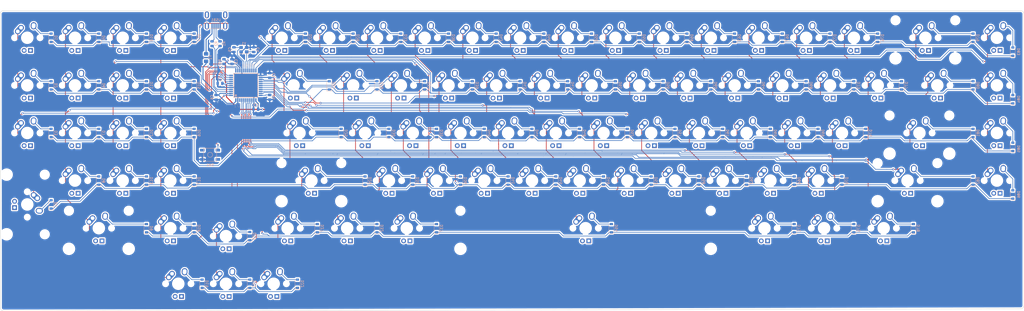
<source format=kicad_pcb>
(kicad_pcb (version 20171130) (host pcbnew "(5.0.1-3-g963ef8bb5)")
  (layers (0 F.Cu signal) (31 B.Cu signal) (34 B.Paste user) (35 F.Paste user) (36 B.SilkS user) (37 F.SilkS user) (38 B.Mask user) (39 F.Mask user) (44 Edge.Cuts user))
  (net 0 "")
  (net 1 "Net-(AKEY1-Pad4)")
  (net 2 "Net-(AKEY1-Pad3)")
  (net 3 Col6)
  (net 4 "Net-(AKEY1-Pad2)")
  (net 5 "Net-(ALT1-Pad2)")
  (net 6 Col7)
  (net 7 "Net-(ALT1-Pad3)")
  (net 8 "Net-(ALT1-Pad4)")
  (net 9 "Net-(BACK1-Pad2)")
  (net 10 Col18)
  (net 11 "Net-(BACK1-Pad3)")
  (net 12 "Net-(BACK1-Pad4)")
  (net 13 "Net-(BKEY1-Pad4)")
  (net 14 "Net-(BKEY1-Pad3)")
  (net 15 Col10)
  (net 16 "Net-(BKEY1-Pad2)")
  (net 17 "Net-(BSLSH1-Pad4)")
  (net 18 "Net-(BSLSH1-Pad3)")
  (net 19 "Net-(BSLSH1-Pad2)")
  (net 20 GND)
  (net 21 +5V)
  (net 22 "Net-(C4-Pad1)")
  (net 23 "Net-(C5-Pad1)")
  (net 24 "Net-(C7-Pad1)")
  (net 25 "Net-(CAPS1-Pad2)")
  (net 26 Col5)
  (net 27 "Net-(CAPS1-Pad3)")
  (net 28 "Net-(CAPS1-Pad4)")
  (net 29 "Net-(CBRAC1-Pad2)")
  (net 30 Col17)
  (net 31 "Net-(CBRAC1-Pad3)")
  (net 32 "Net-(CBRAC1-Pad4)")
  (net 33 "Net-(CKEY1-Pad2)")
  (net 34 Col8)
  (net 35 "Net-(CKEY1-Pad3)")
  (net 36 "Net-(CKEY1-Pad4)")
  (net 37 "Net-(CLN1-Pad4)")
  (net 38 "Net-(CLN1-Pad3)")
  (net 39 Col15)
  (net 40 "Net-(CLN1-Pad2)")
  (net 41 "Net-(CMMA1-Pad4)")
  (net 42 "Net-(CMMA1-Pad3)")
  (net 43 Col13)
  (net 44 "Net-(CMMA1-Pad2)")
  (net 45 "Net-(CTRL1-Pad2)")
  (net 46 "Net-(CTRL1-Pad3)")
  (net 47 "Net-(CTRL1-Pad4)")
  (net 48 Row1)
  (net 49 "Net-(D1-Pad2)")
  (net 50 Row2)
  (net 51 "Net-(D2-Pad2)")
  (net 52 "Net-(D3-Pad2)")
  (net 53 Row3)
  (net 54 "Net-(D4-Pad2)")
  (net 55 Row4)
  (net 56 "Net-(D5-Pad2)")
  (net 57 "Net-(D6-Pad2)")
  (net 58 "Net-(D7-Pad2)")
  (net 59 "Net-(D8-Pad2)")
  (net 60 "Net-(D9-Pad2)")
  (net 61 Row5)
  (net 62 "Net-(D10-Pad2)")
  (net 63 "Net-(D11-Pad2)")
  (net 64 "Net-(D12-Pad2)")
  (net 65 "Net-(D13-Pad2)")
  (net 66 "Net-(D14-Pad2)")
  (net 67 "Net-(D15-Pad2)")
  (net 68 "Net-(D16-Pad2)")
  (net 69 "Net-(D17-Pad2)")
  (net 70 "Net-(D18-Pad2)")
  (net 71 "Net-(D19-Pad2)")
  (net 72 "Net-(D20-Pad2)")
  (net 73 "Net-(D21-Pad2)")
  (net 74 "Net-(D22-Pad2)")
  (net 75 "Net-(D23-Pad2)")
  (net 76 "Net-(D24-Pad2)")
  (net 77 "Net-(D26-Pad2)")
  (net 78 "Net-(D28-Pad2)")
  (net 79 "Net-(D29-Pad2)")
  (net 80 "Net-(D31-Pad2)")
  (net 81 "Net-(D32-Pad2)")
  (net 82 "Net-(D33-Pad2)")
  (net 83 "Net-(D34-Pad2)")
  (net 84 "Net-(D35-Pad2)")
  (net 85 "Net-(D36-Pad2)")
  (net 86 "Net-(D38-Pad2)")
  (net 87 "Net-(D39-Pad2)")
  (net 88 "Net-(D40-Pad2)")
  (net 89 "Net-(D42-Pad2)")
  (net 90 "Net-(D43-Pad2)")
  (net 91 "Net-(D44-Pad2)")
  (net 92 "Net-(D45-Pad2)")
  (net 93 "Net-(D46-Pad2)")
  (net 94 "Net-(D47-Pad2)")
  (net 95 "Net-(D48-Pad2)")
  (net 96 "Net-(D50-Pad2)")
  (net 97 "Net-(D51-Pad2)")
  (net 98 "Net-(D52-Pad2)")
  (net 99 "Net-(D53-Pad2)")
  (net 100 "Net-(D54-Pad2)")
  (net 101 "Net-(D55-Pad2)")
  (net 102 "Net-(D56-Pad2)")
  (net 103 "Net-(D57-Pad2)")
  (net 104 "Net-(D58-Pad2)")
  (net 105 "Net-(D59-Pad2)")
  (net 106 "Net-(D60-Pad2)")
  (net 107 "Net-(D61-Pad2)")
  (net 108 "Net-(D63-Pad2)")
  (net 109 "Net-(D64-Pad2)")
  (net 110 "Net-(D65-Pad2)")
  (net 111 "Net-(D66-Pad2)")
  (net 112 "Net-(D67-Pad2)")
  (net 113 "Net-(D68-Pad2)")
  (net 114 "Net-(D70-Pad2)")
  (net 115 "Net-(D71-Pad2)")
  (net 116 "Net-(D72-Pad2)")
  (net 117 "Net-(D73-Pad2)")
  (net 118 "Net-(D74-Pad2)")
  (net 119 "Net-(D75-Pad2)")
  (net 120 "Net-(D76-Pad2)")
  (net 121 "Net-(D78-Pad2)")
  (net 122 "Net-(D81-Pad2)")
  (net 123 "Net-(D82-Pad2)")
  (net 124 "Net-(D83-Pad2)")
  (net 125 "Net-(D84-Pad2)")
  (net 126 "Net-(D85-Pad2)")
  (net 127 "Net-(D86-Pad2)")
  (net 128 Col4)
  (net 129 Col2)
  (net 130 Col3)
  (net 131 Col1)
  (net 132 "Net-(ENTER1-Pad3)")
  (net 133 "Net-(ENTER1-Pad4)")
  (net 134 "Net-(ENTER2-Pad3)")
  (net 135 "Net-(ENTER2-Pad4)")
  (net 136 "Net-(EQUALS1-Pad4)")
  (net 137 "Net-(EQUALS1-Pad3)")
  (net 138 "Net-(ESC1-Pad4)")
  (net 139 "Net-(ESC1-Pad3)")
  (net 140 VCC)
  (net 141 "Net-(FIVE1-Pad4)")
  (net 142 "Net-(FIVE1-Pad3)")
  (net 143 "Net-(FIVE2-Pad3)")
  (net 144 "Net-(FIVE2-Pad4)")
  (net 145 "Net-(FKEY1-Pad4)")
  (net 146 "Net-(FKEY1-Pad3)")
  (net 147 Col9)
  (net 148 "Net-(FN1-Pad4)")
  (net 149 "Net-(FN1-Pad3)")
  (net 150 "Net-(FOUR1-Pad4)")
  (net 151 "Net-(FOUR1-Pad3)")
  (net 152 "Net-(FOUR2-Pad3)")
  (net 153 "Net-(FOUR2-Pad4)")
  (net 154 "Net-(FSLSH1-Pad4)")
  (net 155 "Net-(FSLSH1-Pad3)")
  (net 156 "Net-(GKEY1-Pad4)")
  (net 157 "Net-(GKEY1-Pad3)")
  (net 158 "Net-(HKEY1-Pad4)")
  (net 159 "Net-(HKEY1-Pad3)")
  (net 160 Col11)
  (net 161 "Net-(IKEY1-Pad3)")
  (net 162 "Net-(IKEY1-Pad4)")
  (net 163 "Net-(JKEY1-Pad4)")
  (net 164 "Net-(JKEY1-Pad3)")
  (net 165 Col12)
  (net 166 "Net-(KKEY1-Pad4)")
  (net 167 "Net-(KKEY1-Pad3)")
  (net 168 "Net-(LEFT1-Pad3)")
  (net 169 "Net-(LEFT1-Pad4)")
  (net 170 "Net-(LKEY1-Pad4)")
  (net 171 "Net-(LKEY1-Pad3)")
  (net 172 Col14)
  (net 173 Col16)
  (net 174 "Net-(LOWER1-Pad3)")
  (net 175 "Net-(LOWER1-Pad4)")
  (net 176 Col19)
  (net 177 "Net-(MACRO1-Pad3)")
  (net 178 "Net-(MACRO1-Pad4)")
  (net 179 "Net-(MACRO2-Pad4)")
  (net 180 "Net-(MACRO2-Pad3)")
  (net 181 "Net-(MACRO3-Pad4)")
  (net 182 "Net-(MACRO3-Pad3)")
  (net 183 "Net-(MACRO4-Pad3)")
  (net 184 "Net-(MACRO4-Pad4)")
  (net 185 "Net-(MINUS1-Pad3)")
  (net 186 "Net-(MINUS1-Pad4)")
  (net 187 "Net-(MINUS2-Pad4)")
  (net 188 "Net-(MINUS2-Pad3)")
  (net 189 "Net-(MKEY1-Pad4)")
  (net 190 "Net-(MKEY1-Pad3)")
  (net 191 "Net-(MULT1-Pad3)")
  (net 192 "Net-(MULT1-Pad4)")
  (net 193 "Net-(NINE1-Pad3)")
  (net 194 "Net-(NINE1-Pad4)")
  (net 195 "Net-(NINE2-Pad3)")
  (net 196 "Net-(NINE2-Pad4)")
  (net 197 "Net-(NKEY1-Pad4)")
  (net 198 "Net-(NKEY1-Pad3)")
  (net 199 "Net-(NUM1-Pad4)")
  (net 200 "Net-(NUM1-Pad3)")
  (net 201 "Net-(OBRAC1-Pad3)")
  (net 202 "Net-(OBRAC1-Pad4)")
  (net 203 "Net-(OKEY1-Pad3)")
  (net 204 "Net-(OKEY1-Pad4)")
  (net 205 "Net-(ONE1-Pad3)")
  (net 206 "Net-(ONE1-Pad4)")
  (net 207 "Net-(ONE2-Pad3)")
  (net 208 "Net-(ONE2-Pad4)")
  (net 209 "Net-(PER1-Pad3)")
  (net 210 "Net-(PER1-Pad4)")
  (net 211 "Net-(PKEY1-Pad3)")
  (net 212 "Net-(PKEY1-Pad4)")
  (net 213 "Net-(PLUS1-Pad3)")
  (net 214 "Net-(PLUS1-Pad4)")
  (net 215 "Net-(QKEY1-Pad4)")
  (net 216 "Net-(QKEY1-Pad3)")
  (net 217 "Net-(QUT1-Pad4)")
  (net 218 "Net-(QUT1-Pad3)")
  (net 219 "Net-(R1-Pad1)")
  (net 220 D+)
  (net 221 D-)
  (net 222 "Net-(R2-Pad1)")
  (net 223 "Net-(R3-Pad2)")
  (net 224 "Net-(R4-Pad2)")
  (net 225 "Net-(RAISE1-Pad4)")
  (net 226 "Net-(RAISE1-Pad3)")
  (net 227 "Net-(RGHT1-Pad3)")
  (net 228 "Net-(RGHT1-Pad4)")
  (net 229 "Net-(RKEY1-Pad4)")
  (net 230 "Net-(RKEY1-Pad3)")
  (net 231 "Net-(SEVEN1-Pad3)")
  (net 232 "Net-(SEVEN1-Pad4)")
  (net 233 "Net-(SEVEN2-Pad3)")
  (net 234 "Net-(SEVEN2-Pad4)")
  (net 235 "Net-(SHIFT1-Pad4)")
  (net 236 "Net-(SHIFT1-Pad3)")
  (net 237 "Net-(SHIFT2-Pad3)")
  (net 238 "Net-(SHIFT2-Pad4)")
  (net 239 "Net-(SIX1-Pad4)")
  (net 240 "Net-(SIX1-Pad3)")
  (net 241 "Net-(SIX2-Pad3)")
  (net 242 "Net-(SIX2-Pad4)")
  (net 243 "Net-(SKEY1-Pad4)")
  (net 244 "Net-(SKEY1-Pad3)")
  (net 245 "Net-(SPC1-Pad3)")
  (net 246 "Net-(SPC1-Pad4)")
  (net 247 "Net-(TAB1-Pad3)")
  (net 248 "Net-(TAB1-Pad4)")
  (net 249 "Net-(THREE1-Pad3)")
  (net 250 "Net-(THREE1-Pad4)")
  (net 251 "Net-(THREE2-Pad3)")
  (net 252 "Net-(THREE2-Pad4)")
  (net 253 "Net-(TILDE1-Pad3)")
  (net 254 "Net-(TILDE1-Pad4)")
  (net 255 "Net-(TKEY1-Pad3)")
  (net 256 "Net-(TKEY1-Pad4)")
  (net 257 "Net-(TWO1-Pad3)")
  (net 258 "Net-(TWO1-Pad4)")
  (net 259 "Net-(TWO2-Pad3)")
  (net 260 "Net-(TWO2-Pad4)")
  (net 261 "Net-(U1-Pad42)")
  (net 262 "Net-(UKEY1-Pad4)")
  (net 263 "Net-(UKEY1-Pad3)")
  (net 264 "Net-(UP1-Pad3)")
  (net 265 "Net-(UP1-Pad4)")
  (net 266 "Net-(USB1-Pad2)")
  (net 267 "Net-(USB1-Pad6)")
  (net 268 "Net-(VKEY1-Pad4)")
  (net 269 "Net-(VKEY1-Pad3)")
  (net 270 "Net-(WIN1-Pad4)")
  (net 271 "Net-(WIN1-Pad3)")
  (net 272 "Net-(WKEY1-Pad4)")
  (net 273 "Net-(WKEY1-Pad3)")
  (net 274 "Net-(XKEY1-Pad4)")
  (net 275 "Net-(XKEY1-Pad3)")
  (net 276 "Net-(YKEY1-Pad3)")
  (net 277 "Net-(YKEY1-Pad4)")
  (net 278 "Net-(ZERO1-Pad4)")
  (net 279 "Net-(ZERO1-Pad3)")
  (net 280 "Net-(ZERO2-Pad3)")
  (net 281 "Net-(ZERO2-Pad4)")
  (net 282 "Net-(ZKEY1-Pad4)")
  (net 283 "Net-(ZKEY1-Pad3)")
  (net 284 "Net-(DEL1-Pad3)")
  (net 285 "Net-(DEL1-Pad4)")
  (net 286 "Net-(DIV1-Pad3)")
  (net 287 "Net-(DIV1-Pad4)")
  (net 288 "Net-(DKEY1-Pad4)")
  (net 289 "Net-(DKEY1-Pad3)")
  (net 290 "Net-(DOWN1-Pad3)")
  (net 291 "Net-(DOWN1-Pad4)")
  (net 292 "Net-(EIGHT1-Pad3)")
  (net 293 "Net-(EIGHT1-Pad4)")
  (net 294 "Net-(EIGHT2-Pad3)")
  (net 295 "Net-(EIGHT2-Pad4)")
  (net 296 "Net-(EKEY1-Pad3)")
  (net 297 "Net-(EKEY1-Pad4)")
  (net 298 Row6)
  (module MX_Alps_Hybrid:MX-1U (layer F.Cu) (at 167.48125 67.46875)
    (fp_text reference AKEY1)
    (fp_text value MX-1U)
    (pad "" np_thru_hole circle (at 5.08 0 48.0996) (size 1.75 1.75) (drill 1.75) (layers *.Cu *.Mask))
    (pad "" np_thru_hole circle (at -5.08 0 48.0996) (size 1.75 1.75) (drill 1.75) (layers *.Cu *.Mask))
    (pad 4 thru_hole rect (at 1.27 5.08) (size 1.905 1.905) (drill 1.04) (layers *.Cu B.Mask) (net 1 "Net-(AKEY1-Pad4)"))
    (pad 3 thru_hole circle (at -1.27 5.08) (size 1.905 1.905) (drill 1.04) (layers *.Cu B.Mask) (net 2 "Net-(AKEY1-Pad3)"))
    (pad 1 thru_hole circle (at -2.5 -4) (size 2.25 2.25) (drill 1.47) (layers *.Cu B.Mask) (net 3 Col6))
    (pad "" np_thru_hole circle (at 0 0) (size 3.9878 3.9878) (drill 3.9878) (layers *.Cu *.Mask))
    (pad 1 thru_hole oval (at -3.81 -2.54 48.0996) (size 4.211556 2.25) (drill 1.47 (offset 0.980778 0)) (layers *.Cu B.Mask) (net 3 Col6))
    (pad 2 thru_hole circle (at 2.54 -5.08) (size 2.25 2.25) (drill 1.47) (layers *.Cu B.Mask) (net 4 "Net-(AKEY1-Pad2)"))
    (pad 2 thru_hole oval (at 2.5 -4.5 86.0548) (size 2.831378 2.25) (drill 1.47 (offset 0.290689 0)) (layers *.Cu B.Mask) (net 4 "Net-(AKEY1-Pad2)"))
  )
  (module MX_Alps_Hybrid:MX-1.25U (layer F.Cu) (at 184.15 105.56875)
    (fp_text reference ALT1)
    (fp_text value MX-1.25U)
    (pad 2 thru_hole oval (at 2.5 -4.5 86.0548) (size 2.831378 2.25) (drill 1.47 (offset 0.290689 0)) (layers *.Cu B.Mask) (net 5 "Net-(ALT1-Pad2)"))
    (pad 2 thru_hole circle (at 2.54 -5.08) (size 2.25 2.25) (drill 1.47) (layers *.Cu B.Mask) (net 5 "Net-(ALT1-Pad2)"))
    (pad 1 thru_hole oval (at -3.81 -2.54 48.0996) (size 4.211556 2.25) (drill 1.47 (offset 0.980778 0)) (layers *.Cu B.Mask) (net 6 Col7))
    (pad "" np_thru_hole circle (at 0 0) (size 3.9878 3.9878) (drill 3.9878) (layers *.Cu *.Mask))
    (pad 1 thru_hole circle (at -2.5 -4) (size 2.25 2.25) (drill 1.47) (layers *.Cu B.Mask) (net 6 Col7))
    (pad 3 thru_hole circle (at -1.27 5.08) (size 1.905 1.905) (drill 1.04) (layers *.Cu B.Mask) (net 7 "Net-(ALT1-Pad3)"))
    (pad 4 thru_hole rect (at 1.27 5.08) (size 1.905 1.905) (drill 1.04) (layers *.Cu B.Mask) (net 8 "Net-(ALT1-Pad4)"))
    (pad "" np_thru_hole circle (at -5.08 0 48.0996) (size 1.75 1.75) (drill 1.75) (layers *.Cu *.Mask))
    (pad "" np_thru_hole circle (at 5.08 0 48.0996) (size 1.75 1.75) (drill 1.75) (layers *.Cu *.Mask))
  )
  (module MX_Alps_Hybrid:MX-2U (layer F.Cu) (at 391.31875 29.36875)
    (fp_text reference BACK1)
    (fp_text value MX-2U)
    (pad 2 thru_hole oval (at 2.5 -4.5 86.0548) (size 2.831378 2.25) (drill 1.47 (offset 0.290689 0)) (layers *.Cu B.Mask) (net 9 "Net-(BACK1-Pad2)"))
    (pad 2 thru_hole circle (at 2.54 -5.08) (size 2.25 2.25) (drill 1.47) (layers *.Cu B.Mask) (net 9 "Net-(BACK1-Pad2)"))
    (pad 1 thru_hole oval (at -3.81 -2.54 48.0996) (size 4.211556 2.25) (drill 1.47 (offset 0.980778 0)) (layers *.Cu B.Mask) (net 10 Col18))
    (pad "" np_thru_hole circle (at 0 0) (size 3.9878 3.9878) (drill 3.9878) (layers *.Cu *.Mask))
    (pad 1 thru_hole circle (at -2.5 -4) (size 2.25 2.25) (drill 1.47) (layers *.Cu B.Mask) (net 10 Col18))
    (pad 3 thru_hole circle (at -1.27 5.08) (size 1.905 1.905) (drill 1.04) (layers *.Cu B.Mask) (net 11 "Net-(BACK1-Pad3)"))
    (pad 4 thru_hole rect (at 1.27 5.08) (size 1.905 1.905) (drill 1.04) (layers *.Cu B.Mask) (net 12 "Net-(BACK1-Pad4)"))
    (pad "" np_thru_hole circle (at -5.08 0 48.0996) (size 1.75 1.75) (drill 1.75) (layers *.Cu *.Mask))
    (pad "" np_thru_hole circle (at 5.08 0 48.0996) (size 1.75 1.75) (drill 1.75) (layers *.Cu *.Mask))
    (pad "" np_thru_hole circle (at -11.938 -6.985) (size 3.048 3.048) (drill 3.048) (layers *.Cu *.Mask))
    (pad "" np_thru_hole circle (at 11.938 -6.985) (size 3.048 3.048) (drill 3.048) (layers *.Cu *.Mask))
    (pad "" np_thru_hole circle (at -11.938 8.255) (size 3.9878 3.9878) (drill 3.9878) (layers *.Cu *.Mask))
    (pad "" np_thru_hole circle (at 11.938 8.255) (size 3.9878 3.9878) (drill 3.9878) (layers *.Cu *.Mask))
  )
  (module MX_Alps_Hybrid:MX-1U (layer F.Cu) (at 253.20625 86.51875)
    (fp_text reference BKEY1)
    (fp_text value MX-1U)
    (pad "" np_thru_hole circle (at 5.08 0 48.0996) (size 1.75 1.75) (drill 1.75) (layers *.Cu *.Mask))
    (pad "" np_thru_hole circle (at -5.08 0 48.0996) (size 1.75 1.75) (drill 1.75) (layers *.Cu *.Mask))
    (pad 4 thru_hole rect (at 1.27 5.08) (size 1.905 1.905) (drill 1.04) (layers *.Cu B.Mask) (net 13 "Net-(BKEY1-Pad4)"))
    (pad 3 thru_hole circle (at -1.27 5.08) (size 1.905 1.905) (drill 1.04) (layers *.Cu B.Mask) (net 14 "Net-(BKEY1-Pad3)"))
    (pad 1 thru_hole circle (at -2.5 -4) (size 2.25 2.25) (drill 1.47) (layers *.Cu B.Mask) (net 15 Col10))
    (pad "" np_thru_hole circle (at 0 0) (size 3.9878 3.9878) (drill 3.9878) (layers *.Cu *.Mask))
    (pad 1 thru_hole oval (at -3.81 -2.54 48.0996) (size 4.211556 2.25) (drill 1.47 (offset 0.980778 0)) (layers *.Cu B.Mask) (net 15 Col10))
    (pad 2 thru_hole circle (at 2.54 -5.08) (size 2.25 2.25) (drill 1.47) (layers *.Cu B.Mask) (net 16 "Net-(BKEY1-Pad2)"))
    (pad 2 thru_hole oval (at 2.5 -4.5 86.0548) (size 2.831378 2.25) (drill 1.47 (offset 0.290689 0)) (layers *.Cu B.Mask) (net 16 "Net-(BKEY1-Pad2)"))
  )
  (module MX_Alps_Hybrid:MX-1.5U (layer F.Cu) (at 396.08125 48.41875)
    (fp_text reference BSLSH1)
    (fp_text value MX-1.5U)
    (pad "" np_thru_hole circle (at 5.08 0 48.0996) (size 1.75 1.75) (drill 1.75) (layers *.Cu *.Mask))
    (pad "" np_thru_hole circle (at -5.08 0 48.0996) (size 1.75 1.75) (drill 1.75) (layers *.Cu *.Mask))
    (pad 4 thru_hole rect (at 1.27 5.08) (size 1.905 1.905) (drill 1.04) (layers *.Cu B.Mask) (net 17 "Net-(BSLSH1-Pad4)"))
    (pad 3 thru_hole circle (at -1.27 5.08) (size 1.905 1.905) (drill 1.04) (layers *.Cu B.Mask) (net 18 "Net-(BSLSH1-Pad3)"))
    (pad 1 thru_hole circle (at -2.5 -4) (size 2.25 2.25) (drill 1.47) (layers *.Cu B.Mask) (net 10 Col18))
    (pad "" np_thru_hole circle (at 0 0) (size 3.9878 3.9878) (drill 3.9878) (layers *.Cu *.Mask))
    (pad 1 thru_hole oval (at -3.81 -2.54 48.0996) (size 4.211556 2.25) (drill 1.47 (offset 0.980778 0)) (layers *.Cu B.Mask) (net 10 Col18))
    (pad 2 thru_hole circle (at 2.54 -5.08) (size 2.25 2.25) (drill 1.47) (layers *.Cu B.Mask) (net 19 "Net-(BSLSH1-Pad2)"))
    (pad 2 thru_hole oval (at 2.5 -4.5 86.0548) (size 2.831378 2.25) (drill 1.47 (offset 0.290689 0)) (layers *.Cu B.Mask) (net 19 "Net-(BSLSH1-Pad2)"))
  )
  (module Capacitor_SMD:C_0805_2012Metric (layer B.Cu) (at 129.38125 44.45 90)
    (fp_text reference C1 (at 0 1.65 90) (layer B.SilkS) (effects (justify mirror)))
    (fp_text value 0.1uF)
    (pad 2 smd roundrect (at 0.9375 0 90) (size 0.975 1.4) (layers B.Cu B.Paste B.Mask) (net 20 GND))
    (pad 1 smd roundrect (at -0.9375 0 90) (size 0.975 1.4) (layers B.Cu B.Paste B.Mask) (net 21 +5V))
  )
  (module Capacitor_SMD:C_0805_2012Metric (layer B.Cu) (at 114.3 38.89375 90)
    (fp_text reference C2 (at 0 1.65 90) (layer B.SilkS) (effects (justify mirror)))
    (fp_text value 0.1uF)
    (pad 1 smd roundrect (at -0.9375 0 90) (size 0.975 1.4) (layers B.Cu B.Paste B.Mask) (net 21 +5V))
    (pad 2 smd roundrect (at 0.9375 0 90) (size 0.975 1.4) (layers B.Cu B.Paste B.Mask) (net 20 GND))
  )
  (module Capacitor_SMD:C_0805_2012Metric (layer B.Cu) (at 123.825 57.94375 180)
    (fp_text reference C3 (at 0 1.65 180) (layer B.SilkS) (effects (justify mirror)))
    (fp_text value 0.1uF)
    (pad 1 smd roundrect (at -0.9375 0 180) (size 0.975 1.4) (layers B.Cu B.Paste B.Mask) (net 21 +5V))
    (pad 2 smd roundrect (at 0.9375 0 180) (size 0.975 1.4) (layers B.Cu B.Paste B.Mask) (net 20 GND))
  )
  (module Capacitor_SMD:C_0805_2012Metric (layer B.Cu) (at 123.03125 34.13125 90)
    (fp_text reference C4 (at 0 1.65 90) (layer B.SilkS) (effects (justify mirror)))
    (fp_text value 22pF)
    (pad 1 smd roundrect (at -0.9375 0 90) (size 0.975 1.4) (layers B.Cu B.Paste B.Mask) (net 22 "Net-(C4-Pad1)"))
    (pad 2 smd roundrect (at 0.9375 0 90) (size 0.975 1.4) (layers B.Cu B.Paste B.Mask) (net 20 GND))
  )
  (module Capacitor_SMD:C_0805_2012Metric (layer B.Cu) (at 115.09375 34.13125 270)
    (fp_text reference C5 (at 0 1.65 270) (layer B.SilkS) (effects (justify mirror)))
    (fp_text value 22pF)
    (pad 1 smd roundrect (at -0.9375 0 270) (size 0.975 1.4) (layers B.Cu B.Paste B.Mask) (net 23 "Net-(C5-Pad1)"))
    (pad 2 smd roundrect (at 0.9375 0 270) (size 0.975 1.4) (layers B.Cu B.Paste B.Mask) (net 20 GND))
  )
  (module Capacitor_SMD:C_0805_2012Metric (layer B.Cu) (at 107.95 53.213 270)
    (fp_text reference C6 (at 0 1.65 270) (layer B.SilkS) (effects (justify mirror)))
    (fp_text value 10uF)
    (pad 2 smd roundrect (at 0.9375 0 270) (size 0.975 1.4) (layers B.Cu B.Paste B.Mask) (net 20 GND))
    (pad 1 smd roundrect (at -0.9375 0 270) (size 0.975 1.4) (layers B.Cu B.Paste B.Mask) (net 21 +5V))
  )
  (module Capacitor_SMD:C_0805_2012Metric (layer B.Cu) (at 109.5375 47.625 180)
    (fp_text reference C7 (at 0 1.65 180) (layer B.SilkS) (effects (justify mirror)))
    (fp_text value 1uF)
    (pad 2 smd roundrect (at 0.9375 0 180) (size 0.975 1.4) (layers B.Cu B.Paste B.Mask) (net 20 GND))
    (pad 1 smd roundrect (at -0.9375 0 180) (size 0.975 1.4) (layers B.Cu B.Paste B.Mask) (net 24 "Net-(C7-Pad1)"))
  )
  (module MX_Alps_Hybrid:MX-1.75U (layer F.Cu) (at 141.2875 67.46875)
    (fp_text reference CAPS1)
    (fp_text value MX-1.75U)
    (pad 2 thru_hole oval (at 2.5 -4.5 86.0548) (size 2.831378 2.25) (drill 1.47 (offset 0.290689 0)) (layers *.Cu B.Mask) (net 25 "Net-(CAPS1-Pad2)"))
    (pad 2 thru_hole circle (at 2.54 -5.08) (size 2.25 2.25) (drill 1.47) (layers *.Cu B.Mask) (net 25 "Net-(CAPS1-Pad2)"))
    (pad 1 thru_hole oval (at -3.81 -2.54 48.0996) (size 4.211556 2.25) (drill 1.47 (offset 0.980778 0)) (layers *.Cu B.Mask) (net 26 Col5))
    (pad "" np_thru_hole circle (at 0 0) (size 3.9878 3.9878) (drill 3.9878) (layers *.Cu *.Mask))
    (pad 1 thru_hole circle (at -2.5 -4) (size 2.25 2.25) (drill 1.47) (layers *.Cu B.Mask) (net 26 Col5))
    (pad 3 thru_hole circle (at -1.27 5.08) (size 1.905 1.905) (drill 1.04) (layers *.Cu B.Mask) (net 27 "Net-(CAPS1-Pad3)"))
    (pad 4 thru_hole rect (at 1.27 5.08) (size 1.905 1.905) (drill 1.04) (layers *.Cu B.Mask) (net 28 "Net-(CAPS1-Pad4)"))
    (pad "" np_thru_hole circle (at -5.08 0 48.0996) (size 1.75 1.75) (drill 1.75) (layers *.Cu *.Mask))
    (pad "" np_thru_hole circle (at 5.08 0 48.0996) (size 1.75 1.75) (drill 1.75) (layers *.Cu *.Mask))
  )
  (module MX_Alps_Hybrid:MX-1U (layer F.Cu) (at 372.26875 48.41875)
    (fp_text reference CBRAC1)
    (fp_text value MX-1U)
    (pad "" np_thru_hole circle (at 5.08 0 48.0996) (size 1.75 1.75) (drill 1.75) (layers *.Cu *.Mask))
    (pad "" np_thru_hole circle (at -5.08 0 48.0996) (size 1.75 1.75) (drill 1.75) (layers *.Cu *.Mask))
    (pad 4 thru_hole rect (at 1.27 5.08) (size 1.905 1.905) (drill 1.04) (layers *.Cu B.Mask) (net 32 "Net-(CBRAC1-Pad4)"))
    (pad 3 thru_hole circle (at -1.27 5.08) (size 1.905 1.905) (drill 1.04) (layers *.Cu B.Mask) (net 31 "Net-(CBRAC1-Pad3)"))
    (pad 1 thru_hole circle (at -2.5 -4) (size 2.25 2.25) (drill 1.47) (layers *.Cu B.Mask) (net 30 Col17))
    (pad "" np_thru_hole circle (at 0 0) (size 3.9878 3.9878) (drill 3.9878) (layers *.Cu *.Mask))
    (pad 1 thru_hole oval (at -3.81 -2.54 48.0996) (size 4.211556 2.25) (drill 1.47 (offset 0.980778 0)) (layers *.Cu B.Mask) (net 30 Col17))
    (pad 2 thru_hole circle (at 2.54 -5.08) (size 2.25 2.25) (drill 1.47) (layers *.Cu B.Mask) (net 29 "Net-(CBRAC1-Pad2)"))
    (pad 2 thru_hole oval (at 2.5 -4.5 86.0548) (size 2.831378 2.25) (drill 1.47 (offset 0.290689 0)) (layers *.Cu B.Mask) (net 29 "Net-(CBRAC1-Pad2)"))
  )
  (module MX_Alps_Hybrid:MX-1U (layer F.Cu) (at 215.10625 86.51875)
    (fp_text reference CKEY1)
    (fp_text value MX-1U)
    (pad 2 thru_hole oval (at 2.5 -4.5 86.0548) (size 2.831378 2.25) (drill 1.47 (offset 0.290689 0)) (layers *.Cu B.Mask) (net 33 "Net-(CKEY1-Pad2)"))
    (pad 2 thru_hole circle (at 2.54 -5.08) (size 2.25 2.25) (drill 1.47) (layers *.Cu B.Mask) (net 33 "Net-(CKEY1-Pad2)"))
    (pad 1 thru_hole oval (at -3.81 -2.54 48.0996) (size 4.211556 2.25) (drill 1.47 (offset 0.980778 0)) (layers *.Cu B.Mask) (net 34 Col8))
    (pad "" np_thru_hole circle (at 0 0) (size 3.9878 3.9878) (drill 3.9878) (layers *.Cu *.Mask))
    (pad 1 thru_hole circle (at -2.5 -4) (size 2.25 2.25) (drill 1.47) (layers *.Cu B.Mask) (net 34 Col8))
    (pad 3 thru_hole circle (at -1.27 5.08) (size 1.905 1.905) (drill 1.04) (layers *.Cu B.Mask) (net 35 "Net-(CKEY1-Pad3)"))
    (pad 4 thru_hole rect (at 1.27 5.08) (size 1.905 1.905) (drill 1.04) (layers *.Cu B.Mask) (net 36 "Net-(CKEY1-Pad4)"))
    (pad "" np_thru_hole circle (at -5.08 0 48.0996) (size 1.75 1.75) (drill 1.75) (layers *.Cu *.Mask))
    (pad "" np_thru_hole circle (at 5.08 0 48.0996) (size 1.75 1.75) (drill 1.75) (layers *.Cu *.Mask))
  )
  (module MX_Alps_Hybrid:MX-1U (layer F.Cu) (at 338.93125 67.46875)
    (fp_text reference CLN1)
    (fp_text value MX-1U)
    (pad "" np_thru_hole circle (at 5.08 0 48.0996) (size 1.75 1.75) (drill 1.75) (layers *.Cu *.Mask))
    (pad "" np_thru_hole circle (at -5.08 0 48.0996) (size 1.75 1.75) (drill 1.75) (layers *.Cu *.Mask))
    (pad 4 thru_hole rect (at 1.27 5.08) (size 1.905 1.905) (drill 1.04) (layers *.Cu B.Mask) (net 37 "Net-(CLN1-Pad4)"))
    (pad 3 thru_hole circle (at -1.27 5.08) (size 1.905 1.905) (drill 1.04) (layers *.Cu B.Mask) (net 38 "Net-(CLN1-Pad3)"))
    (pad 1 thru_hole circle (at -2.5 -4) (size 2.25 2.25) (drill 1.47) (layers *.Cu B.Mask) (net 39 Col15))
    (pad "" np_thru_hole circle (at 0 0) (size 3.9878 3.9878) (drill 3.9878) (layers *.Cu *.Mask))
    (pad 1 thru_hole oval (at -3.81 -2.54 48.0996) (size 4.211556 2.25) (drill 1.47 (offset 0.980778 0)) (layers *.Cu B.Mask) (net 39 Col15))
    (pad 2 thru_hole circle (at 2.54 -5.08) (size 2.25 2.25) (drill 1.47) (layers *.Cu B.Mask) (net 40 "Net-(CLN1-Pad2)"))
    (pad 2 thru_hole oval (at 2.5 -4.5 86.0548) (size 2.831378 2.25) (drill 1.47 (offset 0.290689 0)) (layers *.Cu B.Mask) (net 40 "Net-(CLN1-Pad2)"))
  )
  (module MX_Alps_Hybrid:MX-1U (layer F.Cu) (at 310.35625 86.51875)
    (fp_text reference CMMA1)
    (fp_text value MX-1U)
    (pad "" np_thru_hole circle (at 5.08 0 48.0996) (size 1.75 1.75) (drill 1.75) (layers *.Cu *.Mask))
    (pad "" np_thru_hole circle (at -5.08 0 48.0996) (size 1.75 1.75) (drill 1.75) (layers *.Cu *.Mask))
    (pad 4 thru_hole rect (at 1.27 5.08) (size 1.905 1.905) (drill 1.04) (layers *.Cu B.Mask) (net 41 "Net-(CMMA1-Pad4)"))
    (pad 3 thru_hole circle (at -1.27 5.08) (size 1.905 1.905) (drill 1.04) (layers *.Cu B.Mask) (net 42 "Net-(CMMA1-Pad3)"))
    (pad 1 thru_hole circle (at -2.5 -4) (size 2.25 2.25) (drill 1.47) (layers *.Cu B.Mask) (net 43 Col13))
    (pad "" np_thru_hole circle (at 0 0) (size 3.9878 3.9878) (drill 3.9878) (layers *.Cu *.Mask))
    (pad 1 thru_hole oval (at -3.81 -2.54 48.0996) (size 4.211556 2.25) (drill 1.47 (offset 0.980778 0)) (layers *.Cu B.Mask) (net 43 Col13))
    (pad 2 thru_hole circle (at 2.54 -5.08) (size 2.25 2.25) (drill 1.47) (layers *.Cu B.Mask) (net 44 "Net-(CMMA1-Pad2)"))
    (pad 2 thru_hole oval (at 2.5 -4.5 86.0548) (size 2.831378 2.25) (drill 1.47 (offset 0.290689 0)) (layers *.Cu B.Mask) (net 44 "Net-(CMMA1-Pad2)"))
  )
  (module MX_Alps_Hybrid:MX-1.25U (layer F.Cu) (at 136.525 105.56875)
    (fp_text reference CTRL1)
    (fp_text value MX-1.25U)
    (pad 2 thru_hole oval (at 2.5 -4.5 86.0548) (size 2.831378 2.25) (drill 1.47 (offset 0.290689 0)) (layers *.Cu B.Mask) (net 45 "Net-(CTRL1-Pad2)"))
    (pad 2 thru_hole circle (at 2.54 -5.08) (size 2.25 2.25) (drill 1.47) (layers *.Cu B.Mask) (net 45 "Net-(CTRL1-Pad2)"))
    (pad 1 thru_hole oval (at -3.81 -2.54 48.0996) (size 4.211556 2.25) (drill 1.47 (offset 0.980778 0)) (layers *.Cu B.Mask) (net 26 Col5))
    (pad "" np_thru_hole circle (at 0 0) (size 3.9878 3.9878) (drill 3.9878) (layers *.Cu *.Mask))
    (pad 1 thru_hole circle (at -2.5 -4) (size 2.25 2.25) (drill 1.47) (layers *.Cu B.Mask) (net 26 Col5))
    (pad 3 thru_hole circle (at -1.27 5.08) (size 1.905 1.905) (drill 1.04) (layers *.Cu B.Mask) (net 46 "Net-(CTRL1-Pad3)"))
    (pad 4 thru_hole rect (at 1.27 5.08) (size 1.905 1.905) (drill 1.04) (layers *.Cu B.Mask) (net 47 "Net-(CTRL1-Pad4)"))
    (pad "" np_thru_hole circle (at -5.08 0 48.0996) (size 1.75 1.75) (drill 1.75) (layers *.Cu *.Mask))
    (pad "" np_thru_hole circle (at 5.08 0 48.0996) (size 1.75 1.75) (drill 1.75) (layers *.Cu *.Mask))
  )
  (module Diode_SMD:D_SOD-123 (layer B.Cu) (at 42.06875 29.36875 90)
    (fp_text reference D1 (at 0 2 90) (layer B.SilkS) (effects (justify mirror)))
    (fp_text value D_Small)
    (pad 1 smd rect (at -1.65 0 90) (size 0.9 1.2) (layers B.Cu B.Paste B.Mask) (net 48 Row1))
    (pad 2 smd rect (at 1.65 0 90) (size 0.9 1.2) (layers B.Cu B.Paste B.Mask) (net 49 "Net-(D1-Pad2)"))
  )
  (module Diode_SMD:D_SOD-123 (layer B.Cu) (at 42.06875 48.41875 90)
    (fp_text reference D2 (at 0 2 90) (layer B.SilkS) (effects (justify mirror)))
    (fp_text value D_Small)
    (pad 1 smd rect (at -1.65 0 90) (size 0.9 1.2) (layers B.Cu B.Paste B.Mask) (net 50 Row2))
    (pad 2 smd rect (at 1.65 0 90) (size 0.9 1.2) (layers B.Cu B.Paste B.Mask) (net 51 "Net-(D2-Pad2)"))
  )
  (module Diode_SMD:D_SOD-123 (layer B.Cu) (at 42.06875 67.46875 90)
    (fp_text reference D3 (at 0 2 90) (layer B.SilkS) (effects (justify mirror)))
    (fp_text value D_Small)
    (pad 2 smd rect (at 1.65 0 90) (size 0.9 1.2) (layers B.Cu B.Paste B.Mask) (net 52 "Net-(D3-Pad2)"))
    (pad 1 smd rect (at -1.65 0 90) (size 0.9 1.2) (layers B.Cu B.Paste B.Mask) (net 53 Row3))
  )
  (module Diode_SMD:D_SOD-123 (layer B.Cu) (at 42.06875 96.04375 90)
    (fp_text reference D4 (at 0 2 90) (layer B.SilkS) (effects (justify mirror)))
    (fp_text value D_Small)
    (pad 2 smd rect (at 1.65 0 90) (size 0.9 1.2) (layers B.Cu B.Paste B.Mask) (net 54 "Net-(D4-Pad2)"))
    (pad 1 smd rect (at -1.65 0 90) (size 0.9 1.2) (layers B.Cu B.Paste B.Mask) (net 55 Row4))
  )
  (module Diode_SMD:D_SOD-123 (layer B.Cu) (at 61.11875 29.36875 90)
    (fp_text reference D5 (at 0 2 90) (layer B.SilkS) (effects (justify mirror)))
    (fp_text value D_Small)
    (pad 1 smd rect (at -1.65 0 90) (size 0.9 1.2) (layers B.Cu B.Paste B.Mask) (net 48 Row1))
    (pad 2 smd rect (at 1.65 0 90) (size 0.9 1.2) (layers B.Cu B.Paste B.Mask) (net 56 "Net-(D5-Pad2)"))
  )
  (module Diode_SMD:D_SOD-123 (layer B.Cu) (at 61.11875 48.41875 90)
    (fp_text reference D6 (at 0 2 90) (layer B.SilkS) (effects (justify mirror)))
    (fp_text value D_Small)
    (pad 1 smd rect (at -1.65 0 90) (size 0.9 1.2) (layers B.Cu B.Paste B.Mask) (net 50 Row2))
    (pad 2 smd rect (at 1.65 0 90) (size 0.9 1.2) (layers B.Cu B.Paste B.Mask) (net 57 "Net-(D6-Pad2)"))
  )
  (module Diode_SMD:D_SOD-123 (layer B.Cu) (at 61.11875 67.46875 90)
    (fp_text reference D7 (at 0 2 90) (layer B.SilkS) (effects (justify mirror)))
    (fp_text value D_Small)
    (pad 2 smd rect (at 1.65 0 90) (size 0.9 1.2) (layers B.Cu B.Paste B.Mask) (net 58 "Net-(D7-Pad2)"))
    (pad 1 smd rect (at -1.65 0 90) (size 0.9 1.2) (layers B.Cu B.Paste B.Mask) (net 53 Row3))
  )
  (module Diode_SMD:D_SOD-123 (layer B.Cu) (at 61.11875 86.51875 90)
    (fp_text reference D8 (at 0 2 90) (layer B.SilkS) (effects (justify mirror)))
    (fp_text value D_Small)
    (pad 2 smd rect (at 1.65 0 90) (size 0.9 1.2) (layers B.Cu B.Paste B.Mask) (net 59 "Net-(D8-Pad2)"))
    (pad 1 smd rect (at -1.65 0 90) (size 0.9 1.2) (layers B.Cu B.Paste B.Mask) (net 55 Row4))
  )
  (module Diode_SMD:D_SOD-123 (layer B.Cu) (at 80.16875 105.56875 90)
    (fp_text reference D9 (at 0 2 90) (layer B.SilkS) (effects (justify mirror)))
    (fp_text value D_Small)
    (pad 2 smd rect (at 1.65 0 90) (size 0.9 1.2) (layers B.Cu B.Paste B.Mask) (net 60 "Net-(D9-Pad2)"))
    (pad 1 smd rect (at -1.65 0 90) (size 0.9 1.2) (layers B.Cu B.Paste B.Mask) (net 61 Row5))
  )
  (module Diode_SMD:D_SOD-123 (layer B.Cu) (at 80.16875 29.36875 90)
    (fp_text reference D10 (at 0 2 90) (layer B.SilkS) (effects (justify mirror)))
    (fp_text value D_Small)
    (pad 2 smd rect (at 1.65 0 90) (size 0.9 1.2) (layers B.Cu B.Paste B.Mask) (net 62 "Net-(D10-Pad2)"))
    (pad 1 smd rect (at -1.65 0 90) (size 0.9 1.2) (layers B.Cu B.Paste B.Mask) (net 48 Row1))
  )
  (module Diode_SMD:D_SOD-123 (layer B.Cu) (at 80.16875 48.41875 90)
    (fp_text reference D11 (at 0 2 90) (layer B.SilkS) (effects (justify mirror)))
    (fp_text value D_Small)
    (pad 2 smd rect (at 1.65 0 90) (size 0.9 1.2) (layers B.Cu B.Paste B.Mask) (net 63 "Net-(D11-Pad2)"))
    (pad 1 smd rect (at -1.65 0 90) (size 0.9 1.2) (layers B.Cu B.Paste B.Mask) (net 50 Row2))
  )
  (module Diode_SMD:D_SOD-123 (layer B.Cu) (at 80.16875 67.46875 90)
    (fp_text reference D12 (at 0 2 90) (layer B.SilkS) (effects (justify mirror)))
    (fp_text value D_Small)
    (pad 2 smd rect (at 1.65 0 90) (size 0.9 1.2) (layers B.Cu B.Paste B.Mask) (net 64 "Net-(D12-Pad2)"))
    (pad 1 smd rect (at -1.65 0 90) (size 0.9 1.2) (layers B.Cu B.Paste B.Mask) (net 53 Row3))
  )
  (module Diode_SMD:D_SOD-123 (layer B.Cu) (at 80.16875 86.51875 90)
    (fp_text reference D13 (at 0 2 90) (layer B.SilkS) (effects (justify mirror)))
    (fp_text value D_Small)
    (pad 2 smd rect (at 1.65 0 90) (size 0.9 1.2) (layers B.Cu B.Paste B.Mask) (net 65 "Net-(D13-Pad2)"))
    (pad 1 smd rect (at -1.65 0 90) (size 0.9 1.2) (layers B.Cu B.Paste B.Mask) (net 55 Row4))
  )
  (module Diode_SMD:D_SOD-123 (layer B.Cu) (at 99.21875 29.36875 90)
    (fp_text reference D14 (at 0 2 90) (layer B.SilkS) (effects (justify mirror)))
    (fp_text value D_Small)
    (pad 2 smd rect (at 1.65 0 90) (size 0.9 1.2) (layers B.Cu B.Paste B.Mask) (net 66 "Net-(D14-Pad2)"))
    (pad 1 smd rect (at -1.65 0 90) (size 0.9 1.2) (layers B.Cu B.Paste B.Mask) (net 48 Row1))
  )
  (module Diode_SMD:D_SOD-123 (layer B.Cu) (at 99.21875 48.41875 90)
    (fp_text reference D15 (at 0 2 90) (layer B.SilkS) (effects (justify mirror)))
    (fp_text value D_Small)
    (pad 2 smd rect (at 1.65 0 90) (size 0.9 1.2) (layers B.Cu B.Paste B.Mask) (net 67 "Net-(D15-Pad2)"))
    (pad 1 smd rect (at -1.65 0 90) (size 0.9 1.2) (layers B.Cu B.Paste B.Mask) (net 50 Row2))
  )
  (module Diode_SMD:D_SOD-123 (layer B.Cu) (at 99.21875 67.46875 90)
    (fp_text reference D16 (at 0 2 90) (layer B.SilkS) (effects (justify mirror)))
    (fp_text value D_Small)
    (pad 2 smd rect (at 1.65 0 90) (size 0.9 1.2) (layers B.Cu B.Paste B.Mask) (net 68 "Net-(D16-Pad2)"))
    (pad 1 smd rect (at -1.65 0 90) (size 0.9 1.2) (layers B.Cu B.Paste B.Mask) (net 53 Row3))
  )
  (module Diode_SMD:D_SOD-123 (layer B.Cu) (at 99.21875 86.51875 90)
    (fp_text reference D17 (at 0 2 90) (layer B.SilkS) (effects (justify mirror)))
    (fp_text value D_Small)
    (pad 2 smd rect (at 1.65 0 90) (size 0.9 1.2) (layers B.Cu B.Paste B.Mask) (net 69 "Net-(D17-Pad2)"))
    (pad 1 smd rect (at -1.65 0 90) (size 0.9 1.2) (layers B.Cu B.Paste B.Mask) (net 55 Row4))
  )
  (module Diode_SMD:D_SOD-123 (layer B.Cu) (at 99.21875 105.56875 90)
    (fp_text reference D18 (at 0 2 90) (layer B.SilkS) (effects (justify mirror)))
    (fp_text value D_Small)
    (pad 2 smd rect (at 1.65 0 90) (size 0.9 1.2) (layers B.Cu B.Paste B.Mask) (net 70 "Net-(D18-Pad2)"))
    (pad 1 smd rect (at -1.65 0 90) (size 0.9 1.2) (layers B.Cu B.Paste B.Mask) (net 61 Row5))
  )
  (module Diode_SMD:D_SOD-123 (layer B.Cu) (at 102.39375 127.79375 90)
    (fp_text reference D19 (at 0 2 90) (layer B.SilkS) (effects (justify mirror)))
    (fp_text value D_Small)
    (pad 2 smd rect (at 1.65 0 90) (size 0.9 1.2) (layers B.Cu B.Paste B.Mask) (net 71 "Net-(D19-Pad2)"))
    (pad 1 smd rect (at -1.65 0 90) (size 0.9 1.2) (layers B.Cu B.Paste B.Mask) (net 298 Row6))
  )
  (module Diode_SMD:D_SOD-123 (layer B.Cu) (at 121.44375 108.74375 90)
    (fp_text reference D20 (at 0 2 90) (layer B.SilkS) (effects (justify mirror)))
    (fp_text value D_Small)
    (pad 2 smd rect (at 1.65 0 90) (size 0.9 1.2) (layers B.Cu B.Paste B.Mask) (net 72 "Net-(D20-Pad2)"))
    (pad 1 smd rect (at -1.65 0 90) (size 0.9 1.2) (layers B.Cu B.Paste B.Mask) (net 61 Row5))
  )
  (module Diode_SMD:D_SOD-123 (layer B.Cu) (at 121.44375 127.79375 90)
    (fp_text reference D21 (at 0 2 90) (layer B.SilkS) (effects (justify mirror)))
    (fp_text value D_Small)
    (pad 2 smd rect (at 1.65 0 90) (size 0.9 1.2) (layers B.Cu B.Paste B.Mask) (net 73 "Net-(D21-Pad2)"))
    (pad 1 smd rect (at -1.65 0 90) (size 0.9 1.2) (layers B.Cu B.Paste B.Mask) (net 298 Row6))
  )
  (module Diode_SMD:D_SOD-123 (layer B.Cu) (at 140.49375 127.79375 90)
    (fp_text reference D22 (at 0 2 90) (layer B.SilkS) (effects (justify mirror)))
    (fp_text value D_Small)
    (pad 2 smd rect (at 1.65 0 90) (size 0.9 1.2) (layers B.Cu B.Paste B.Mask) (net 74 "Net-(D22-Pad2)"))
    (pad 1 smd rect (at -1.65 0 90) (size 0.9 1.2) (layers B.Cu B.Paste B.Mask) (net 298 Row6))
  )
  (module Diode_SMD:D_SOD-123 (layer B.Cu) (at 143.66875 29.36875 90)
    (fp_text reference D23 (at 0 2 90) (layer B.SilkS) (effects (justify mirror)))
    (fp_text value D_Small)
    (pad 2 smd rect (at 1.65 0 90) (size 0.9 1.2) (layers B.Cu B.Paste B.Mask) (net 75 "Net-(D23-Pad2)"))
    (pad 1 smd rect (at -1.65 0 90) (size 0.9 1.2) (layers B.Cu B.Paste B.Mask) (net 48 Row1))
  )
  (module Diode_SMD:D_SOD-123 (layer B.Cu) (at 153.19375 48.41875 90)
    (fp_text reference D24 (at 0 2 90) (layer B.SilkS) (effects (justify mirror)))
    (fp_text value D_Small)
    (pad 1 smd rect (at -1.65 0 90) (size 0.9 1.2) (layers B.Cu B.Paste B.Mask) (net 50 Row2))
    (pad 2 smd rect (at 1.65 0 90) (size 0.9 1.2) (layers B.Cu B.Paste B.Mask) (net 76 "Net-(D24-Pad2)"))
  )
  (module Diode_SMD:D_SOD-123 (layer B.Cu) (at 157.95625 67.46875 90)
    (fp_text reference D25 (at 0 2 90) (layer B.SilkS) (effects (justify mirror)))
    (fp_text value D_Small)
    (pad 1 smd rect (at -1.65 0 90) (size 0.9 1.2) (layers B.Cu B.Paste B.Mask) (net 53 Row3))
    (pad 2 smd rect (at 1.65 0 90) (size 0.9 1.2) (layers B.Cu B.Paste B.Mask) (net 25 "Net-(CAPS1-Pad2)"))
  )
  (module Diode_SMD:D_SOD-123 (layer B.Cu) (at 167.48125 86.51875 90)
    (fp_text reference D26 (at 0 2 90) (layer B.SilkS) (effects (justify mirror)))
    (fp_text value D_Small)
    (pad 1 smd rect (at -1.65 0 90) (size 0.9 1.2) (layers B.Cu B.Paste B.Mask) (net 55 Row4))
    (pad 2 smd rect (at 1.65 0 90) (size 0.9 1.2) (layers B.Cu B.Paste B.Mask) (net 77 "Net-(D26-Pad2)"))
  )
  (module Diode_SMD:D_SOD-123 (layer B.Cu) (at 148.43125 105.56875 90)
    (fp_text reference D27 (at 0 2 90) (layer B.SilkS) (effects (justify mirror)))
    (fp_text value D_Small)
    (pad 2 smd rect (at 1.65 0 90) (size 0.9 1.2) (layers B.Cu B.Paste B.Mask) (net 45 "Net-(CTRL1-Pad2)"))
    (pad 1 smd rect (at -1.65 0 90) (size 0.9 1.2) (layers B.Cu B.Paste B.Mask) (net 61 Row5))
  )
  (module Diode_SMD:D_SOD-123 (layer B.Cu) (at 162.71875 29.36875 90)
    (fp_text reference D28 (at 0 2 90) (layer B.SilkS) (effects (justify mirror)))
    (fp_text value D_Small)
    (pad 2 smd rect (at 1.65 0 90) (size 0.9 1.2) (layers B.Cu B.Paste B.Mask) (net 78 "Net-(D28-Pad2)"))
    (pad 1 smd rect (at -1.65 0 90) (size 0.9 1.2) (layers B.Cu B.Paste B.Mask) (net 48 Row1))
  )
  (module Diode_SMD:D_SOD-123 (layer B.Cu) (at 172.24375 48.41875 90)
    (fp_text reference D29 (at 0 2 90) (layer B.SilkS) (effects (justify mirror)))
    (fp_text value D_Small)
    (pad 2 smd rect (at 1.65 0 90) (size 0.9 1.2) (layers B.Cu B.Paste B.Mask) (net 79 "Net-(D29-Pad2)"))
    (pad 1 smd rect (at -1.65 0 90) (size 0.9 1.2) (layers B.Cu B.Paste B.Mask) (net 50 Row2))
  )
  (module Diode_SMD:D_SOD-123 (layer B.Cu) (at 177.00625 67.46875 90)
    (fp_text reference D30 (at 0 2 90) (layer B.SilkS) (effects (justify mirror)))
    (fp_text value D_Small)
    (pad 1 smd rect (at -1.65 0 90) (size 0.9 1.2) (layers B.Cu B.Paste B.Mask) (net 53 Row3))
    (pad 2 smd rect (at 1.65 0 90) (size 0.9 1.2) (layers B.Cu B.Paste B.Mask) (net 4 "Net-(AKEY1-Pad2)"))
  )
  (module Diode_SMD:D_SOD-123 (layer B.Cu) (at 186.53125 86.51875 90)
    (fp_text reference D31 (at 0 2 90) (layer B.SilkS) (effects (justify mirror)))
    (fp_text value D_Small)
    (pad 1 smd rect (at -1.65 0 90) (size 0.9 1.2) (layers B.Cu B.Paste B.Mask) (net 55 Row4))
    (pad 2 smd rect (at 1.65 0 90) (size 0.9 1.2) (layers B.Cu B.Paste B.Mask) (net 80 "Net-(D31-Pad2)"))
  )
  (module Diode_SMD:D_SOD-123 (layer B.Cu) (at 172.24375 105.56875 90)
    (fp_text reference D32 (at 0 2 90) (layer B.SilkS) (effects (justify mirror)))
    (fp_text value D_Small)
    (pad 2 smd rect (at 1.65 0 90) (size 0.9 1.2) (layers B.Cu B.Paste B.Mask) (net 81 "Net-(D32-Pad2)"))
    (pad 1 smd rect (at -1.65 0 90) (size 0.9 1.2) (layers B.Cu B.Paste B.Mask) (net 61 Row5))
  )
  (module Diode_SMD:D_SOD-123 (layer B.Cu) (at 181.76875 29.36875 90)
    (fp_text reference D33 (at 0 2 90) (layer B.SilkS) (effects (justify mirror)))
    (fp_text value D_Small)
    (pad 2 smd rect (at 1.65 0 90) (size 0.9 1.2) (layers B.Cu B.Paste B.Mask) (net 82 "Net-(D33-Pad2)"))
    (pad 1 smd rect (at -1.65 0 90) (size 0.9 1.2) (layers B.Cu B.Paste B.Mask) (net 48 Row1))
  )
  (module Diode_SMD:D_SOD-123 (layer B.Cu) (at 191.29375 48.41875 90)
    (fp_text reference D34 (at 0 2 90) (layer B.SilkS) (effects (justify mirror)))
    (fp_text value D_Small)
    (pad 2 smd rect (at 1.65 0 90) (size 0.9 1.2) (layers B.Cu B.Paste B.Mask) (net 83 "Net-(D34-Pad2)"))
    (pad 1 smd rect (at -1.65 0 90) (size 0.9 1.2) (layers B.Cu B.Paste B.Mask) (net 50 Row2))
  )
  (module Diode_SMD:D_SOD-123 (layer B.Cu) (at 196.05625 67.46875 90)
    (fp_text reference D35 (at 0 2 90) (layer B.SilkS) (effects (justify mirror)))
    (fp_text value D_Small)
    (pad 1 smd rect (at -1.65 0 90) (size 0.9 1.2) (layers B.Cu B.Paste B.Mask) (net 53 Row3))
    (pad 2 smd rect (at 1.65 0 90) (size 0.9 1.2) (layers B.Cu B.Paste B.Mask) (net 84 "Net-(D35-Pad2)"))
  )
  (module Diode_SMD:D_SOD-123 (layer B.Cu) (at 205.58125 86.51875 90)
    (fp_text reference D36 (at 0 2 90) (layer B.SilkS) (effects (justify mirror)))
    (fp_text value D_Small)
    (pad 1 smd rect (at -1.65 0 90) (size 0.9 1.2) (layers B.Cu B.Paste B.Mask) (net 55 Row4))
    (pad 2 smd rect (at 1.65 0 90) (size 0.9 1.2) (layers B.Cu B.Paste B.Mask) (net 85 "Net-(D36-Pad2)"))
  )
  (module Diode_SMD:D_SOD-123 (layer B.Cu) (at 196.05625 105.56875 90)
    (fp_text reference D37 (at 0 2 90) (layer B.SilkS) (effects (justify mirror)))
    (fp_text value D_Small)
    (pad 2 smd rect (at 1.65 0 90) (size 0.9 1.2) (layers B.Cu B.Paste B.Mask) (net 5 "Net-(ALT1-Pad2)"))
    (pad 1 smd rect (at -1.65 0 90) (size 0.9 1.2) (layers B.Cu B.Paste B.Mask) (net 61 Row5))
  )
  (module Diode_SMD:D_SOD-123 (layer B.Cu) (at 200.81875 29.36875 90)
    (fp_text reference D38 (at 0 2 90) (layer B.SilkS) (effects (justify mirror)))
    (fp_text value D_Small)
    (pad 2 smd rect (at 1.65 0 90) (size 0.9 1.2) (layers B.Cu B.Paste B.Mask) (net 86 "Net-(D38-Pad2)"))
    (pad 1 smd rect (at -1.65 0 90) (size 0.9 1.2) (layers B.Cu B.Paste B.Mask) (net 48 Row1))
  )
  (module Diode_SMD:D_SOD-123 (layer B.Cu) (at 210.34375 48.41875 90)
    (fp_text reference D39 (at 0 2 90) (layer B.SilkS) (effects (justify mirror)))
    (fp_text value D_Small)
    (pad 2 smd rect (at 1.65 0 90) (size 0.9 1.2) (layers B.Cu B.Paste B.Mask) (net 87 "Net-(D39-Pad2)"))
    (pad 1 smd rect (at -1.65 0 90) (size 0.9 1.2) (layers B.Cu B.Paste B.Mask) (net 50 Row2))
  )
  (module Diode_SMD:D_SOD-123 (layer B.Cu) (at 215.10625 67.46875 90)
    (fp_text reference D40 (at 0 2 90) (layer B.SilkS) (effects (justify mirror)))
    (fp_text value D_Small)
    (pad 1 smd rect (at -1.65 0 90) (size 0.9 1.2) (layers B.Cu B.Paste B.Mask) (net 53 Row3))
    (pad 2 smd rect (at 1.65 0 90) (size 0.9 1.2) (layers B.Cu B.Paste B.Mask) (net 88 "Net-(D40-Pad2)"))
  )
  (module Diode_SMD:D_SOD-123 (layer B.Cu) (at 224.63125 86.51875 90)
    (fp_text reference D41 (at 0 2 90) (layer B.SilkS) (effects (justify mirror)))
    (fp_text value D_Small)
    (pad 1 smd rect (at -1.65 0 90) (size 0.9 1.2) (layers B.Cu B.Paste B.Mask) (net 55 Row4))
    (pad 2 smd rect (at 1.65 0 90) (size 0.9 1.2) (layers B.Cu B.Paste B.Mask) (net 33 "Net-(CKEY1-Pad2)"))
  )
  (module Diode_SMD:D_SOD-123 (layer B.Cu) (at 219.86875 29.36875 90)
    (fp_text reference D42 (at 0 2 90) (layer B.SilkS) (effects (justify mirror)))
    (fp_text value D_Small)
    (pad 2 smd rect (at 1.65 0 90) (size 0.9 1.2) (layers B.Cu B.Paste B.Mask) (net 89 "Net-(D42-Pad2)"))
    (pad 1 smd rect (at -1.65 0 90) (size 0.9 1.2) (layers B.Cu B.Paste B.Mask) (net 48 Row1))
  )
  (module Diode_SMD:D_SOD-123 (layer B.Cu) (at 229.39375 48.41875 90)
    (fp_text reference D43 (at 0 2 90) (layer B.SilkS) (effects (justify mirror)))
    (fp_text value D_Small)
    (pad 2 smd rect (at 1.65 0 90) (size 0.9 1.2) (layers B.Cu B.Paste B.Mask) (net 90 "Net-(D43-Pad2)"))
    (pad 1 smd rect (at -1.65 0 90) (size 0.9 1.2) (layers B.Cu B.Paste B.Mask) (net 50 Row2))
  )
  (module Diode_SMD:D_SOD-123 (layer B.Cu) (at 234.15625 67.46875 90)
    (fp_text reference D44 (at 0 2 90) (layer B.SilkS) (effects (justify mirror)))
    (fp_text value D_Small)
    (pad 1 smd rect (at -1.65 0 90) (size 0.9 1.2) (layers B.Cu B.Paste B.Mask) (net 53 Row3))
    (pad 2 smd rect (at 1.65 0 90) (size 0.9 1.2) (layers B.Cu B.Paste B.Mask) (net 91 "Net-(D44-Pad2)"))
  )
  (module Diode_SMD:D_SOD-123 (layer B.Cu) (at 243.68125 86.51875 90)
    (fp_text reference D45 (at 0 2 90) (layer B.SilkS) (effects (justify mirror)))
    (fp_text value D_Small)
    (pad 1 smd rect (at -1.65 0 90) (size 0.9 1.2) (layers B.Cu B.Paste B.Mask) (net 55 Row4))
    (pad 2 smd rect (at 1.65 0 90) (size 0.9 1.2) (layers B.Cu B.Paste B.Mask) (net 92 "Net-(D45-Pad2)"))
  )
  (module Diode_SMD:D_SOD-123 (layer B.Cu) (at 238.91875 29.36875 90)
    (fp_text reference D46 (at 0 2 90) (layer B.SilkS) (effects (justify mirror)))
    (fp_text value D_Small)
    (pad 2 smd rect (at 1.65 0 90) (size 0.9 1.2) (layers B.Cu B.Paste B.Mask) (net 93 "Net-(D46-Pad2)"))
    (pad 1 smd rect (at -1.65 0 90) (size 0.9 1.2) (layers B.Cu B.Paste B.Mask) (net 48 Row1))
  )
  (module Diode_SMD:D_SOD-123 (layer B.Cu) (at 248.44375 48.41875 90)
    (fp_text reference D47 (at 0 2 90) (layer B.SilkS) (effects (justify mirror)))
    (fp_text value D_Small)
    (pad 1 smd rect (at -1.65 0 90) (size 0.9 1.2) (layers B.Cu B.Paste B.Mask) (net 50 Row2))
    (pad 2 smd rect (at 1.65 0 90) (size 0.9 1.2) (layers B.Cu B.Paste B.Mask) (net 94 "Net-(D47-Pad2)"))
  )
  (module Diode_SMD:D_SOD-123 (layer B.Cu) (at 253.20625 67.46875 90)
    (fp_text reference D48 (at 0 2 90) (layer B.SilkS) (effects (justify mirror)))
    (fp_text value D_Small)
    (pad 1 smd rect (at -1.65 0 90) (size 0.9 1.2) (layers B.Cu B.Paste B.Mask) (net 53 Row3))
    (pad 2 smd rect (at 1.65 0 90) (size 0.9 1.2) (layers B.Cu B.Paste B.Mask) (net 95 "Net-(D48-Pad2)"))
  )
  (module Diode_SMD:D_SOD-123 (layer B.Cu) (at 262.73125 86.51875 90)
    (fp_text reference D49 (at 0 2 90) (layer B.SilkS) (effects (justify mirror)))
    (fp_text value D_Small)
    (pad 1 smd rect (at -1.65 0 90) (size 0.9 1.2) (layers B.Cu B.Paste B.Mask) (net 55 Row4))
    (pad 2 smd rect (at 1.65 0 90) (size 0.9 1.2) (layers B.Cu B.Paste B.Mask) (net 16 "Net-(BKEY1-Pad2)"))
  )
  (module Diode_SMD:D_SOD-123 (layer B.Cu) (at 257.96875 29.36875 90)
    (fp_text reference D50 (at 0 2 90) (layer B.SilkS) (effects (justify mirror)))
    (fp_text value D_Small)
    (pad 2 smd rect (at 1.65 0 90) (size 0.9 1.2) (layers B.Cu B.Paste B.Mask) (net 96 "Net-(D50-Pad2)"))
    (pad 1 smd rect (at -1.65 0 90) (size 0.9 1.2) (layers B.Cu B.Paste B.Mask) (net 48 Row1))
  )
  (module Diode_SMD:D_SOD-123 (layer B.Cu) (at 267.49375 48.41875 90)
    (fp_text reference D51 (at 0 2 90) (layer B.SilkS) (effects (justify mirror)))
    (fp_text value D_Small)
    (pad 1 smd rect (at -1.65 0 90) (size 0.9 1.2) (layers B.Cu B.Paste B.Mask) (net 50 Row2))
    (pad 2 smd rect (at 1.65 0 90) (size 0.9 1.2) (layers B.Cu B.Paste B.Mask) (net 97 "Net-(D51-Pad2)"))
  )
  (module Diode_SMD:D_SOD-123 (layer B.Cu) (at 272.25625 67.46875 90)
    (fp_text reference D52 (at 0 2 90) (layer B.SilkS) (effects (justify mirror)))
    (fp_text value D_Small)
    (pad 1 smd rect (at -1.65 0 90) (size 0.9 1.2) (layers B.Cu B.Paste B.Mask) (net 53 Row3))
    (pad 2 smd rect (at 1.65 0 90) (size 0.9 1.2) (layers B.Cu B.Paste B.Mask) (net 98 "Net-(D52-Pad2)"))
  )
  (module Diode_SMD:D_SOD-123 (layer B.Cu) (at 281.78125 86.51875 90)
    (fp_text reference D53 (at 0 2 90) (layer B.SilkS) (effects (justify mirror)))
    (fp_text value D_Small)
    (pad 1 smd rect (at -1.65 0 90) (size 0.9 1.2) (layers B.Cu B.Paste B.Mask) (net 55 Row4))
    (pad 2 smd rect (at 1.65 0 90) (size 0.9 1.2) (layers B.Cu B.Paste B.Mask) (net 99 "Net-(D53-Pad2)"))
  )
  (module Diode_SMD:D_SOD-123 (layer B.Cu) (at 265.90625 105.56875 90)
    (fp_text reference D54 (at 0 2 90) (layer B.SilkS) (effects (justify mirror)))
    (fp_text value D_Small)
    (pad 1 smd rect (at -1.65 0 90) (size 0.9 1.2) (layers B.Cu B.Paste B.Mask) (net 61 Row5))
    (pad 2 smd rect (at 1.65 0 90) (size 0.9 1.2) (layers B.Cu B.Paste B.Mask) (net 100 "Net-(D54-Pad2)"))
  )
  (module Diode_SMD:D_SOD-123 (layer B.Cu) (at 277.01875 29.36875 90)
    (fp_text reference D55 (at 0 2 90) (layer B.SilkS) (effects (justify mirror)))
    (fp_text value D_Small)
    (pad 2 smd rect (at 1.65 0 90) (size 0.9 1.2) (layers B.Cu B.Paste B.Mask) (net 101 "Net-(D55-Pad2)"))
    (pad 1 smd rect (at -1.65 0 90) (size 0.9 1.2) (layers B.Cu B.Paste B.Mask) (net 48 Row1))
  )
  (module Diode_SMD:D_SOD-123 (layer B.Cu) (at 286.54375 48.41875 90)
    (fp_text reference D56 (at 0 2 90) (layer B.SilkS) (effects (justify mirror)))
    (fp_text value D_Small)
    (pad 1 smd rect (at -1.65 0 90) (size 0.9 1.2) (layers B.Cu B.Paste B.Mask) (net 50 Row2))
    (pad 2 smd rect (at 1.65 0 90) (size 0.9 1.2) (layers B.Cu B.Paste B.Mask) (net 102 "Net-(D56-Pad2)"))
  )
  (module Diode_SMD:D_SOD-123 (layer B.Cu) (at 291.30625 67.46875 90)
    (fp_text reference D57 (at 0 2 90) (layer B.SilkS) (effects (justify mirror)))
    (fp_text value D_Small)
    (pad 1 smd rect (at -1.65 0 90) (size 0.9 1.2) (layers B.Cu B.Paste B.Mask) (net 53 Row3))
    (pad 2 smd rect (at 1.65 0 90) (size 0.9 1.2) (layers B.Cu B.Paste B.Mask) (net 103 "Net-(D57-Pad2)"))
  )
  (module Diode_SMD:D_SOD-123 (layer B.Cu) (at 300.83125 86.51875 90)
    (fp_text reference D58 (at 0 2 90) (layer B.SilkS) (effects (justify mirror)))
    (fp_text value D_Small)
    (pad 1 smd rect (at -1.65 0 90) (size 0.9 1.2) (layers B.Cu B.Paste B.Mask) (net 55 Row4))
    (pad 2 smd rect (at 1.65 0 90) (size 0.9 1.2) (layers B.Cu B.Paste B.Mask) (net 104 "Net-(D58-Pad2)"))
  )
  (module Diode_SMD:D_SOD-123 (layer B.Cu) (at 296.06875 29.36875 90)
    (fp_text reference D59 (at 0 2 90) (layer B.SilkS) (effects (justify mirror)))
    (fp_text value D_Small)
    (pad 2 smd rect (at 1.65 0 90) (size 0.9 1.2) (layers B.Cu B.Paste B.Mask) (net 105 "Net-(D59-Pad2)"))
    (pad 1 smd rect (at -1.65 0 90) (size 0.9 1.2) (layers B.Cu B.Paste B.Mask) (net 48 Row1))
  )
  (module Diode_SMD:D_SOD-123 (layer B.Cu) (at 305.59375 48.41875 90)
    (fp_text reference D60 (at 0 2 90) (layer B.SilkS) (effects (justify mirror)))
    (fp_text value D_Small)
    (pad 1 smd rect (at -1.65 0 90) (size 0.9 1.2) (layers B.Cu B.Paste B.Mask) (net 50 Row2))
    (pad 2 smd rect (at 1.65 0 90) (size 0.9 1.2) (layers B.Cu B.Paste B.Mask) (net 106 "Net-(D60-Pad2)"))
  )
  (module Diode_SMD:D_SOD-123 (layer B.Cu) (at 310.35625 67.46875 90)
    (fp_text reference D61 (at 0 2 90) (layer B.SilkS) (effects (justify mirror)))
    (fp_text value D_Small)
    (pad 1 smd rect (at -1.65 0 90) (size 0.9 1.2) (layers B.Cu B.Paste B.Mask) (net 53 Row3))
    (pad 2 smd rect (at 1.65 0 90) (size 0.9 1.2) (layers B.Cu B.Paste B.Mask) (net 107 "Net-(D61-Pad2)"))
  )
  (module Diode_SMD:D_SOD-123 (layer B.Cu) (at 319.88125 86.51875 90)
    (fp_text reference D62 (at 0 2 90) (layer B.SilkS) (effects (justify mirror)))
    (fp_text value D_Small)
    (pad 1 smd rect (at -1.65 0 90) (size 0.9 1.2) (layers B.Cu B.Paste B.Mask) (net 55 Row4))
    (pad 2 smd rect (at 1.65 0 90) (size 0.9 1.2) (layers B.Cu B.Paste B.Mask) (net 44 "Net-(CMMA1-Pad2)"))
  )
  (module Diode_SMD:D_SOD-123 (layer B.Cu) (at 315.11875 29.36875 90)
    (fp_text reference D63 (at 0 2 90) (layer B.SilkS) (effects (justify mirror)))
    (fp_text value D_Small)
    (pad 2 smd rect (at 1.65 0 90) (size 0.9 1.2) (layers B.Cu B.Paste B.Mask) (net 108 "Net-(D63-Pad2)"))
    (pad 1 smd rect (at -1.65 0 90) (size 0.9 1.2) (layers B.Cu B.Paste B.Mask) (net 48 Row1))
  )
  (module Diode_SMD:D_SOD-123 (layer B.Cu) (at 324.64375 48.41875 90)
    (fp_text reference D64 (at 0 2 90) (layer B.SilkS) (effects (justify mirror)))
    (fp_text value D_Small)
    (pad 1 smd rect (at -1.65 0 90) (size 0.9 1.2) (layers B.Cu B.Paste B.Mask) (net 50 Row2))
    (pad 2 smd rect (at 1.65 0 90) (size 0.9 1.2) (layers B.Cu B.Paste B.Mask) (net 109 "Net-(D64-Pad2)"))
  )
  (module Diode_SMD:D_SOD-123 (layer B.Cu) (at 329.40625 67.46875 90)
    (fp_text reference D65 (at 0 2 90) (layer B.SilkS) (effects (justify mirror)))
    (fp_text value D_Small)
    (pad 1 smd rect (at -1.65 0 90) (size 0.9 1.2) (layers B.Cu B.Paste B.Mask) (net 53 Row3))
    (pad 2 smd rect (at 1.65 0 90) (size 0.9 1.2) (layers B.Cu B.Paste B.Mask) (net 110 "Net-(D65-Pad2)"))
  )
  (module Diode_SMD:D_SOD-123 (layer B.Cu) (at 338.93125 86.51875 90)
    (fp_text reference D66 (at 0 2 90) (layer B.SilkS) (effects (justify mirror)))
    (fp_text value D_Small)
    (pad 1 smd rect (at -1.65 0 90) (size 0.9 1.2) (layers B.Cu B.Paste B.Mask) (net 55 Row4))
    (pad 2 smd rect (at 1.65 0 90) (size 0.9 1.2) (layers B.Cu B.Paste B.Mask) (net 111 "Net-(D66-Pad2)"))
  )
  (module Diode_SMD:D_SOD-123 (layer B.Cu) (at 334.16875 29.36875 90)
    (fp_text reference D67 (at 0 2 90) (layer B.SilkS) (effects (justify mirror)))
    (fp_text value D_Small)
    (pad 2 smd rect (at 1.65 0 90) (size 0.9 1.2) (layers B.Cu B.Paste B.Mask) (net 112 "Net-(D67-Pad2)"))
    (pad 1 smd rect (at -1.65 0 90) (size 0.9 1.2) (layers B.Cu B.Paste B.Mask) (net 48 Row1))
  )
  (module Diode_SMD:D_SOD-123 (layer B.Cu) (at 343.69375 48.41875 90)
    (fp_text reference D68 (at 0 2 90) (layer B.SilkS) (effects (justify mirror)))
    (fp_text value D_Small)
    (pad 1 smd rect (at -1.65 0 90) (size 0.9 1.2) (layers B.Cu B.Paste B.Mask) (net 50 Row2))
    (pad 2 smd rect (at 1.65 0 90) (size 0.9 1.2) (layers B.Cu B.Paste B.Mask) (net 113 "Net-(D68-Pad2)"))
  )
  (module Diode_SMD:D_SOD-123 (layer B.Cu) (at 348.45625 67.46875 90)
    (fp_text reference D69 (at 0 2 90) (layer B.SilkS) (effects (justify mirror)))
    (fp_text value D_Small)
    (pad 1 smd rect (at -1.65 0 90) (size 0.9 1.2) (layers B.Cu B.Paste B.Mask) (net 53 Row3))
    (pad 2 smd rect (at 1.65 0 90) (size 0.9 1.2) (layers B.Cu B.Paste B.Mask) (net 40 "Net-(CLN1-Pad2)"))
  )
  (module Diode_SMD:D_SOD-123 (layer B.Cu) (at 357.98125 86.51875 90)
    (fp_text reference D70 (at 0 2 90) (layer B.SilkS) (effects (justify mirror)))
    (fp_text value D_Small)
    (pad 1 smd rect (at -1.65 0 90) (size 0.9 1.2) (layers B.Cu B.Paste B.Mask) (net 55 Row4))
    (pad 2 smd rect (at 1.65 0 90) (size 0.9 1.2) (layers B.Cu B.Paste B.Mask) (net 114 "Net-(D70-Pad2)"))
  )
  (module Diode_SMD:D_SOD-123 (layer B.Cu) (at 338.93125 105.56875 90)
    (fp_text reference D71 (at 0 2 90) (layer B.SilkS) (effects (justify mirror)))
    (fp_text value D_Small)
    (pad 2 smd rect (at 1.65 0 90) (size 0.9 1.2) (layers B.Cu B.Paste B.Mask) (net 115 "Net-(D71-Pad2)"))
    (pad 1 smd rect (at -1.65 0 90) (size 0.9 1.2) (layers B.Cu B.Paste B.Mask) (net 61 Row5))
  )
  (module Diode_SMD:D_SOD-123 (layer B.Cu) (at 353.21875 29.36875 90)
    (fp_text reference D72 (at 0 2 90) (layer B.SilkS) (effects (justify mirror)))
    (fp_text value D_Small)
    (pad 2 smd rect (at 1.65 0 90) (size 0.9 1.2) (layers B.Cu B.Paste B.Mask) (net 116 "Net-(D72-Pad2)"))
    (pad 1 smd rect (at -1.65 0 90) (size 0.9 1.2) (layers B.Cu B.Paste B.Mask) (net 48 Row1))
  )
  (module Diode_SMD:D_SOD-123 (layer B.Cu) (at 362.74375 48.41875 90)
    (fp_text reference D73 (at 0 2 90) (layer B.SilkS) (effects (justify mirror)))
    (fp_text value D_Small)
    (pad 1 smd rect (at -1.65 0 90) (size 0.9 1.2) (layers B.Cu B.Paste B.Mask) (net 50 Row2))
    (pad 2 smd rect (at 1.65 0 90) (size 0.9 1.2) (layers B.Cu B.Paste B.Mask) (net 117 "Net-(D73-Pad2)"))
  )
  (module Diode_SMD:D_SOD-123 (layer B.Cu) (at 367.50625 67.46875 90)
    (fp_text reference D74 (at 0 2 90) (layer B.SilkS) (effects (justify mirror)))
    (fp_text value D_Small)
    (pad 1 smd rect (at -1.65 0 90) (size 0.9 1.2) (layers B.Cu B.Paste B.Mask) (net 53 Row3))
    (pad 2 smd rect (at 1.65 0 90) (size 0.9 1.2) (layers B.Cu B.Paste B.Mask) (net 118 "Net-(D74-Pad2)"))
  )
  (module Diode_SMD:D_SOD-123 (layer B.Cu) (at 362.74375 105.56875 90)
    (fp_text reference D75 (at 0 2 90) (layer B.SilkS) (effects (justify mirror)))
    (fp_text value D_Small)
    (pad 1 smd rect (at -1.65 0 90) (size 0.9 1.2) (layers B.Cu B.Paste B.Mask) (net 61 Row5))
    (pad 2 smd rect (at 1.65 0 90) (size 0.9 1.2) (layers B.Cu B.Paste B.Mask) (net 119 "Net-(D75-Pad2)"))
  )
  (module Diode_SMD:D_SOD-123 (layer B.Cu) (at 372.26875 29.36875 90)
    (fp_text reference D76 (at 0 2 90) (layer B.SilkS) (effects (justify mirror)))
    (fp_text value D_Small)
    (pad 2 smd rect (at 1.65 0 90) (size 0.9 1.2) (layers B.Cu B.Paste B.Mask) (net 120 "Net-(D76-Pad2)"))
    (pad 1 smd rect (at -1.65 0 90) (size 0.9 1.2) (layers B.Cu B.Paste B.Mask) (net 48 Row1))
  )
  (module Diode_SMD:D_SOD-123 (layer B.Cu) (at 381.79375 48.41875 90)
    (fp_text reference D77 (at 0 2 90) (layer B.SilkS) (effects (justify mirror)))
    (fp_text value D_Small)
    (pad 1 smd rect (at -1.65 0 90) (size 0.9 1.2) (layers B.Cu B.Paste B.Mask) (net 50 Row2))
    (pad 2 smd rect (at 1.65 0 90) (size 0.9 1.2) (layers B.Cu B.Paste B.Mask) (net 29 "Net-(CBRAC1-Pad2)"))
  )
  (module Diode_SMD:D_SOD-123 (layer B.Cu) (at 386.55625 105.56875 90)
    (fp_text reference D78 (at 0 2 90) (layer B.SilkS) (effects (justify mirror)))
    (fp_text value D_Small)
    (pad 1 smd rect (at -1.65 0 90) (size 0.9 1.2) (layers B.Cu B.Paste B.Mask) (net 61 Row5))
    (pad 2 smd rect (at 1.65 0 90) (size 0.9 1.2) (layers B.Cu B.Paste B.Mask) (net 121 "Net-(D78-Pad2)"))
  )
  (module Diode_SMD:D_SOD-123 (layer B.Cu) (at 410.36875 29.36875 90)
    (fp_text reference D79 (at 0 2 90) (layer B.SilkS) (effects (justify mirror)))
    (fp_text value D_Small)
    (pad 1 smd rect (at -1.65 0 90) (size 0.9 1.2) (layers B.Cu B.Paste B.Mask) (net 48 Row1))
    (pad 2 smd rect (at 1.65 0 90) (size 0.9 1.2) (layers B.Cu B.Paste B.Mask) (net 9 "Net-(BACK1-Pad2)"))
  )
  (module Diode_SMD:D_SOD-123 (layer B.Cu) (at 410.36875 48.41875 90)
    (fp_text reference D80 (at 0 2 90) (layer B.SilkS) (effects (justify mirror)))
    (fp_text value D_Small)
    (pad 1 smd rect (at -1.65 0 90) (size 0.9 1.2) (layers B.Cu B.Paste B.Mask) (net 50 Row2))
    (pad 2 smd rect (at 1.65 0 90) (size 0.9 1.2) (layers B.Cu B.Paste B.Mask) (net 19 "Net-(BSLSH1-Pad2)"))
  )
  (module Diode_SMD:D_SOD-123 (layer B.Cu) (at 410.36875 67.46875 90)
    (fp_text reference D81 (at 0 2 90) (layer B.SilkS) (effects (justify mirror)))
    (fp_text value D_Small)
    (pad 1 smd rect (at -1.65 0 90) (size 0.9 1.2) (layers B.Cu B.Paste B.Mask) (net 53 Row3))
    (pad 2 smd rect (at 1.65 0 90) (size 0.9 1.2) (layers B.Cu B.Paste B.Mask) (net 122 "Net-(D81-Pad2)"))
  )
  (module Diode_SMD:D_SOD-123 (layer B.Cu) (at 410.36875 86.51875 90)
    (fp_text reference D82 (at 0 2 90) (layer B.SilkS) (effects (justify mirror)))
    (fp_text value D_Small)
    (pad 2 smd rect (at 1.65 0 90) (size 0.9 1.2) (layers B.Cu B.Paste B.Mask) (net 123 "Net-(D82-Pad2)"))
    (pad 1 smd rect (at -1.65 0 90) (size 0.9 1.2) (layers B.Cu B.Paste B.Mask) (net 55 Row4))
  )
  (module Diode_SMD:D_SOD-123 (layer B.Cu) (at 426.24375 34.925 90)
    (fp_text reference D83 (at 0 2.38125 90) (layer B.SilkS) (effects (justify mirror)))
    (fp_text value D_Small)
    (pad 2 smd rect (at 1.65 0 90) (size 0.9 1.2) (layers B.Cu B.Paste B.Mask) (net 124 "Net-(D83-Pad2)"))
    (pad 1 smd rect (at -1.65 0 90) (size 0.9 1.2) (layers B.Cu B.Paste B.Mask) (net 48 Row1))
  )
  (module Diode_SMD:D_SOD-123 (layer B.Cu) (at 426.24375 53.975 90)
    (fp_text reference D84 (at 0 2.38125 90) (layer B.SilkS) (effects (justify mirror)))
    (fp_text value D_Small)
    (pad 1 smd rect (at -1.65 0 90) (size 0.9 1.2) (layers B.Cu B.Paste B.Mask) (net 50 Row2))
    (pad 2 smd rect (at 1.65 0 90) (size 0.9 1.2) (layers B.Cu B.Paste B.Mask) (net 125 "Net-(D84-Pad2)"))
  )
  (module Diode_SMD:D_SOD-123 (layer B.Cu) (at 426.24375 73.025 90)
    (fp_text reference D85 (at -0.79375 2.38125 90) (layer B.SilkS) (effects (justify mirror)))
    (fp_text value D_Small)
    (pad 2 smd rect (at 1.65 0 90) (size 0.9 1.2) (layers B.Cu B.Paste B.Mask) (net 126 "Net-(D85-Pad2)"))
    (pad 1 smd rect (at -1.65 0 90) (size 0.9 1.2) (layers B.Cu B.Paste B.Mask) (net 53 Row3))
  )
  (module Diode_SMD:D_SOD-123 (layer B.Cu) (at 426.24375 92.075 90)
    (fp_text reference D86 (at 0 2.38125 90) (layer B.SilkS) (effects (justify mirror)))
    (fp_text value D_Small)
    (pad 2 smd rect (at 1.65 0 90) (size 0.9 1.2) (layers B.Cu B.Paste B.Mask) (net 127 "Net-(D86-Pad2)"))
    (pad 1 smd rect (at -1.65 0 90) (size 0.9 1.2) (layers B.Cu B.Paste B.Mask) (net 55 Row4))
  )
  (module MX_Alps_Hybrid:MX-1U (layer F.Cu) (at 89.69375 105.56875)
    (fp_text reference DEL1)
    (fp_text value MX-1U)
    (pad 2 thru_hole oval (at 2.5 -4.5 86.0548) (size 2.831378 2.25) (drill 1.47 (offset 0.290689 0)) (layers *.Cu B.Mask) (net 70 "Net-(D18-Pad2)"))
    (pad 2 thru_hole circle (at 2.54 -5.08) (size 2.25 2.25) (drill 1.47) (layers *.Cu B.Mask) (net 70 "Net-(D18-Pad2)"))
    (pad 1 thru_hole oval (at -3.81 -2.54 48.0996) (size 4.211556 2.25) (drill 1.47 (offset 0.980778 0)) (layers *.Cu B.Mask) (net 128 Col4))
    (pad "" np_thru_hole circle (at 0 0) (size 3.9878 3.9878) (drill 3.9878) (layers *.Cu *.Mask))
    (pad 1 thru_hole circle (at -2.5 -4) (size 2.25 2.25) (drill 1.47) (layers *.Cu B.Mask) (net 128 Col4))
    (pad 3 thru_hole circle (at -1.27 5.08) (size 1.905 1.905) (drill 1.04) (layers *.Cu B.Mask) (net 284 "Net-(DEL1-Pad3)"))
    (pad 4 thru_hole rect (at 1.27 5.08) (size 1.905 1.905) (drill 1.04) (layers *.Cu B.Mask) (net 285 "Net-(DEL1-Pad4)"))
    (pad "" np_thru_hole circle (at -5.08 0 48.0996) (size 1.75 1.75) (drill 1.75) (layers *.Cu *.Mask))
    (pad "" np_thru_hole circle (at 5.08 0 48.0996) (size 1.75 1.75) (drill 1.75) (layers *.Cu *.Mask))
  )
  (module MX_Alps_Hybrid:MX-1U (layer F.Cu) (at 51.59375 29.36875)
    (fp_text reference DIV1)
    (fp_text value MX-1U)
    (pad 2 thru_hole oval (at 2.5 -4.5 86.0548) (size 2.831378 2.25) (drill 1.47 (offset 0.290689 0)) (layers *.Cu B.Mask) (net 56 "Net-(D5-Pad2)"))
    (pad 2 thru_hole circle (at 2.54 -5.08) (size 2.25 2.25) (drill 1.47) (layers *.Cu B.Mask) (net 56 "Net-(D5-Pad2)"))
    (pad 1 thru_hole oval (at -3.81 -2.54 48.0996) (size 4.211556 2.25) (drill 1.47 (offset 0.980778 0)) (layers *.Cu B.Mask) (net 129 Col2))
    (pad "" np_thru_hole circle (at 0 0) (size 3.9878 3.9878) (drill 3.9878) (layers *.Cu *.Mask))
    (pad 1 thru_hole circle (at -2.5 -4) (size 2.25 2.25) (drill 1.47) (layers *.Cu B.Mask) (net 129 Col2))
    (pad 3 thru_hole circle (at -1.27 5.08) (size 1.905 1.905) (drill 1.04) (layers *.Cu B.Mask) (net 286 "Net-(DIV1-Pad3)"))
    (pad 4 thru_hole rect (at 1.27 5.08) (size 1.905 1.905) (drill 1.04) (layers *.Cu B.Mask) (net 287 "Net-(DIV1-Pad4)"))
    (pad "" np_thru_hole circle (at -5.08 0 48.0996) (size 1.75 1.75) (drill 1.75) (layers *.Cu *.Mask))
    (pad "" np_thru_hole circle (at 5.08 0 48.0996) (size 1.75 1.75) (drill 1.75) (layers *.Cu *.Mask))
  )
  (module MX_Alps_Hybrid:MX-1U (layer F.Cu) (at 205.58125 67.46875)
    (fp_text reference DKEY1)
    (fp_text value MX-1U)
    (pad "" np_thru_hole circle (at 5.08 0 48.0996) (size 1.75 1.75) (drill 1.75) (layers *.Cu *.Mask))
    (pad "" np_thru_hole circle (at -5.08 0 48.0996) (size 1.75 1.75) (drill 1.75) (layers *.Cu *.Mask))
    (pad 4 thru_hole rect (at 1.27 5.08) (size 1.905 1.905) (drill 1.04) (layers *.Cu B.Mask) (net 288 "Net-(DKEY1-Pad4)"))
    (pad 3 thru_hole circle (at -1.27 5.08) (size 1.905 1.905) (drill 1.04) (layers *.Cu B.Mask) (net 289 "Net-(DKEY1-Pad3)"))
    (pad 1 thru_hole circle (at -2.5 -4) (size 2.25 2.25) (drill 1.47) (layers *.Cu B.Mask) (net 34 Col8))
    (pad "" np_thru_hole circle (at 0 0) (size 3.9878 3.9878) (drill 3.9878) (layers *.Cu *.Mask))
    (pad 1 thru_hole oval (at -3.81 -2.54 48.0996) (size 4.211556 2.25) (drill 1.47 (offset 0.980778 0)) (layers *.Cu B.Mask) (net 34 Col8))
    (pad 2 thru_hole circle (at 2.54 -5.08) (size 2.25 2.25) (drill 1.47) (layers *.Cu B.Mask) (net 88 "Net-(D40-Pad2)"))
    (pad 2 thru_hole oval (at 2.5 -4.5 86.0548) (size 2.831378 2.25) (drill 1.47 (offset 0.290689 0)) (layers *.Cu B.Mask) (net 88 "Net-(D40-Pad2)"))
  )
  (module MX_Alps_Hybrid:MX-1U (layer F.Cu) (at 111.91875 127.79375)
    (fp_text reference DOWN1)
    (fp_text value MX-1U)
    (pad 2 thru_hole oval (at 2.5 -4.5 86.0548) (size 2.831378 2.25) (drill 1.47 (offset 0.290689 0)) (layers *.Cu B.Mask) (net 73 "Net-(D21-Pad2)"))
    (pad 2 thru_hole circle (at 2.54 -5.08) (size 2.25 2.25) (drill 1.47) (layers *.Cu B.Mask) (net 73 "Net-(D21-Pad2)"))
    (pad 1 thru_hole oval (at -3.81 -2.54 48.0996) (size 4.211556 2.25) (drill 1.47 (offset 0.980778 0)) (layers *.Cu B.Mask) (net 128 Col4))
    (pad "" np_thru_hole circle (at 0 0) (size 3.9878 3.9878) (drill 3.9878) (layers *.Cu *.Mask))
    (pad 1 thru_hole circle (at -2.5 -4) (size 2.25 2.25) (drill 1.47) (layers *.Cu B.Mask) (net 128 Col4))
    (pad 3 thru_hole circle (at -1.27 5.08) (size 1.905 1.905) (drill 1.04) (layers *.Cu B.Mask) (net 290 "Net-(DOWN1-Pad3)"))
    (pad 4 thru_hole rect (at 1.27 5.08) (size 1.905 1.905) (drill 1.04) (layers *.Cu B.Mask) (net 291 "Net-(DOWN1-Pad4)"))
    (pad "" np_thru_hole circle (at -5.08 0 48.0996) (size 1.75 1.75) (drill 1.75) (layers *.Cu *.Mask))
    (pad "" np_thru_hole circle (at 5.08 0 48.0996) (size 1.75 1.75) (drill 1.75) (layers *.Cu *.Mask))
  )
  (module MX_Alps_Hybrid:MX-1U (layer F.Cu) (at 70.64375 48.41875)
    (fp_text reference EIGHT1)
    (fp_text value MX-1U)
    (pad 2 thru_hole oval (at 2.5 -4.5 86.0548) (size 2.831378 2.25) (drill 1.47 (offset 0.290689 0)) (layers *.Cu B.Mask) (net 63 "Net-(D11-Pad2)"))
    (pad 2 thru_hole circle (at 2.54 -5.08) (size 2.25 2.25) (drill 1.47) (layers *.Cu B.Mask) (net 63 "Net-(D11-Pad2)"))
    (pad 1 thru_hole oval (at -3.81 -2.54 48.0996) (size 4.211556 2.25) (drill 1.47 (offset 0.980778 0)) (layers *.Cu B.Mask) (net 130 Col3))
    (pad "" np_thru_hole circle (at 0 0) (size 3.9878 3.9878) (drill 3.9878) (layers *.Cu *.Mask))
    (pad 1 thru_hole circle (at -2.5 -4) (size 2.25 2.25) (drill 1.47) (layers *.Cu B.Mask) (net 130 Col3))
    (pad 3 thru_hole circle (at -1.27 5.08) (size 1.905 1.905) (drill 1.04) (layers *.Cu B.Mask) (net 292 "Net-(EIGHT1-Pad3)"))
    (pad 4 thru_hole rect (at 1.27 5.08) (size 1.905 1.905) (drill 1.04) (layers *.Cu B.Mask) (net 293 "Net-(EIGHT1-Pad4)"))
    (pad "" np_thru_hole circle (at -5.08 0 48.0996) (size 1.75 1.75) (drill 1.75) (layers *.Cu *.Mask))
    (pad "" np_thru_hole circle (at 5.08 0 48.0996) (size 1.75 1.75) (drill 1.75) (layers *.Cu *.Mask))
  )
  (module MX_Alps_Hybrid:MX-1U (layer F.Cu) (at 286.54375 29.36875)
    (fp_text reference EIGHT2)
    (fp_text value MX-1U)
    (pad 2 thru_hole oval (at 2.5 -4.5 86.0548) (size 2.831378 2.25) (drill 1.47 (offset 0.290689 0)) (layers *.Cu B.Mask) (net 105 "Net-(D59-Pad2)"))
    (pad 2 thru_hole circle (at 2.54 -5.08) (size 2.25 2.25) (drill 1.47) (layers *.Cu B.Mask) (net 105 "Net-(D59-Pad2)"))
    (pad 1 thru_hole oval (at -3.81 -2.54 48.0996) (size 4.211556 2.25) (drill 1.47 (offset 0.980778 0)) (layers *.Cu B.Mask) (net 43 Col13))
    (pad "" np_thru_hole circle (at 0 0) (size 3.9878 3.9878) (drill 3.9878) (layers *.Cu *.Mask))
    (pad 1 thru_hole circle (at -2.5 -4) (size 2.25 2.25) (drill 1.47) (layers *.Cu B.Mask) (net 43 Col13))
    (pad 3 thru_hole circle (at -1.27 5.08) (size 1.905 1.905) (drill 1.04) (layers *.Cu B.Mask) (net 294 "Net-(EIGHT2-Pad3)"))
    (pad 4 thru_hole rect (at 1.27 5.08) (size 1.905 1.905) (drill 1.04) (layers *.Cu B.Mask) (net 295 "Net-(EIGHT2-Pad4)"))
    (pad "" np_thru_hole circle (at -5.08 0 48.0996) (size 1.75 1.75) (drill 1.75) (layers *.Cu *.Mask))
    (pad "" np_thru_hole circle (at 5.08 0 48.0996) (size 1.75 1.75) (drill 1.75) (layers *.Cu *.Mask))
  )
  (module MX_Alps_Hybrid:MX-1U (layer F.Cu) (at 200.81875 48.41875)
    (fp_text reference EKEY1)
    (fp_text value MX-1U)
    (pad 2 thru_hole oval (at 2.5 -4.5 86.0548) (size 2.831378 2.25) (drill 1.47 (offset 0.290689 0)) (layers *.Cu B.Mask) (net 87 "Net-(D39-Pad2)"))
    (pad 2 thru_hole circle (at 2.54 -5.08) (size 2.25 2.25) (drill 1.47) (layers *.Cu B.Mask) (net 87 "Net-(D39-Pad2)"))
    (pad 1 thru_hole oval (at -3.81 -2.54 48.0996) (size 4.211556 2.25) (drill 1.47 (offset 0.980778 0)) (layers *.Cu B.Mask) (net 34 Col8))
    (pad "" np_thru_hole circle (at 0 0) (size 3.9878 3.9878) (drill 3.9878) (layers *.Cu *.Mask))
    (pad 1 thru_hole circle (at -2.5 -4) (size 2.25 2.25) (drill 1.47) (layers *.Cu B.Mask) (net 34 Col8))
    (pad 3 thru_hole circle (at -1.27 5.08) (size 1.905 1.905) (drill 1.04) (layers *.Cu B.Mask) (net 296 "Net-(EKEY1-Pad3)"))
    (pad 4 thru_hole rect (at 1.27 5.08) (size 1.905 1.905) (drill 1.04) (layers *.Cu B.Mask) (net 297 "Net-(EKEY1-Pad4)"))
    (pad "" np_thru_hole circle (at -5.08 0 48.0996) (size 1.75 1.75) (drill 1.75) (layers *.Cu *.Mask))
    (pad "" np_thru_hole circle (at 5.08 0 48.0996) (size 1.75 1.75) (drill 1.75) (layers *.Cu *.Mask))
  )
  (module MX_Alps_Hybrid:MX-2.25U (layer F.Cu) (at 388.9375 67.46875)
    (fp_text reference ENTER2)
    (fp_text value MX-2.25U)
    (pad 2 thru_hole oval (at 2.5 -4.5 86.0548) (size 2.831378 2.25) (drill 1.47 (offset 0.290689 0)) (layers *.Cu B.Mask) (net 122 "Net-(D81-Pad2)"))
    (pad 2 thru_hole circle (at 2.54 -5.08) (size 2.25 2.25) (drill 1.47) (layers *.Cu B.Mask) (net 122 "Net-(D81-Pad2)"))
    (pad 1 thru_hole oval (at -3.81 -2.54 48.0996) (size 4.211556 2.25) (drill 1.47 (offset 0.980778 0)) (layers *.Cu B.Mask) (net 10 Col18))
    (pad "" np_thru_hole circle (at 0 0) (size 3.9878 3.9878) (drill 3.9878) (layers *.Cu *.Mask))
    (pad 1 thru_hole circle (at -2.5 -4) (size 2.25 2.25) (drill 1.47) (layers *.Cu B.Mask) (net 10 Col18))
    (pad 3 thru_hole circle (at -1.27 5.08) (size 1.905 1.905) (drill 1.04) (layers *.Cu B.Mask) (net 134 "Net-(ENTER2-Pad3)"))
    (pad 4 thru_hole rect (at 1.27 5.08) (size 1.905 1.905) (drill 1.04) (layers *.Cu B.Mask) (net 135 "Net-(ENTER2-Pad4)"))
    (pad "" np_thru_hole circle (at -5.08 0 48.0996) (size 1.75 1.75) (drill 1.75) (layers *.Cu *.Mask))
    (pad "" np_thru_hole circle (at 5.08 0 48.0996) (size 1.75 1.75) (drill 1.75) (layers *.Cu *.Mask))
    (pad "" np_thru_hole circle (at -11.938 -6.985) (size 3.048 3.048) (drill 3.048) (layers *.Cu *.Mask))
    (pad "" np_thru_hole circle (at 11.938 -6.985) (size 3.048 3.048) (drill 3.048) (layers *.Cu *.Mask))
    (pad "" np_thru_hole circle (at -11.938 8.255) (size 3.9878 3.9878) (drill 3.9878) (layers *.Cu *.Mask))
    (pad "" np_thru_hole circle (at 11.938 8.255) (size 3.9878 3.9878) (drill 3.9878) (layers *.Cu *.Mask))
  )
  (module MX_Alps_Hybrid:MX-1U (layer F.Cu) (at 362.74375 29.36875)
    (fp_text reference EQUALS1)
    (fp_text value MX-1U)
    (pad 2 thru_hole oval (at 2.5 -4.5 86.0548) (size 2.831378 2.25) (drill 1.47 (offset 0.290689 0)) (layers *.Cu B.Mask) (net 120 "Net-(D76-Pad2)"))
    (pad 2 thru_hole circle (at 2.54 -5.08) (size 2.25 2.25) (drill 1.47) (layers *.Cu B.Mask) (net 120 "Net-(D76-Pad2)"))
    (pad 1 thru_hole oval (at -3.81 -2.54 48.0996) (size 4.211556 2.25) (drill 1.47 (offset 0.980778 0)) (layers *.Cu B.Mask) (net 30 Col17))
    (pad "" np_thru_hole circle (at 0 0) (size 3.9878 3.9878) (drill 3.9878) (layers *.Cu *.Mask))
    (pad 1 thru_hole circle (at -2.5 -4) (size 2.25 2.25) (drill 1.47) (layers *.Cu B.Mask) (net 30 Col17))
    (pad 3 thru_hole circle (at -1.27 5.08) (size 1.905 1.905) (drill 1.04) (layers *.Cu B.Mask) (net 137 "Net-(EQUALS1-Pad3)"))
    (pad 4 thru_hole rect (at 1.27 5.08) (size 1.905 1.905) (drill 1.04) (layers *.Cu B.Mask) (net 136 "Net-(EQUALS1-Pad4)"))
    (pad "" np_thru_hole circle (at -5.08 0 48.0996) (size 1.75 1.75) (drill 1.75) (layers *.Cu *.Mask))
    (pad "" np_thru_hole circle (at 5.08 0 48.0996) (size 1.75 1.75) (drill 1.75) (layers *.Cu *.Mask))
  )
  (module MX_Alps_Hybrid:MX-1U (layer F.Cu) (at 32.54375 29.36875)
    (fp_text reference ESC1)
    (fp_text value MX-1U)
    (pad "" np_thru_hole circle (at 5.08 0 48.0996) (size 1.75 1.75) (drill 1.75) (layers *.Cu *.Mask))
    (pad "" np_thru_hole circle (at -5.08 0 48.0996) (size 1.75 1.75) (drill 1.75) (layers *.Cu *.Mask))
    (pad 4 thru_hole rect (at 1.27 5.08) (size 1.905 1.905) (drill 1.04) (layers *.Cu B.Mask) (net 138 "Net-(ESC1-Pad4)"))
    (pad 3 thru_hole circle (at -1.27 5.08) (size 1.905 1.905) (drill 1.04) (layers *.Cu B.Mask) (net 139 "Net-(ESC1-Pad3)"))
    (pad 1 thru_hole circle (at -2.5 -4) (size 2.25 2.25) (drill 1.47) (layers *.Cu B.Mask) (net 131 Col1))
    (pad "" np_thru_hole circle (at 0 0) (size 3.9878 3.9878) (drill 3.9878) (layers *.Cu *.Mask))
    (pad 1 thru_hole oval (at -3.81 -2.54 48.0996) (size 4.211556 2.25) (drill 1.47 (offset 0.980778 0)) (layers *.Cu B.Mask) (net 131 Col1))
    (pad 2 thru_hole circle (at 2.54 -5.08) (size 2.25 2.25) (drill 1.47) (layers *.Cu B.Mask) (net 49 "Net-(D1-Pad2)"))
    (pad 2 thru_hole oval (at 2.5 -4.5 86.0548) (size 2.831378 2.25) (drill 1.47 (offset 0.290689 0)) (layers *.Cu B.Mask) (net 49 "Net-(D1-Pad2)"))
  )
  (module Fuse:Fuse_1206_3216Metric_Pad1.42x1.75mm_HandSolder (layer B.Cu) (at 103.98125 37.30625 90)
    (fp_text reference F1 (at 0 1.82 90) (layer B.SilkS) (effects (justify mirror)))
    (fp_text value 500mA)
    (pad 1 smd roundrect (at -1.4875 0 90) (size 1.425 1.75) (layers B.Cu B.Paste B.Mask) (roundrect_rratio 0.175439) (net 21 +5V))
    (pad 2 smd roundrect (at 1.4875 0 90) (size 1.425 1.75) (layers B.Cu B.Paste B.Mask) (roundrect_rratio 0.175439) (net 140 VCC))
  )
  (module MX_Alps_Hybrid:MX-1U (layer F.Cu) (at 70.64375 67.46875)
    (fp_text reference FIVE1)
    (fp_text value MX-1U)
    (pad "" np_thru_hole circle (at 5.08 0 48.0996) (size 1.75 1.75) (drill 1.75) (layers *.Cu *.Mask))
    (pad "" np_thru_hole circle (at -5.08 0 48.0996) (size 1.75 1.75) (drill 1.75) (layers *.Cu *.Mask))
    (pad 4 thru_hole rect (at 1.27 5.08) (size 1.905 1.905) (drill 1.04) (layers *.Cu B.Mask) (net 141 "Net-(FIVE1-Pad4)"))
    (pad 3 thru_hole circle (at -1.27 5.08) (size 1.905 1.905) (drill 1.04) (layers *.Cu B.Mask) (net 142 "Net-(FIVE1-Pad3)"))
    (pad 1 thru_hole circle (at -2.5 -4) (size 2.25 2.25) (drill 1.47) (layers *.Cu B.Mask) (net 130 Col3))
    (pad "" np_thru_hole circle (at 0 0) (size 3.9878 3.9878) (drill 3.9878) (layers *.Cu *.Mask))
    (pad 1 thru_hole oval (at -3.81 -2.54 48.0996) (size 4.211556 2.25) (drill 1.47 (offset 0.980778 0)) (layers *.Cu B.Mask) (net 130 Col3))
    (pad 2 thru_hole circle (at 2.54 -5.08) (size 2.25 2.25) (drill 1.47) (layers *.Cu B.Mask) (net 64 "Net-(D12-Pad2)"))
    (pad 2 thru_hole oval (at 2.5 -4.5 86.0548) (size 2.831378 2.25) (drill 1.47 (offset 0.290689 0)) (layers *.Cu B.Mask) (net 64 "Net-(D12-Pad2)"))
  )
  (module MX_Alps_Hybrid:MX-1U (layer F.Cu) (at 229.39375 29.36875)
    (fp_text reference FIVE2)
    (fp_text value MX-1U)
    (pad 2 thru_hole oval (at 2.5 -4.5 86.0548) (size 2.831378 2.25) (drill 1.47 (offset 0.290689 0)) (layers *.Cu B.Mask) (net 93 "Net-(D46-Pad2)"))
    (pad 2 thru_hole circle (at 2.54 -5.08) (size 2.25 2.25) (drill 1.47) (layers *.Cu B.Mask) (net 93 "Net-(D46-Pad2)"))
    (pad 1 thru_hole oval (at -3.81 -2.54 48.0996) (size 4.211556 2.25) (drill 1.47 (offset 0.980778 0)) (layers *.Cu B.Mask) (net 15 Col10))
    (pad "" np_thru_hole circle (at 0 0) (size 3.9878 3.9878) (drill 3.9878) (layers *.Cu *.Mask))
    (pad 1 thru_hole circle (at -2.5 -4) (size 2.25 2.25) (drill 1.47) (layers *.Cu B.Mask) (net 15 Col10))
    (pad 3 thru_hole circle (at -1.27 5.08) (size 1.905 1.905) (drill 1.04) (layers *.Cu B.Mask) (net 143 "Net-(FIVE2-Pad3)"))
    (pad 4 thru_hole rect (at 1.27 5.08) (size 1.905 1.905) (drill 1.04) (layers *.Cu B.Mask) (net 144 "Net-(FIVE2-Pad4)"))
    (pad "" np_thru_hole circle (at -5.08 0 48.0996) (size 1.75 1.75) (drill 1.75) (layers *.Cu *.Mask))
    (pad "" np_thru_hole circle (at 5.08 0 48.0996) (size 1.75 1.75) (drill 1.75) (layers *.Cu *.Mask))
  )
  (module MX_Alps_Hybrid:MX-1U (layer F.Cu) (at 224.63125 67.46875)
    (fp_text reference FKEY1)
    (fp_text value MX-1U)
    (pad "" np_thru_hole circle (at 5.08 0 48.0996) (size 1.75 1.75) (drill 1.75) (layers *.Cu *.Mask))
    (pad "" np_thru_hole circle (at -5.08 0 48.0996) (size 1.75 1.75) (drill 1.75) (layers *.Cu *.Mask))
    (pad 4 thru_hole rect (at 1.27 5.08) (size 1.905 1.905) (drill 1.04) (layers *.Cu B.Mask) (net 145 "Net-(FKEY1-Pad4)"))
    (pad 3 thru_hole circle (at -1.27 5.08) (size 1.905 1.905) (drill 1.04) (layers *.Cu B.Mask) (net 146 "Net-(FKEY1-Pad3)"))
    (pad 1 thru_hole circle (at -2.5 -4) (size 2.25 2.25) (drill 1.47) (layers *.Cu B.Mask) (net 147 Col9))
    (pad "" np_thru_hole circle (at 0 0) (size 3.9878 3.9878) (drill 3.9878) (layers *.Cu *.Mask))
    (pad 1 thru_hole oval (at -3.81 -2.54 48.0996) (size 4.211556 2.25) (drill 1.47 (offset 0.980778 0)) (layers *.Cu B.Mask) (net 147 Col9))
    (pad 2 thru_hole circle (at 2.54 -5.08) (size 2.25 2.25) (drill 1.47) (layers *.Cu B.Mask) (net 91 "Net-(D44-Pad2)"))
    (pad 2 thru_hole oval (at 2.5 -4.5 86.0548) (size 2.831378 2.25) (drill 1.47 (offset 0.290689 0)) (layers *.Cu B.Mask) (net 91 "Net-(D44-Pad2)"))
  )
  (module MX_Alps_Hybrid:MX-1.25U (layer F.Cu) (at 327.025 105.56875)
    (fp_text reference FN1)
    (fp_text value MX-1.25U)
    (pad "" np_thru_hole circle (at 5.08 0 48.0996) (size 1.75 1.75) (drill 1.75) (layers *.Cu *.Mask))
    (pad "" np_thru_hole circle (at -5.08 0 48.0996) (size 1.75 1.75) (drill 1.75) (layers *.Cu *.Mask))
    (pad 4 thru_hole rect (at 1.27 5.08) (size 1.905 1.905) (drill 1.04) (layers *.Cu B.Mask) (net 148 "Net-(FN1-Pad4)"))
    (pad 3 thru_hole circle (at -1.27 5.08) (size 1.905 1.905) (drill 1.04) (layers *.Cu B.Mask) (net 149 "Net-(FN1-Pad3)"))
    (pad 1 thru_hole circle (at -2.5 -4) (size 2.25 2.25) (drill 1.47) (layers *.Cu B.Mask) (net 39 Col15))
    (pad "" np_thru_hole circle (at 0 0) (size 3.9878 3.9878) (drill 3.9878) (layers *.Cu *.Mask))
    (pad 1 thru_hole oval (at -3.81 -2.54 48.0996) (size 4.211556 2.25) (drill 1.47 (offset 0.980778 0)) (layers *.Cu B.Mask) (net 39 Col15))
    (pad 2 thru_hole circle (at 2.54 -5.08) (size 2.25 2.25) (drill 1.47) (layers *.Cu B.Mask) (net 115 "Net-(D71-Pad2)"))
    (pad 2 thru_hole oval (at 2.5 -4.5 86.0548) (size 2.831378 2.25) (drill 1.47 (offset 0.290689 0)) (layers *.Cu B.Mask) (net 115 "Net-(D71-Pad2)"))
  )
  (module MX_Alps_Hybrid:MX-1U (layer F.Cu) (at 51.59375 67.46875)
    (fp_text reference FOUR1)
    (fp_text value MX-1U)
    (pad "" np_thru_hole circle (at 5.08 0 48.0996) (size 1.75 1.75) (drill 1.75) (layers *.Cu *.Mask))
    (pad "" np_thru_hole circle (at -5.08 0 48.0996) (size 1.75 1.75) (drill 1.75) (layers *.Cu *.Mask))
    (pad 4 thru_hole rect (at 1.27 5.08) (size 1.905 1.905) (drill 1.04) (layers *.Cu B.Mask) (net 150 "Net-(FOUR1-Pad4)"))
    (pad 3 thru_hole circle (at -1.27 5.08) (size 1.905 1.905) (drill 1.04) (layers *.Cu B.Mask) (net 151 "Net-(FOUR1-Pad3)"))
    (pad 1 thru_hole circle (at -2.5 -4) (size 2.25 2.25) (drill 1.47) (layers *.Cu B.Mask) (net 129 Col2))
    (pad "" np_thru_hole circle (at 0 0) (size 3.9878 3.9878) (drill 3.9878) (layers *.Cu *.Mask))
    (pad 1 thru_hole oval (at -3.81 -2.54 48.0996) (size 4.211556 2.25) (drill 1.47 (offset 0.980778 0)) (layers *.Cu B.Mask) (net 129 Col2))
    (pad 2 thru_hole circle (at 2.54 -5.08) (size 2.25 2.25) (drill 1.47) (layers *.Cu B.Mask) (net 58 "Net-(D7-Pad2)"))
    (pad 2 thru_hole oval (at 2.5 -4.5 86.0548) (size 2.831378 2.25) (drill 1.47 (offset 0.290689 0)) (layers *.Cu B.Mask) (net 58 "Net-(D7-Pad2)"))
  )
  (module MX_Alps_Hybrid:MX-1U (layer F.Cu) (at 210.34375 29.36875)
    (fp_text reference FOUR2)
    (fp_text value MX-1U)
    (pad 2 thru_hole oval (at 2.5 -4.5 86.0548) (size 2.831378 2.25) (drill 1.47 (offset 0.290689 0)) (layers *.Cu B.Mask) (net 89 "Net-(D42-Pad2)"))
    (pad 2 thru_hole circle (at 2.54 -5.08) (size 2.25 2.25) (drill 1.47) (layers *.Cu B.Mask) (net 89 "Net-(D42-Pad2)"))
    (pad 1 thru_hole oval (at -3.81 -2.54 48.0996) (size 4.211556 2.25) (drill 1.47 (offset 0.980778 0)) (layers *.Cu B.Mask) (net 147 Col9))
    (pad "" np_thru_hole circle (at 0 0) (size 3.9878 3.9878) (drill 3.9878) (layers *.Cu *.Mask))
    (pad 1 thru_hole circle (at -2.5 -4) (size 2.25 2.25) (drill 1.47) (layers *.Cu B.Mask) (net 147 Col9))
    (pad 3 thru_hole circle (at -1.27 5.08) (size 1.905 1.905) (drill 1.04) (layers *.Cu B.Mask) (net 152 "Net-(FOUR2-Pad3)"))
    (pad 4 thru_hole rect (at 1.27 5.08) (size 1.905 1.905) (drill 1.04) (layers *.Cu B.Mask) (net 153 "Net-(FOUR2-Pad4)"))
    (pad "" np_thru_hole circle (at -5.08 0 48.0996) (size 1.75 1.75) (drill 1.75) (layers *.Cu *.Mask))
    (pad "" np_thru_hole circle (at 5.08 0 48.0996) (size 1.75 1.75) (drill 1.75) (layers *.Cu *.Mask))
  )
  (module MX_Alps_Hybrid:MX-1U (layer F.Cu) (at 348.45625 86.51875)
    (fp_text reference FSLSH1)
    (fp_text value MX-1U)
    (pad "" np_thru_hole circle (at 5.08 0 48.0996) (size 1.75 1.75) (drill 1.75) (layers *.Cu *.Mask))
    (pad "" np_thru_hole circle (at -5.08 0 48.0996) (size 1.75 1.75) (drill 1.75) (layers *.Cu *.Mask))
    (pad 4 thru_hole rect (at 1.27 5.08) (size 1.905 1.905) (drill 1.04) (layers *.Cu B.Mask) (net 154 "Net-(FSLSH1-Pad4)"))
    (pad 3 thru_hole circle (at -1.27 5.08) (size 1.905 1.905) (drill 1.04) (layers *.Cu B.Mask) (net 155 "Net-(FSLSH1-Pad3)"))
    (pad 1 thru_hole circle (at -2.5 -4) (size 2.25 2.25) (drill 1.47) (layers *.Cu B.Mask) (net 39 Col15))
    (pad "" np_thru_hole circle (at 0 0) (size 3.9878 3.9878) (drill 3.9878) (layers *.Cu *.Mask))
    (pad 1 thru_hole oval (at -3.81 -2.54 48.0996) (size 4.211556 2.25) (drill 1.47 (offset 0.980778 0)) (layers *.Cu B.Mask) (net 39 Col15))
    (pad 2 thru_hole circle (at 2.54 -5.08) (size 2.25 2.25) (drill 1.47) (layers *.Cu B.Mask) (net 114 "Net-(D70-Pad2)"))
    (pad 2 thru_hole oval (at 2.5 -4.5 86.0548) (size 2.831378 2.25) (drill 1.47 (offset 0.290689 0)) (layers *.Cu B.Mask) (net 114 "Net-(D70-Pad2)"))
  )
  (module MX_Alps_Hybrid:MX-1U (layer F.Cu) (at 243.68125 67.46875)
    (fp_text reference GKEY1)
    (fp_text value MX-1U)
    (pad "" np_thru_hole circle (at 5.08 0 48.0996) (size 1.75 1.75) (drill 1.75) (layers *.Cu *.Mask))
    (pad "" np_thru_hole circle (at -5.08 0 48.0996) (size 1.75 1.75) (drill 1.75) (layers *.Cu *.Mask))
    (pad 4 thru_hole rect (at 1.27 5.08) (size 1.905 1.905) (drill 1.04) (layers *.Cu B.Mask) (net 156 "Net-(GKEY1-Pad4)"))
    (pad 3 thru_hole circle (at -1.27 5.08) (size 1.905 1.905) (drill 1.04) (layers *.Cu B.Mask) (net 157 "Net-(GKEY1-Pad3)"))
    (pad 1 thru_hole circle (at -2.5 -4) (size 2.25 2.25) (drill 1.47) (layers *.Cu B.Mask) (net 15 Col10))
    (pad "" np_thru_hole circle (at 0 0) (size 3.9878 3.9878) (drill 3.9878) (layers *.Cu *.Mask))
    (pad 1 thru_hole oval (at -3.81 -2.54 48.0996) (size 4.211556 2.25) (drill 1.47 (offset 0.980778 0)) (layers *.Cu B.Mask) (net 15 Col10))
    (pad 2 thru_hole circle (at 2.54 -5.08) (size 2.25 2.25) (drill 1.47) (layers *.Cu B.Mask) (net 95 "Net-(D48-Pad2)"))
    (pad 2 thru_hole oval (at 2.5 -4.5 86.0548) (size 2.831378 2.25) (drill 1.47 (offset 0.290689 0)) (layers *.Cu B.Mask) (net 95 "Net-(D48-Pad2)"))
  )
  (module MX_Alps_Hybrid:MX-1U (layer F.Cu) (at 262.73125 67.46875)
    (fp_text reference HKEY1)
    (fp_text value MX-1U)
    (pad "" np_thru_hole circle (at 5.08 0 48.0996) (size 1.75 1.75) (drill 1.75) (layers *.Cu *.Mask))
    (pad "" np_thru_hole circle (at -5.08 0 48.0996) (size 1.75 1.75) (drill 1.75) (layers *.Cu *.Mask))
    (pad 4 thru_hole rect (at 1.27 5.08) (size 1.905 1.905) (drill 1.04) (layers *.Cu B.Mask) (net 158 "Net-(HKEY1-Pad4)"))
    (pad 3 thru_hole circle (at -1.27 5.08) (size 1.905 1.905) (drill 1.04) (layers *.Cu B.Mask) (net 159 "Net-(HKEY1-Pad3)"))
    (pad 1 thru_hole circle (at -2.5 -4) (size 2.25 2.25) (drill 1.47) (layers *.Cu B.Mask) (net 160 Col11))
    (pad "" np_thru_hole circle (at 0 0) (size 3.9878 3.9878) (drill 3.9878) (layers *.Cu *.Mask))
    (pad 1 thru_hole oval (at -3.81 -2.54 48.0996) (size 4.211556 2.25) (drill 1.47 (offset 0.980778 0)) (layers *.Cu B.Mask) (net 160 Col11))
    (pad 2 thru_hole circle (at 2.54 -5.08) (size 2.25 2.25) (drill 1.47) (layers *.Cu B.Mask) (net 98 "Net-(D52-Pad2)"))
    (pad 2 thru_hole oval (at 2.5 -4.5 86.0548) (size 2.831378 2.25) (drill 1.47 (offset 0.290689 0)) (layers *.Cu B.Mask) (net 98 "Net-(D52-Pad2)"))
  )
  (module MX_Alps_Hybrid:MX-1U (layer F.Cu) (at 296.06875 48.41875)
    (fp_text reference IKEY1)
    (fp_text value MX-1U)
    (pad "" np_thru_hole circle (at 5.08 0 48.0996) (size 1.75 1.75) (drill 1.75) (layers *.Cu *.Mask))
    (pad "" np_thru_hole circle (at -5.08 0 48.0996) (size 1.75 1.75) (drill 1.75) (layers *.Cu *.Mask))
    (pad 4 thru_hole rect (at 1.27 5.08) (size 1.905 1.905) (drill 1.04) (layers *.Cu B.Mask) (net 162 "Net-(IKEY1-Pad4)"))
    (pad 3 thru_hole circle (at -1.27 5.08) (size 1.905 1.905) (drill 1.04) (layers *.Cu B.Mask) (net 161 "Net-(IKEY1-Pad3)"))
    (pad 1 thru_hole circle (at -2.5 -4) (size 2.25 2.25) (drill 1.47) (layers *.Cu B.Mask) (net 43 Col13))
    (pad "" np_thru_hole circle (at 0 0) (size 3.9878 3.9878) (drill 3.9878) (layers *.Cu *.Mask))
    (pad 1 thru_hole oval (at -3.81 -2.54 48.0996) (size 4.211556 2.25) (drill 1.47 (offset 0.980778 0)) (layers *.Cu B.Mask) (net 43 Col13))
    (pad 2 thru_hole circle (at 2.54 -5.08) (size 2.25 2.25) (drill 1.47) (layers *.Cu B.Mask) (net 106 "Net-(D60-Pad2)"))
    (pad 2 thru_hole oval (at 2.5 -4.5 86.0548) (size 2.831378 2.25) (drill 1.47 (offset 0.290689 0)) (layers *.Cu B.Mask) (net 106 "Net-(D60-Pad2)"))
  )
  (module MX_Alps_Hybrid:MX-1U (layer F.Cu) (at 281.78125 67.46875)
    (fp_text reference JKEY1)
    (fp_text value MX-1U)
    (pad "" np_thru_hole circle (at 5.08 0 48.0996) (size 1.75 1.75) (drill 1.75) (layers *.Cu *.Mask))
    (pad "" np_thru_hole circle (at -5.08 0 48.0996) (size 1.75 1.75) (drill 1.75) (layers *.Cu *.Mask))
    (pad 4 thru_hole rect (at 1.27 5.08) (size 1.905 1.905) (drill 1.04) (layers *.Cu B.Mask) (net 163 "Net-(JKEY1-Pad4)"))
    (pad 3 thru_hole circle (at -1.27 5.08) (size 1.905 1.905) (drill 1.04) (layers *.Cu B.Mask) (net 164 "Net-(JKEY1-Pad3)"))
    (pad 1 thru_hole circle (at -2.5 -4) (size 2.25 2.25) (drill 1.47) (layers *.Cu B.Mask) (net 165 Col12))
    (pad "" np_thru_hole circle (at 0 0) (size 3.9878 3.9878) (drill 3.9878) (layers *.Cu *.Mask))
    (pad 1 thru_hole oval (at -3.81 -2.54 48.0996) (size 4.211556 2.25) (drill 1.47 (offset 0.980778 0)) (layers *.Cu B.Mask) (net 165 Col12))
    (pad 2 thru_hole circle (at 2.54 -5.08) (size 2.25 2.25) (drill 1.47) (layers *.Cu B.Mask) (net 103 "Net-(D57-Pad2)"))
    (pad 2 thru_hole oval (at 2.5 -4.5 86.0548) (size 2.831378 2.25) (drill 1.47 (offset 0.290689 0)) (layers *.Cu B.Mask) (net 103 "Net-(D57-Pad2)"))
  )
  (module MX_Alps_Hybrid:MX-1U (layer F.Cu) (at 300.83125 67.46875)
    (fp_text reference KKEY1)
    (fp_text value MX-1U)
    (pad "" np_thru_hole circle (at 5.08 0 48.0996) (size 1.75 1.75) (drill 1.75) (layers *.Cu *.Mask))
    (pad "" np_thru_hole circle (at -5.08 0 48.0996) (size 1.75 1.75) (drill 1.75) (layers *.Cu *.Mask))
    (pad 4 thru_hole rect (at 1.27 5.08) (size 1.905 1.905) (drill 1.04) (layers *.Cu B.Mask) (net 166 "Net-(KKEY1-Pad4)"))
    (pad 3 thru_hole circle (at -1.27 5.08) (size 1.905 1.905) (drill 1.04) (layers *.Cu B.Mask) (net 167 "Net-(KKEY1-Pad3)"))
    (pad 1 thru_hole circle (at -2.5 -4) (size 2.25 2.25) (drill 1.47) (layers *.Cu B.Mask) (net 43 Col13))
    (pad "" np_thru_hole circle (at 0 0) (size 3.9878 3.9878) (drill 3.9878) (layers *.Cu *.Mask))
    (pad 1 thru_hole oval (at -3.81 -2.54 48.0996) (size 4.211556 2.25) (drill 1.47 (offset 0.980778 0)) (layers *.Cu B.Mask) (net 43 Col13))
    (pad 2 thru_hole circle (at 2.54 -5.08) (size 2.25 2.25) (drill 1.47) (layers *.Cu B.Mask) (net 107 "Net-(D61-Pad2)"))
    (pad 2 thru_hole oval (at 2.5 -4.5 86.0548) (size 2.831378 2.25) (drill 1.47 (offset 0.290689 0)) (layers *.Cu B.Mask) (net 107 "Net-(D61-Pad2)"))
  )
  (module MX_Alps_Hybrid:MX-1U (layer F.Cu) (at 92.86875 127.79375)
    (fp_text reference LEFT1)
    (fp_text value MX-1U)
    (pad 2 thru_hole oval (at 2.5 -4.5 86.0548) (size 2.831378 2.25) (drill 1.47 (offset 0.290689 0)) (layers *.Cu B.Mask) (net 71 "Net-(D19-Pad2)"))
    (pad 2 thru_hole circle (at 2.54 -5.08) (size 2.25 2.25) (drill 1.47) (layers *.Cu B.Mask) (net 71 "Net-(D19-Pad2)"))
    (pad 1 thru_hole oval (at -3.81 -2.54 48.0996) (size 4.211556 2.25) (drill 1.47 (offset 0.980778 0)) (layers *.Cu B.Mask) (net 129 Col2))
    (pad "" np_thru_hole circle (at 0 0) (size 3.9878 3.9878) (drill 3.9878) (layers *.Cu *.Mask))
    (pad 1 thru_hole circle (at -2.5 -4) (size 2.25 2.25) (drill 1.47) (layers *.Cu B.Mask) (net 129 Col2))
    (pad 3 thru_hole circle (at -1.27 5.08) (size 1.905 1.905) (drill 1.04) (layers *.Cu B.Mask) (net 168 "Net-(LEFT1-Pad3)"))
    (pad 4 thru_hole rect (at 1.27 5.08) (size 1.905 1.905) (drill 1.04) (layers *.Cu B.Mask) (net 169 "Net-(LEFT1-Pad4)"))
    (pad "" np_thru_hole circle (at -5.08 0 48.0996) (size 1.75 1.75) (drill 1.75) (layers *.Cu *.Mask))
    (pad "" np_thru_hole circle (at 5.08 0 48.0996) (size 1.75 1.75) (drill 1.75) (layers *.Cu *.Mask))
  )
  (module MX_Alps_Hybrid:MX-1U (layer F.Cu) (at 319.88125 67.46875)
    (fp_text reference LKEY1)
    (fp_text value MX-1U)
    (pad "" np_thru_hole circle (at 5.08 0 48.0996) (size 1.75 1.75) (drill 1.75) (layers *.Cu *.Mask))
    (pad "" np_thru_hole circle (at -5.08 0 48.0996) (size 1.75 1.75) (drill 1.75) (layers *.Cu *.Mask))
    (pad 4 thru_hole rect (at 1.27 5.08) (size 1.905 1.905) (drill 1.04) (layers *.Cu B.Mask) (net 170 "Net-(LKEY1-Pad4)"))
    (pad 3 thru_hole circle (at -1.27 5.08) (size 1.905 1.905) (drill 1.04) (layers *.Cu B.Mask) (net 171 "Net-(LKEY1-Pad3)"))
    (pad 1 thru_hole circle (at -2.5 -4) (size 2.25 2.25) (drill 1.47) (layers *.Cu B.Mask) (net 172 Col14))
    (pad "" np_thru_hole circle (at 0 0) (size 3.9878 3.9878) (drill 3.9878) (layers *.Cu *.Mask))
    (pad 1 thru_hole oval (at -3.81 -2.54 48.0996) (size 4.211556 2.25) (drill 1.47 (offset 0.980778 0)) (layers *.Cu B.Mask) (net 172 Col14))
    (pad 2 thru_hole circle (at 2.54 -5.08) (size 2.25 2.25) (drill 1.47) (layers *.Cu B.Mask) (net 110 "Net-(D65-Pad2)"))
    (pad 2 thru_hole oval (at 2.5 -4.5 86.0548) (size 2.831378 2.25) (drill 1.47 (offset 0.290689 0)) (layers *.Cu B.Mask) (net 110 "Net-(D65-Pad2)"))
  )
  (module MX_Alps_Hybrid:MX-1.25U (layer F.Cu) (at 350.8375 105.56875)
    (fp_text reference LOWER1)
    (fp_text value MX-1.25U)
    (pad 2 thru_hole oval (at 2.5 -4.5 86.0548) (size 2.831378 2.25) (drill 1.47 (offset 0.290689 0)) (layers *.Cu B.Mask) (net 119 "Net-(D75-Pad2)"))
    (pad 2 thru_hole circle (at 2.54 -5.08) (size 2.25 2.25) (drill 1.47) (layers *.Cu B.Mask) (net 119 "Net-(D75-Pad2)"))
    (pad 1 thru_hole oval (at -3.81 -2.54 48.0996) (size 4.211556 2.25) (drill 1.47 (offset 0.980778 0)) (layers *.Cu B.Mask) (net 173 Col16))
    (pad "" np_thru_hole circle (at 0 0) (size 3.9878 3.9878) (drill 3.9878) (layers *.Cu *.Mask))
    (pad 1 thru_hole circle (at -2.5 -4) (size 2.25 2.25) (drill 1.47) (layers *.Cu B.Mask) (net 173 Col16))
    (pad 3 thru_hole circle (at -1.27 5.08) (size 1.905 1.905) (drill 1.04) (layers *.Cu B.Mask) (net 174 "Net-(LOWER1-Pad3)"))
    (pad 4 thru_hole rect (at 1.27 5.08) (size 1.905 1.905) (drill 1.04) (layers *.Cu B.Mask) (net 175 "Net-(LOWER1-Pad4)"))
    (pad "" np_thru_hole circle (at -5.08 0 48.0996) (size 1.75 1.75) (drill 1.75) (layers *.Cu *.Mask))
    (pad "" np_thru_hole circle (at 5.08 0 48.0996) (size 1.75 1.75) (drill 1.75) (layers *.Cu *.Mask))
  )
  (module MX_Alps_Hybrid:MX-1U (layer F.Cu) (at 419.89375 29.36875)
    (fp_text reference MACRO1)
    (fp_text value MX-1U)
    (pad 2 thru_hole oval (at 2.5 -4.5 86.0548) (size 2.831378 2.25) (drill 1.47 (offset 0.290689 0)) (layers *.Cu B.Mask) (net 124 "Net-(D83-Pad2)"))
    (pad 2 thru_hole circle (at 2.54 -5.08) (size 2.25 2.25) (drill 1.47) (layers *.Cu B.Mask) (net 124 "Net-(D83-Pad2)"))
    (pad 1 thru_hole oval (at -3.81 -2.54 48.0996) (size 4.211556 2.25) (drill 1.47 (offset 0.980778 0)) (layers *.Cu B.Mask) (net 176 Col19))
    (pad "" np_thru_hole circle (at 0 0) (size 3.9878 3.9878) (drill 3.9878) (layers *.Cu *.Mask))
    (pad 1 thru_hole circle (at -2.5 -4) (size 2.25 2.25) (drill 1.47) (layers *.Cu B.Mask) (net 176 Col19))
    (pad 3 thru_hole circle (at -1.27 5.08) (size 1.905 1.905) (drill 1.04) (layers *.Cu B.Mask) (net 177 "Net-(MACRO1-Pad3)"))
    (pad 4 thru_hole rect (at 1.27 5.08) (size 1.905 1.905) (drill 1.04) (layers *.Cu B.Mask) (net 178 "Net-(MACRO1-Pad4)"))
    (pad "" np_thru_hole circle (at -5.08 0 48.0996) (size 1.75 1.75) (drill 1.75) (layers *.Cu *.Mask))
    (pad "" np_thru_hole circle (at 5.08 0 48.0996) (size 1.75 1.75) (drill 1.75) (layers *.Cu *.Mask))
  )
  (module MX_Alps_Hybrid:MX-1U (layer F.Cu) (at 419.89375 48.41875)
    (fp_text reference MACRO2)
    (fp_text value MX-1U)
    (pad "" np_thru_hole circle (at 5.08 0 48.0996) (size 1.75 1.75) (drill 1.75) (layers *.Cu *.Mask))
    (pad "" np_thru_hole circle (at -5.08 0 48.0996) (size 1.75 1.75) (drill 1.75) (layers *.Cu *.Mask))
    (pad 4 thru_hole rect (at 1.27 5.08) (size 1.905 1.905) (drill 1.04) (layers *.Cu B.Mask) (net 179 "Net-(MACRO2-Pad4)"))
    (pad 3 thru_hole circle (at -1.27 5.08) (size 1.905 1.905) (drill 1.04) (layers *.Cu B.Mask) (net 180 "Net-(MACRO2-Pad3)"))
    (pad 1 thru_hole circle (at -2.5 -4) (size 2.25 2.25) (drill 1.47) (layers *.Cu B.Mask) (net 176 Col19))
    (pad "" np_thru_hole circle (at 0 0) (size 3.9878 3.9878) (drill 3.9878) (layers *.Cu *.Mask))
    (pad 1 thru_hole oval (at -3.81 -2.54 48.0996) (size 4.211556 2.25) (drill 1.47 (offset 0.980778 0)) (layers *.Cu B.Mask) (net 176 Col19))
    (pad 2 thru_hole circle (at 2.54 -5.08) (size 2.25 2.25) (drill 1.47) (layers *.Cu B.Mask) (net 125 "Net-(D84-Pad2)"))
    (pad 2 thru_hole oval (at 2.5 -4.5 86.0548) (size 2.831378 2.25) (drill 1.47 (offset 0.290689 0)) (layers *.Cu B.Mask) (net 125 "Net-(D84-Pad2)"))
  )
  (module MX_Alps_Hybrid:MX-1U (layer F.Cu) (at 419.89375 67.46875)
    (fp_text reference MACRO3)
    (fp_text value MX-1U)
    (pad "" np_thru_hole circle (at 5.08 0 48.0996) (size 1.75 1.75) (drill 1.75) (layers *.Cu *.Mask))
    (pad "" np_thru_hole circle (at -5.08 0 48.0996) (size 1.75 1.75) (drill 1.75) (layers *.Cu *.Mask))
    (pad 4 thru_hole rect (at 1.27 5.08) (size 1.905 1.905) (drill 1.04) (layers *.Cu B.Mask) (net 181 "Net-(MACRO3-Pad4)"))
    (pad 3 thru_hole circle (at -1.27 5.08) (size 1.905 1.905) (drill 1.04) (layers *.Cu B.Mask) (net 182 "Net-(MACRO3-Pad3)"))
    (pad 1 thru_hole circle (at -2.5 -4) (size 2.25 2.25) (drill 1.47) (layers *.Cu B.Mask) (net 176 Col19))
    (pad "" np_thru_hole circle (at 0 0) (size 3.9878 3.9878) (drill 3.9878) (layers *.Cu *.Mask))
    (pad 1 thru_hole oval (at -3.81 -2.54 48.0996) (size 4.211556 2.25) (drill 1.47 (offset 0.980778 0)) (layers *.Cu B.Mask) (net 176 Col19))
    (pad 2 thru_hole circle (at 2.54 -5.08) (size 2.25 2.25) (drill 1.47) (layers *.Cu B.Mask) (net 126 "Net-(D85-Pad2)"))
    (pad 2 thru_hole oval (at 2.5 -4.5 86.0548) (size 2.831378 2.25) (drill 1.47 (offset 0.290689 0)) (layers *.Cu B.Mask) (net 126 "Net-(D85-Pad2)"))
  )
  (module MX_Alps_Hybrid:MX-1U (layer F.Cu) (at 419.89375 86.51875)
    (fp_text reference MACRO4)
    (fp_text value MX-1U)
    (pad 2 thru_hole oval (at 2.5 -4.5 86.0548) (size 2.831378 2.25) (drill 1.47 (offset 0.290689 0)) (layers *.Cu B.Mask) (net 127 "Net-(D86-Pad2)"))
    (pad 2 thru_hole circle (at 2.54 -5.08) (size 2.25 2.25) (drill 1.47) (layers *.Cu B.Mask) (net 127 "Net-(D86-Pad2)"))
    (pad 1 thru_hole oval (at -3.81 -2.54 48.0996) (size 4.211556 2.25) (drill 1.47 (offset 0.980778 0)) (layers *.Cu B.Mask) (net 176 Col19))
    (pad "" np_thru_hole circle (at 0 0) (size 3.9878 3.9878) (drill 3.9878) (layers *.Cu *.Mask))
    (pad 1 thru_hole circle (at -2.5 -4) (size 2.25 2.25) (drill 1.47) (layers *.Cu B.Mask) (net 176 Col19))
    (pad 3 thru_hole circle (at -1.27 5.08) (size 1.905 1.905) (drill 1.04) (layers *.Cu B.Mask) (net 183 "Net-(MACRO4-Pad3)"))
    (pad 4 thru_hole rect (at 1.27 5.08) (size 1.905 1.905) (drill 1.04) (layers *.Cu B.Mask) (net 184 "Net-(MACRO4-Pad4)"))
    (pad "" np_thru_hole circle (at -5.08 0 48.0996) (size 1.75 1.75) (drill 1.75) (layers *.Cu *.Mask))
    (pad "" np_thru_hole circle (at 5.08 0 48.0996) (size 1.75 1.75) (drill 1.75) (layers *.Cu *.Mask))
  )
  (module MX_Alps_Hybrid:MX-1U (layer F.Cu) (at 89.69375 29.36875)
    (fp_text reference MINUS1)
    (fp_text value MX-1U)
    (pad 2 thru_hole oval (at 2.5 -4.5 86.0548) (size 2.831378 2.25) (drill 1.47 (offset 0.290689 0)) (layers *.Cu B.Mask) (net 66 "Net-(D14-Pad2)"))
    (pad 2 thru_hole circle (at 2.54 -5.08) (size 2.25 2.25) (drill 1.47) (layers *.Cu B.Mask) (net 66 "Net-(D14-Pad2)"))
    (pad 1 thru_hole oval (at -3.81 -2.54 48.0996) (size 4.211556 2.25) (drill 1.47 (offset 0.980778 0)) (layers *.Cu B.Mask) (net 128 Col4))
    (pad "" np_thru_hole circle (at 0 0) (size 3.9878 3.9878) (drill 3.9878) (layers *.Cu *.Mask))
    (pad 1 thru_hole circle (at -2.5 -4) (size 2.25 2.25) (drill 1.47) (layers *.Cu B.Mask) (net 128 Col4))
    (pad 3 thru_hole circle (at -1.27 5.08) (size 1.905 1.905) (drill 1.04) (layers *.Cu B.Mask) (net 185 "Net-(MINUS1-Pad3)"))
    (pad 4 thru_hole rect (at 1.27 5.08) (size 1.905 1.905) (drill 1.04) (layers *.Cu B.Mask) (net 186 "Net-(MINUS1-Pad4)"))
    (pad "" np_thru_hole circle (at -5.08 0 48.0996) (size 1.75 1.75) (drill 1.75) (layers *.Cu *.Mask))
    (pad "" np_thru_hole circle (at 5.08 0 48.0996) (size 1.75 1.75) (drill 1.75) (layers *.Cu *.Mask))
  )
  (module MX_Alps_Hybrid:MX-1U (layer F.Cu) (at 343.69375 29.36875)
    (fp_text reference MINUS2)
    (fp_text value MX-1U)
    (pad 2 thru_hole oval (at 2.5 -4.5 86.0548) (size 2.831378 2.25) (drill 1.47 (offset 0.290689 0)) (layers *.Cu B.Mask) (net 116 "Net-(D72-Pad2)"))
    (pad 2 thru_hole circle (at 2.54 -5.08) (size 2.25 2.25) (drill 1.47) (layers *.Cu B.Mask) (net 116 "Net-(D72-Pad2)"))
    (pad 1 thru_hole oval (at -3.81 -2.54 48.0996) (size 4.211556 2.25) (drill 1.47 (offset 0.980778 0)) (layers *.Cu B.Mask) (net 173 Col16))
    (pad "" np_thru_hole circle (at 0 0) (size 3.9878 3.9878) (drill 3.9878) (layers *.Cu *.Mask))
    (pad 1 thru_hole circle (at -2.5 -4) (size 2.25 2.25) (drill 1.47) (layers *.Cu B.Mask) (net 173 Col16))
    (pad 3 thru_hole circle (at -1.27 5.08) (size 1.905 1.905) (drill 1.04) (layers *.Cu B.Mask) (net 188 "Net-(MINUS2-Pad3)"))
    (pad 4 thru_hole rect (at 1.27 5.08) (size 1.905 1.905) (drill 1.04) (layers *.Cu B.Mask) (net 187 "Net-(MINUS2-Pad4)"))
    (pad "" np_thru_hole circle (at -5.08 0 48.0996) (size 1.75 1.75) (drill 1.75) (layers *.Cu *.Mask))
    (pad "" np_thru_hole circle (at 5.08 0 48.0996) (size 1.75 1.75) (drill 1.75) (layers *.Cu *.Mask))
  )
  (module MX_Alps_Hybrid:MX-1U (layer F.Cu) (at 291.30625 86.51875)
    (fp_text reference MKEY1)
    (fp_text value MX-1U)
    (pad "" np_thru_hole circle (at 5.08 0 48.0996) (size 1.75 1.75) (drill 1.75) (layers *.Cu *.Mask))
    (pad "" np_thru_hole circle (at -5.08 0 48.0996) (size 1.75 1.75) (drill 1.75) (layers *.Cu *.Mask))
    (pad 4 thru_hole rect (at 1.27 5.08) (size 1.905 1.905) (drill 1.04) (layers *.Cu B.Mask) (net 189 "Net-(MKEY1-Pad4)"))
    (pad 3 thru_hole circle (at -1.27 5.08) (size 1.905 1.905) (drill 1.04) (layers *.Cu B.Mask) (net 190 "Net-(MKEY1-Pad3)"))
    (pad 1 thru_hole circle (at -2.5 -4) (size 2.25 2.25) (drill 1.47) (layers *.Cu B.Mask) (net 165 Col12))
    (pad "" np_thru_hole circle (at 0 0) (size 3.9878 3.9878) (drill 3.9878) (layers *.Cu *.Mask))
    (pad 1 thru_hole oval (at -3.81 -2.54 48.0996) (size 4.211556 2.25) (drill 1.47 (offset 0.980778 0)) (layers *.Cu B.Mask) (net 165 Col12))
    (pad 2 thru_hole circle (at 2.54 -5.08) (size 2.25 2.25) (drill 1.47) (layers *.Cu B.Mask) (net 104 "Net-(D58-Pad2)"))
    (pad 2 thru_hole oval (at 2.5 -4.5 86.0548) (size 2.831378 2.25) (drill 1.47 (offset 0.290689 0)) (layers *.Cu B.Mask) (net 104 "Net-(D58-Pad2)"))
  )
  (module MX_Alps_Hybrid:MX-1U (layer F.Cu) (at 70.64375 29.36875)
    (fp_text reference MULT1)
    (fp_text value MX-1U)
    (pad 2 thru_hole oval (at 2.5 -4.5 86.0548) (size 2.831378 2.25) (drill 1.47 (offset 0.290689 0)) (layers *.Cu B.Mask) (net 62 "Net-(D10-Pad2)"))
    (pad 2 thru_hole circle (at 2.54 -5.08) (size 2.25 2.25) (drill 1.47) (layers *.Cu B.Mask) (net 62 "Net-(D10-Pad2)"))
    (pad 1 thru_hole oval (at -3.81 -2.54 48.0996) (size 4.211556 2.25) (drill 1.47 (offset 0.980778 0)) (layers *.Cu B.Mask) (net 130 Col3))
    (pad "" np_thru_hole circle (at 0 0) (size 3.9878 3.9878) (drill 3.9878) (layers *.Cu *.Mask))
    (pad 1 thru_hole circle (at -2.5 -4) (size 2.25 2.25) (drill 1.47) (layers *.Cu B.Mask) (net 130 Col3))
    (pad 3 thru_hole circle (at -1.27 5.08) (size 1.905 1.905) (drill 1.04) (layers *.Cu B.Mask) (net 191 "Net-(MULT1-Pad3)"))
    (pad 4 thru_hole rect (at 1.27 5.08) (size 1.905 1.905) (drill 1.04) (layers *.Cu B.Mask) (net 192 "Net-(MULT1-Pad4)"))
    (pad "" np_thru_hole circle (at -5.08 0 48.0996) (size 1.75 1.75) (drill 1.75) (layers *.Cu *.Mask))
    (pad "" np_thru_hole circle (at 5.08 0 48.0996) (size 1.75 1.75) (drill 1.75) (layers *.Cu *.Mask))
  )
  (module MX_Alps_Hybrid:MX-1U (layer F.Cu) (at 89.69375 48.41875)
    (fp_text reference NINE1)
    (fp_text value MX-1U)
    (pad 2 thru_hole oval (at 2.5 -4.5 86.0548) (size 2.831378 2.25) (drill 1.47 (offset 0.290689 0)) (layers *.Cu B.Mask) (net 67 "Net-(D15-Pad2)"))
    (pad 2 thru_hole circle (at 2.54 -5.08) (size 2.25 2.25) (drill 1.47) (layers *.Cu B.Mask) (net 67 "Net-(D15-Pad2)"))
    (pad 1 thru_hole oval (at -3.81 -2.54 48.0996) (size 4.211556 2.25) (drill 1.47 (offset 0.980778 0)) (layers *.Cu B.Mask) (net 128 Col4))
    (pad "" np_thru_hole circle (at 0 0) (size 3.9878 3.9878) (drill 3.9878) (layers *.Cu *.Mask))
    (pad 1 thru_hole circle (at -2.5 -4) (size 2.25 2.25) (drill 1.47) (layers *.Cu B.Mask) (net 128 Col4))
    (pad 3 thru_hole circle (at -1.27 5.08) (size 1.905 1.905) (drill 1.04) (layers *.Cu B.Mask) (net 193 "Net-(NINE1-Pad3)"))
    (pad 4 thru_hole rect (at 1.27 5.08) (size 1.905 1.905) (drill 1.04) (layers *.Cu B.Mask) (net 194 "Net-(NINE1-Pad4)"))
    (pad "" np_thru_hole circle (at -5.08 0 48.0996) (size 1.75 1.75) (drill 1.75) (layers *.Cu *.Mask))
    (pad "" np_thru_hole circle (at 5.08 0 48.0996) (size 1.75 1.75) (drill 1.75) (layers *.Cu *.Mask))
  )
  (module MX_Alps_Hybrid:MX-1U (layer F.Cu) (at 305.59375 29.36875)
    (fp_text reference NINE2)
    (fp_text value MX-1U)
    (pad 2 thru_hole oval (at 2.5 -4.5 86.0548) (size 2.831378 2.25) (drill 1.47 (offset 0.290689 0)) (layers *.Cu B.Mask) (net 108 "Net-(D63-Pad2)"))
    (pad 2 thru_hole circle (at 2.54 -5.08) (size 2.25 2.25) (drill 1.47) (layers *.Cu B.Mask) (net 108 "Net-(D63-Pad2)"))
    (pad 1 thru_hole oval (at -3.81 -2.54 48.0996) (size 4.211556 2.25) (drill 1.47 (offset 0.980778 0)) (layers *.Cu B.Mask) (net 172 Col14))
    (pad "" np_thru_hole circle (at 0 0) (size 3.9878 3.9878) (drill 3.9878) (layers *.Cu *.Mask))
    (pad 1 thru_hole circle (at -2.5 -4) (size 2.25 2.25) (drill 1.47) (layers *.Cu B.Mask) (net 172 Col14))
    (pad 3 thru_hole circle (at -1.27 5.08) (size 1.905 1.905) (drill 1.04) (layers *.Cu B.Mask) (net 195 "Net-(NINE2-Pad3)"))
    (pad 4 thru_hole rect (at 1.27 5.08) (size 1.905 1.905) (drill 1.04) (layers *.Cu B.Mask) (net 196 "Net-(NINE2-Pad4)"))
    (pad "" np_thru_hole circle (at -5.08 0 48.0996) (size 1.75 1.75) (drill 1.75) (layers *.Cu *.Mask))
    (pad "" np_thru_hole circle (at 5.08 0 48.0996) (size 1.75 1.75) (drill 1.75) (layers *.Cu *.Mask))
  )
  (module MX_Alps_Hybrid:MX-1U (layer F.Cu) (at 272.25625 86.51875)
    (fp_text reference NKEY1)
    (fp_text value MX-1U)
    (pad "" np_thru_hole circle (at 5.08 0 48.0996) (size 1.75 1.75) (drill 1.75) (layers *.Cu *.Mask))
    (pad "" np_thru_hole circle (at -5.08 0 48.0996) (size 1.75 1.75) (drill 1.75) (layers *.Cu *.Mask))
    (pad 4 thru_hole rect (at 1.27 5.08) (size 1.905 1.905) (drill 1.04) (layers *.Cu B.Mask) (net 197 "Net-(NKEY1-Pad4)"))
    (pad 3 thru_hole circle (at -1.27 5.08) (size 1.905 1.905) (drill 1.04) (layers *.Cu B.Mask) (net 198 "Net-(NKEY1-Pad3)"))
    (pad 1 thru_hole circle (at -2.5 -4) (size 2.25 2.25) (drill 1.47) (layers *.Cu B.Mask) (net 160 Col11))
    (pad "" np_thru_hole circle (at 0 0) (size 3.9878 3.9878) (drill 3.9878) (layers *.Cu *.Mask))
    (pad 1 thru_hole oval (at -3.81 -2.54 48.0996) (size 4.211556 2.25) (drill 1.47 (offset 0.980778 0)) (layers *.Cu B.Mask) (net 160 Col11))
    (pad 2 thru_hole circle (at 2.54 -5.08) (size 2.25 2.25) (drill 1.47) (layers *.Cu B.Mask) (net 99 "Net-(D53-Pad2)"))
    (pad 2 thru_hole oval (at 2.5 -4.5 86.0548) (size 2.831378 2.25) (drill 1.47 (offset 0.290689 0)) (layers *.Cu B.Mask) (net 99 "Net-(D53-Pad2)"))
  )
  (module MX_Alps_Hybrid:MX-1U (layer F.Cu) (at 32.54375 48.41875)
    (fp_text reference NUM1)
    (fp_text value MX-1U)
    (pad "" np_thru_hole circle (at 5.08 0 48.0996) (size 1.75 1.75) (drill 1.75) (layers *.Cu *.Mask))
    (pad "" np_thru_hole circle (at -5.08 0 48.0996) (size 1.75 1.75) (drill 1.75) (layers *.Cu *.Mask))
    (pad 4 thru_hole rect (at 1.27 5.08) (size 1.905 1.905) (drill 1.04) (layers *.Cu B.Mask) (net 199 "Net-(NUM1-Pad4)"))
    (pad 3 thru_hole circle (at -1.27 5.08) (size 1.905 1.905) (drill 1.04) (layers *.Cu B.Mask) (net 200 "Net-(NUM1-Pad3)"))
    (pad 1 thru_hole circle (at -2.5 -4) (size 2.25 2.25) (drill 1.47) (layers *.Cu B.Mask) (net 131 Col1))
    (pad "" np_thru_hole circle (at 0 0) (size 3.9878 3.9878) (drill 3.9878) (layers *.Cu *.Mask))
    (pad 1 thru_hole oval (at -3.81 -2.54 48.0996) (size 4.211556 2.25) (drill 1.47 (offset 0.980778 0)) (layers *.Cu B.Mask) (net 131 Col1))
    (pad 2 thru_hole circle (at 2.54 -5.08) (size 2.25 2.25) (drill 1.47) (layers *.Cu B.Mask) (net 51 "Net-(D2-Pad2)"))
    (pad 2 thru_hole oval (at 2.5 -4.5 86.0548) (size 2.831378 2.25) (drill 1.47 (offset 0.290689 0)) (layers *.Cu B.Mask) (net 51 "Net-(D2-Pad2)"))
  )
  (module MX_Alps_Hybrid:MX-1U (layer F.Cu) (at 353.21875 48.41875)
    (fp_text reference OBRAC1)
    (fp_text value MX-1U)
    (pad "" np_thru_hole circle (at 5.08 0 48.0996) (size 1.75 1.75) (drill 1.75) (layers *.Cu *.Mask))
    (pad "" np_thru_hole circle (at -5.08 0 48.0996) (size 1.75 1.75) (drill 1.75) (layers *.Cu *.Mask))
    (pad 4 thru_hole rect (at 1.27 5.08) (size 1.905 1.905) (drill 1.04) (layers *.Cu B.Mask) (net 202 "Net-(OBRAC1-Pad4)"))
    (pad 3 thru_hole circle (at -1.27 5.08) (size 1.905 1.905) (drill 1.04) (layers *.Cu B.Mask) (net 201 "Net-(OBRAC1-Pad3)"))
    (pad 1 thru_hole circle (at -2.5 -4) (size 2.25 2.25) (drill 1.47) (layers *.Cu B.Mask) (net 173 Col16))
    (pad "" np_thru_hole circle (at 0 0) (size 3.9878 3.9878) (drill 3.9878) (layers *.Cu *.Mask))
    (pad 1 thru_hole oval (at -3.81 -2.54 48.0996) (size 4.211556 2.25) (drill 1.47 (offset 0.980778 0)) (layers *.Cu B.Mask) (net 173 Col16))
    (pad 2 thru_hole circle (at 2.54 -5.08) (size 2.25 2.25) (drill 1.47) (layers *.Cu B.Mask) (net 117 "Net-(D73-Pad2)"))
    (pad 2 thru_hole oval (at 2.5 -4.5 86.0548) (size 2.831378 2.25) (drill 1.47 (offset 0.290689 0)) (layers *.Cu B.Mask) (net 117 "Net-(D73-Pad2)"))
  )
  (module MX_Alps_Hybrid:MX-1U (layer F.Cu) (at 315.11875 48.41875)
    (fp_text reference OKEY1)
    (fp_text value MX-1U)
    (pad "" np_thru_hole circle (at 5.08 0 48.0996) (size 1.75 1.75) (drill 1.75) (layers *.Cu *.Mask))
    (pad "" np_thru_hole circle (at -5.08 0 48.0996) (size 1.75 1.75) (drill 1.75) (layers *.Cu *.Mask))
    (pad 4 thru_hole rect (at 1.27 5.08) (size 1.905 1.905) (drill 1.04) (layers *.Cu B.Mask) (net 204 "Net-(OKEY1-Pad4)"))
    (pad 3 thru_hole circle (at -1.27 5.08) (size 1.905 1.905) (drill 1.04) (layers *.Cu B.Mask) (net 203 "Net-(OKEY1-Pad3)"))
    (pad 1 thru_hole circle (at -2.5 -4) (size 2.25 2.25) (drill 1.47) (layers *.Cu B.Mask) (net 172 Col14))
    (pad "" np_thru_hole circle (at 0 0) (size 3.9878 3.9878) (drill 3.9878) (layers *.Cu *.Mask))
    (pad 1 thru_hole oval (at -3.81 -2.54 48.0996) (size 4.211556 2.25) (drill 1.47 (offset 0.980778 0)) (layers *.Cu B.Mask) (net 172 Col14))
    (pad 2 thru_hole circle (at 2.54 -5.08) (size 2.25 2.25) (drill 1.47) (layers *.Cu B.Mask) (net 109 "Net-(D64-Pad2)"))
    (pad 2 thru_hole oval (at 2.5 -4.5 86.0548) (size 2.831378 2.25) (drill 1.47 (offset 0.290689 0)) (layers *.Cu B.Mask) (net 109 "Net-(D64-Pad2)"))
  )
  (module MX_Alps_Hybrid:MX-1U (layer F.Cu) (at 51.59375 86.51875)
    (fp_text reference ONE1)
    (fp_text value MX-1U)
    (pad 2 thru_hole oval (at 2.5 -4.5 86.0548) (size 2.831378 2.25) (drill 1.47 (offset 0.290689 0)) (layers *.Cu B.Mask) (net 59 "Net-(D8-Pad2)"))
    (pad 2 thru_hole circle (at 2.54 -5.08) (size 2.25 2.25) (drill 1.47) (layers *.Cu B.Mask) (net 59 "Net-(D8-Pad2)"))
    (pad 1 thru_hole oval (at -3.81 -2.54 48.0996) (size 4.211556 2.25) (drill 1.47 (offset 0.980778 0)) (layers *.Cu B.Mask) (net 129 Col2))
    (pad "" np_thru_hole circle (at 0 0) (size 3.9878 3.9878) (drill 3.9878) (layers *.Cu *.Mask))
    (pad 1 thru_hole circle (at -2.5 -4) (size 2.25 2.25) (drill 1.47) (layers *.Cu B.Mask) (net 129 Col2))
    (pad 3 thru_hole circle (at -1.27 5.08) (size 1.905 1.905) (drill 1.04) (layers *.Cu B.Mask) (net 205 "Net-(ONE1-Pad3)"))
    (pad 4 thru_hole rect (at 1.27 5.08) (size 1.905 1.905) (drill 1.04) (layers *.Cu B.Mask) (net 206 "Net-(ONE1-Pad4)"))
    (pad "" np_thru_hole circle (at -5.08 0 48.0996) (size 1.75 1.75) (drill 1.75) (layers *.Cu *.Mask))
    (pad "" np_thru_hole circle (at 5.08 0 48.0996) (size 1.75 1.75) (drill 1.75) (layers *.Cu *.Mask))
  )
  (module MX_Alps_Hybrid:MX-1U (layer F.Cu) (at 153.19375 29.36875)
    (fp_text reference ONE2)
    (fp_text value MX-1U)
    (pad 2 thru_hole oval (at 2.5 -4.5 86.0548) (size 2.831378 2.25) (drill 1.47 (offset 0.290689 0)) (layers *.Cu B.Mask) (net 78 "Net-(D28-Pad2)"))
    (pad 2 thru_hole circle (at 2.54 -5.08) (size 2.25 2.25) (drill 1.47) (layers *.Cu B.Mask) (net 78 "Net-(D28-Pad2)"))
    (pad 1 thru_hole oval (at -3.81 -2.54 48.0996) (size 4.211556 2.25) (drill 1.47 (offset 0.980778 0)) (layers *.Cu B.Mask) (net 3 Col6))
    (pad "" np_thru_hole circle (at 0 0) (size 3.9878 3.9878) (drill 3.9878) (layers *.Cu *.Mask))
    (pad 1 thru_hole circle (at -2.5 -4) (size 2.25 2.25) (drill 1.47) (layers *.Cu B.Mask) (net 3 Col6))
    (pad 3 thru_hole circle (at -1.27 5.08) (size 1.905 1.905) (drill 1.04) (layers *.Cu B.Mask) (net 207 "Net-(ONE2-Pad3)"))
    (pad 4 thru_hole rect (at 1.27 5.08) (size 1.905 1.905) (drill 1.04) (layers *.Cu B.Mask) (net 208 "Net-(ONE2-Pad4)"))
    (pad "" np_thru_hole circle (at -5.08 0 48.0996) (size 1.75 1.75) (drill 1.75) (layers *.Cu *.Mask))
    (pad "" np_thru_hole circle (at 5.08 0 48.0996) (size 1.75 1.75) (drill 1.75) (layers *.Cu *.Mask))
  )
  (module MX_Alps_Hybrid:MX-1U (layer F.Cu) (at 329.40625 86.51875)
    (fp_text reference PER1)
    (fp_text value MX-1U)
    (pad 2 thru_hole oval (at 2.5 -4.5 86.0548) (size 2.831378 2.25) (drill 1.47 (offset 0.290689 0)) (layers *.Cu B.Mask) (net 111 "Net-(D66-Pad2)"))
    (pad 2 thru_hole circle (at 2.54 -5.08) (size 2.25 2.25) (drill 1.47) (layers *.Cu B.Mask) (net 111 "Net-(D66-Pad2)"))
    (pad 1 thru_hole oval (at -3.81 -2.54 48.0996) (size 4.211556 2.25) (drill 1.47 (offset 0.980778 0)) (layers *.Cu B.Mask) (net 172 Col14))
    (pad "" np_thru_hole circle (at 0 0) (size 3.9878 3.9878) (drill 3.9878) (layers *.Cu *.Mask))
    (pad 1 thru_hole circle (at -2.5 -4) (size 2.25 2.25) (drill 1.47) (layers *.Cu B.Mask) (net 172 Col14))
    (pad 3 thru_hole circle (at -1.27 5.08) (size 1.905 1.905) (drill 1.04) (layers *.Cu B.Mask) (net 209 "Net-(PER1-Pad3)"))
    (pad 4 thru_hole rect (at 1.27 5.08) (size 1.905 1.905) (drill 1.04) (layers *.Cu B.Mask) (net 210 "Net-(PER1-Pad4)"))
    (pad "" np_thru_hole circle (at -5.08 0 48.0996) (size 1.75 1.75) (drill 1.75) (layers *.Cu *.Mask))
    (pad "" np_thru_hole circle (at 5.08 0 48.0996) (size 1.75 1.75) (drill 1.75) (layers *.Cu *.Mask))
  )
  (module MX_Alps_Hybrid:MX-1U (layer F.Cu) (at 334.16875 48.41875)
    (fp_text reference PKEY1)
    (fp_text value MX-1U)
    (pad "" np_thru_hole circle (at 5.08 0 48.0996) (size 1.75 1.75) (drill 1.75) (layers *.Cu *.Mask))
    (pad "" np_thru_hole circle (at -5.08 0 48.0996) (size 1.75 1.75) (drill 1.75) (layers *.Cu *.Mask))
    (pad 4 thru_hole rect (at 1.27 5.08) (size 1.905 1.905) (drill 1.04) (layers *.Cu B.Mask) (net 212 "Net-(PKEY1-Pad4)"))
    (pad 3 thru_hole circle (at -1.27 5.08) (size 1.905 1.905) (drill 1.04) (layers *.Cu B.Mask) (net 211 "Net-(PKEY1-Pad3)"))
    (pad 1 thru_hole circle (at -2.5 -4) (size 2.25 2.25) (drill 1.47) (layers *.Cu B.Mask) (net 39 Col15))
    (pad "" np_thru_hole circle (at 0 0) (size 3.9878 3.9878) (drill 3.9878) (layers *.Cu *.Mask))
    (pad 1 thru_hole oval (at -3.81 -2.54 48.0996) (size 4.211556 2.25) (drill 1.47 (offset 0.980778 0)) (layers *.Cu B.Mask) (net 39 Col15))
    (pad 2 thru_hole circle (at 2.54 -5.08) (size 2.25 2.25) (drill 1.47) (layers *.Cu B.Mask) (net 113 "Net-(D68-Pad2)"))
    (pad 2 thru_hole oval (at 2.5 -4.5 86.0548) (size 2.831378 2.25) (drill 1.47 (offset 0.290689 0)) (layers *.Cu B.Mask) (net 113 "Net-(D68-Pad2)"))
  )
  (module MX_Alps_Hybrid:MX-1U (layer F.Cu) (at 32.54375 67.46875)
    (fp_text reference PLUS1)
    (fp_text value MX-1U)
    (pad 2 thru_hole oval (at 2.5 -4.5 86.0548) (size 2.831378 2.25) (drill 1.47 (offset 0.290689 0)) (layers *.Cu B.Mask) (net 52 "Net-(D3-Pad2)"))
    (pad 2 thru_hole circle (at 2.54 -5.08) (size 2.25 2.25) (drill 1.47) (layers *.Cu B.Mask) (net 52 "Net-(D3-Pad2)"))
    (pad 1 thru_hole oval (at -3.81 -2.54 48.0996) (size 4.211556 2.25) (drill 1.47 (offset 0.980778 0)) (layers *.Cu B.Mask) (net 131 Col1))
    (pad "" np_thru_hole circle (at 0 0) (size 3.9878 3.9878) (drill 3.9878) (layers *.Cu *.Mask))
    (pad 1 thru_hole circle (at -2.5 -4) (size 2.25 2.25) (drill 1.47) (layers *.Cu B.Mask) (net 131 Col1))
    (pad 3 thru_hole circle (at -1.27 5.08) (size 1.905 1.905) (drill 1.04) (layers *.Cu B.Mask) (net 213 "Net-(PLUS1-Pad3)"))
    (pad 4 thru_hole rect (at 1.27 5.08) (size 1.905 1.905) (drill 1.04) (layers *.Cu B.Mask) (net 214 "Net-(PLUS1-Pad4)"))
    (pad "" np_thru_hole circle (at -5.08 0 48.0996) (size 1.75 1.75) (drill 1.75) (layers *.Cu *.Mask))
    (pad "" np_thru_hole circle (at 5.08 0 48.0996) (size 1.75 1.75) (drill 1.75) (layers *.Cu *.Mask))
  )
  (module MX_Alps_Hybrid:MX-1U (layer F.Cu) (at 162.71875 48.41875)
    (fp_text reference QKEY1)
    (fp_text value MX-1U)
    (pad "" np_thru_hole circle (at 5.08 0 48.0996) (size 1.75 1.75) (drill 1.75) (layers *.Cu *.Mask))
    (pad "" np_thru_hole circle (at -5.08 0 48.0996) (size 1.75 1.75) (drill 1.75) (layers *.Cu *.Mask))
    (pad 4 thru_hole rect (at 1.27 5.08) (size 1.905 1.905) (drill 1.04) (layers *.Cu B.Mask) (net 215 "Net-(QKEY1-Pad4)"))
    (pad 3 thru_hole circle (at -1.27 5.08) (size 1.905 1.905) (drill 1.04) (layers *.Cu B.Mask) (net 216 "Net-(QKEY1-Pad3)"))
    (pad 1 thru_hole circle (at -2.5 -4) (size 2.25 2.25) (drill 1.47) (layers *.Cu B.Mask) (net 3 Col6))
    (pad "" np_thru_hole circle (at 0 0) (size 3.9878 3.9878) (drill 3.9878) (layers *.Cu *.Mask))
    (pad 1 thru_hole oval (at -3.81 -2.54 48.0996) (size 4.211556 2.25) (drill 1.47 (offset 0.980778 0)) (layers *.Cu B.Mask) (net 3 Col6))
    (pad 2 thru_hole circle (at 2.54 -5.08) (size 2.25 2.25) (drill 1.47) (layers *.Cu B.Mask) (net 79 "Net-(D29-Pad2)"))
    (pad 2 thru_hole oval (at 2.5 -4.5 86.0548) (size 2.831378 2.25) (drill 1.47 (offset 0.290689 0)) (layers *.Cu B.Mask) (net 79 "Net-(D29-Pad2)"))
  )
  (module MX_Alps_Hybrid:MX-1U (layer F.Cu) (at 357.98125 67.46875)
    (fp_text reference QUT1)
    (fp_text value MX-1U)
    (pad "" np_thru_hole circle (at 5.08 0 48.0996) (size 1.75 1.75) (drill 1.75) (layers *.Cu *.Mask))
    (pad "" np_thru_hole circle (at -5.08 0 48.0996) (size 1.75 1.75) (drill 1.75) (layers *.Cu *.Mask))
    (pad 4 thru_hole rect (at 1.27 5.08) (size 1.905 1.905) (drill 1.04) (layers *.Cu B.Mask) (net 217 "Net-(QUT1-Pad4)"))
    (pad 3 thru_hole circle (at -1.27 5.08) (size 1.905 1.905) (drill 1.04) (layers *.Cu B.Mask) (net 218 "Net-(QUT1-Pad3)"))
    (pad 1 thru_hole circle (at -2.5 -4) (size 2.25 2.25) (drill 1.47) (layers *.Cu B.Mask) (net 173 Col16))
    (pad "" np_thru_hole circle (at 0 0) (size 3.9878 3.9878) (drill 3.9878) (layers *.Cu *.Mask))
    (pad 1 thru_hole oval (at -3.81 -2.54 48.0996) (size 4.211556 2.25) (drill 1.47 (offset 0.980778 0)) (layers *.Cu B.Mask) (net 173 Col16))
    (pad 2 thru_hole circle (at 2.54 -5.08) (size 2.25 2.25) (drill 1.47) (layers *.Cu B.Mask) (net 118 "Net-(D74-Pad2)"))
    (pad 2 thru_hole oval (at 2.5 -4.5 86.0548) (size 2.831378 2.25) (drill 1.47 (offset 0.290689 0)) (layers *.Cu B.Mask) (net 118 "Net-(D74-Pad2)"))
  )
  (module Resistor_SMD:R_0805_2012Metric (layer B.Cu) (at 109.5375 31.75 90)
    (fp_text reference R1 (at 0 1.65 90) (layer B.SilkS) (effects (justify mirror)))
    (fp_text value 22)
    (pad 1 smd roundrect (at -0.9375 0 90) (size 0.975 1.4) (layers B.Cu B.Paste B.Mask) (net 219 "Net-(R1-Pad1)"))
    (pad 2 smd roundrect (at 0.9375 0 90) (size 0.975 1.4) (layers B.Cu B.Paste B.Mask) (net 220 D+))
  )
  (module Resistor_SMD:R_0805_2012Metric (layer B.Cu) (at 106.3625 31.75 90)
    (fp_text reference R2 (at 0 1.65 90) (layer B.SilkS) (effects (justify mirror)))
    (fp_text value 22)
    (pad 2 smd roundrect (at 0.9375 0 90) (size 0.975 1.4) (layers B.Cu B.Paste B.Mask) (net 221 D-))
    (pad 1 smd roundrect (at -0.9375 0 90) (size 0.975 1.4) (layers B.Cu B.Paste B.Mask) (net 222 "Net-(R2-Pad1)"))
  )
  (module Resistor_SMD:R_0805_2012Metric (layer B.Cu) (at 111.125 38.89375 270)
    (fp_text reference R3 (at 0 1.65 270) (layer B.SilkS) (effects (justify mirror)))
    (fp_text value 10k)
    (pad 2 smd roundrect (at 0.9375 0 270) (size 0.975 1.4) (layers B.Cu B.Paste B.Mask) (net 223 "Net-(R3-Pad2)"))
    (pad 1 smd roundrect (at -0.9375 0 270) (size 0.975 1.4) (layers B.Cu B.Paste B.Mask) (net 21 +5V))
  )
  (module Resistor_SMD:R_0805_2012Metric (layer B.Cu) (at 129.38125 53.18125 90)
    (fp_text reference R4 (at 0 1.65 90) (layer B.SilkS) (effects (justify mirror)))
    (fp_text value 10k)
    (pad 1 smd roundrect (at -0.9375 0 90) (size 0.975 1.4) (layers B.Cu B.Paste B.Mask) (net 20 GND))
    (pad 2 smd roundrect (at 0.9375 0 90) (size 0.975 1.4) (layers B.Cu B.Paste B.Mask) (net 224 "Net-(R4-Pad2)"))
  )
  (module MX_Alps_Hybrid:MX-1.25U (layer F.Cu) (at 374.65 105.56875)
    (fp_text reference RAISE1)
    (fp_text value MX-1.25U)
    (pad "" np_thru_hole circle (at 5.08 0 48.0996) (size 1.75 1.75) (drill 1.75) (layers *.Cu *.Mask))
    (pad "" np_thru_hole circle (at -5.08 0 48.0996) (size 1.75 1.75) (drill 1.75) (layers *.Cu *.Mask))
    (pad 4 thru_hole rect (at 1.27 5.08) (size 1.905 1.905) (drill 1.04) (layers *.Cu B.Mask) (net 225 "Net-(RAISE1-Pad4)"))
    (pad 3 thru_hole circle (at -1.27 5.08) (size 1.905 1.905) (drill 1.04) (layers *.Cu B.Mask) (net 226 "Net-(RAISE1-Pad3)"))
    (pad 1 thru_hole circle (at -2.5 -4) (size 2.25 2.25) (drill 1.47) (layers *.Cu B.Mask) (net 30 Col17))
    (pad "" np_thru_hole circle (at 0 0) (size 3.9878 3.9878) (drill 3.9878) (layers *.Cu *.Mask))
    (pad 1 thru_hole oval (at -3.81 -2.54 48.0996) (size 4.211556 2.25) (drill 1.47 (offset 0.980778 0)) (layers *.Cu B.Mask) (net 30 Col17))
    (pad 2 thru_hole circle (at 2.54 -5.08) (size 2.25 2.25) (drill 1.47) (layers *.Cu B.Mask) (net 121 "Net-(D78-Pad2)"))
    (pad 2 thru_hole oval (at 2.5 -4.5 86.0548) (size 2.831378 2.25) (drill 1.47 (offset 0.290689 0)) (layers *.Cu B.Mask) (net 121 "Net-(D78-Pad2)"))
  )
  (module MX_Alps_Hybrid:MX-1U (layer F.Cu) (at 130.96875 127.79375)
    (fp_text reference RGHT1)
    (fp_text value MX-1U)
    (pad 2 thru_hole oval (at 2.5 -4.5 86.0548) (size 2.831378 2.25) (drill 1.47 (offset 0.290689 0)) (layers *.Cu B.Mask) (net 74 "Net-(D22-Pad2)"))
    (pad 2 thru_hole circle (at 2.54 -5.08) (size 2.25 2.25) (drill 1.47) (layers *.Cu B.Mask) (net 74 "Net-(D22-Pad2)"))
    (pad 1 thru_hole oval (at -3.81 -2.54 48.0996) (size 4.211556 2.25) (drill 1.47 (offset 0.980778 0)) (layers *.Cu B.Mask) (net 26 Col5))
    (pad "" np_thru_hole circle (at 0 0) (size 3.9878 3.9878) (drill 3.9878) (layers *.Cu *.Mask))
    (pad 1 thru_hole circle (at -2.5 -4) (size 2.25 2.25) (drill 1.47) (layers *.Cu B.Mask) (net 26 Col5))
    (pad 3 thru_hole circle (at -1.27 5.08) (size 1.905 1.905) (drill 1.04) (layers *.Cu B.Mask) (net 227 "Net-(RGHT1-Pad3)"))
    (pad 4 thru_hole rect (at 1.27 5.08) (size 1.905 1.905) (drill 1.04) (layers *.Cu B.Mask) (net 228 "Net-(RGHT1-Pad4)"))
    (pad "" np_thru_hole circle (at -5.08 0 48.0996) (size 1.75 1.75) (drill 1.75) (layers *.Cu *.Mask))
    (pad "" np_thru_hole circle (at 5.08 0 48.0996) (size 1.75 1.75) (drill 1.75) (layers *.Cu *.Mask))
  )
  (module MX_Alps_Hybrid:MX-1U (layer F.Cu) (at 219.86875 48.41875)
    (fp_text reference RKEY1)
    (fp_text value MX-1U)
    (pad 2 thru_hole oval (at 2.5 -4.5 86.0548) (size 2.831378 2.25) (drill 1.47 (offset 0.290689 0)) (layers *.Cu B.Mask) (net 90 "Net-(D43-Pad2)"))
    (pad 2 thru_hole circle (at 2.54 -5.08) (size 2.25 2.25) (drill 1.47) (layers *.Cu B.Mask) (net 90 "Net-(D43-Pad2)"))
    (pad 1 thru_hole oval (at -3.81 -2.54 48.0996) (size 4.211556 2.25) (drill 1.47 (offset 0.980778 0)) (layers *.Cu B.Mask) (net 147 Col9))
    (pad "" np_thru_hole circle (at 0 0) (size 3.9878 3.9878) (drill 3.9878) (layers *.Cu *.Mask))
    (pad 1 thru_hole circle (at -2.5 -4) (size 2.25 2.25) (drill 1.47) (layers *.Cu B.Mask) (net 147 Col9))
    (pad 3 thru_hole circle (at -1.27 5.08) (size 1.905 1.905) (drill 1.04) (layers *.Cu B.Mask) (net 230 "Net-(RKEY1-Pad3)"))
    (pad 4 thru_hole rect (at 1.27 5.08) (size 1.905 1.905) (drill 1.04) (layers *.Cu B.Mask) (net 229 "Net-(RKEY1-Pad4)"))
    (pad "" np_thru_hole circle (at -5.08 0 48.0996) (size 1.75 1.75) (drill 1.75) (layers *.Cu *.Mask))
    (pad "" np_thru_hole circle (at 5.08 0 48.0996) (size 1.75 1.75) (drill 1.75) (layers *.Cu *.Mask))
  )
  (module MX_Alps_Hybrid:MX-1U (layer F.Cu) (at 51.59375 48.41875)
    (fp_text reference SEVEN1)
    (fp_text value MX-1U)
    (pad 2 thru_hole oval (at 2.5 -4.5 86.0548) (size 2.831378 2.25) (drill 1.47 (offset 0.290689 0)) (layers *.Cu B.Mask) (net 57 "Net-(D6-Pad2)"))
    (pad 2 thru_hole circle (at 2.54 -5.08) (size 2.25 2.25) (drill 1.47) (layers *.Cu B.Mask) (net 57 "Net-(D6-Pad2)"))
    (pad 1 thru_hole oval (at -3.81 -2.54 48.0996) (size 4.211556 2.25) (drill 1.47 (offset 0.980778 0)) (layers *.Cu B.Mask) (net 129 Col2))
    (pad "" np_thru_hole circle (at 0 0) (size 3.9878 3.9878) (drill 3.9878) (layers *.Cu *.Mask))
    (pad 1 thru_hole circle (at -2.5 -4) (size 2.25 2.25) (drill 1.47) (layers *.Cu B.Mask) (net 129 Col2))
    (pad 3 thru_hole circle (at -1.27 5.08) (size 1.905 1.905) (drill 1.04) (layers *.Cu B.Mask) (net 231 "Net-(SEVEN1-Pad3)"))
    (pad 4 thru_hole rect (at 1.27 5.08) (size 1.905 1.905) (drill 1.04) (layers *.Cu B.Mask) (net 232 "Net-(SEVEN1-Pad4)"))
    (pad "" np_thru_hole circle (at -5.08 0 48.0996) (size 1.75 1.75) (drill 1.75) (layers *.Cu *.Mask))
    (pad "" np_thru_hole circle (at 5.08 0 48.0996) (size 1.75 1.75) (drill 1.75) (layers *.Cu *.Mask))
  )
  (module MX_Alps_Hybrid:MX-1U (layer F.Cu) (at 267.49375 29.36875)
    (fp_text reference SEVEN2)
    (fp_text value MX-1U)
    (pad 2 thru_hole oval (at 2.5 -4.5 86.0548) (size 2.831378 2.25) (drill 1.47 (offset 0.290689 0)) (layers *.Cu B.Mask) (net 101 "Net-(D55-Pad2)"))
    (pad 2 thru_hole circle (at 2.54 -5.08) (size 2.25 2.25) (drill 1.47) (layers *.Cu B.Mask) (net 101 "Net-(D55-Pad2)"))
    (pad 1 thru_hole oval (at -3.81 -2.54 48.0996) (size 4.211556 2.25) (drill 1.47 (offset 0.980778 0)) (layers *.Cu B.Mask) (net 165 Col12))
    (pad "" np_thru_hole circle (at 0 0) (size 3.9878 3.9878) (drill 3.9878) (layers *.Cu *.Mask))
    (pad 1 thru_hole circle (at -2.5 -4) (size 2.25 2.25) (drill 1.47) (layers *.Cu B.Mask) (net 165 Col12))
    (pad 3 thru_hole circle (at -1.27 5.08) (size 1.905 1.905) (drill 1.04) (layers *.Cu B.Mask) (net 233 "Net-(SEVEN2-Pad3)"))
    (pad 4 thru_hole rect (at 1.27 5.08) (size 1.905 1.905) (drill 1.04) (layers *.Cu B.Mask) (net 234 "Net-(SEVEN2-Pad4)"))
    (pad "" np_thru_hole circle (at -5.08 0 48.0996) (size 1.75 1.75) (drill 1.75) (layers *.Cu *.Mask))
    (pad "" np_thru_hole circle (at 5.08 0 48.0996) (size 1.75 1.75) (drill 1.75) (layers *.Cu *.Mask))
  )
  (module MX_Alps_Hybrid:MX-2.25U (layer F.Cu) (at 146.05 86.51875)
    (fp_text reference SHIFT1)
    (fp_text value MX-2.25U)
    (pad "" np_thru_hole circle (at 11.938 8.255) (size 3.9878 3.9878) (drill 3.9878) (layers *.Cu *.Mask))
    (pad "" np_thru_hole circle (at -11.938 8.255) (size 3.9878 3.9878) (drill 3.9878) (layers *.Cu *.Mask))
    (pad "" np_thru_hole circle (at 11.938 -6.985) (size 3.048 3.048) (drill 3.048) (layers *.Cu *.Mask))
    (pad "" np_thru_hole circle (at -11.938 -6.985) (size 3.048 3.048) (drill 3.048) (layers *.Cu *.Mask))
    (pad "" np_thru_hole circle (at 5.08 0 48.0996) (size 1.75 1.75) (drill 1.75) (layers *.Cu *.Mask))
    (pad "" np_thru_hole circle (at -5.08 0 48.0996) (size 1.75 1.75) (drill 1.75) (layers *.Cu *.Mask))
    (pad 4 thru_hole rect (at 1.27 5.08) (size 1.905 1.905) (drill 1.04) (layers *.Cu B.Mask) (net 235 "Net-(SHIFT1-Pad4)"))
    (pad 3 thru_hole circle (at -1.27 5.08) (size 1.905 1.905) (drill 1.04) (layers *.Cu B.Mask) (net 236 "Net-(SHIFT1-Pad3)"))
    (pad 1 thru_hole circle (at -2.5 -4) (size 2.25 2.25) (drill 1.47) (layers *.Cu B.Mask) (net 26 Col5))
    (pad "" np_thru_hole circle (at 0 0) (size 3.9878 3.9878) (drill 3.9878) (layers *.Cu *.Mask))
    (pad 1 thru_hole oval (at -3.81 -2.54 48.0996) (size 4.211556 2.25) (drill 1.47 (offset 0.980778 0)) (layers *.Cu B.Mask) (net 26 Col5))
    (pad 2 thru_hole circle (at 2.54 -5.08) (size 2.25 2.25) (drill 1.47) (layers *.Cu B.Mask) (net 77 "Net-(D26-Pad2)"))
    (pad 2 thru_hole oval (at 2.5 -4.5 86.0548) (size 2.831378 2.25) (drill 1.47 (offset 0.290689 0)) (layers *.Cu B.Mask) (net 77 "Net-(D26-Pad2)"))
  )
  (module MX_Alps_Hybrid:MX-2.75U (layer F.Cu) (at 384.175 86.51875)
    (fp_text reference SHIFT2)
    (fp_text value MX-2.75U)
    (pad 2 thru_hole oval (at 2.5 -4.5 86.0548) (size 2.831378 2.25) (drill 1.47 (offset 0.290689 0)) (layers *.Cu B.Mask) (net 123 "Net-(D82-Pad2)"))
    (pad 2 thru_hole circle (at 2.54 -5.08) (size 2.25 2.25) (drill 1.47) (layers *.Cu B.Mask) (net 123 "Net-(D82-Pad2)"))
    (pad 1 thru_hole oval (at -3.81 -2.54 48.0996) (size 4.211556 2.25) (drill 1.47 (offset 0.980778 0)) (layers *.Cu B.Mask) (net 10 Col18))
    (pad "" np_thru_hole circle (at 0 0) (size 3.9878 3.9878) (drill 3.9878) (layers *.Cu *.Mask))
    (pad 1 thru_hole circle (at -2.5 -4) (size 2.25 2.25) (drill 1.47) (layers *.Cu B.Mask) (net 10 Col18))
    (pad 3 thru_hole circle (at -1.27 5.08) (size 1.905 1.905) (drill 1.04) (layers *.Cu B.Mask) (net 237 "Net-(SHIFT2-Pad3)"))
    (pad 4 thru_hole rect (at 1.27 5.08) (size 1.905 1.905) (drill 1.04) (layers *.Cu B.Mask) (net 238 "Net-(SHIFT2-Pad4)"))
    (pad "" np_thru_hole circle (at -5.08 0 48.0996) (size 1.75 1.75) (drill 1.75) (layers *.Cu *.Mask))
    (pad "" np_thru_hole circle (at 5.08 0 48.0996) (size 1.75 1.75) (drill 1.75) (layers *.Cu *.Mask))
    (pad "" np_thru_hole circle (at -11.938 -6.985) (size 3.048 3.048) (drill 3.048) (layers *.Cu *.Mask))
    (pad "" np_thru_hole circle (at 11.938 -6.985) (size 3.048 3.048) (drill 3.048) (layers *.Cu *.Mask))
    (pad "" np_thru_hole circle (at -11.938 8.255) (size 3.9878 3.9878) (drill 3.9878) (layers *.Cu *.Mask))
    (pad "" np_thru_hole circle (at 11.938 8.255) (size 3.9878 3.9878) (drill 3.9878) (layers *.Cu *.Mask))
  )
  (module MX_Alps_Hybrid:MX-1U (layer F.Cu) (at 89.69375 67.46875)
    (fp_text reference SIX1)
    (fp_text value MX-1U)
    (pad "" np_thru_hole circle (at 5.08 0 48.0996) (size 1.75 1.75) (drill 1.75) (layers *.Cu *.Mask))
    (pad "" np_thru_hole circle (at -5.08 0 48.0996) (size 1.75 1.75) (drill 1.75) (layers *.Cu *.Mask))
    (pad 4 thru_hole rect (at 1.27 5.08) (size 1.905 1.905) (drill 1.04) (layers *.Cu B.Mask) (net 239 "Net-(SIX1-Pad4)"))
    (pad 3 thru_hole circle (at -1.27 5.08) (size 1.905 1.905) (drill 1.04) (layers *.Cu B.Mask) (net 240 "Net-(SIX1-Pad3)"))
    (pad 1 thru_hole circle (at -2.5 -4) (size 2.25 2.25) (drill 1.47) (layers *.Cu B.Mask) (net 128 Col4))
    (pad "" np_thru_hole circle (at 0 0) (size 3.9878 3.9878) (drill 3.9878) (layers *.Cu *.Mask))
    (pad 1 thru_hole oval (at -3.81 -2.54 48.0996) (size 4.211556 2.25) (drill 1.47 (offset 0.980778 0)) (layers *.Cu B.Mask) (net 128 Col4))
    (pad 2 thru_hole circle (at 2.54 -5.08) (size 2.25 2.25) (drill 1.47) (layers *.Cu B.Mask) (net 68 "Net-(D16-Pad2)"))
    (pad 2 thru_hole oval (at 2.5 -4.5 86.0548) (size 2.831378 2.25) (drill 1.47 (offset 0.290689 0)) (layers *.Cu B.Mask) (net 68 "Net-(D16-Pad2)"))
  )
  (module MX_Alps_Hybrid:MX-1U (layer F.Cu) (at 248.44375 29.36875)
    (fp_text reference SIX2)
    (fp_text value MX-1U)
    (pad 2 thru_hole oval (at 2.5 -4.5 86.0548) (size 2.831378 2.25) (drill 1.47 (offset 0.290689 0)) (layers *.Cu B.Mask) (net 96 "Net-(D50-Pad2)"))
    (pad 2 thru_hole circle (at 2.54 -5.08) (size 2.25 2.25) (drill 1.47) (layers *.Cu B.Mask) (net 96 "Net-(D50-Pad2)"))
    (pad 1 thru_hole oval (at -3.81 -2.54 48.0996) (size 4.211556 2.25) (drill 1.47 (offset 0.980778 0)) (layers *.Cu B.Mask) (net 160 Col11))
    (pad "" np_thru_hole circle (at 0 0) (size 3.9878 3.9878) (drill 3.9878) (layers *.Cu *.Mask))
    (pad 1 thru_hole circle (at -2.5 -4) (size 2.25 2.25) (drill 1.47) (layers *.Cu B.Mask) (net 160 Col11))
    (pad 3 thru_hole circle (at -1.27 5.08) (size 1.905 1.905) (drill 1.04) (layers *.Cu B.Mask) (net 241 "Net-(SIX2-Pad3)"))
    (pad 4 thru_hole rect (at 1.27 5.08) (size 1.905 1.905) (drill 1.04) (layers *.Cu B.Mask) (net 242 "Net-(SIX2-Pad4)"))
    (pad "" np_thru_hole circle (at -5.08 0 48.0996) (size 1.75 1.75) (drill 1.75) (layers *.Cu *.Mask))
    (pad "" np_thru_hole circle (at 5.08 0 48.0996) (size 1.75 1.75) (drill 1.75) (layers *.Cu *.Mask))
  )
  (module MX_Alps_Hybrid:MX-1U (layer F.Cu) (at 186.53125 67.46875)
    (fp_text reference SKEY1)
    (fp_text value MX-1U)
    (pad "" np_thru_hole circle (at 5.08 0 48.0996) (size 1.75 1.75) (drill 1.75) (layers *.Cu *.Mask))
    (pad "" np_thru_hole circle (at -5.08 0 48.0996) (size 1.75 1.75) (drill 1.75) (layers *.Cu *.Mask))
    (pad 4 thru_hole rect (at 1.27 5.08) (size 1.905 1.905) (drill 1.04) (layers *.Cu B.Mask) (net 243 "Net-(SKEY1-Pad4)"))
    (pad 3 thru_hole circle (at -1.27 5.08) (size 1.905 1.905) (drill 1.04) (layers *.Cu B.Mask) (net 244 "Net-(SKEY1-Pad3)"))
    (pad 1 thru_hole circle (at -2.5 -4) (size 2.25 2.25) (drill 1.47) (layers *.Cu B.Mask) (net 6 Col7))
    (pad "" np_thru_hole circle (at 0 0) (size 3.9878 3.9878) (drill 3.9878) (layers *.Cu *.Mask))
    (pad 1 thru_hole oval (at -3.81 -2.54 48.0996) (size 4.211556 2.25) (drill 1.47 (offset 0.980778 0)) (layers *.Cu B.Mask) (net 6 Col7))
    (pad 2 thru_hole circle (at 2.54 -5.08) (size 2.25 2.25) (drill 1.47) (layers *.Cu B.Mask) (net 84 "Net-(D35-Pad2)"))
    (pad 2 thru_hole oval (at 2.5 -4.5 86.0548) (size 2.831378 2.25) (drill 1.47 (offset 0.290689 0)) (layers *.Cu B.Mask) (net 84 "Net-(D35-Pad2)"))
  )
  (module MX_Alps_Hybrid:MX-6.25U (layer F.Cu) (at 255.5875 105.56875)
    (fp_text reference SPC1)
    (fp_text value MX-6.25U)
    (pad 2 thru_hole oval (at 2.5 -4.5 86.0548) (size 2.831378 2.25) (drill 1.47 (offset 0.290689 0)) (layers *.Cu B.Mask) (net 100 "Net-(D54-Pad2)"))
    (pad 2 thru_hole circle (at 2.54 -5.08) (size 2.25 2.25) (drill 1.47) (layers *.Cu B.Mask) (net 100 "Net-(D54-Pad2)"))
    (pad 1 thru_hole oval (at -3.81 -2.54 48.0996) (size 4.211556 2.25) (drill 1.47 (offset 0.980778 0)) (layers *.Cu B.Mask) (net 160 Col11))
    (pad "" np_thru_hole circle (at 0 0) (size 3.9878 3.9878) (drill 3.9878) (layers *.Cu *.Mask))
    (pad 1 thru_hole circle (at -2.5 -4) (size 2.25 2.25) (drill 1.47) (layers *.Cu B.Mask) (net 160 Col11))
    (pad 3 thru_hole circle (at -1.27 5.08) (size 1.905 1.905) (drill 1.04) (layers *.Cu B.Mask) (net 245 "Net-(SPC1-Pad3)"))
    (pad 4 thru_hole rect (at 1.27 5.08) (size 1.905 1.905) (drill 1.04) (layers *.Cu B.Mask) (net 246 "Net-(SPC1-Pad4)"))
    (pad "" np_thru_hole circle (at -5.08 0 48.0996) (size 1.75 1.75) (drill 1.75) (layers *.Cu *.Mask))
    (pad "" np_thru_hole circle (at 5.08 0 48.0996) (size 1.75 1.75) (drill 1.75) (layers *.Cu *.Mask))
    (pad "" np_thru_hole circle (at -49.9999 -6.985) (size 3.048 3.048) (drill 3.048) (layers *.Cu *.Mask))
    (pad "" np_thru_hole circle (at 49.9999 -6.985) (size 3.048 3.048) (drill 3.048) (layers *.Cu *.Mask))
    (pad "" np_thru_hole circle (at -49.9999 8.255) (size 3.9878 3.9878) (drill 3.9878) (layers *.Cu *.Mask))
    (pad "" np_thru_hole circle (at 49.9999 8.255) (size 3.9878 3.9878) (drill 3.9878) (layers *.Cu *.Mask))
  )
  (module random-keyboard-parts:SKQG-1155865 (layer B.Cu) (at 105.56875 76.2 180)
    (fp_text reference SW1 (at 0 -4.064 180) (layer B.SilkS) (effects (justify mirror)))
    (fp_text value SW_PUSH)
    (pad 1 smd rect (at 3.1 -1.85 180) (size 1.8 1.1) (layers B.Cu B.Paste B.Mask) (net 20 GND))
    (pad 2 smd rect (at -3.1 1.85 180) (size 1.8 1.1) (layers B.Cu B.Paste B.Mask) (net 223 "Net-(R3-Pad2)"))
    (pad 3 smd rect (at 3.1 1.85 180) (size 1.8 1.1) (layers B.Cu B.Paste B.Mask))
    (pad 4 smd rect (at -3.1 -1.85 180) (size 1.8 1.1) (layers B.Cu B.Paste B.Mask))
  )
  (module MX_Alps_Hybrid:MX-1.5U (layer F.Cu) (at 138.90625 48.41875)
    (fp_text reference TAB1)
    (fp_text value MX-1.5U)
    (pad 2 thru_hole oval (at 2.5 -4.5 86.0548) (size 2.831378 2.25) (drill 1.47 (offset 0.290689 0)) (layers *.Cu B.Mask) (net 76 "Net-(D24-Pad2)"))
    (pad 2 thru_hole circle (at 2.54 -5.08) (size 2.25 2.25) (drill 1.47) (layers *.Cu B.Mask) (net 76 "Net-(D24-Pad2)"))
    (pad 1 thru_hole oval (at -3.81 -2.54 48.0996) (size 4.211556 2.25) (drill 1.47 (offset 0.980778 0)) (layers *.Cu B.Mask) (net 26 Col5))
    (pad "" np_thru_hole circle (at 0 0) (size 3.9878 3.9878) (drill 3.9878) (layers *.Cu *.Mask))
    (pad 1 thru_hole circle (at -2.5 -4) (size 2.25 2.25) (drill 1.47) (layers *.Cu B.Mask) (net 26 Col5))
    (pad 3 thru_hole circle (at -1.27 5.08) (size 1.905 1.905) (drill 1.04) (layers *.Cu B.Mask) (net 247 "Net-(TAB1-Pad3)"))
    (pad 4 thru_hole rect (at 1.27 5.08) (size 1.905 1.905) (drill 1.04) (layers *.Cu B.Mask) (net 248 "Net-(TAB1-Pad4)"))
    (pad "" np_thru_hole circle (at -5.08 0 48.0996) (size 1.75 1.75) (drill 1.75) (layers *.Cu *.Mask))
    (pad "" np_thru_hole circle (at 5.08 0 48.0996) (size 1.75 1.75) (drill 1.75) (layers *.Cu *.Mask))
  )
  (module MX_Alps_Hybrid:MX-1U (layer F.Cu) (at 89.69375 86.51875)
    (fp_text reference THREE1)
    (fp_text value MX-1U)
    (pad 2 thru_hole oval (at 2.5 -4.5 86.0548) (size 2.831378 2.25) (drill 1.47 (offset 0.290689 0)) (layers *.Cu B.Mask) (net 69 "Net-(D17-Pad2)"))
    (pad 2 thru_hole circle (at 2.54 -5.08) (size 2.25 2.25) (drill 1.47) (layers *.Cu B.Mask) (net 69 "Net-(D17-Pad2)"))
    (pad 1 thru_hole oval (at -3.81 -2.54 48.0996) (size 4.211556 2.25) (drill 1.47 (offset 0.980778 0)) (layers *.Cu B.Mask) (net 128 Col4))
    (pad "" np_thru_hole circle (at 0 0) (size 3.9878 3.9878) (drill 3.9878) (layers *.Cu *.Mask))
    (pad 1 thru_hole circle (at -2.5 -4) (size 2.25 2.25) (drill 1.47) (layers *.Cu B.Mask) (net 128 Col4))
    (pad 3 thru_hole circle (at -1.27 5.08) (size 1.905 1.905) (drill 1.04) (layers *.Cu B.Mask) (net 249 "Net-(THREE1-Pad3)"))
    (pad 4 thru_hole rect (at 1.27 5.08) (size 1.905 1.905) (drill 1.04) (layers *.Cu B.Mask) (net 250 "Net-(THREE1-Pad4)"))
    (pad "" np_thru_hole circle (at -5.08 0 48.0996) (size 1.75 1.75) (drill 1.75) (layers *.Cu *.Mask))
    (pad "" np_thru_hole circle (at 5.08 0 48.0996) (size 1.75 1.75) (drill 1.75) (layers *.Cu *.Mask))
  )
  (module MX_Alps_Hybrid:MX-1U (layer F.Cu) (at 191.29375 29.36875)
    (fp_text reference THREE2)
    (fp_text value MX-1U)
    (pad 2 thru_hole oval (at 2.5 -4.5 86.0548) (size 2.831378 2.25) (drill 1.47 (offset 0.290689 0)) (layers *.Cu B.Mask) (net 86 "Net-(D38-Pad2)"))
    (pad 2 thru_hole circle (at 2.54 -5.08) (size 2.25 2.25) (drill 1.47) (layers *.Cu B.Mask) (net 86 "Net-(D38-Pad2)"))
    (pad 1 thru_hole oval (at -3.81 -2.54 48.0996) (size 4.211556 2.25) (drill 1.47 (offset 0.980778 0)) (layers *.Cu B.Mask) (net 34 Col8))
    (pad "" np_thru_hole circle (at 0 0) (size 3.9878 3.9878) (drill 3.9878) (layers *.Cu *.Mask))
    (pad 1 thru_hole circle (at -2.5 -4) (size 2.25 2.25) (drill 1.47) (layers *.Cu B.Mask) (net 34 Col8))
    (pad 3 thru_hole circle (at -1.27 5.08) (size 1.905 1.905) (drill 1.04) (layers *.Cu B.Mask) (net 251 "Net-(THREE2-Pad3)"))
    (pad 4 thru_hole rect (at 1.27 5.08) (size 1.905 1.905) (drill 1.04) (layers *.Cu B.Mask) (net 252 "Net-(THREE2-Pad4)"))
    (pad "" np_thru_hole circle (at -5.08 0 48.0996) (size 1.75 1.75) (drill 1.75) (layers *.Cu *.Mask))
    (pad "" np_thru_hole circle (at 5.08 0 48.0996) (size 1.75 1.75) (drill 1.75) (layers *.Cu *.Mask))
  )
  (module MX_Alps_Hybrid:MX-1U (layer F.Cu) (at 134.14375 29.36875)
    (fp_text reference TILDE1)
    (fp_text value MX-1U)
    (pad 2 thru_hole oval (at 2.5 -4.5 86.0548) (size 2.831378 2.25) (drill 1.47 (offset 0.290689 0)) (layers *.Cu B.Mask) (net 75 "Net-(D23-Pad2)"))
    (pad 2 thru_hole circle (at 2.54 -5.08) (size 2.25 2.25) (drill 1.47) (layers *.Cu B.Mask) (net 75 "Net-(D23-Pad2)"))
    (pad 1 thru_hole oval (at -3.81 -2.54 48.0996) (size 4.211556 2.25) (drill 1.47 (offset 0.980778 0)) (layers *.Cu B.Mask) (net 26 Col5))
    (pad "" np_thru_hole circle (at 0 0) (size 3.9878 3.9878) (drill 3.9878) (layers *.Cu *.Mask))
    (pad 1 thru_hole circle (at -2.5 -4) (size 2.25 2.25) (drill 1.47) (layers *.Cu B.Mask) (net 26 Col5))
    (pad 3 thru_hole circle (at -1.27 5.08) (size 1.905 1.905) (drill 1.04) (layers *.Cu B.Mask) (net 253 "Net-(TILDE1-Pad3)"))
    (pad 4 thru_hole rect (at 1.27 5.08) (size 1.905 1.905) (drill 1.04) (layers *.Cu B.Mask) (net 254 "Net-(TILDE1-Pad4)"))
    (pad "" np_thru_hole circle (at -5.08 0 48.0996) (size 1.75 1.75) (drill 1.75) (layers *.Cu *.Mask))
    (pad "" np_thru_hole circle (at 5.08 0 48.0996) (size 1.75 1.75) (drill 1.75) (layers *.Cu *.Mask))
  )
  (module MX_Alps_Hybrid:MX-1U (layer F.Cu) (at 238.91875 48.41875)
    (fp_text reference TKEY1)
    (fp_text value MX-1U)
    (pad "" np_thru_hole circle (at 5.08 0 48.0996) (size 1.75 1.75) (drill 1.75) (layers *.Cu *.Mask))
    (pad "" np_thru_hole circle (at -5.08 0 48.0996) (size 1.75 1.75) (drill 1.75) (layers *.Cu *.Mask))
    (pad 4 thru_hole rect (at 1.27 5.08) (size 1.905 1.905) (drill 1.04) (layers *.Cu B.Mask) (net 256 "Net-(TKEY1-Pad4)"))
    (pad 3 thru_hole circle (at -1.27 5.08) (size 1.905 1.905) (drill 1.04) (layers *.Cu B.Mask) (net 255 "Net-(TKEY1-Pad3)"))
    (pad 1 thru_hole circle (at -2.5 -4) (size 2.25 2.25) (drill 1.47) (layers *.Cu B.Mask) (net 15 Col10))
    (pad "" np_thru_hole circle (at 0 0) (size 3.9878 3.9878) (drill 3.9878) (layers *.Cu *.Mask))
    (pad 1 thru_hole oval (at -3.81 -2.54 48.0996) (size 4.211556 2.25) (drill 1.47 (offset 0.980778 0)) (layers *.Cu B.Mask) (net 15 Col10))
    (pad 2 thru_hole circle (at 2.54 -5.08) (size 2.25 2.25) (drill 1.47) (layers *.Cu B.Mask) (net 94 "Net-(D47-Pad2)"))
    (pad 2 thru_hole oval (at 2.5 -4.5 86.0548) (size 2.831378 2.25) (drill 1.47 (offset 0.290689 0)) (layers *.Cu B.Mask) (net 94 "Net-(D47-Pad2)"))
  )
  (module MX_Alps_Hybrid:MX-1U (layer F.Cu) (at 70.64375 86.51875)
    (fp_text reference TWO1)
    (fp_text value MX-1U)
    (pad 2 thru_hole oval (at 2.5 -4.5 86.0548) (size 2.831378 2.25) (drill 1.47 (offset 0.290689 0)) (layers *.Cu B.Mask) (net 65 "Net-(D13-Pad2)"))
    (pad 2 thru_hole circle (at 2.54 -5.08) (size 2.25 2.25) (drill 1.47) (layers *.Cu B.Mask) (net 65 "Net-(D13-Pad2)"))
    (pad 1 thru_hole oval (at -3.81 -2.54 48.0996) (size 4.211556 2.25) (drill 1.47 (offset 0.980778 0)) (layers *.Cu B.Mask) (net 130 Col3))
    (pad "" np_thru_hole circle (at 0 0) (size 3.9878 3.9878) (drill 3.9878) (layers *.Cu *.Mask))
    (pad 1 thru_hole circle (at -2.5 -4) (size 2.25 2.25) (drill 1.47) (layers *.Cu B.Mask) (net 130 Col3))
    (pad 3 thru_hole circle (at -1.27 5.08) (size 1.905 1.905) (drill 1.04) (layers *.Cu B.Mask) (net 257 "Net-(TWO1-Pad3)"))
    (pad 4 thru_hole rect (at 1.27 5.08) (size 1.905 1.905) (drill 1.04) (layers *.Cu B.Mask) (net 258 "Net-(TWO1-Pad4)"))
    (pad "" np_thru_hole circle (at -5.08 0 48.0996) (size 1.75 1.75) (drill 1.75) (layers *.Cu *.Mask))
    (pad "" np_thru_hole circle (at 5.08 0 48.0996) (size 1.75 1.75) (drill 1.75) (layers *.Cu *.Mask))
  )
  (module MX_Alps_Hybrid:MX-1U (layer F.Cu) (at 172.24375 29.36875)
    (fp_text reference TWO2)
    (fp_text value MX-1U)
    (pad 2 thru_hole oval (at 2.5 -4.5 86.0548) (size 2.831378 2.25) (drill 1.47 (offset 0.290689 0)) (layers *.Cu B.Mask) (net 82 "Net-(D33-Pad2)"))
    (pad 2 thru_hole circle (at 2.54 -5.08) (size 2.25 2.25) (drill 1.47) (layers *.Cu B.Mask) (net 82 "Net-(D33-Pad2)"))
    (pad 1 thru_hole oval (at -3.81 -2.54 48.0996) (size 4.211556 2.25) (drill 1.47 (offset 0.980778 0)) (layers *.Cu B.Mask) (net 6 Col7))
    (pad "" np_thru_hole circle (at 0 0) (size 3.9878 3.9878) (drill 3.9878) (layers *.Cu *.Mask))
    (pad 1 thru_hole circle (at -2.5 -4) (size 2.25 2.25) (drill 1.47) (layers *.Cu B.Mask) (net 6 Col7))
    (pad 3 thru_hole circle (at -1.27 5.08) (size 1.905 1.905) (drill 1.04) (layers *.Cu B.Mask) (net 259 "Net-(TWO2-Pad3)"))
    (pad 4 thru_hole rect (at 1.27 5.08) (size 1.905 1.905) (drill 1.04) (layers *.Cu B.Mask) (net 260 "Net-(TWO2-Pad4)"))
    (pad "" np_thru_hole circle (at -5.08 0 48.0996) (size 1.75 1.75) (drill 1.75) (layers *.Cu *.Mask))
    (pad "" np_thru_hole circle (at 5.08 0 48.0996) (size 1.75 1.75) (drill 1.75) (layers *.Cu *.Mask))
  )
  (module Keebio-Parts:ATMEGA32U4-AU (layer B.Cu) (at 119.85625 48.41875)
    (fp_text reference U1 (at -3.474 8.014) (layer B.SilkS) (effects (font (size 1.4 1.4) (thickness 0.05)) (justify mirror)))
    (fp_text value ATmega32U4-AU (at -2.55 -8.1261) (layer B.SilkS) (effects (font (size 1.4 1.4) (thickness 0.05)) (justify mirror)))
    (pad 1 smd rect (at -5.9 4) (size 1.5 0.5) (layers B.Cu B.Paste B.Mask) (net 131 Col1))
    (pad 2 smd rect (at -5.9 3.2) (size 1.5 0.5) (layers B.Cu B.Paste B.Mask) (net 21 +5V))
    (pad 3 smd rect (at -5.9 2.4) (size 1.5 0.5) (layers B.Cu B.Paste B.Mask) (net 222 "Net-(R2-Pad1)"))
    (pad 4 smd rect (at -5.9 1.6) (size 1.5 0.5) (layers B.Cu B.Paste B.Mask) (net 219 "Net-(R1-Pad1)"))
    (pad 5 smd rect (at -5.9 0.8) (size 1.5 0.5) (layers B.Cu B.Paste B.Mask) (net 20 GND))
    (pad 6 smd rect (at -5.9 0) (size 1.5 0.5) (layers B.Cu B.Paste B.Mask) (net 24 "Net-(C7-Pad1)"))
    (pad 7 smd rect (at -5.9 -0.8) (size 1.5 0.5) (layers B.Cu B.Paste B.Mask) (net 21 +5V))
    (pad 8 smd rect (at -5.9 -1.6) (size 1.5 0.5) (layers B.Cu B.Paste B.Mask) (net 129 Col2))
    (pad 9 smd rect (at -5.9 -2.4) (size 1.5 0.5) (layers B.Cu B.Paste B.Mask) (net 130 Col3))
    (pad 10 smd rect (at -5.9 -3.2) (size 1.5 0.5) (layers B.Cu B.Paste B.Mask) (net 61 Row5))
    (pad 11 smd rect (at -5.9 -4) (size 1.5 0.5) (layers B.Cu B.Paste B.Mask) (net 298 Row6))
    (pad 12 smd rect (at -4 -5.9) (size 0.5 1.5) (layers B.Cu B.Paste B.Mask) (net 128 Col4))
    (pad 13 smd rect (at -3.2 -5.9) (size 0.5 1.5) (layers B.Cu B.Paste B.Mask) (net 223 "Net-(R3-Pad2)"))
    (pad 14 smd rect (at -2.4 -5.9) (size 0.5 1.5) (layers B.Cu B.Paste B.Mask) (net 21 +5V))
    (pad 15 smd rect (at -1.6 -5.9) (size 0.5 1.5) (layers B.Cu B.Paste B.Mask) (net 20 GND))
    (pad 16 smd rect (at -0.8 -5.9) (size 0.5 1.5) (layers B.Cu B.Paste B.Mask) (net 23 "Net-(C5-Pad1)"))
    (pad 17 smd rect (at 0 -5.9) (size 0.5 1.5) (layers B.Cu B.Paste B.Mask) (net 22 "Net-(C4-Pad1)"))
    (pad 18 smd rect (at 0.8 -5.9) (size 0.5 1.5) (layers B.Cu B.Paste B.Mask) (net 48 Row1))
    (pad 19 smd rect (at 1.6 -5.9) (size 0.5 1.5) (layers B.Cu B.Paste B.Mask) (net 176 Col19))
    (pad 20 smd rect (at 2.4 -5.9) (size 0.5 1.5) (layers B.Cu B.Paste B.Mask) (net 50 Row2))
    (pad 21 smd rect (at 3.2 -5.9) (size 0.5 1.5) (layers B.Cu B.Paste B.Mask) (net 53 Row3))
    (pad 22 smd rect (at 4 -5.9) (size 0.5 1.5) (layers B.Cu B.Paste B.Mask) (net 55 Row4))
    (pad 23 smd rect (at 5.9 -4) (size 1.5 0.5) (layers B.Cu B.Paste B.Mask) (net 20 GND))
    (pad 24 smd rect (at 5.9 -3.2) (size 1.5 0.5) (layers B.Cu B.Paste B.Mask) (net 21 +5V))
    (pad 25 smd rect (at 5.9 -2.4) (size 1.5 0.5) (layers B.Cu B.Paste B.Mask) (net 26 Col5))
    (pad 26 smd rect (at 5.9 -1.6) (size 1.5 0.5) (layers B.Cu B.Paste B.Mask) (net 3 Col6))
    (pad 27 smd rect (at 5.9 -0.8) (size 1.5 0.5) (layers B.Cu B.Paste B.Mask) (net 6 Col7))
    (pad 28 smd rect (at 5.9 0) (size 1.5 0.5) (layers B.Cu B.Paste B.Mask) (net 34 Col8))
    (pad 29 smd rect (at 5.9 0.8) (size 1.5 0.5) (layers B.Cu B.Paste B.Mask) (net 147 Col9))
    (pad 30 smd rect (at 5.9 1.6) (size 1.5 0.5) (layers B.Cu B.Paste B.Mask) (net 15 Col10))
    (pad 31 smd rect (at 5.9 2.4) (size 1.5 0.5) (layers B.Cu B.Paste B.Mask) (net 160 Col11))
    (pad 32 smd rect (at 5.9 3.2) (size 1.5 0.5) (layers B.Cu B.Paste B.Mask) (net 165 Col12))
    (pad 33 smd rect (at 5.9 4) (size 1.5 0.5) (layers B.Cu B.Paste B.Mask) (net 224 "Net-(R4-Pad2)"))
    (pad 34 smd rect (at 4 5.9) (size 0.5 1.5) (layers B.Cu B.Paste B.Mask) (net 21 +5V))
    (pad 35 smd rect (at 3.2 5.9) (size 0.5 1.5) (layers B.Cu B.Paste B.Mask) (net 20 GND))
    (pad 36 smd rect (at 2.4 5.9) (size 0.5 1.5) (layers B.Cu B.Paste B.Mask) (net 43 Col13))
    (pad 37 smd rect (at 1.6 5.9) (size 0.5 1.5) (layers B.Cu B.Paste B.Mask) (net 172 Col14))
    (pad 38 smd rect (at 0.8 5.9) (size 0.5 1.5) (layers B.Cu B.Paste B.Mask) (net 39 Col15))
    (pad 39 smd rect (at 0 5.9) (size 0.5 1.5) (layers B.Cu B.Paste B.Mask) (net 173 Col16))
    (pad 40 smd rect (at -0.8 5.9) (size 0.5 1.5) (layers B.Cu B.Paste B.Mask) (net 30 Col17))
    (pad 41 smd rect (at -1.6 5.9) (size 0.5 1.5) (layers B.Cu B.Paste B.Mask) (net 10 Col18))
    (pad 42 smd rect (at -2.4 5.9) (size 0.5 1.5) (layers B.Cu B.Paste B.Mask) (net 261 "Net-(U1-Pad42)"))
    (pad 43 smd rect (at -3.2 5.9) (size 0.5 1.5) (layers B.Cu B.Paste B.Mask) (net 20 GND))
    (pad 44 smd rect (at -4 5.9) (size 0.5 1.5) (layers B.Cu B.Paste B.Mask) (net 21 +5V))
  )
  (module MX_Alps_Hybrid:MX-1U (layer F.Cu) (at 277.01875 48.41875)
    (fp_text reference UKEY1)
    (fp_text value MX-1U)
    (pad "" np_thru_hole circle (at 5.08 0 48.0996) (size 1.75 1.75) (drill 1.75) (layers *.Cu *.Mask))
    (pad "" np_thru_hole circle (at -5.08 0 48.0996) (size 1.75 1.75) (drill 1.75) (layers *.Cu *.Mask))
    (pad 4 thru_hole rect (at 1.27 5.08) (size 1.905 1.905) (drill 1.04) (layers *.Cu B.Mask) (net 262 "Net-(UKEY1-Pad4)"))
    (pad 3 thru_hole circle (at -1.27 5.08) (size 1.905 1.905) (drill 1.04) (layers *.Cu B.Mask) (net 263 "Net-(UKEY1-Pad3)"))
    (pad 1 thru_hole circle (at -2.5 -4) (size 2.25 2.25) (drill 1.47) (layers *.Cu B.Mask) (net 165 Col12))
    (pad "" np_thru_hole circle (at 0 0) (size 3.9878 3.9878) (drill 3.9878) (layers *.Cu *.Mask))
    (pad 1 thru_hole oval (at -3.81 -2.54 48.0996) (size 4.211556 2.25) (drill 1.47 (offset 0.980778 0)) (layers *.Cu B.Mask) (net 165 Col12))
    (pad 2 thru_hole circle (at 2.54 -5.08) (size 2.25 2.25) (drill 1.47) (layers *.Cu B.Mask) (net 102 "Net-(D56-Pad2)"))
    (pad 2 thru_hole oval (at 2.5 -4.5 86.0548) (size 2.831378 2.25) (drill 1.47 (offset 0.290689 0)) (layers *.Cu B.Mask) (net 102 "Net-(D56-Pad2)"))
  )
  (module MX_Alps_Hybrid:MX-1U (layer F.Cu) (at 111.91875 108.74375)
    (fp_text reference UP1)
    (fp_text value MX-1U)
    (pad 2 thru_hole oval (at 2.5 -4.5 86.0548) (size 2.831378 2.25) (drill 1.47 (offset 0.290689 0)) (layers *.Cu B.Mask) (net 72 "Net-(D20-Pad2)"))
    (pad 2 thru_hole circle (at 2.54 -5.08) (size 2.25 2.25) (drill 1.47) (layers *.Cu B.Mask) (net 72 "Net-(D20-Pad2)"))
    (pad 1 thru_hole oval (at -3.81 -2.54 48.0996) (size 4.211556 2.25) (drill 1.47 (offset 0.980778 0)) (layers *.Cu B.Mask) (net 128 Col4))
    (pad "" np_thru_hole circle (at 0 0) (size 3.9878 3.9878) (drill 3.9878) (layers *.Cu *.Mask))
    (pad 1 thru_hole circle (at -2.5 -4) (size 2.25 2.25) (drill 1.47) (layers *.Cu B.Mask) (net 128 Col4))
    (pad 3 thru_hole circle (at -1.27 5.08) (size 1.905 1.905) (drill 1.04) (layers *.Cu B.Mask) (net 264 "Net-(UP1-Pad3)"))
    (pad 4 thru_hole rect (at 1.27 5.08) (size 1.905 1.905) (drill 1.04) (layers *.Cu B.Mask) (net 265 "Net-(UP1-Pad4)"))
    (pad "" np_thru_hole circle (at -5.08 0 48.0996) (size 1.75 1.75) (drill 1.75) (layers *.Cu *.Mask))
    (pad "" np_thru_hole circle (at 5.08 0 48.0996) (size 1.75 1.75) (drill 1.75) (layers *.Cu *.Mask))
  )
  (module random-keyboard-parts:Molex-0548190589 (layer B.Cu) (at 107.95 20.193 270)
    (fp_text reference USB1 (at 2.032 0 180) (layer B.SilkS) (effects (justify mirror)))
    (fp_text value Molex-0548190589)
    (pad 1 smd rect (at 4.5 -1.6 270) (size 2.25 0.5) (layers B.Cu B.Paste B.Mask) (net 20 GND))
    (pad 2 smd rect (at 4.5 -0.8 270) (size 2.25 0.5) (layers B.Cu B.Paste B.Mask) (net 266 "Net-(USB1-Pad2)"))
    (pad 3 smd rect (at 4.5 0 270) (size 2.25 0.5) (layers B.Cu B.Paste B.Mask) (net 220 D+))
    (pad 4 smd rect (at 4.5 0.8 270) (size 2.25 0.5) (layers B.Cu B.Paste B.Mask) (net 221 D-))
    (pad 5 smd rect (at 4.5 1.6 270) (size 2.25 0.5) (layers B.Cu B.Paste B.Mask) (net 140 VCC))
    (pad 6 thru_hole oval (at 4.5 3.65 270) (size 2.7 1.7) (drill oval 1.9 0.7) (layers *.Cu *.Mask) (net 267 "Net-(USB1-Pad6)"))
    (pad 6 thru_hole oval (at 4.5 -3.65 270) (size 2.7 1.7) (drill oval 1.9 0.7) (layers *.Cu *.Mask) (net 267 "Net-(USB1-Pad6)"))
    (pad 6 thru_hole oval (at 0 -3.65 270) (size 2.7 1.7) (drill oval 1.9 0.7) (layers *.Cu *.Mask) (net 267 "Net-(USB1-Pad6)"))
    (pad 6 thru_hole oval (at 0 3.65 270) (size 2.7 1.7) (drill oval 1.9 0.7) (layers *.Cu *.Mask) (net 267 "Net-(USB1-Pad6)"))
  )
  (module MX_Alps_Hybrid:MX-1U (layer F.Cu) (at 234.15625 86.51875)
    (fp_text reference VKEY1)
    (fp_text value MX-1U)
    (pad "" np_thru_hole circle (at 5.08 0 48.0996) (size 1.75 1.75) (drill 1.75) (layers *.Cu *.Mask))
    (pad "" np_thru_hole circle (at -5.08 0 48.0996) (size 1.75 1.75) (drill 1.75) (layers *.Cu *.Mask))
    (pad 4 thru_hole rect (at 1.27 5.08) (size 1.905 1.905) (drill 1.04) (layers *.Cu B.Mask) (net 268 "Net-(VKEY1-Pad4)"))
    (pad 3 thru_hole circle (at -1.27 5.08) (size 1.905 1.905) (drill 1.04) (layers *.Cu B.Mask) (net 269 "Net-(VKEY1-Pad3)"))
    (pad 1 thru_hole circle (at -2.5 -4) (size 2.25 2.25) (drill 1.47) (layers *.Cu B.Mask) (net 147 Col9))
    (pad "" np_thru_hole circle (at 0 0) (size 3.9878 3.9878) (drill 3.9878) (layers *.Cu *.Mask))
    (pad 1 thru_hole oval (at -3.81 -2.54 48.0996) (size 4.211556 2.25) (drill 1.47 (offset 0.980778 0)) (layers *.Cu B.Mask) (net 147 Col9))
    (pad 2 thru_hole circle (at 2.54 -5.08) (size 2.25 2.25) (drill 1.47) (layers *.Cu B.Mask) (net 92 "Net-(D45-Pad2)"))
    (pad 2 thru_hole oval (at 2.5 -4.5 86.0548) (size 2.831378 2.25) (drill 1.47 (offset 0.290689 0)) (layers *.Cu B.Mask) (net 92 "Net-(D45-Pad2)"))
  )
  (module MX_Alps_Hybrid:MX-1.25U (layer F.Cu) (at 160.3375 105.56875)
    (fp_text reference WIN1)
    (fp_text value MX-1.25U)
    (pad "" np_thru_hole circle (at 5.08 0 48.0996) (size 1.75 1.75) (drill 1.75) (layers *.Cu *.Mask))
    (pad "" np_thru_hole circle (at -5.08 0 48.0996) (size 1.75 1.75) (drill 1.75) (layers *.Cu *.Mask))
    (pad 4 thru_hole rect (at 1.27 5.08) (size 1.905 1.905) (drill 1.04) (layers *.Cu B.Mask) (net 270 "Net-(WIN1-Pad4)"))
    (pad 3 thru_hole circle (at -1.27 5.08) (size 1.905 1.905) (drill 1.04) (layers *.Cu B.Mask) (net 271 "Net-(WIN1-Pad3)"))
    (pad 1 thru_hole circle (at -2.5 -4) (size 2.25 2.25) (drill 1.47) (layers *.Cu B.Mask) (net 3 Col6))
    (pad "" np_thru_hole circle (at 0 0) (size 3.9878 3.9878) (drill 3.9878) (layers *.Cu *.Mask))
    (pad 1 thru_hole oval (at -3.81 -2.54 48.0996) (size 4.211556 2.25) (drill 1.47 (offset 0.980778 0)) (layers *.Cu B.Mask) (net 3 Col6))
    (pad 2 thru_hole circle (at 2.54 -5.08) (size 2.25 2.25) (drill 1.47) (layers *.Cu B.Mask) (net 81 "Net-(D32-Pad2)"))
    (pad 2 thru_hole oval (at 2.5 -4.5 86.0548) (size 2.831378 2.25) (drill 1.47 (offset 0.290689 0)) (layers *.Cu B.Mask) (net 81 "Net-(D32-Pad2)"))
  )
  (module MX_Alps_Hybrid:MX-1U (layer F.Cu) (at 181.76875 48.41875)
    (fp_text reference WKEY1)
    (fp_text value MX-1U)
    (pad "" np_thru_hole circle (at 5.08 0 48.0996) (size 1.75 1.75) (drill 1.75) (layers *.Cu *.Mask))
    (pad "" np_thru_hole circle (at -5.08 0 48.0996) (size 1.75 1.75) (drill 1.75) (layers *.Cu *.Mask))
    (pad 4 thru_hole rect (at 1.27 5.08) (size 1.905 1.905) (drill 1.04) (layers *.Cu B.Mask) (net 272 "Net-(WKEY1-Pad4)"))
    (pad 3 thru_hole circle (at -1.27 5.08) (size 1.905 1.905) (drill 1.04) (layers *.Cu B.Mask) (net 273 "Net-(WKEY1-Pad3)"))
    (pad 1 thru_hole circle (at -2.5 -4) (size 2.25 2.25) (drill 1.47) (layers *.Cu B.Mask) (net 6 Col7))
    (pad "" np_thru_hole circle (at 0 0) (size 3.9878 3.9878) (drill 3.9878) (layers *.Cu *.Mask))
    (pad 1 thru_hole oval (at -3.81 -2.54 48.0996) (size 4.211556 2.25) (drill 1.47 (offset 0.980778 0)) (layers *.Cu B.Mask) (net 6 Col7))
    (pad 2 thru_hole circle (at 2.54 -5.08) (size 2.25 2.25) (drill 1.47) (layers *.Cu B.Mask) (net 83 "Net-(D34-Pad2)"))
    (pad 2 thru_hole oval (at 2.5 -4.5 86.0548) (size 2.831378 2.25) (drill 1.47 (offset 0.290689 0)) (layers *.Cu B.Mask) (net 83 "Net-(D34-Pad2)"))
  )
  (module MX_Alps_Hybrid:MX-1U (layer F.Cu) (at 196.05625 86.51875)
    (fp_text reference XKEY1)
    (fp_text value MX-1U)
    (pad "" np_thru_hole circle (at 5.08 0 48.0996) (size 1.75 1.75) (drill 1.75) (layers *.Cu *.Mask))
    (pad "" np_thru_hole circle (at -5.08 0 48.0996) (size 1.75 1.75) (drill 1.75) (layers *.Cu *.Mask))
    (pad 4 thru_hole rect (at 1.27 5.08) (size 1.905 1.905) (drill 1.04) (layers *.Cu B.Mask) (net 274 "Net-(XKEY1-Pad4)"))
    (pad 3 thru_hole circle (at -1.27 5.08) (size 1.905 1.905) (drill 1.04) (layers *.Cu B.Mask) (net 275 "Net-(XKEY1-Pad3)"))
    (pad 1 thru_hole circle (at -2.5 -4) (size 2.25 2.25) (drill 1.47) (layers *.Cu B.Mask) (net 6 Col7))
    (pad "" np_thru_hole circle (at 0 0) (size 3.9878 3.9878) (drill 3.9878) (layers *.Cu *.Mask))
    (pad 1 thru_hole oval (at -3.81 -2.54 48.0996) (size 4.211556 2.25) (drill 1.47 (offset 0.980778 0)) (layers *.Cu B.Mask) (net 6 Col7))
    (pad 2 thru_hole circle (at 2.54 -5.08) (size 2.25 2.25) (drill 1.47) (layers *.Cu B.Mask) (net 85 "Net-(D36-Pad2)"))
    (pad 2 thru_hole oval (at 2.5 -4.5 86.0548) (size 2.831378 2.25) (drill 1.47 (offset 0.290689 0)) (layers *.Cu B.Mask) (net 85 "Net-(D36-Pad2)"))
  )
  (module Crystal:Crystal_SMD_3225-4Pin_3.2x2.5mm (layer B.Cu) (at 119.0625 34.13125 180)
    (fp_text reference Y1 (at 0 2.45 180) (layer B.SilkS) (effects (justify mirror)))
    (fp_text value 16MHz)
    (pad 1 smd rect (at -1.1 -0.85 180) (size 1.4 1.2) (layers B.Cu B.Paste B.Mask) (net 22 "Net-(C4-Pad1)"))
    (pad 2 smd rect (at 1.1 -0.85 180) (size 1.4 1.2) (layers B.Cu B.Paste B.Mask) (net 20 GND))
    (pad 3 smd rect (at 1.1 0.85 180) (size 1.4 1.2) (layers B.Cu B.Paste B.Mask) (net 23 "Net-(C5-Pad1)"))
    (pad 4 smd rect (at -1.1 0.85 180) (size 1.4 1.2) (layers B.Cu B.Paste B.Mask) (net 20 GND))
  )
  (module MX_Alps_Hybrid:MX-1U (layer F.Cu) (at 257.96875 48.41875)
    (fp_text reference YKEY1)
    (fp_text value MX-1U)
    (pad 2 thru_hole oval (at 2.5 -4.5 86.0548) (size 2.831378 2.25) (drill 1.47 (offset 0.290689 0)) (layers *.Cu B.Mask) (net 97 "Net-(D51-Pad2)"))
    (pad 2 thru_hole circle (at 2.54 -5.08) (size 2.25 2.25) (drill 1.47) (layers *.Cu B.Mask) (net 97 "Net-(D51-Pad2)"))
    (pad 1 thru_hole oval (at -3.81 -2.54 48.0996) (size 4.211556 2.25) (drill 1.47 (offset 0.980778 0)) (layers *.Cu B.Mask) (net 160 Col11))
    (pad "" np_thru_hole circle (at 0 0) (size 3.9878 3.9878) (drill 3.9878) (layers *.Cu *.Mask))
    (pad 1 thru_hole circle (at -2.5 -4) (size 2.25 2.25) (drill 1.47) (layers *.Cu B.Mask) (net 160 Col11))
    (pad 3 thru_hole circle (at -1.27 5.08) (size 1.905 1.905) (drill 1.04) (layers *.Cu B.Mask) (net 276 "Net-(YKEY1-Pad3)"))
    (pad 4 thru_hole rect (at 1.27 5.08) (size 1.905 1.905) (drill 1.04) (layers *.Cu B.Mask) (net 277 "Net-(YKEY1-Pad4)"))
    (pad "" np_thru_hole circle (at -5.08 0 48.0996) (size 1.75 1.75) (drill 1.75) (layers *.Cu *.Mask))
    (pad "" np_thru_hole circle (at 5.08 0 48.0996) (size 1.75 1.75) (drill 1.75) (layers *.Cu *.Mask))
  )
  (module MX_Alps_Hybrid:MX-2U (layer F.Cu) (at 61.11875 105.56875)
    (fp_text reference ZERO1)
    (fp_text value MX-2U)
    (pad "" np_thru_hole circle (at 11.938 8.255) (size 3.9878 3.9878) (drill 3.9878) (layers *.Cu *.Mask))
    (pad "" np_thru_hole circle (at -11.938 8.255) (size 3.9878 3.9878) (drill 3.9878) (layers *.Cu *.Mask))
    (pad "" np_thru_hole circle (at 11.938 -6.985) (size 3.048 3.048) (drill 3.048) (layers *.Cu *.Mask))
    (pad "" np_thru_hole circle (at -11.938 -6.985) (size 3.048 3.048) (drill 3.048) (layers *.Cu *.Mask))
    (pad "" np_thru_hole circle (at 5.08 0 48.0996) (size 1.75 1.75) (drill 1.75) (layers *.Cu *.Mask))
    (pad "" np_thru_hole circle (at -5.08 0 48.0996) (size 1.75 1.75) (drill 1.75) (layers *.Cu *.Mask))
    (pad 4 thru_hole rect (at 1.27 5.08) (size 1.905 1.905) (drill 1.04) (layers *.Cu B.Mask) (net 278 "Net-(ZERO1-Pad4)"))
    (pad 3 thru_hole circle (at -1.27 5.08) (size 1.905 1.905) (drill 1.04) (layers *.Cu B.Mask) (net 279 "Net-(ZERO1-Pad3)"))
    (pad 1 thru_hole circle (at -2.5 -4) (size 2.25 2.25) (drill 1.47) (layers *.Cu B.Mask) (net 129 Col2))
    (pad "" np_thru_hole circle (at 0 0) (size 3.9878 3.9878) (drill 3.9878) (layers *.Cu *.Mask))
    (pad 1 thru_hole oval (at -3.81 -2.54 48.0996) (size 4.211556 2.25) (drill 1.47 (offset 0.980778 0)) (layers *.Cu B.Mask) (net 129 Col2))
    (pad 2 thru_hole circle (at 2.54 -5.08) (size 2.25 2.25) (drill 1.47) (layers *.Cu B.Mask) (net 60 "Net-(D9-Pad2)"))
    (pad 2 thru_hole oval (at 2.5 -4.5 86.0548) (size 2.831378 2.25) (drill 1.47 (offset 0.290689 0)) (layers *.Cu B.Mask) (net 60 "Net-(D9-Pad2)"))
  )
  (module MX_Alps_Hybrid:MX-1U (layer F.Cu) (at 324.64375 29.36875)
    (fp_text reference ZERO2)
    (fp_text value MX-1U)
    (pad 2 thru_hole oval (at 2.5 -4.5 86.0548) (size 2.831378 2.25) (drill 1.47 (offset 0.290689 0)) (layers *.Cu B.Mask) (net 112 "Net-(D67-Pad2)"))
    (pad 2 thru_hole circle (at 2.54 -5.08) (size 2.25 2.25) (drill 1.47) (layers *.Cu B.Mask) (net 112 "Net-(D67-Pad2)"))
    (pad 1 thru_hole oval (at -3.81 -2.54 48.0996) (size 4.211556 2.25) (drill 1.47 (offset 0.980778 0)) (layers *.Cu B.Mask) (net 39 Col15))
    (pad "" np_thru_hole circle (at 0 0) (size 3.9878 3.9878) (drill 3.9878) (layers *.Cu *.Mask))
    (pad 1 thru_hole circle (at -2.5 -4) (size 2.25 2.25) (drill 1.47) (layers *.Cu B.Mask) (net 39 Col15))
    (pad 3 thru_hole circle (at -1.27 5.08) (size 1.905 1.905) (drill 1.04) (layers *.Cu B.Mask) (net 280 "Net-(ZERO2-Pad3)"))
    (pad 4 thru_hole rect (at 1.27 5.08) (size 1.905 1.905) (drill 1.04) (layers *.Cu B.Mask) (net 281 "Net-(ZERO2-Pad4)"))
    (pad "" np_thru_hole circle (at -5.08 0 48.0996) (size 1.75 1.75) (drill 1.75) (layers *.Cu *.Mask))
    (pad "" np_thru_hole circle (at 5.08 0 48.0996) (size 1.75 1.75) (drill 1.75) (layers *.Cu *.Mask))
  )
  (module MX_Alps_Hybrid:MX-1U (layer F.Cu) (at 177.00625 86.51875)
    (fp_text reference ZKEY1)
    (fp_text value MX-1U)
    (pad "" np_thru_hole circle (at 5.08 0 48.0996) (size 1.75 1.75) (drill 1.75) (layers *.Cu *.Mask))
    (pad "" np_thru_hole circle (at -5.08 0 48.0996) (size 1.75 1.75) (drill 1.75) (layers *.Cu *.Mask))
    (pad 4 thru_hole rect (at 1.27 5.08) (size 1.905 1.905) (drill 1.04) (layers *.Cu B.Mask) (net 282 "Net-(ZKEY1-Pad4)"))
    (pad 3 thru_hole circle (at -1.27 5.08) (size 1.905 1.905) (drill 1.04) (layers *.Cu B.Mask) (net 283 "Net-(ZKEY1-Pad3)"))
    (pad 1 thru_hole circle (at -2.5 -4) (size 2.25 2.25) (drill 1.47) (layers *.Cu B.Mask) (net 3 Col6))
    (pad "" np_thru_hole circle (at 0 0) (size 3.9878 3.9878) (drill 3.9878) (layers *.Cu *.Mask))
    (pad 1 thru_hole oval (at -3.81 -2.54 48.0996) (size 4.211556 2.25) (drill 1.47 (offset 0.980778 0)) (layers *.Cu B.Mask) (net 3 Col6))
    (pad 2 thru_hole circle (at 2.54 -5.08) (size 2.25 2.25) (drill 1.47) (layers *.Cu B.Mask) (net 80 "Net-(D31-Pad2)"))
    (pad 2 thru_hole oval (at 2.5 -4.5 86.0548) (size 2.831378 2.25) (drill 1.47 (offset 0.290689 0)) (layers *.Cu B.Mask) (net 80 "Net-(D31-Pad2)"))
  )
  (module MX_Alps_Hybrid:MX-2U (layer F.Cu) (at 32.54375 96.0755 270)
    (fp_text reference ENTER1)
    (fp_text value MX-2U)
    (pad 2 thru_hole oval (at 2.5 -4.5 356.0548) (size 2.831378 2.25) (drill 1.47 (offset 0.290689 0)) (layers *.Cu B.Mask) (net 54 "Net-(D4-Pad2)"))
    (pad 2 thru_hole circle (at 2.54 -5.08 270) (size 2.25 2.25) (drill 1.47) (layers *.Cu B.Mask) (net 54 "Net-(D4-Pad2)"))
    (pad 1 thru_hole oval (at -3.81 -2.54 318.0996) (size 4.211556 2.25) (drill 1.47 (offset 0.980778 0)) (layers *.Cu B.Mask) (net 131 Col1))
    (pad "" np_thru_hole circle (at 0 0 270) (size 3.9878 3.9878) (drill 3.9878) (layers *.Cu *.Mask))
    (pad 1 thru_hole circle (at -2.5 -4 270) (size 2.25 2.25) (drill 1.47) (layers *.Cu B.Mask) (net 131 Col1))
    (pad 3 thru_hole circle (at -1.27 5.08 270) (size 1.905 1.905) (drill 1.04) (layers *.Cu B.Mask) (net 132 "Net-(ENTER1-Pad3)"))
    (pad 4 thru_hole rect (at 1.27 5.08 270) (size 1.905 1.905) (drill 1.04) (layers *.Cu B.Mask) (net 133 "Net-(ENTER1-Pad4)"))
    (pad "" np_thru_hole circle (at -5.08 0 318.0996) (size 1.75 1.75) (drill 1.75) (layers *.Cu *.Mask))
    (pad "" np_thru_hole circle (at 5.08 0 318.0996) (size 1.75 1.75) (drill 1.75) (layers *.Cu *.Mask))
    (pad "" np_thru_hole circle (at -11.938 -6.985 270) (size 3.048 3.048) (drill 3.048) (layers *.Cu *.Mask))
    (pad "" np_thru_hole circle (at 11.938 -6.985 270) (size 3.048 3.048) (drill 3.048) (layers *.Cu *.Mask))
    (pad "" np_thru_hole circle (at -11.938 8.255 270) (size 3.9878 3.9878) (drill 3.9878) (layers *.Cu *.Mask))
    (pad "" np_thru_hole circle (at 11.938 8.255 270) (size 3.9878 3.9878) (drill 3.9878) (layers *.Cu *.Mask))
  )
  (gr_line (start 429.387 18.542) (end 22.987 18.542) (layer Edge.Cuts) (width 0.15))
  (gr_line (start 430.657 136.525) (end 430.657 19.812) (layer Edge.Cuts) (width 0.15))
  (gr_line (start 23.114 138.684) (end 429.387 137.795) (layer Edge.Cuts) (width 0.15))
  (gr_line (start 21.717 19.812) (end 21.844 137.414) (layer Edge.Cuts) (width 0.15))
  (gr_arc (start 22.987 19.812) (end 22.987 18.542) (angle -90) (layer Edge.Cuts) (width 0.15))
  (gr_arc (start 429.387 19.812) (end 430.657 19.812) (angle -90) (layer Edge.Cuts) (width 0.15))
  (gr_arc (start 429.387 136.525) (end 429.387 137.795) (angle -90) (layer Edge.Cuts) (width 0.15))
  (gr_arc (start 23.114 137.414) (end 21.844 137.414) (angle -90) (layer Edge.Cuts) (width 0.15))
  (segment (start 149.38375 36.35375) (end 158.90875 45.87875) (width 0.254) (layer F.Cu) (net 3))
  (segment (start 149.38375 26.82875) (end 149.38375 36.35375) (width 0.254) (layer F.Cu) (net 3))
  (segment (start 158.90875 60.16625) (end 163.67125 64.92875) (width 0.254) (layer F.Cu) (net 3))
  (segment (start 158.90875 45.87875) (end 158.90875 60.16625) (width 0.254) (layer F.Cu) (net 3))
  (segment (start 163.67125 74.45375) (end 173.19625 83.97875) (width 0.254) (layer F.Cu) (net 3))
  (segment (start 163.67125 64.92875) (end 163.67125 74.45375) (width 0.254) (layer F.Cu) (net 3))
  (segment (start 173.128251 84.046749) (end 173.128251 90.142749) (width 0.254) (layer F.Cu) (net 3))
  (segment (start 173.19625 83.97875) (end 173.128251 84.046749) (width 0.254) (layer F.Cu) (net 3))
  (segment (start 173.128251 90.142749) (end 165.1 98.171) (width 0.254) (layer F.Cu) (net 3))
  (segment (start 165.1 98.171) (end 157.734 98.171) (width 0.254) (layer F.Cu) (net 3))
  (segment (start 156.5275 99.3775) (end 156.5275 103.02875) (width 0.254) (layer F.Cu) (net 3))
  (segment (start 157.734 98.171) (end 156.5275 99.3775) (width 0.254) (layer F.Cu) (net 3))
  (segment (start 132.39727 46.81875) (end 125.75625 46.81875) (width 0.254) (layer B.Cu) (net 3))
  (segment (start 132.814749 47.216749) (end 132.40701 46.80901) (width 0.254) (layer B.Cu) (net 3))
  (segment (start 134.403211 47.216749) (end 132.814749 47.216749) (width 0.254) (layer B.Cu) (net 3))
  (segment (start 135.028251 47.841789) (end 134.403211 47.216749) (width 0.254) (layer B.Cu) (net 3))
  (segment (start 135.028251 48.287251) (end 135.028251 47.841789) (width 0.254) (layer B.Cu) (net 3))
  (segment (start 132.40701 46.80901) (end 132.39727 46.81875) (width 0.254) (layer B.Cu) (net 3))
  (segment (start 143.951349 50.739651) (end 137.480651 50.739651) (width 0.254) (layer B.Cu) (net 3))
  (segment (start 146.304 48.387) (end 143.951349 50.739651) (width 0.254) (layer B.Cu) (net 3))
  (segment (start 137.480651 50.739651) (end 135.028251 48.287251) (width 0.254) (layer B.Cu) (net 3))
  (segment (start 157.57525 45.87875) (end 155.067 48.387) (width 0.254) (layer B.Cu) (net 3))
  (segment (start 155.067 48.387) (end 146.304 48.387) (width 0.254) (layer B.Cu) (net 3))
  (segment (start 158.90875 45.87875) (end 157.57525 45.87875) (width 0.254) (layer B.Cu) (net 3))
  (segment (start 172.83125 65.81875) (end 177.00625 65.81875) (width 0.254) (layer B.Cu) (net 4))
  (segment (start 169.98125 62.96875) (end 172.83125 65.81875) (width 0.254) (layer B.Cu) (net 4))
  (segment (start 189.5 103.91875) (end 196.05625 103.91875) (width 0.254) (layer B.Cu) (net 5))
  (segment (start 186.65 101.06875) (end 189.5 103.91875) (width 0.254) (layer B.Cu) (net 5))
  (segment (start 168.43375 36.35375) (end 177.95875 45.87875) (width 0.254) (layer F.Cu) (net 6))
  (segment (start 168.43375 26.82875) (end 168.43375 36.35375) (width 0.254) (layer F.Cu) (net 6))
  (segment (start 177.95875 60.16625) (end 182.72125 64.92875) (width 0.254) (layer F.Cu) (net 6))
  (segment (start 177.95875 45.87875) (end 177.95875 60.16625) (width 0.254) (layer F.Cu) (net 6))
  (segment (start 182.72125 67.977712) (end 182.753 68.009462) (width 0.254) (layer F.Cu) (net 6))
  (segment (start 182.72125 64.92875) (end 182.72125 67.977712) (width 0.254) (layer F.Cu) (net 6))
  (segment (start 182.753 74.4855) (end 192.24625 83.97875) (width 0.254) (layer F.Cu) (net 6))
  (segment (start 182.753 68.009462) (end 182.753 74.4855) (width 0.254) (layer F.Cu) (net 6))
  (segment (start 192.24625 83.97875) (end 192.24625 91.09075) (width 0.254) (layer F.Cu) (net 6))
  (segment (start 192.24625 91.09075) (end 187.579 95.758) (width 0.254) (layer F.Cu) (net 6))
  (segment (start 187.579 95.758) (end 182.245 95.758) (width 0.254) (layer F.Cu) (net 6))
  (segment (start 180.34 97.663) (end 180.34 103.02875) (width 0.254) (layer F.Cu) (net 6))
  (segment (start 182.245 95.758) (end 180.34 97.663) (width 0.254) (layer F.Cu) (net 6))
  (segment (start 177.95875 45.87875) (end 176.37125 45.87875) (width 0.254) (layer B.Cu) (net 6))
  (segment (start 176.37125 45.87875) (end 173.609 48.641) (width 0.254) (layer B.Cu) (net 6))
  (segment (start 169.355462 48.641) (end 167.196462 50.8) (width 0.254) (layer B.Cu) (net 6))
  (segment (start 173.609 48.641) (end 169.355462 48.641) (width 0.254) (layer B.Cu) (net 6))
  (segment (start 167.196462 50.8) (end 156.21 50.8) (width 0.254) (layer B.Cu) (net 6))
  (segment (start 156.21 50.8) (end 154.432 49.022) (width 0.254) (layer B.Cu) (net 6))
  (segment (start 146.311066 49.022) (end 144.139406 51.193661) (width 0.254) (layer B.Cu) (net 6))
  (segment (start 154.432 49.022) (end 146.311066 49.022) (width 0.254) (layer B.Cu) (net 6))
  (segment (start 144.139406 51.193661) (end 136.664661 51.193661) (width 0.254) (layer B.Cu) (net 6))
  (segment (start 136.664661 51.193661) (end 135.128 49.657) (width 0.254) (layer B.Cu) (net 6))
  (segment (start 135.128 49.657) (end 133.223 49.657) (width 0.254) (layer B.Cu) (net 6))
  (segment (start 131.18475 47.61875) (end 125.75625 47.61875) (width 0.254) (layer B.Cu) (net 6))
  (segment (start 133.223 49.657) (end 131.18475 47.61875) (width 0.254) (layer B.Cu) (net 6))
  (segment (start 396.66875 27.71875) (end 410.36875 27.71875) (width 0.254) (layer B.Cu) (net 9))
  (segment (start 393.81875 24.86875) (end 396.66875 27.71875) (width 0.254) (layer B.Cu) (net 9))
  (segment (start 387.50875 41.11625) (end 392.27125 45.87875) (width 0.254) (layer F.Cu) (net 10))
  (segment (start 387.50875 26.82875) (end 387.50875 41.11625) (width 0.254) (layer F.Cu) (net 10))
  (segment (start 392.27125 45.87875) (end 392.27125 51.33975) (width 0.254) (layer F.Cu) (net 10))
  (segment (start 392.27125 51.33975) (end 387.35 56.261) (width 0.254) (layer F.Cu) (net 10))
  (segment (start 387.35 56.261) (end 387.223 56.261) (width 0.254) (layer F.Cu) (net 10))
  (segment (start 387.35 56.261) (end 387.223 56.388) (width 0.254) (layer F.Cu) (net 10))
  (segment (start 385.1275 58.3565) (end 385.1275 64.92875) (width 0.254) (layer F.Cu) (net 10))
  (segment (start 387.223 56.261) (end 385.1275 58.3565) (width 0.254) (layer F.Cu) (net 10))
  (segment (start 385.1275 64.92875) (end 385.1275 71.3105) (width 0.254) (layer F.Cu) (net 10))
  (segment (start 385.1275 71.3105) (end 380.365 76.073) (width 0.254) (layer F.Cu) (net 10))
  (segment (start 225.58375 26.82875) (end 225.58375 35.71875) (width 0.254) (layer F.Cu) (net 15))
  (segment (start 235.10875 45.24375) (end 235.10875 45.87875) (width 0.254) (layer F.Cu) (net 15))
  (segment (start 225.58375 35.71875) (end 235.10875 45.24375) (width 0.254) (layer F.Cu) (net 15))
  (segment (start 235.10875 52.852412) (end 235.204 52.947662) (width 0.254) (layer F.Cu) (net 15))
  (segment (start 235.10875 45.87875) (end 235.10875 52.852412) (width 0.254) (layer F.Cu) (net 15))
  (segment (start 235.204 60.2615) (end 239.87125 64.92875) (width 0.254) (layer F.Cu) (net 15))
  (segment (start 239.87125 74.45375) (end 249.39625 83.97875) (width 0.254) (layer F.Cu) (net 15))
  (segment (start 239.87125 64.92875) (end 239.87125 74.45375) (width 0.254) (layer F.Cu) (net 15))
  (segment (start 125.75625 50.01875) (end 130.91775 50.01875) (width 0.254) (layer B.Cu) (net 15))
  (segment (start 130.91775 50.01875) (end 136.398 55.499) (width 0.254) (layer B.Cu) (net 15))
  (segment (start 136.59801 55.69901) (end 136.717943 55.69901) (width 0.254) (layer B.Cu) (net 15))
  (segment (start 136.398 55.499) (end 136.59801 55.69901) (width 0.254) (layer B.Cu) (net 15))
  (via (at 142.875 56.261) (size 0.8) (drill 0.4) (layers F.Cu B.Cu) (net 15))
  (segment (start 142.31301 55.69901) (end 142.875 56.261) (width 0.254) (layer B.Cu) (net 15))
  (segment (start 136.717943 55.69901) (end 142.31301 55.69901) (width 0.254) (layer B.Cu) (net 15))
  (segment (start 145.288 56.261) (end 145.669 56.642) (width 0.254) (layer F.Cu) (net 15))
  (via (at 145.669 56.642) (size 0.8) (drill 0.4) (layers F.Cu B.Cu) (net 15))
  (segment (start 142.875 56.261) (end 145.288 56.261) (width 0.254) (layer F.Cu) (net 15))
  (segment (start 145.669 56.642) (end 146.177 57.15) (width 0.254) (layer B.Cu) (net 15))
  (segment (start 146.177 57.15) (end 149.86 57.15) (width 0.254) (layer B.Cu) (net 15))
  (segment (start 149.86 57.15) (end 225.679 57.15) (width 0.254) (layer B.Cu) (net 15))
  (via (at 234.061 58.039) (size 0.8) (drill 0.4) (layers F.Cu B.Cu) (net 15))
  (segment (start 233.172 57.15) (end 234.061 58.039) (width 0.254) (layer B.Cu) (net 15))
  (segment (start 225.679 57.15) (end 233.172 57.15) (width 0.254) (layer B.Cu) (net 15))
  (segment (start 234.460999 59.327999) (end 235.204 60.071) (width 0.254) (layer F.Cu) (net 15))
  (segment (start 235.204 60.071) (end 235.204 60.2615) (width 0.254) (layer F.Cu) (net 15))
  (segment (start 234.460999 58.438999) (end 234.460999 59.327999) (width 0.254) (layer F.Cu) (net 15))
  (segment (start 234.061 58.039) (end 234.460999 58.438999) (width 0.254) (layer F.Cu) (net 15))
  (segment (start 235.204 52.947662) (end 235.204 60.071) (width 0.254) (layer F.Cu) (net 15))
  (segment (start 258.55625 84.86875) (end 262.73125 84.86875) (width 0.254) (layer B.Cu) (net 16))
  (segment (start 255.70625 82.01875) (end 258.55625 84.86875) (width 0.254) (layer B.Cu) (net 16))
  (segment (start 401.43125 46.76875) (end 410.36875 46.76875) (width 0.254) (layer B.Cu) (net 19))
  (segment (start 398.58125 43.91875) (end 401.43125 46.76875) (width 0.254) (layer B.Cu) (net 19))
  (segment (start 118.25625 41.366078) (end 118.25625 41.38775) (width 0.381) (layer B.Cu) (net 20))
  (segment (start 115.402659 38.512487) (end 118.25625 41.366078) (width 0.381) (layer B.Cu) (net 20))
  (segment (start 114.856237 38.512487) (end 115.402659 38.512487) (width 0.381) (layer B.Cu) (net 20))
  (segment (start 114.3 37.95625) (end 114.856237 38.512487) (width 0.381) (layer B.Cu) (net 20))
  (segment (start 118.25625 38.81875) (end 118.25625 41.38775) (width 0.381) (layer B.Cu) (net 20))
  (segment (start 115.09375 35.65625) (end 118.25625 38.81875) (width 0.381) (layer B.Cu) (net 20))
  (segment (start 118.25625 41.38775) (end 118.25625 42.51875) (width 0.381) (layer B.Cu) (net 20))
  (segment (start 115.09375 35.06875) (end 115.09375 35.65625) (width 0.381) (layer B.Cu) (net 20))
  (segment (start 119.859598 33.28125) (end 120.1625 33.28125) (width 0.381) (layer B.Cu) (net 20))
  (segment (start 118.159598 34.98125) (end 119.859598 33.28125) (width 0.381) (layer B.Cu) (net 20))
  (segment (start 117.9625 34.98125) (end 118.159598 34.98125) (width 0.381) (layer B.Cu) (net 20))
  (segment (start 120.25 33.19375) (end 120.1625 33.28125) (width 0.381) (layer B.Cu) (net 20))
  (segment (start 123.03125 33.19375) (end 120.25 33.19375) (width 0.381) (layer B.Cu) (net 20))
  (segment (start 114.173 31.877) (end 113.665 32.385) (width 0.381) (layer B.Cu) (net 20))
  (segment (start 114.18975 35.06875) (end 115.09375 35.06875) (width 0.381) (layer B.Cu) (net 20))
  (segment (start 113.665 32.385) (end 113.665 34.544) (width 0.381) (layer B.Cu) (net 20))
  (segment (start 119.73925 31.877) (end 114.173 31.877) (width 0.381) (layer B.Cu) (net 20))
  (segment (start 120.1625 32.30025) (end 119.73925 31.877) (width 0.381) (layer B.Cu) (net 20))
  (segment (start 113.665 34.544) (end 114.18975 35.06875) (width 0.381) (layer B.Cu) (net 20))
  (segment (start 120.1625 33.28125) (end 120.1625 32.30025) (width 0.381) (layer B.Cu) (net 20))
  (segment (start 109.55 28.524) (end 109.55 25.93125) (width 0.381) (layer B.Cu) (net 20))
  (segment (start 110.998 29.972) (end 109.55 28.524) (width 0.381) (layer B.Cu) (net 20))
  (segment (start 110.998 33.655) (end 110.998 29.972) (width 0.381) (layer B.Cu) (net 20))
  (segment (start 108.6 36.053) (end 110.998 33.655) (width 0.381) (layer B.Cu) (net 20))
  (segment (start 108.6 47.625) (end 108.6 36.053) (width 0.381) (layer B.Cu) (net 20))
  (segment (start 112.82525 49.21875) (end 113.95625 49.21875) (width 0.381) (layer B.Cu) (net 20))
  (segment (start 109.39375 49.21875) (end 112.82525 49.21875) (width 0.381) (layer B.Cu) (net 20))
  (segment (start 108.6 48.425) (end 109.39375 49.21875) (width 0.381) (layer B.Cu) (net 20))
  (segment (start 108.6 47.625) (end 108.6 48.425) (width 0.381) (layer B.Cu) (net 20))
  (segment (start 116.65625 55.44975) (end 116.65625 54.31875) (width 0.381) (layer B.Cu) (net 20))
  (segment (start 115.91199 56.19401) (end 116.65625 55.44975) (width 0.381) (layer B.Cu) (net 20))
  (segment (start 111.89851 56.19401) (end 115.91199 56.19401) (width 0.381) (layer B.Cu) (net 20))
  (segment (start 115.08725 49.21875) (end 113.95625 49.21875) (width 0.381) (layer B.Cu) (net 20))
  (segment (start 116.65625 50.78775) (end 115.08725 49.21875) (width 0.381) (layer B.Cu) (net 20))
  (segment (start 116.65625 54.31875) (end 116.65625 50.78775) (width 0.381) (layer B.Cu) (net 20))
  (segment (start 123.05625 53.18775) (end 123.05625 54.31875) (width 0.381) (layer B.Cu) (net 20))
  (segment (start 120.65625 50.78775) (end 123.05625 53.18775) (width 0.381) (layer B.Cu) (net 20))
  (segment (start 116.65625 50.78775) (end 120.65625 50.78775) (width 0.381) (layer B.Cu) (net 20))
  (segment (start 123.05625 57.775) (end 122.8875 57.94375) (width 0.381) (layer B.Cu) (net 20))
  (segment (start 123.05625 54.31875) (end 123.05625 57.775) (width 0.381) (layer B.Cu) (net 20))
  (segment (start 124.62525 44.41875) (end 125.75625 44.41875) (width 0.381) (layer B.Cu) (net 20))
  (segment (start 118.25625 43.64975) (end 119.02525 44.41875) (width 0.381) (layer B.Cu) (net 20))
  (segment (start 118.25625 42.51875) (end 118.25625 43.64975) (width 0.381) (layer B.Cu) (net 20))
  (segment (start 120.65625 44.425) (end 120.65 44.41875) (width 0.381) (layer B.Cu) (net 20))
  (segment (start 120.65625 50.78775) (end 120.65625 44.425) (width 0.381) (layer B.Cu) (net 20))
  (segment (start 120.65 44.41875) (end 124.62525 44.41875) (width 0.381) (layer B.Cu) (net 20))
  (segment (start 119.02525 44.41875) (end 120.65 44.41875) (width 0.381) (layer B.Cu) (net 20))
  (segment (start 127.9375 43.5125) (end 129.38125 43.5125) (width 0.381) (layer B.Cu) (net 20))
  (segment (start 127.03125 44.41875) (end 127.9375 43.5125) (width 0.381) (layer B.Cu) (net 20))
  (segment (start 125.75625 44.41875) (end 127.03125 44.41875) (width 0.381) (layer B.Cu) (net 20))
  (segment (start 122.8875 57.94375) (end 122.8875 59.2605) (width 0.381) (layer B.Cu) (net 20))
  (segment (start 122.8875 59.2605) (end 124.206 60.579) (width 0.381) (layer B.Cu) (net 20))
  (segment (start 124.206 60.579) (end 127.127 60.579) (width 0.381) (layer B.Cu) (net 20))
  (segment (start 129.38125 58.32475) (end 129.38125 54.11875) (width 0.381) (layer B.Cu) (net 20))
  (segment (start 127.127 60.579) (end 129.38125 58.32475) (width 0.381) (layer B.Cu) (net 20))
  (segment (start 117.45625 41.38775) (end 117.45625 42.51875) (width 0.381) (layer B.Cu) (net 21))
  (segment (start 115.89975 39.83125) (end 117.45625 41.38775) (width 0.381) (layer B.Cu) (net 21))
  (segment (start 114.3 39.83125) (end 115.89975 39.83125) (width 0.381) (layer B.Cu) (net 21))
  (segment (start 113 39.83125) (end 114.3 39.83125) (width 0.381) (layer B.Cu) (net 21))
  (via (at 112.649 38.481) (size 0.8) (drill 0.4) (layers F.Cu B.Cu) (net 21))
  (segment (start 112.15775 38.97225) (end 112.649 38.481) (width 0.381) (layer B.Cu) (net 21))
  (segment (start 112.15775 38.989) (end 112.15775 38.97225) (width 0.381) (layer B.Cu) (net 21))
  (segment (start 111.125 37.95625) (end 112.15775 38.989) (width 0.381) (layer B.Cu) (net 21))
  (segment (start 112.15775 38.989) (end 113 39.83125) (width 0.381) (layer B.Cu) (net 21))
  (segment (start 112.649 38.481) (end 111.633 39.497) (width 0.381) (layer F.Cu) (net 21))
  (via (at 112.141 47.625) (size 0.8) (drill 0.4) (layers F.Cu B.Cu) (net 21))
  (segment (start 111.633 47.117) (end 112.141 47.625) (width 0.381) (layer F.Cu) (net 21))
  (segment (start 111.633 39.497) (end 111.633 47.117) (width 0.381) (layer F.Cu) (net 21))
  (segment (start 113.95 47.625) (end 113.95625 47.61875) (width 0.381) (layer B.Cu) (net 21))
  (segment (start 112.141 47.625) (end 113.95 47.625) (width 0.381) (layer B.Cu) (net 21))
  (segment (start 112.141 47.625) (end 112.141 51.689) (width 0.381) (layer F.Cu) (net 21))
  (segment (start 129.2125 45.21875) (end 129.38125 45.3875) (width 0.381) (layer B.Cu) (net 21))
  (segment (start 125.75625 45.21875) (end 129.2125 45.21875) (width 0.381) (layer B.Cu) (net 21))
  (segment (start 123.85625 54.81875) (end 124.841 55.8035) (width 0.381) (layer B.Cu) (net 21))
  (segment (start 123.85625 54.31875) (end 123.85625 54.81875) (width 0.381) (layer B.Cu) (net 21))
  (segment (start 124.7625 55.882) (end 124.7625 57.94375) (width 0.381) (layer B.Cu) (net 21))
  (segment (start 124.841 55.8035) (end 124.7625 55.882) (width 0.381) (layer B.Cu) (net 21))
  (segment (start 112.141 51.689) (end 112.141 53.086) (width 0.381) (layer F.Cu) (net 21))
  (segment (start 112.141 53.086) (end 117.094 58.039) (width 0.381) (layer F.Cu) (net 21))
  (via (at 126.492 58.039) (size 0.8) (drill 0.4) (layers F.Cu B.Cu) (net 21))
  (segment (start 117.094 58.039) (end 126.492 58.039) (width 0.381) (layer F.Cu) (net 21))
  (segment (start 124.85775 58.039) (end 124.7625 57.94375) (width 0.381) (layer B.Cu) (net 21))
  (segment (start 126.492 58.039) (end 124.85775 58.039) (width 0.381) (layer B.Cu) (net 21))
  (segment (start 126.492 58.039) (end 127.057685 58.039) (width 0.381) (layer F.Cu) (net 21))
  (segment (start 127.057685 58.039) (end 129.413 58.039) (width 0.381) (layer F.Cu) (net 21))
  (via (at 131.191 45.339) (size 0.8) (drill 0.4) (layers F.Cu B.Cu) (net 21))
  (segment (start 131.191 56.261) (end 131.191 45.339) (width 0.381) (layer F.Cu) (net 21))
  (segment (start 129.413 58.039) (end 131.191 56.261) (width 0.381) (layer F.Cu) (net 21))
  (segment (start 129.42975 45.339) (end 129.38125 45.3875) (width 0.381) (layer B.Cu) (net 21))
  (segment (start 131.191 45.339) (end 129.42975 45.339) (width 0.381) (layer B.Cu) (net 21))
  (segment (start 122.94375 34.98125) (end 123.03125 35.06875) (width 0.254) (layer B.Cu) (net 22))
  (segment (start 120.1625 34.98125) (end 122.94375 34.98125) (width 0.254) (layer B.Cu) (net 22))
  (segment (start 120.1625 34.98125) (end 120.1625 38.5875) (width 0.254) (layer B.Cu) (net 22))
  (segment (start 119.85625 38.89375) (end 119.85625 42.51875) (width 0.254) (layer B.Cu) (net 22))
  (segment (start 120.1625 38.5875) (end 119.85625 38.89375) (width 0.254) (layer B.Cu) (net 22))
  (segment (start 115.18125 33.28125) (end 115.09375 33.19375) (width 0.254) (layer B.Cu) (net 23))
  (segment (start 117.9625 33.28125) (end 115.18125 33.28125) (width 0.254) (layer B.Cu) (net 23))
  (segment (start 117.9625 33.28125) (end 117.8625 33.28125) (width 0.254) (layer B.Cu) (net 23))
  (segment (start 117.8625 33.28125) (end 116.459 34.68475) (width 0.254) (layer B.Cu) (net 23))
  (segment (start 116.459 34.68475) (end 116.459 36.289632) (width 0.254) (layer B.Cu) (net 23))
  (segment (start 119.05625 38.886882) (end 119.05625 42.51875) (width 0.254) (layer B.Cu) (net 23))
  (segment (start 116.459 36.289632) (end 119.05625 38.886882) (width 0.254) (layer B.Cu) (net 23))
  (segment (start 112.95225 48.41875) (end 113.95625 48.41875) (width 0.254) (layer B.Cu) (net 24))
  (segment (start 111.85625 48.41875) (end 112.95225 48.41875) (width 0.254) (layer B.Cu) (net 24))
  (segment (start 111.0625 47.625) (end 111.85625 48.41875) (width 0.254) (layer B.Cu) (net 24))
  (segment (start 110.475 47.625) (end 111.0625 47.625) (width 0.254) (layer B.Cu) (net 24))
  (segment (start 146.6375 65.81875) (end 157.95625 65.81875) (width 0.254) (layer B.Cu) (net 25))
  (segment (start 143.7875 62.96875) (end 146.6375 65.81875) (width 0.254) (layer B.Cu) (net 25))
  (segment (start 130.33375 26.82875) (end 130.33375 38.51275) (width 0.254) (layer F.Cu) (net 26))
  (segment (start 135.09625 43.10875) (end 135.09625 45.87875) (width 0.254) (layer F.Cu) (net 26))
  (segment (start 130.50025 38.51275) (end 135.09625 43.10875) (width 0.254) (layer F.Cu) (net 26))
  (segment (start 130.33375 38.51275) (end 130.50025 38.51275) (width 0.254) (layer F.Cu) (net 26))
  (segment (start 135.09625 62.5475) (end 137.4775 64.92875) (width 0.254) (layer F.Cu) (net 26))
  (segment (start 135.09625 45.87875) (end 135.09625 62.5475) (width 0.254) (layer F.Cu) (net 26))
  (segment (start 137.4775 79.21625) (end 142.24 83.97875) (width 0.254) (layer F.Cu) (net 26))
  (segment (start 137.4775 64.92875) (end 137.4775 79.21625) (width 0.254) (layer F.Cu) (net 26))
  (segment (start 132.715 99.06) (end 132.715 103.02875) (width 0.254) (layer F.Cu) (net 26))
  (segment (start 137.42275 98.171) (end 133.604 98.171) (width 0.254) (layer F.Cu) (net 26))
  (segment (start 142.172001 93.421749) (end 137.42275 98.171) (width 0.254) (layer F.Cu) (net 26))
  (segment (start 142.172001 86.300999) (end 142.172001 93.421749) (width 0.254) (layer F.Cu) (net 26))
  (segment (start 142.24 86.233) (end 142.172001 86.300999) (width 0.254) (layer F.Cu) (net 26))
  (segment (start 133.604 98.171) (end 132.715 99.06) (width 0.254) (layer F.Cu) (net 26))
  (segment (start 142.24 83.97875) (end 142.24 86.233) (width 0.254) (layer F.Cu) (net 26))
  (segment (start 132.647001 103.096749) (end 132.647001 112.970999) (width 0.254) (layer F.Cu) (net 26))
  (segment (start 132.715 103.02875) (end 132.647001 103.096749) (width 0.254) (layer F.Cu) (net 26))
  (segment (start 127.15875 118.45925) (end 127.15875 125.25375) (width 0.254) (layer F.Cu) (net 26))
  (segment (start 132.647001 112.970999) (end 127.15875 118.45925) (width 0.254) (layer F.Cu) (net 26))
  (segment (start 134.77299 46.20201) (end 135.09625 45.87875) (width 0.254) (layer B.Cu) (net 26))
  (segment (start 126.76025 46.01875) (end 126.94351 46.20201) (width 0.254) (layer B.Cu) (net 26))
  (segment (start 125.75625 46.01875) (end 126.76025 46.01875) (width 0.254) (layer B.Cu) (net 26))
  (segment (start 126.94351 46.20201) (end 126.97401 46.20201) (width 0.254) (layer B.Cu) (net 26))
  (segment (start 126.97401 46.20201) (end 127.127 46.355) (width 0.254) (layer B.Cu) (net 26))
  (segment (start 134.62 46.355) (end 135.09625 45.87875) (width 0.254) (layer B.Cu) (net 26))
  (segment (start 127.127 46.355) (end 134.62 46.355) (width 0.254) (layer B.Cu) (net 26))
  (segment (start 377.61875 46.76875) (end 381.79375 46.76875) (width 0.254) (layer B.Cu) (net 29))
  (segment (start 374.76875 43.91875) (end 377.61875 46.76875) (width 0.254) (layer B.Cu) (net 29))
  (segment (start 358.93375 36.35375) (end 368.45875 45.87875) (width 0.254) (layer F.Cu) (net 30))
  (segment (start 358.93375 26.82875) (end 358.93375 36.35375) (width 0.254) (layer F.Cu) (net 30))
  (segment (start 368.45875 93.94825) (end 368.808 94.2975) (width 0.254) (layer F.Cu) (net 30))
  (segment (start 368.808 100.99675) (end 370.84 103.02875) (width 0.254) (layer F.Cu) (net 30))
  (segment (start 368.808 94.2975) (end 368.808 100.99675) (width 0.254) (layer F.Cu) (net 30))
  (segment (start 220.45625 84.86875) (end 224.63125 84.86875) (width 0.254) (layer B.Cu) (net 33))
  (segment (start 217.60625 82.01875) (end 220.45625 84.86875) (width 0.254) (layer B.Cu) (net 33))
  (segment (start 187.48375 33.802412) (end 187.579 33.897662) (width 0.254) (layer F.Cu) (net 34))
  (segment (start 187.48375 26.82875) (end 187.48375 33.802412) (width 0.254) (layer F.Cu) (net 34))
  (segment (start 187.579 36.449) (end 197.00875 45.87875) (width 0.254) (layer F.Cu) (net 34))
  (segment (start 187.579 33.897662) (end 187.579 36.449) (width 0.254) (layer F.Cu) (net 34))
  (segment (start 197.00875 60.16625) (end 201.77125 64.92875) (width 0.254) (layer F.Cu) (net 34))
  (segment (start 201.77125 74.45375) (end 211.29625 83.97875) (width 0.254) (layer F.Cu) (net 34))
  (segment (start 201.77125 64.92875) (end 201.77125 74.45375) (width 0.254) (layer F.Cu) (net 34))
  (via (at 195.072 52.705) (size 0.8) (drill 0.4) (layers F.Cu B.Cu) (net 34))
  (segment (start 197.00875 52.705) (end 195.072 52.705) (width 0.254) (layer F.Cu) (net 34))
  (segment (start 197.00875 45.87875) (end 197.00875 52.705) (width 0.254) (layer F.Cu) (net 34))
  (segment (start 197.00875 52.705) (end 197.00875 60.16625) (width 0.254) (layer F.Cu) (net 34))
  (segment (start 195.072 52.705) (end 187.452 52.705) (width 0.254) (layer B.Cu) (net 34))
  (segment (start 187.452 52.705) (end 184.658 55.499) (width 0.254) (layer B.Cu) (net 34))
  (segment (start 184.658 55.499) (end 154.051 55.499) (width 0.254) (layer B.Cu) (net 34))
  (via (at 149.733 55.499) (size 0.8) (drill 0.4) (layers F.Cu B.Cu) (net 34))
  (segment (start 154.051 55.499) (end 149.733 55.499) (width 0.254) (layer B.Cu) (net 34))
  (segment (start 147.955 55.499) (end 145.288 52.832) (width 0.254) (layer F.Cu) (net 34))
  (via (at 145.288 52.832) (size 0.8) (drill 0.4) (layers F.Cu B.Cu) (net 34))
  (segment (start 149.733 55.499) (end 147.955 55.499) (width 0.254) (layer F.Cu) (net 34))
  (segment (start 145.288 52.832) (end 144.103671 51.647671) (width 0.254) (layer B.Cu) (net 34))
  (segment (start 136.476604 51.647671) (end 136.017 51.188067) (width 0.254) (layer B.Cu) (net 34))
  (segment (start 144.103671 51.647671) (end 136.476604 51.647671) (width 0.254) (layer B.Cu) (net 34))
  (segment (start 136.017 51.188067) (end 134.112 51.188066) (width 0.254) (layer B.Cu) (net 34))
  (segment (start 131.342684 48.41875) (end 125.75625 48.41875) (width 0.254) (layer B.Cu) (net 34))
  (segment (start 134.112 51.188066) (end 131.342684 48.41875) (width 0.254) (layer B.Cu) (net 34))
  (segment (start 320.83375 36.35375) (end 330.35875 45.87875) (width 0.254) (layer F.Cu) (net 39))
  (segment (start 320.83375 26.82875) (end 320.83375 36.35375) (width 0.254) (layer F.Cu) (net 39))
  (segment (start 330.35875 60.16625) (end 335.12125 64.92875) (width 0.254) (layer F.Cu) (net 39))
  (segment (start 330.35875 45.87875) (end 330.35875 60.16625) (width 0.254) (layer F.Cu) (net 39))
  (segment (start 335.12125 64.92875) (end 335.12125 74.45375) (width 0.254) (layer F.Cu) (net 39))
  (segment (start 344.578251 84.046749) (end 344.578251 90.015749) (width 0.254) (layer F.Cu) (net 39))
  (segment (start 344.64625 83.97875) (end 344.578251 84.046749) (width 0.254) (layer F.Cu) (net 39))
  (segment (start 344.578251 90.015749) (end 339.471 95.123) (width 0.254) (layer F.Cu) (net 39))
  (segment (start 339.471 95.123) (end 326.263 95.123) (width 0.254) (layer F.Cu) (net 39))
  (segment (start 323.215 98.171) (end 323.215 103.02875) (width 0.254) (layer F.Cu) (net 39))
  (segment (start 326.263 95.123) (end 323.215 98.171) (width 0.254) (layer F.Cu) (net 39))
  (segment (start 344.28125 65.81875) (end 348.45625 65.81875) (width 0.254) (layer B.Cu) (net 40))
  (segment (start 341.43125 62.96875) (end 344.28125 65.81875) (width 0.254) (layer B.Cu) (net 40))
  (segment (start 282.73375 36.35375) (end 292.25875 45.87875) (width 0.254) (layer F.Cu) (net 43))
  (segment (start 282.73375 26.82875) (end 282.73375 36.35375) (width 0.254) (layer F.Cu) (net 43))
  (segment (start 292.25875 60.16625) (end 297.02125 64.92875) (width 0.254) (layer F.Cu) (net 43))
  (segment (start 292.25875 45.87875) (end 292.25875 60.16625) (width 0.254) (layer F.Cu) (net 43))
  (segment (start 297.02125 74.45375) (end 306.54625 83.97875) (width 0.254) (layer F.Cu) (net 43))
  (segment (start 297.02125 64.92875) (end 297.02125 74.45375) (width 0.254) (layer F.Cu) (net 43))
  (segment (start 315.70625 84.86875) (end 319.88125 84.86875) (width 0.254) (layer B.Cu) (net 44))
  (segment (start 312.85625 82.01875) (end 315.70625 84.86875) (width 0.254) (layer B.Cu) (net 44))
  (segment (start 141.875 103.91875) (end 148.43125 103.91875) (width 0.254) (layer B.Cu) (net 45))
  (segment (start 139.025 101.06875) (end 141.875 103.91875) (width 0.254) (layer B.Cu) (net 45))
  (segment (start 42.92275 31.01875) (end 44.416 32.512) (width 0.254) (layer B.Cu) (net 48))
  (segment (start 42.06875 31.01875) (end 42.92275 31.01875) (width 0.254) (layer B.Cu) (net 48))
  (segment (start 60.26475 31.01875) (end 61.11875 31.01875) (width 0.254) (layer B.Cu) (net 48))
  (segment (start 58.7715 32.512) (end 60.26475 31.01875) (width 0.254) (layer B.Cu) (net 48))
  (segment (start 44.416 32.512) (end 58.7715 32.512) (width 0.254) (layer B.Cu) (net 48))
  (segment (start 61.11875 31.01875) (end 65.30875 31.01875) (width 0.254) (layer B.Cu) (net 48))
  (segment (start 65.30875 32.277412) (end 65.543338 32.512) (width 0.254) (layer B.Cu) (net 48))
  (segment (start 65.30875 31.01875) (end 65.30875 32.277412) (width 0.254) (layer B.Cu) (net 48))
  (segment (start 79.31475 31.01875) (end 80.16875 31.01875) (width 0.254) (layer B.Cu) (net 48))
  (segment (start 77.8215 32.512) (end 79.31475 31.01875) (width 0.254) (layer B.Cu) (net 48))
  (segment (start 65.543338 32.512) (end 77.8215 32.512) (width 0.254) (layer B.Cu) (net 48))
  (segment (start 80.16875 31.01875) (end 83.46975 31.01875) (width 0.254) (layer B.Cu) (net 48))
  (segment (start 83.46975 31.01875) (end 84.963 32.512) (width 0.254) (layer B.Cu) (net 48))
  (segment (start 98.36475 31.01875) (end 99.21875 31.01875) (width 0.254) (layer B.Cu) (net 48))
  (segment (start 96.8715 32.512) (end 98.36475 31.01875) (width 0.254) (layer B.Cu) (net 48))
  (segment (start 84.963 32.512) (end 96.8715 32.512) (width 0.254) (layer B.Cu) (net 48))
  (segment (start 144.52275 31.01875) (end 146.016 32.512) (width 0.254) (layer B.Cu) (net 48))
  (segment (start 143.66875 31.01875) (end 144.52275 31.01875) (width 0.254) (layer B.Cu) (net 48))
  (segment (start 161.86475 31.01875) (end 162.71875 31.01875) (width 0.254) (layer B.Cu) (net 48))
  (segment (start 160.3715 32.512) (end 161.86475 31.01875) (width 0.254) (layer B.Cu) (net 48))
  (segment (start 146.016 32.512) (end 160.3715 32.512) (width 0.254) (layer B.Cu) (net 48))
  (segment (start 163.57275 31.01875) (end 165.066 32.512) (width 0.254) (layer B.Cu) (net 48))
  (segment (start 162.71875 31.01875) (end 163.57275 31.01875) (width 0.254) (layer B.Cu) (net 48))
  (segment (start 180.91475 31.01875) (end 181.76875 31.01875) (width 0.254) (layer B.Cu) (net 48))
  (segment (start 179.4215 32.512) (end 180.91475 31.01875) (width 0.254) (layer B.Cu) (net 48))
  (segment (start 165.066 32.512) (end 179.4215 32.512) (width 0.254) (layer B.Cu) (net 48))
  (segment (start 182.62275 31.01875) (end 184.116 32.512) (width 0.254) (layer B.Cu) (net 48))
  (segment (start 181.76875 31.01875) (end 182.62275 31.01875) (width 0.254) (layer B.Cu) (net 48))
  (segment (start 199.96475 31.01875) (end 200.81875 31.01875) (width 0.254) (layer B.Cu) (net 48))
  (segment (start 198.4715 32.512) (end 199.96475 31.01875) (width 0.254) (layer B.Cu) (net 48))
  (segment (start 184.116 32.512) (end 198.4715 32.512) (width 0.254) (layer B.Cu) (net 48))
  (segment (start 201.67275 31.01875) (end 203.166 32.512) (width 0.254) (layer B.Cu) (net 48))
  (segment (start 200.81875 31.01875) (end 201.67275 31.01875) (width 0.254) (layer B.Cu) (net 48))
  (segment (start 219.01475 31.01875) (end 219.86875 31.01875) (width 0.254) (layer B.Cu) (net 48))
  (segment (start 217.5215 32.512) (end 219.01475 31.01875) (width 0.254) (layer B.Cu) (net 48))
  (segment (start 203.166 32.512) (end 217.5215 32.512) (width 0.254) (layer B.Cu) (net 48))
  (segment (start 220.72275 31.01875) (end 222.216 32.512) (width 0.254) (layer B.Cu) (net 48))
  (segment (start 219.86875 31.01875) (end 220.72275 31.01875) (width 0.254) (layer B.Cu) (net 48))
  (segment (start 238.06475 31.01875) (end 238.91875 31.01875) (width 0.254) (layer B.Cu) (net 48))
  (segment (start 236.5715 32.512) (end 238.06475 31.01875) (width 0.254) (layer B.Cu) (net 48))
  (segment (start 222.216 32.512) (end 236.5715 32.512) (width 0.254) (layer B.Cu) (net 48))
  (segment (start 239.77275 31.01875) (end 241.266 32.512) (width 0.254) (layer B.Cu) (net 48))
  (segment (start 238.91875 31.01875) (end 239.77275 31.01875) (width 0.254) (layer B.Cu) (net 48))
  (segment (start 257.11475 31.01875) (end 257.96875 31.01875) (width 0.254) (layer B.Cu) (net 48))
  (segment (start 255.6215 32.512) (end 257.11475 31.01875) (width 0.254) (layer B.Cu) (net 48))
  (segment (start 241.266 32.512) (end 255.6215 32.512) (width 0.254) (layer B.Cu) (net 48))
  (segment (start 257.96875 31.01875) (end 261.77775 31.01875) (width 0.254) (layer B.Cu) (net 48))
  (segment (start 261.77775 31.01875) (end 263.271 32.512) (width 0.254) (layer B.Cu) (net 48))
  (segment (start 276.16475 31.01875) (end 277.01875 31.01875) (width 0.254) (layer B.Cu) (net 48))
  (segment (start 274.6715 32.512) (end 276.16475 31.01875) (width 0.254) (layer B.Cu) (net 48))
  (segment (start 263.271 32.512) (end 274.6715 32.512) (width 0.254) (layer B.Cu) (net 48))
  (segment (start 277.87275 31.01875) (end 279.366 32.512) (width 0.254) (layer B.Cu) (net 48))
  (segment (start 277.01875 31.01875) (end 277.87275 31.01875) (width 0.254) (layer B.Cu) (net 48))
  (segment (start 295.21475 31.01875) (end 296.06875 31.01875) (width 0.254) (layer B.Cu) (net 48))
  (segment (start 293.7215 32.512) (end 295.21475 31.01875) (width 0.254) (layer B.Cu) (net 48))
  (segment (start 279.366 32.512) (end 293.7215 32.512) (width 0.254) (layer B.Cu) (net 48))
  (segment (start 296.92275 31.01875) (end 298.416 32.512) (width 0.254) (layer B.Cu) (net 48))
  (segment (start 296.06875 31.01875) (end 296.92275 31.01875) (width 0.254) (layer B.Cu) (net 48))
  (segment (start 314.26475 31.01875) (end 315.11875 31.01875) (width 0.254) (layer B.Cu) (net 48))
  (segment (start 312.7715 32.512) (end 314.26475 31.01875) (width 0.254) (layer B.Cu) (net 48))
  (segment (start 298.416 32.512) (end 312.7715 32.512) (width 0.254) (layer B.Cu) (net 48))
  (segment (start 315.11875 31.01875) (end 320.70575 31.01875) (width 0.254) (layer B.Cu) (net 48))
  (segment (start 320.70575 31.01875) (end 322.072 32.385) (width 0.254) (layer B.Cu) (net 48))
  (segment (start 333.31475 31.01875) (end 334.16875 31.01875) (width 0.254) (layer B.Cu) (net 48))
  (segment (start 331.9485 32.385) (end 333.31475 31.01875) (width 0.254) (layer B.Cu) (net 48))
  (segment (start 322.072 32.385) (end 331.9485 32.385) (width 0.254) (layer B.Cu) (net 48))
  (segment (start 334.16875 31.01875) (end 338.10475 31.01875) (width 0.254) (layer B.Cu) (net 48))
  (segment (start 338.10475 31.01875) (end 339.598 32.512) (width 0.254) (layer B.Cu) (net 48))
  (segment (start 352.36475 31.01875) (end 353.21875 31.01875) (width 0.254) (layer B.Cu) (net 48))
  (segment (start 350.8715 32.512) (end 352.36475 31.01875) (width 0.254) (layer B.Cu) (net 48))
  (segment (start 339.598 32.512) (end 350.8715 32.512) (width 0.254) (layer B.Cu) (net 48))
  (segment (start 354.07275 31.01875) (end 355.566 32.512) (width 0.254) (layer B.Cu) (net 48))
  (segment (start 353.21875 31.01875) (end 354.07275 31.01875) (width 0.254) (layer B.Cu) (net 48))
  (segment (start 371.41475 31.01875) (end 372.26875 31.01875) (width 0.254) (layer B.Cu) (net 48))
  (segment (start 369.9215 32.512) (end 371.41475 31.01875) (width 0.254) (layer B.Cu) (net 48))
  (segment (start 355.566 32.512) (end 369.9215 32.512) (width 0.254) (layer B.Cu) (net 48))
  (segment (start 372.26875 31.01875) (end 381.91975 31.01875) (width 0.254) (layer B.Cu) (net 48))
  (segment (start 381.91975 31.01875) (end 383.413 32.512) (width 0.254) (layer B.Cu) (net 48))
  (segment (start 409.51475 31.01875) (end 410.36875 31.01875) (width 0.254) (layer B.Cu) (net 48))
  (segment (start 408.0215 32.512) (end 409.51475 31.01875) (width 0.254) (layer B.Cu) (net 48))
  (segment (start 383.413 32.512) (end 408.0215 32.512) (width 0.254) (layer B.Cu) (net 48))
  (segment (start 425.38975 36.575) (end 426.24375 36.575) (width 0.254) (layer B.Cu) (net 48))
  (segment (start 416.075 36.575) (end 425.38975 36.575) (width 0.254) (layer B.Cu) (net 48))
  (segment (start 410.51875 31.01875) (end 416.075 36.575) (width 0.254) (layer B.Cu) (net 48))
  (segment (start 410.36875 31.01875) (end 410.51875 31.01875) (width 0.254) (layer B.Cu) (net 48))
  (segment (start 100.07275 31.01875) (end 101.346 29.7455) (width 0.254) (layer B.Cu) (net 48))
  (segment (start 99.21875 31.01875) (end 100.07275 31.01875) (width 0.254) (layer B.Cu) (net 48))
  (segment (start 101.346 29.7455) (end 101.346 25.273) (width 0.254) (layer B.Cu) (net 48))
  (via (at 101.6 24.765) (size 0.8) (drill 0.4) (layers F.Cu B.Cu) (net 48))
  (segment (start 101.346 25.019) (end 101.6 24.765) (width 0.254) (layer B.Cu) (net 48))
  (segment (start 101.346 25.273) (end 101.346 25.019) (width 0.254) (layer B.Cu) (net 48))
  (segment (start 101.6 24.765) (end 101.999999 24.365001) (width 0.254) (layer F.Cu) (net 48))
  (segment (start 101.999999 24.365001) (end 102.743 23.622) (width 0.254) (layer F.Cu) (net 48))
  (segment (start 102.743 23.622) (end 111.455293 23.622) (width 0.254) (layer F.Cu) (net 48))
  (via (at 125.73 29.21) (size 0.8) (drill 0.4) (layers F.Cu B.Cu) (net 48))
  (segment (start 120.142 23.622) (end 125.73 29.21) (width 0.254) (layer F.Cu) (net 48))
  (segment (start 111.455293 23.622) (end 120.142 23.622) (width 0.254) (layer F.Cu) (net 48))
  (segment (start 125.73 29.21) (end 129.032 32.512) (width 0.254) (layer B.Cu) (net 48))
  (segment (start 141.3215 32.512) (end 142.81475 31.01875) (width 0.254) (layer B.Cu) (net 48))
  (segment (start 142.81475 31.01875) (end 143.66875 31.01875) (width 0.254) (layer B.Cu) (net 48))
  (segment (start 129.032 32.512) (end 141.3215 32.512) (width 0.254) (layer B.Cu) (net 48))
  (segment (start 37.89375 27.71875) (end 42.06875 27.71875) (width 0.254) (layer B.Cu) (net 49))
  (segment (start 35.04375 24.86875) (end 37.89375 27.71875) (width 0.254) (layer B.Cu) (net 49))
  (segment (start 410.36875 50.77275) (end 410.36875 50.06875) (width 0.254) (layer B.Cu) (net 50))
  (segment (start 415.221 55.625) (end 410.36875 50.77275) (width 0.254) (layer B.Cu) (net 50))
  (segment (start 426.24375 55.625) (end 415.221 55.625) (width 0.254) (layer B.Cu) (net 50))
  (segment (start 410.36875 50.06875) (end 400.01925 50.06875) (width 0.254) (layer B.Cu) (net 50))
  (segment (start 400.01925 50.06875) (end 398.526 51.562) (width 0.254) (layer B.Cu) (net 50))
  (segment (start 382.64775 50.06875) (end 381.79375 50.06875) (width 0.254) (layer B.Cu) (net 50))
  (segment (start 384.141 51.562) (end 382.64775 50.06875) (width 0.254) (layer B.Cu) (net 50))
  (segment (start 398.526 51.562) (end 384.141 51.562) (width 0.254) (layer B.Cu) (net 50))
  (segment (start 381.79375 50.06875) (end 375.38125 50.06875) (width 0.254) (layer B.Cu) (net 50))
  (segment (start 375.38125 50.06875) (end 373.888 51.562) (width 0.254) (layer B.Cu) (net 50))
  (segment (start 363.59775 50.06875) (end 362.74375 50.06875) (width 0.254) (layer B.Cu) (net 50))
  (segment (start 365.091 51.562) (end 363.59775 50.06875) (width 0.254) (layer B.Cu) (net 50))
  (segment (start 373.888 51.562) (end 365.091 51.562) (width 0.254) (layer B.Cu) (net 50))
  (segment (start 361.88975 50.06875) (end 360.3965 51.562) (width 0.254) (layer B.Cu) (net 50))
  (segment (start 362.74375 50.06875) (end 361.88975 50.06875) (width 0.254) (layer B.Cu) (net 50))
  (segment (start 344.54775 50.06875) (end 343.69375 50.06875) (width 0.254) (layer B.Cu) (net 50))
  (segment (start 346.041 51.562) (end 344.54775 50.06875) (width 0.254) (layer B.Cu) (net 50))
  (segment (start 360.3965 51.562) (end 346.041 51.562) (width 0.254) (layer B.Cu) (net 50))
  (segment (start 342.83975 50.06875) (end 341.2195 51.689) (width 0.254) (layer B.Cu) (net 50))
  (segment (start 343.69375 50.06875) (end 342.83975 50.06875) (width 0.254) (layer B.Cu) (net 50))
  (segment (start 325.49775 50.06875) (end 324.64375 50.06875) (width 0.254) (layer B.Cu) (net 50))
  (segment (start 327.118 51.689) (end 325.49775 50.06875) (width 0.254) (layer B.Cu) (net 50))
  (segment (start 341.2195 51.689) (end 327.118 51.689) (width 0.254) (layer B.Cu) (net 50))
  (segment (start 323.78975 50.06875) (end 322.2965 51.562) (width 0.254) (layer B.Cu) (net 50))
  (segment (start 324.64375 50.06875) (end 323.78975 50.06875) (width 0.254) (layer B.Cu) (net 50))
  (segment (start 307.941 51.562) (end 306.44775 50.06875) (width 0.254) (layer B.Cu) (net 50))
  (segment (start 306.44775 50.06875) (end 305.59375 50.06875) (width 0.254) (layer B.Cu) (net 50))
  (segment (start 322.2965 51.562) (end 307.941 51.562) (width 0.254) (layer B.Cu) (net 50))
  (segment (start 305.44375 50.06875) (end 303.9505 51.562) (width 0.254) (layer B.Cu) (net 50))
  (segment (start 305.59375 50.06875) (end 305.44375 50.06875) (width 0.254) (layer B.Cu) (net 50))
  (segment (start 288.891 51.562) (end 287.39775 50.06875) (width 0.254) (layer B.Cu) (net 50))
  (segment (start 287.39775 50.06875) (end 286.54375 50.06875) (width 0.254) (layer B.Cu) (net 50))
  (segment (start 303.9505 51.562) (end 288.891 51.562) (width 0.254) (layer B.Cu) (net 50))
  (segment (start 285.68975 50.06875) (end 284.1965 51.562) (width 0.254) (layer B.Cu) (net 50))
  (segment (start 286.54375 50.06875) (end 285.68975 50.06875) (width 0.254) (layer B.Cu) (net 50))
  (segment (start 268.34775 50.06875) (end 267.49375 50.06875) (width 0.254) (layer B.Cu) (net 50))
  (segment (start 269.841 51.562) (end 268.34775 50.06875) (width 0.254) (layer B.Cu) (net 50))
  (segment (start 284.1965 51.562) (end 269.841 51.562) (width 0.254) (layer B.Cu) (net 50))
  (segment (start 266.63975 50.06875) (end 265.1465 51.562) (width 0.254) (layer B.Cu) (net 50))
  (segment (start 267.49375 50.06875) (end 266.63975 50.06875) (width 0.254) (layer B.Cu) (net 50))
  (segment (start 249.29775 50.06875) (end 248.44375 50.06875) (width 0.254) (layer B.Cu) (net 50))
  (segment (start 250.791 51.562) (end 249.29775 50.06875) (width 0.254) (layer B.Cu) (net 50))
  (segment (start 265.1465 51.562) (end 250.791 51.562) (width 0.254) (layer B.Cu) (net 50))
  (segment (start 248.44375 50.77275) (end 247.6545 51.562) (width 0.254) (layer B.Cu) (net 50))
  (segment (start 248.44375 50.06875) (end 248.44375 50.77275) (width 0.254) (layer B.Cu) (net 50))
  (segment (start 230.24775 50.06875) (end 229.39375 50.06875) (width 0.254) (layer B.Cu) (net 50))
  (segment (start 231.741 51.562) (end 230.24775 50.06875) (width 0.254) (layer B.Cu) (net 50))
  (segment (start 247.6545 51.562) (end 231.741 51.562) (width 0.254) (layer B.Cu) (net 50))
  (segment (start 229.39375 50.77275) (end 228.6045 51.562) (width 0.254) (layer B.Cu) (net 50))
  (segment (start 229.39375 50.06875) (end 229.39375 50.77275) (width 0.254) (layer B.Cu) (net 50))
  (segment (start 212.691 51.562) (end 211.19775 50.06875) (width 0.254) (layer B.Cu) (net 50))
  (segment (start 211.19775 50.06875) (end 210.34375 50.06875) (width 0.254) (layer B.Cu) (net 50))
  (segment (start 228.6045 51.562) (end 212.691 51.562) (width 0.254) (layer B.Cu) (net 50))
  (segment (start 209.48975 50.06875) (end 207.9965 51.562) (width 0.254) (layer B.Cu) (net 50))
  (segment (start 210.34375 50.06875) (end 209.48975 50.06875) (width 0.254) (layer B.Cu) (net 50))
  (segment (start 193.641 51.562) (end 192.14775 50.06875) (width 0.254) (layer B.Cu) (net 50))
  (segment (start 192.14775 50.06875) (end 191.29375 50.06875) (width 0.254) (layer B.Cu) (net 50))
  (segment (start 207.9965 51.562) (end 193.641 51.562) (width 0.254) (layer B.Cu) (net 50))
  (segment (start 190.43975 50.06875) (end 188.9465 51.562) (width 0.254) (layer B.Cu) (net 50))
  (segment (start 191.29375 50.06875) (end 190.43975 50.06875) (width 0.254) (layer B.Cu) (net 50))
  (segment (start 173.09775 50.06875) (end 172.24375 50.06875) (width 0.254) (layer B.Cu) (net 50))
  (segment (start 174.591 51.562) (end 173.09775 50.06875) (width 0.254) (layer B.Cu) (net 50))
  (segment (start 188.9465 51.562) (end 174.591 51.562) (width 0.254) (layer B.Cu) (net 50))
  (segment (start 171.38975 50.06875) (end 169.7695 51.689) (width 0.254) (layer B.Cu) (net 50))
  (segment (start 172.24375 50.06875) (end 171.38975 50.06875) (width 0.254) (layer B.Cu) (net 50))
  (segment (start 154.04775 50.06875) (end 153.19375 50.06875) (width 0.254) (layer B.Cu) (net 50))
  (segment (start 155.668 51.689) (end 154.04775 50.06875) (width 0.254) (layer B.Cu) (net 50))
  (segment (start 169.7695 51.689) (end 155.668 51.689) (width 0.254) (layer B.Cu) (net 50))
  (segment (start 42.92275 50.06875) (end 44.416 51.562) (width 0.254) (layer B.Cu) (net 50))
  (segment (start 42.06875 50.06875) (end 42.92275 50.06875) (width 0.254) (layer B.Cu) (net 50))
  (segment (start 60.26475 50.06875) (end 61.11875 50.06875) (width 0.254) (layer B.Cu) (net 50))
  (segment (start 58.7715 51.562) (end 60.26475 50.06875) (width 0.254) (layer B.Cu) (net 50))
  (segment (start 44.416 51.562) (end 58.7715 51.562) (width 0.254) (layer B.Cu) (net 50))
  (segment (start 61.11875 50.06875) (end 65.18175 50.06875) (width 0.254) (layer B.Cu) (net 50))
  (segment (start 65.18175 50.06875) (end 66.675 51.562) (width 0.254) (layer B.Cu) (net 50))
  (segment (start 79.31475 50.06875) (end 80.16875 50.06875) (width 0.254) (layer B.Cu) (net 50))
  (segment (start 77.8215 51.562) (end 79.31475 50.06875) (width 0.254) (layer B.Cu) (net 50))
  (segment (start 66.675 51.562) (end 77.8215 51.562) (width 0.254) (layer B.Cu) (net 50))
  (segment (start 81.02275 50.06875) (end 82.516 51.562) (width 0.254) (layer B.Cu) (net 50))
  (segment (start 80.16875 50.06875) (end 81.02275 50.06875) (width 0.254) (layer B.Cu) (net 50))
  (segment (start 98.36475 50.06875) (end 99.21875 50.06875) (width 0.254) (layer B.Cu) (net 50))
  (segment (start 96.8715 51.562) (end 98.36475 50.06875) (width 0.254) (layer B.Cu) (net 50))
  (segment (start 82.516 51.562) (end 96.8715 51.562) (width 0.254) (layer B.Cu) (net 50))
  (via (at 108.458 58.801) (size 0.8) (drill 0.4) (layers F.Cu B.Cu) (net 50))
  (segment (start 108.101 58.801) (end 108.458 58.801) (width 0.254) (layer B.Cu) (net 50))
  (segment (start 99.36875 50.06875) (end 108.101 58.801) (width 0.254) (layer B.Cu) (net 50))
  (segment (start 99.21875 50.06875) (end 99.36875 50.06875) (width 0.254) (layer B.Cu) (net 50))
  (via (at 114.3 60.706) (size 0.8) (drill 0.4) (layers F.Cu B.Cu) (net 50))
  (segment (start 112.395 58.801) (end 114.3 60.706) (width 0.254) (layer F.Cu) (net 50))
  (segment (start 108.458 58.801) (end 112.395 58.801) (width 0.254) (layer F.Cu) (net 50))
  (segment (start 114.699999 61.105999) (end 129.394001 61.105999) (width 0.254) (layer B.Cu) (net 50))
  (segment (start 114.3 60.706) (end 114.699999 61.105999) (width 0.254) (layer B.Cu) (net 50))
  (segment (start 129.394001 61.105999) (end 132.588 57.912) (width 0.254) (layer B.Cu) (net 50))
  (segment (start 132.588 57.912) (end 142.621 57.912) (width 0.254) (layer B.Cu) (net 50))
  (segment (start 150.46425 50.06875) (end 153.19375 50.06875) (width 0.254) (layer B.Cu) (net 50))
  (segment (start 142.621 57.912) (end 150.46425 50.06875) (width 0.254) (layer B.Cu) (net 50))
  (segment (start 37.89375 46.76875) (end 42.06875 46.76875) (width 0.254) (layer B.Cu) (net 51))
  (segment (start 35.04375 43.91875) (end 37.89375 46.76875) (width 0.254) (layer B.Cu) (net 51))
  (segment (start 37.89375 65.81875) (end 42.06875 65.81875) (width 0.254) (layer B.Cu) (net 52))
  (segment (start 35.04375 62.96875) (end 37.89375 65.81875) (width 0.254) (layer B.Cu) (net 52))
  (segment (start 410.36875 69.82275) (end 410.36875 69.11875) (width 0.254) (layer B.Cu) (net 53))
  (segment (start 415.221 74.675) (end 410.36875 69.82275) (width 0.254) (layer B.Cu) (net 53))
  (segment (start 426.24375 74.675) (end 415.221 74.675) (width 0.254) (layer B.Cu) (net 53))
  (segment (start 409.51475 69.11875) (end 408.0215 70.612) (width 0.254) (layer B.Cu) (net 53))
  (segment (start 410.36875 69.11875) (end 409.51475 69.11875) (width 0.254) (layer B.Cu) (net 53))
  (segment (start 408.0215 70.612) (end 382.905 70.612) (width 0.254) (layer B.Cu) (net 53))
  (segment (start 381.41175 69.11875) (end 367.50625 69.11875) (width 0.254) (layer B.Cu) (net 53))
  (segment (start 382.905 70.612) (end 381.41175 69.11875) (width 0.254) (layer B.Cu) (net 53))
  (segment (start 366.65225 69.11875) (end 365.159 70.612) (width 0.254) (layer B.Cu) (net 53))
  (segment (start 367.50625 69.11875) (end 366.65225 69.11875) (width 0.254) (layer B.Cu) (net 53))
  (segment (start 349.31025 69.11875) (end 348.45625 69.11875) (width 0.254) (layer B.Cu) (net 53))
  (segment (start 350.8035 70.612) (end 349.31025 69.11875) (width 0.254) (layer B.Cu) (net 53))
  (segment (start 365.159 70.612) (end 350.8035 70.612) (width 0.254) (layer B.Cu) (net 53))
  (segment (start 347.60225 69.11875) (end 346.109 70.612) (width 0.254) (layer B.Cu) (net 53))
  (segment (start 348.45625 69.11875) (end 347.60225 69.11875) (width 0.254) (layer B.Cu) (net 53))
  (segment (start 330.26025 69.11875) (end 329.40625 69.11875) (width 0.254) (layer B.Cu) (net 53))
  (segment (start 331.7535 70.612) (end 330.26025 69.11875) (width 0.254) (layer B.Cu) (net 53))
  (segment (start 346.109 70.612) (end 331.7535 70.612) (width 0.254) (layer B.Cu) (net 53))
  (segment (start 329.40625 69.11875) (end 323.18425 69.11875) (width 0.254) (layer B.Cu) (net 53))
  (segment (start 323.18425 69.11875) (end 321.691 70.612) (width 0.254) (layer B.Cu) (net 53))
  (segment (start 311.21025 69.11875) (end 310.35625 69.11875) (width 0.254) (layer B.Cu) (net 53))
  (segment (start 312.7035 70.612) (end 311.21025 69.11875) (width 0.254) (layer B.Cu) (net 53))
  (segment (start 321.691 70.612) (end 312.7035 70.612) (width 0.254) (layer B.Cu) (net 53))
  (segment (start 309.50225 69.11875) (end 308.009 70.612) (width 0.254) (layer B.Cu) (net 53))
  (segment (start 310.35625 69.11875) (end 309.50225 69.11875) (width 0.254) (layer B.Cu) (net 53))
  (segment (start 292.16025 69.11875) (end 291.30625 69.11875) (width 0.254) (layer B.Cu) (net 53))
  (segment (start 293.6535 70.612) (end 292.16025 69.11875) (width 0.254) (layer B.Cu) (net 53))
  (segment (start 308.009 70.612) (end 293.6535 70.612) (width 0.254) (layer B.Cu) (net 53))
  (segment (start 290.45225 69.11875) (end 288.959 70.612) (width 0.254) (layer B.Cu) (net 53))
  (segment (start 291.30625 69.11875) (end 290.45225 69.11875) (width 0.254) (layer B.Cu) (net 53))
  (segment (start 273.11025 69.11875) (end 272.25625 69.11875) (width 0.254) (layer B.Cu) (net 53))
  (segment (start 274.6035 70.612) (end 273.11025 69.11875) (width 0.254) (layer B.Cu) (net 53))
  (segment (start 288.959 70.612) (end 274.6035 70.612) (width 0.254) (layer B.Cu) (net 53))
  (segment (start 271.40225 69.11875) (end 270.036 70.485) (width 0.254) (layer B.Cu) (net 53))
  (segment (start 272.25625 69.11875) (end 271.40225 69.11875) (width 0.254) (layer B.Cu) (net 53))
  (segment (start 255.4265 70.485) (end 254.06025 69.11875) (width 0.254) (layer B.Cu) (net 53))
  (segment (start 254.06025 69.11875) (end 253.20625 69.11875) (width 0.254) (layer B.Cu) (net 53))
  (segment (start 270.036 70.485) (end 255.4265 70.485) (width 0.254) (layer B.Cu) (net 53))
  (segment (start 252.35225 69.11875) (end 250.859 70.612) (width 0.254) (layer B.Cu) (net 53))
  (segment (start 253.20625 69.11875) (end 252.35225 69.11875) (width 0.254) (layer B.Cu) (net 53))
  (segment (start 235.01025 69.11875) (end 234.15625 69.11875) (width 0.254) (layer B.Cu) (net 53))
  (segment (start 236.5035 70.612) (end 235.01025 69.11875) (width 0.254) (layer B.Cu) (net 53))
  (segment (start 250.859 70.612) (end 236.5035 70.612) (width 0.254) (layer B.Cu) (net 53))
  (segment (start 233.30225 69.11875) (end 231.809 70.612) (width 0.254) (layer B.Cu) (net 53))
  (segment (start 234.15625 69.11875) (end 233.30225 69.11875) (width 0.254) (layer B.Cu) (net 53))
  (segment (start 215.96025 69.11875) (end 215.10625 69.11875) (width 0.254) (layer B.Cu) (net 53))
  (segment (start 217.4535 70.612) (end 215.96025 69.11875) (width 0.254) (layer B.Cu) (net 53))
  (segment (start 231.809 70.612) (end 217.4535 70.612) (width 0.254) (layer B.Cu) (net 53))
  (segment (start 214.25225 69.11875) (end 212.886 70.485) (width 0.254) (layer B.Cu) (net 53))
  (segment (start 215.10625 69.11875) (end 214.25225 69.11875) (width 0.254) (layer B.Cu) (net 53))
  (segment (start 196.91025 69.11875) (end 196.05625 69.11875) (width 0.254) (layer B.Cu) (net 53))
  (segment (start 198.2765 70.485) (end 196.91025 69.11875) (width 0.254) (layer B.Cu) (net 53))
  (segment (start 212.886 70.485) (end 198.2765 70.485) (width 0.254) (layer B.Cu) (net 53))
  (segment (start 195.20225 69.11875) (end 193.709 70.612) (width 0.254) (layer B.Cu) (net 53))
  (segment (start 196.05625 69.11875) (end 195.20225 69.11875) (width 0.254) (layer B.Cu) (net 53))
  (segment (start 177.86025 69.11875) (end 177.00625 69.11875) (width 0.254) (layer B.Cu) (net 53))
  (segment (start 179.3535 70.612) (end 177.86025 69.11875) (width 0.254) (layer B.Cu) (net 53))
  (segment (start 193.709 70.612) (end 179.3535 70.612) (width 0.254) (layer B.Cu) (net 53))
  (segment (start 177.00625 69.11875) (end 170.91125 69.11875) (width 0.254) (layer B.Cu) (net 53))
  (segment (start 170.91125 69.11875) (end 169.418 70.612) (width 0.254) (layer B.Cu) (net 53))
  (segment (start 158.81025 69.11875) (end 157.95625 69.11875) (width 0.254) (layer B.Cu) (net 53))
  (segment (start 160.3035 70.612) (end 158.81025 69.11875) (width 0.254) (layer B.Cu) (net 53))
  (segment (start 169.418 70.612) (end 160.3035 70.612) (width 0.254) (layer B.Cu) (net 53))
  (segment (start 157.95625 69.11875) (end 147.92425 69.11875) (width 0.254) (layer B.Cu) (net 53))
  (segment (start 147.92425 69.11875) (end 146.431 70.612) (width 0.254) (layer B.Cu) (net 53))
  (segment (start 146.431 70.612) (end 118.745 70.612) (width 0.254) (layer B.Cu) (net 53))
  (segment (start 118.745 70.612) (end 108.839 80.518) (width 0.254) (layer B.Cu) (net 53))
  (segment (start 108.839 80.518) (end 101.346 80.518) (width 0.254) (layer B.Cu) (net 53))
  (segment (start 99.21875 78.39075) (end 99.21875 69.11875) (width 0.254) (layer B.Cu) (net 53))
  (segment (start 101.346 80.518) (end 99.21875 78.39075) (width 0.254) (layer B.Cu) (net 53))
  (segment (start 99.21875 69.11875) (end 94.07625 69.11875) (width 0.254) (layer B.Cu) (net 53))
  (segment (start 94.07625 69.11875) (end 92.583 70.612) (width 0.254) (layer B.Cu) (net 53))
  (segment (start 81.02275 69.11875) (end 80.16875 69.11875) (width 0.254) (layer B.Cu) (net 53))
  (segment (start 82.516 70.612) (end 81.02275 69.11875) (width 0.254) (layer B.Cu) (net 53))
  (segment (start 92.583 70.612) (end 82.516 70.612) (width 0.254) (layer B.Cu) (net 53))
  (segment (start 80.16875 69.11875) (end 74.64525 69.11875) (width 0.254) (layer B.Cu) (net 53))
  (segment (start 74.64525 69.11875) (end 73.152 70.612) (width 0.254) (layer B.Cu) (net 53))
  (segment (start 61.97275 69.11875) (end 61.11875 69.11875) (width 0.254) (layer B.Cu) (net 53))
  (segment (start 63.466 70.612) (end 61.97275 69.11875) (width 0.254) (layer B.Cu) (net 53))
  (segment (start 73.152 70.612) (end 63.466 70.612) (width 0.254) (layer B.Cu) (net 53))
  (segment (start 60.26475 69.11875) (end 58.7715 70.612) (width 0.254) (layer B.Cu) (net 53))
  (segment (start 61.11875 69.11875) (end 60.26475 69.11875) (width 0.254) (layer B.Cu) (net 53))
  (segment (start 42.92275 69.11875) (end 42.06875 69.11875) (width 0.254) (layer B.Cu) (net 53))
  (segment (start 44.416 70.612) (end 42.92275 69.11875) (width 0.254) (layer B.Cu) (net 53))
  (segment (start 58.7715 70.612) (end 44.416 70.612) (width 0.254) (layer B.Cu) (net 53))
  (segment (start 41.91875 94.39375) (end 42.06875 94.39375) (width 0.254) (layer B.Cu) (net 54))
  (segment (start 37.737 98.5755) (end 41.91875 94.39375) (width 0.254) (layer B.Cu) (net 54))
  (segment (start 37.04375 98.5755) (end 37.737 98.5755) (width 0.254) (layer B.Cu) (net 54))
  (segment (start 42.92275 97.69375) (end 45.7475 94.869) (width 0.254) (layer B.Cu) (net 55))
  (segment (start 42.06875 97.69375) (end 42.92275 97.69375) (width 0.254) (layer B.Cu) (net 55))
  (segment (start 60.26475 88.16875) (end 61.11875 88.16875) (width 0.254) (layer B.Cu) (net 55))
  (segment (start 53.5645 94.869) (end 60.26475 88.16875) (width 0.254) (layer B.Cu) (net 55))
  (segment (start 45.7475 94.869) (end 53.5645 94.869) (width 0.254) (layer B.Cu) (net 55))
  (segment (start 61.97275 88.16875) (end 63.466 89.662) (width 0.254) (layer B.Cu) (net 55))
  (segment (start 61.11875 88.16875) (end 61.97275 88.16875) (width 0.254) (layer B.Cu) (net 55))
  (segment (start 79.31475 88.16875) (end 80.16875 88.16875) (width 0.254) (layer B.Cu) (net 55))
  (segment (start 77.8215 89.662) (end 79.31475 88.16875) (width 0.254) (layer B.Cu) (net 55))
  (segment (start 63.466 89.662) (end 77.8215 89.662) (width 0.254) (layer B.Cu) (net 55))
  (segment (start 98.36475 88.16875) (end 99.21875 88.16875) (width 0.254) (layer B.Cu) (net 55))
  (segment (start 88.392 89.535) (end 96.9985 89.535) (width 0.254) (layer B.Cu) (net 55))
  (segment (start 87.02575 88.16875) (end 88.392 89.535) (width 0.254) (layer B.Cu) (net 55))
  (segment (start 96.9985 89.535) (end 98.36475 88.16875) (width 0.254) (layer B.Cu) (net 55))
  (segment (start 80.16875 88.16875) (end 87.02575 88.16875) (width 0.254) (layer B.Cu) (net 55))
  (segment (start 99.21875 88.16875) (end 143.15975 88.16875) (width 0.254) (layer B.Cu) (net 55))
  (segment (start 143.15975 88.16875) (end 144.653 89.662) (width 0.254) (layer B.Cu) (net 55))
  (segment (start 144.653 89.662) (end 153.67 89.662) (width 0.254) (layer B.Cu) (net 55))
  (segment (start 155.16325 88.16875) (end 167.48125 88.16875) (width 0.254) (layer B.Cu) (net 55))
  (segment (start 153.67 89.662) (end 155.16325 88.16875) (width 0.254) (layer B.Cu) (net 55))
  (segment (start 167.48125 88.16875) (end 170.71875 88.16875) (width 0.254) (layer B.Cu) (net 55))
  (segment (start 170.71875 88.16875) (end 172.339 89.789) (width 0.254) (layer B.Cu) (net 55))
  (segment (start 185.67725 88.16875) (end 186.53125 88.16875) (width 0.254) (layer B.Cu) (net 55))
  (segment (start 184.057 89.789) (end 185.67725 88.16875) (width 0.254) (layer B.Cu) (net 55))
  (segment (start 172.339 89.789) (end 184.057 89.789) (width 0.254) (layer B.Cu) (net 55))
  (segment (start 186.53125 88.16875) (end 192.68975 88.16875) (width 0.254) (layer B.Cu) (net 55))
  (segment (start 192.68975 88.16875) (end 194.183 89.662) (width 0.254) (layer B.Cu) (net 55))
  (segment (start 204.72725 88.16875) (end 205.58125 88.16875) (width 0.254) (layer B.Cu) (net 55))
  (segment (start 203.234 89.662) (end 204.72725 88.16875) (width 0.254) (layer B.Cu) (net 55))
  (segment (start 194.183 89.662) (end 203.234 89.662) (width 0.254) (layer B.Cu) (net 55))
  (segment (start 205.58125 88.16875) (end 212.37475 88.16875) (width 0.254) (layer B.Cu) (net 55))
  (segment (start 212.37475 88.16875) (end 213.868 89.662) (width 0.254) (layer B.Cu) (net 55))
  (segment (start 223.77725 88.16875) (end 224.63125 88.16875) (width 0.254) (layer B.Cu) (net 55))
  (segment (start 222.284 89.662) (end 223.77725 88.16875) (width 0.254) (layer B.Cu) (net 55))
  (segment (start 213.868 89.662) (end 222.284 89.662) (width 0.254) (layer B.Cu) (net 55))
  (segment (start 225.48525 88.16875) (end 226.9785 89.662) (width 0.254) (layer B.Cu) (net 55))
  (segment (start 224.63125 88.16875) (end 225.48525 88.16875) (width 0.254) (layer B.Cu) (net 55))
  (segment (start 242.82725 88.16875) (end 243.68125 88.16875) (width 0.254) (layer B.Cu) (net 55))
  (segment (start 241.334 89.662) (end 242.82725 88.16875) (width 0.254) (layer B.Cu) (net 55))
  (segment (start 226.9785 89.662) (end 241.334 89.662) (width 0.254) (layer B.Cu) (net 55))
  (segment (start 244.53525 88.16875) (end 246.0285 89.662) (width 0.254) (layer B.Cu) (net 55))
  (segment (start 243.68125 88.16875) (end 244.53525 88.16875) (width 0.254) (layer B.Cu) (net 55))
  (segment (start 261.87725 88.16875) (end 262.73125 88.16875) (width 0.254) (layer B.Cu) (net 55))
  (segment (start 260.384 89.662) (end 261.87725 88.16875) (width 0.254) (layer B.Cu) (net 55))
  (segment (start 246.0285 89.662) (end 260.384 89.662) (width 0.254) (layer B.Cu) (net 55))
  (segment (start 263.58525 88.16875) (end 265.0785 89.662) (width 0.254) (layer B.Cu) (net 55))
  (segment (start 262.73125 88.16875) (end 263.58525 88.16875) (width 0.254) (layer B.Cu) (net 55))
  (segment (start 280.92725 88.16875) (end 281.78125 88.16875) (width 0.254) (layer B.Cu) (net 55))
  (segment (start 279.434 89.662) (end 280.92725 88.16875) (width 0.254) (layer B.Cu) (net 55))
  (segment (start 265.0785 89.662) (end 279.434 89.662) (width 0.254) (layer B.Cu) (net 55))
  (segment (start 281.78125 88.16875) (end 287.68575 88.16875) (width 0.254) (layer B.Cu) (net 55))
  (segment (start 287.68575 88.16875) (end 289.179 89.662) (width 0.254) (layer B.Cu) (net 55))
  (segment (start 299.97725 88.16875) (end 300.83125 88.16875) (width 0.254) (layer B.Cu) (net 55))
  (segment (start 298.484 89.662) (end 299.97725 88.16875) (width 0.254) (layer B.Cu) (net 55))
  (segment (start 289.179 89.662) (end 298.484 89.662) (width 0.254) (layer B.Cu) (net 55))
  (segment (start 301.68525 88.16875) (end 303.1785 89.662) (width 0.254) (layer B.Cu) (net 55))
  (segment (start 300.83125 88.16875) (end 301.68525 88.16875) (width 0.254) (layer B.Cu) (net 55))
  (segment (start 319.02725 88.16875) (end 319.88125 88.16875) (width 0.254) (layer B.Cu) (net 55))
  (segment (start 317.534 89.662) (end 319.02725 88.16875) (width 0.254) (layer B.Cu) (net 55))
  (segment (start 303.1785 89.662) (end 317.534 89.662) (width 0.254) (layer B.Cu) (net 55))
  (segment (start 319.88125 88.16875) (end 326.42075 88.16875) (width 0.254) (layer B.Cu) (net 55))
  (segment (start 326.42075 88.16875) (end 327.787 89.535) (width 0.254) (layer B.Cu) (net 55))
  (segment (start 338.07725 88.16875) (end 338.93125 88.16875) (width 0.254) (layer B.Cu) (net 55))
  (segment (start 336.711 89.535) (end 338.07725 88.16875) (width 0.254) (layer B.Cu) (net 55))
  (segment (start 327.787 89.535) (end 336.711 89.535) (width 0.254) (layer B.Cu) (net 55))
  (segment (start 338.93125 88.16875) (end 344.45475 88.16875) (width 0.254) (layer B.Cu) (net 55))
  (segment (start 344.45475 88.16875) (end 345.948 89.662) (width 0.254) (layer B.Cu) (net 55))
  (segment (start 357.12725 88.16875) (end 357.98125 88.16875) (width 0.254) (layer B.Cu) (net 55))
  (segment (start 355.634 89.662) (end 357.12725 88.16875) (width 0.254) (layer B.Cu) (net 55))
  (segment (start 345.948 89.662) (end 355.634 89.662) (width 0.254) (layer B.Cu) (net 55))
  (segment (start 357.98125 88.16875) (end 375.82375 88.16875) (width 0.254) (layer B.Cu) (net 55))
  (segment (start 375.82375 88.16875) (end 377.444 89.789) (width 0.254) (layer B.Cu) (net 55))
  (segment (start 409.51475 88.16875) (end 410.36875 88.16875) (width 0.254) (layer B.Cu) (net 55))
  (segment (start 407.8945 89.789) (end 409.51475 88.16875) (width 0.254) (layer B.Cu) (net 55))
  (segment (start 377.444 89.789) (end 407.8945 89.789) (width 0.254) (layer B.Cu) (net 55))
  (segment (start 416.779 93.725) (end 426.24375 93.725) (width 0.254) (layer B.Cu) (net 55))
  (segment (start 411.22275 88.16875) (end 416.779 93.725) (width 0.254) (layer B.Cu) (net 55))
  (segment (start 410.36875 88.16875) (end 411.22275 88.16875) (width 0.254) (layer B.Cu) (net 55))
  (segment (start 56.94375 27.71875) (end 61.11875 27.71875) (width 0.254) (layer B.Cu) (net 56))
  (segment (start 54.09375 24.86875) (end 56.94375 27.71875) (width 0.254) (layer B.Cu) (net 56))
  (segment (start 56.94375 46.76875) (end 61.11875 46.76875) (width 0.254) (layer B.Cu) (net 57))
  (segment (start 54.09375 43.91875) (end 56.94375 46.76875) (width 0.254) (layer B.Cu) (net 57))
  (segment (start 56.94375 65.81875) (end 61.11875 65.81875) (width 0.254) (layer B.Cu) (net 58))
  (segment (start 54.09375 62.96875) (end 56.94375 65.81875) (width 0.254) (layer B.Cu) (net 58))
  (segment (start 57.56375 84.86875) (end 54.13375 81.43875) (width 0.254) (layer B.Cu) (net 59))
  (segment (start 61.11875 84.86875) (end 57.56375 84.86875) (width 0.254) (layer B.Cu) (net 59))
  (segment (start 66.46875 103.91875) (end 80.16875 103.91875) (width 0.254) (layer B.Cu) (net 60))
  (segment (start 63.61875 101.06875) (end 66.46875 103.91875) (width 0.254) (layer B.Cu) (net 60))
  (segment (start 81.02275 107.21875) (end 82.516 108.712) (width 0.254) (layer B.Cu) (net 61))
  (segment (start 80.16875 107.21875) (end 81.02275 107.21875) (width 0.254) (layer B.Cu) (net 61))
  (segment (start 98.36475 107.21875) (end 99.21875 107.21875) (width 0.254) (layer B.Cu) (net 61))
  (segment (start 96.8715 108.712) (end 98.36475 107.21875) (width 0.254) (layer B.Cu) (net 61))
  (segment (start 82.516 108.712) (end 96.8715 108.712) (width 0.254) (layer B.Cu) (net 61))
  (segment (start 100.07275 107.21875) (end 104.741 111.887) (width 0.254) (layer B.Cu) (net 61))
  (segment (start 99.21875 107.21875) (end 100.07275 107.21875) (width 0.254) (layer B.Cu) (net 61))
  (segment (start 120.58975 110.39375) (end 121.44375 110.39375) (width 0.254) (layer B.Cu) (net 61))
  (segment (start 119.0965 111.887) (end 120.58975 110.39375) (width 0.254) (layer B.Cu) (net 61))
  (segment (start 104.741 111.887) (end 119.0965 111.887) (width 0.254) (layer B.Cu) (net 61))
  (segment (start 122.29775 110.39375) (end 123.9795 108.712) (width 0.254) (layer B.Cu) (net 61))
  (segment (start 121.44375 110.39375) (end 122.29775 110.39375) (width 0.254) (layer B.Cu) (net 61))
  (segment (start 147.57725 107.21875) (end 148.43125 107.21875) (width 0.254) (layer B.Cu) (net 61))
  (segment (start 146.084 108.712) (end 147.57725 107.21875) (width 0.254) (layer B.Cu) (net 61))
  (segment (start 148.43125 107.21875) (end 152.68475 107.21875) (width 0.254) (layer B.Cu) (net 61))
  (segment (start 152.68475 107.21875) (end 154.178 108.712) (width 0.254) (layer B.Cu) (net 61))
  (segment (start 171.38975 107.21875) (end 172.24375 107.21875) (width 0.254) (layer B.Cu) (net 61))
  (segment (start 169.8965 108.712) (end 171.38975 107.21875) (width 0.254) (layer B.Cu) (net 61))
  (segment (start 154.178 108.712) (end 169.8965 108.712) (width 0.254) (layer B.Cu) (net 61))
  (segment (start 173.09775 107.21875) (end 174.718 108.839) (width 0.254) (layer B.Cu) (net 61))
  (segment (start 172.24375 107.21875) (end 173.09775 107.21875) (width 0.254) (layer B.Cu) (net 61))
  (segment (start 195.20225 107.21875) (end 196.05625 107.21875) (width 0.254) (layer B.Cu) (net 61))
  (segment (start 193.582 108.839) (end 195.20225 107.21875) (width 0.254) (layer B.Cu) (net 61))
  (segment (start 174.718 108.839) (end 193.582 108.839) (width 0.254) (layer B.Cu) (net 61))
  (segment (start 196.05625 107.21875) (end 245.14075 107.21875) (width 0.254) (layer B.Cu) (net 61))
  (segment (start 245.14075 107.21875) (end 246.634 108.712) (width 0.254) (layer B.Cu) (net 61))
  (segment (start 265.05225 107.21875) (end 265.90625 107.21875) (width 0.254) (layer B.Cu) (net 61))
  (segment (start 263.559 108.712) (end 265.05225 107.21875) (width 0.254) (layer B.Cu) (net 61))
  (segment (start 246.634 108.712) (end 263.559 108.712) (width 0.254) (layer B.Cu) (net 61))
  (segment (start 265.90625 107.21875) (end 319.18175 107.21875) (width 0.254) (layer B.Cu) (net 61))
  (segment (start 319.18175 107.21875) (end 320.675 108.712) (width 0.254) (layer B.Cu) (net 61))
  (segment (start 338.07725 107.21875) (end 338.93125 107.21875) (width 0.254) (layer B.Cu) (net 61))
  (segment (start 336.584 108.712) (end 338.07725 107.21875) (width 0.254) (layer B.Cu) (net 61))
  (segment (start 320.675 108.712) (end 336.584 108.712) (width 0.254) (layer B.Cu) (net 61))
  (segment (start 338.93125 107.21875) (end 343.05775 107.21875) (width 0.254) (layer B.Cu) (net 61))
  (segment (start 343.05775 107.21875) (end 344.551 108.712) (width 0.254) (layer B.Cu) (net 61))
  (segment (start 361.88975 107.21875) (end 362.74375 107.21875) (width 0.254) (layer B.Cu) (net 61))
  (segment (start 360.3965 108.712) (end 361.88975 107.21875) (width 0.254) (layer B.Cu) (net 61))
  (segment (start 344.551 108.712) (end 360.3965 108.712) (width 0.254) (layer B.Cu) (net 61))
  (segment (start 362.74375 107.21875) (end 368.07675 107.21875) (width 0.254) (layer B.Cu) (net 61))
  (segment (start 368.07675 107.21875) (end 369.57 108.712) (width 0.254) (layer B.Cu) (net 61))
  (segment (start 385.70225 107.21875) (end 386.55625 107.21875) (width 0.254) (layer B.Cu) (net 61))
  (segment (start 384.209 108.712) (end 385.70225 107.21875) (width 0.254) (layer B.Cu) (net 61))
  (segment (start 369.57 108.712) (end 384.209 108.712) (width 0.254) (layer B.Cu) (net 61))
  (segment (start 75.99375 27.71875) (end 80.16875 27.71875) (width 0.254) (layer B.Cu) (net 62))
  (segment (start 73.14375 24.86875) (end 75.99375 27.71875) (width 0.254) (layer B.Cu) (net 62))
  (segment (start 75.99375 46.76875) (end 80.16875 46.76875) (width 0.254) (layer B.Cu) (net 63))
  (segment (start 73.14375 43.91875) (end 75.99375 46.76875) (width 0.254) (layer B.Cu) (net 63))
  (segment (start 75.99375 65.81875) (end 80.16875 65.81875) (width 0.254) (layer B.Cu) (net 64))
  (segment (start 73.14375 62.96875) (end 75.99375 65.81875) (width 0.254) (layer B.Cu) (net 64))
  (segment (start 75.99375 84.86875) (end 80.16875 84.86875) (width 0.254) (layer B.Cu) (net 65))
  (segment (start 73.14375 82.01875) (end 75.99375 84.86875) (width 0.254) (layer B.Cu) (net 65))
  (segment (start 95.04375 27.71875) (end 99.21875 27.71875) (width 0.254) (layer B.Cu) (net 66))
  (segment (start 92.19375 24.86875) (end 95.04375 27.71875) (width 0.254) (layer B.Cu) (net 66))
  (segment (start 95.04375 46.76875) (end 99.21875 46.76875) (width 0.254) (layer B.Cu) (net 67))
  (segment (start 92.19375 43.91875) (end 95.04375 46.76875) (width 0.254) (layer B.Cu) (net 67))
  (segment (start 95.04375 65.81875) (end 99.21875 65.81875) (width 0.254) (layer B.Cu) (net 68))
  (segment (start 92.19375 62.96875) (end 95.04375 65.81875) (width 0.254) (layer B.Cu) (net 68))
  (segment (start 95.04375 84.86875) (end 99.21875 84.86875) (width 0.254) (layer B.Cu) (net 69))
  (segment (start 92.19375 82.01875) (end 95.04375 84.86875) (width 0.254) (layer B.Cu) (net 69))
  (segment (start 95.04375 103.91875) (end 99.21875 103.91875) (width 0.254) (layer B.Cu) (net 70))
  (segment (start 92.19375 101.06875) (end 95.04375 103.91875) (width 0.254) (layer B.Cu) (net 70))
  (segment (start 98.21875 126.14375) (end 102.39375 126.14375) (width 0.254) (layer B.Cu) (net 71))
  (segment (start 95.36875 123.29375) (end 98.21875 126.14375) (width 0.254) (layer B.Cu) (net 71))
  (segment (start 117.26875 107.09375) (end 121.44375 107.09375) (width 0.254) (layer B.Cu) (net 72))
  (segment (start 114.41875 104.24375) (end 117.26875 107.09375) (width 0.254) (layer B.Cu) (net 72))
  (segment (start 117.26875 126.14375) (end 121.44375 126.14375) (width 0.254) (layer B.Cu) (net 73))
  (segment (start 114.41875 123.29375) (end 117.26875 126.14375) (width 0.254) (layer B.Cu) (net 73))
  (segment (start 136.31875 126.14375) (end 140.49375 126.14375) (width 0.254) (layer B.Cu) (net 74))
  (segment (start 133.46875 123.29375) (end 136.31875 126.14375) (width 0.254) (layer B.Cu) (net 74))
  (segment (start 139.49375 27.71875) (end 143.66875 27.71875) (width 0.254) (layer B.Cu) (net 75))
  (segment (start 136.64375 24.86875) (end 139.49375 27.71875) (width 0.254) (layer B.Cu) (net 75))
  (segment (start 144.25625 46.76875) (end 153.19375 46.76875) (width 0.254) (layer B.Cu) (net 76))
  (segment (start 141.40625 43.91875) (end 144.25625 46.76875) (width 0.254) (layer B.Cu) (net 76))
  (segment (start 152.02 84.86875) (end 148.59 81.43875) (width 0.254) (layer B.Cu) (net 77))
  (segment (start 167.48125 84.86875) (end 152.02 84.86875) (width 0.254) (layer B.Cu) (net 77))
  (segment (start 158.54375 27.71875) (end 162.71875 27.71875) (width 0.254) (layer B.Cu) (net 78))
  (segment (start 155.69375 24.86875) (end 158.54375 27.71875) (width 0.254) (layer B.Cu) (net 78))
  (segment (start 168.06875 46.76875) (end 172.24375 46.76875) (width 0.254) (layer B.Cu) (net 79))
  (segment (start 165.21875 43.91875) (end 168.06875 46.76875) (width 0.254) (layer B.Cu) (net 79))
  (segment (start 182.35625 84.86875) (end 186.53125 84.86875) (width 0.254) (layer B.Cu) (net 80))
  (segment (start 179.50625 82.01875) (end 182.35625 84.86875) (width 0.254) (layer B.Cu) (net 80))
  (segment (start 165.6875 103.91875) (end 172.24375 103.91875) (width 0.254) (layer B.Cu) (net 81))
  (segment (start 162.8375 101.06875) (end 165.6875 103.91875) (width 0.254) (layer B.Cu) (net 81))
  (segment (start 177.59375 27.71875) (end 181.76875 27.71875) (width 0.254) (layer B.Cu) (net 82))
  (segment (start 174.74375 24.86875) (end 177.59375 27.71875) (width 0.254) (layer B.Cu) (net 82))
  (segment (start 187.11875 46.76875) (end 191.29375 46.76875) (width 0.254) (layer B.Cu) (net 83))
  (segment (start 184.26875 43.91875) (end 187.11875 46.76875) (width 0.254) (layer B.Cu) (net 83))
  (segment (start 191.88125 65.81875) (end 196.05625 65.81875) (width 0.254) (layer B.Cu) (net 84))
  (segment (start 189.03125 62.96875) (end 191.88125 65.81875) (width 0.254) (layer B.Cu) (net 84))
  (segment (start 201.40625 84.86875) (end 205.58125 84.86875) (width 0.254) (layer B.Cu) (net 85))
  (segment (start 198.55625 82.01875) (end 201.40625 84.86875) (width 0.254) (layer B.Cu) (net 85))
  (segment (start 196.64375 27.71875) (end 200.81875 27.71875) (width 0.254) (layer B.Cu) (net 86))
  (segment (start 193.79375 24.86875) (end 196.64375 27.71875) (width 0.254) (layer B.Cu) (net 86))
  (segment (start 206.16875 46.76875) (end 210.34375 46.76875) (width 0.254) (layer B.Cu) (net 87))
  (segment (start 203.31875 43.91875) (end 206.16875 46.76875) (width 0.254) (layer B.Cu) (net 87))
  (segment (start 210.93125 65.81875) (end 215.10625 65.81875) (width 0.254) (layer B.Cu) (net 88))
  (segment (start 208.08125 62.96875) (end 210.93125 65.81875) (width 0.254) (layer B.Cu) (net 88))
  (segment (start 215.69375 27.71875) (end 219.86875 27.71875) (width 0.254) (layer B.Cu) (net 89))
  (segment (start 212.84375 24.86875) (end 215.69375 27.71875) (width 0.254) (layer B.Cu) (net 89))
  (segment (start 225.21875 46.76875) (end 229.39375 46.76875) (width 0.254) (layer B.Cu) (net 90))
  (segment (start 222.36875 43.91875) (end 225.21875 46.76875) (width 0.254) (layer B.Cu) (net 90))
  (segment (start 229.98125 65.81875) (end 234.15625 65.81875) (width 0.254) (layer B.Cu) (net 91))
  (segment (start 227.13125 62.96875) (end 229.98125 65.81875) (width 0.254) (layer B.Cu) (net 91))
  (segment (start 240.12625 84.86875) (end 236.69625 81.43875) (width 0.254) (layer B.Cu) (net 92))
  (segment (start 243.68125 84.86875) (end 240.12625 84.86875) (width 0.254) (layer B.Cu) (net 92))
  (segment (start 234.74375 27.71875) (end 238.91875 27.71875) (width 0.254) (layer B.Cu) (net 93))
  (segment (start 231.89375 24.86875) (end 234.74375 27.71875) (width 0.254) (layer B.Cu) (net 93))
  (segment (start 244.26875 46.76875) (end 248.44375 46.76875) (width 0.254) (layer B.Cu) (net 94))
  (segment (start 241.41875 43.91875) (end 244.26875 46.76875) (width 0.254) (layer B.Cu) (net 94))
  (segment (start 249.03125 65.81875) (end 253.20625 65.81875) (width 0.254) (layer B.Cu) (net 95))
  (segment (start 246.18125 62.96875) (end 249.03125 65.81875) (width 0.254) (layer B.Cu) (net 95))
  (segment (start 253.79375 27.71875) (end 257.96875 27.71875) (width 0.254) (layer B.Cu) (net 96))
  (segment (start 250.94375 24.86875) (end 253.79375 27.71875) (width 0.254) (layer B.Cu) (net 96))
  (segment (start 263.31875 46.76875) (end 267.49375 46.76875) (width 0.254) (layer B.Cu) (net 97))
  (segment (start 260.46875 43.91875) (end 263.31875 46.76875) (width 0.254) (layer B.Cu) (net 97))
  (segment (start 268.08125 65.81875) (end 272.25625 65.81875) (width 0.254) (layer B.Cu) (net 98))
  (segment (start 265.23125 62.96875) (end 268.08125 65.81875) (width 0.254) (layer B.Cu) (net 98))
  (segment (start 277.60625 84.86875) (end 281.78125 84.86875) (width 0.254) (layer B.Cu) (net 99))
  (segment (start 274.75625 82.01875) (end 277.60625 84.86875) (width 0.254) (layer B.Cu) (net 99))
  (segment (start 260.9375 103.91875) (end 265.90625 103.91875) (width 0.254) (layer B.Cu) (net 100))
  (segment (start 258.0875 101.06875) (end 260.9375 103.91875) (width 0.254) (layer B.Cu) (net 100))
  (segment (start 272.84375 27.71875) (end 277.01875 27.71875) (width 0.254) (layer B.Cu) (net 101))
  (segment (start 269.99375 24.86875) (end 272.84375 27.71875) (width 0.254) (layer B.Cu) (net 101))
  (segment (start 282.36875 46.76875) (end 286.54375 46.76875) (width 0.254) (layer B.Cu) (net 102))
  (segment (start 279.51875 43.91875) (end 282.36875 46.76875) (width 0.254) (layer B.Cu) (net 102))
  (segment (start 287.13125 65.81875) (end 291.30625 65.81875) (width 0.254) (layer B.Cu) (net 103))
  (segment (start 284.28125 62.96875) (end 287.13125 65.81875) (width 0.254) (layer B.Cu) (net 103))
  (segment (start 296.65625 84.86875) (end 300.83125 84.86875) (width 0.254) (layer B.Cu) (net 104))
  (segment (start 293.80625 82.01875) (end 296.65625 84.86875) (width 0.254) (layer B.Cu) (net 104))
  (segment (start 291.89375 27.71875) (end 296.06875 27.71875) (width 0.254) (layer B.Cu) (net 105))
  (segment (start 289.04375 24.86875) (end 291.89375 27.71875) (width 0.254) (layer B.Cu) (net 105))
  (segment (start 301.41875 46.76875) (end 305.59375 46.76875) (width 0.254) (layer B.Cu) (net 106))
  (segment (start 298.56875 43.91875) (end 301.41875 46.76875) (width 0.254) (layer B.Cu) (net 106))
  (segment (start 306.18125 65.81875) (end 310.35625 65.81875) (width 0.254) (layer B.Cu) (net 107))
  (segment (start 303.33125 62.96875) (end 306.18125 65.81875) (width 0.254) (layer B.Cu) (net 107))
  (segment (start 310.94375 27.71875) (end 315.11875 27.71875) (width 0.254) (layer B.Cu) (net 108))
  (segment (start 308.09375 24.86875) (end 310.94375 27.71875) (width 0.254) (layer B.Cu) (net 108))
  (segment (start 320.46875 46.76875) (end 324.64375 46.76875) (width 0.254) (layer B.Cu) (net 109))
  (segment (start 317.61875 43.91875) (end 320.46875 46.76875) (width 0.254) (layer B.Cu) (net 109))
  (segment (start 325.23125 65.81875) (end 329.40625 65.81875) (width 0.254) (layer B.Cu) (net 110))
  (segment (start 322.38125 62.96875) (end 325.23125 65.81875) (width 0.254) (layer B.Cu) (net 110))
  (segment (start 334.75625 84.86875) (end 338.93125 84.86875) (width 0.254) (layer B.Cu) (net 111))
  (segment (start 331.90625 82.01875) (end 334.75625 84.86875) (width 0.254) (layer B.Cu) (net 111))
  (segment (start 329.99375 27.71875) (end 334.16875 27.71875) (width 0.254) (layer B.Cu) (net 112))
  (segment (start 327.14375 24.86875) (end 329.99375 27.71875) (width 0.254) (layer B.Cu) (net 112))
  (segment (start 339.51875 46.76875) (end 343.69375 46.76875) (width 0.254) (layer B.Cu) (net 113))
  (segment (start 336.66875 43.91875) (end 339.51875 46.76875) (width 0.254) (layer B.Cu) (net 113))
  (segment (start 353.80625 84.86875) (end 357.98125 84.86875) (width 0.254) (layer B.Cu) (net 114))
  (segment (start 350.95625 82.01875) (end 353.80625 84.86875) (width 0.254) (layer B.Cu) (net 114))
  (segment (start 332.375 103.91875) (end 338.93125 103.91875) (width 0.254) (layer B.Cu) (net 115))
  (segment (start 329.525 101.06875) (end 332.375 103.91875) (width 0.254) (layer B.Cu) (net 115))
  (segment (start 349.04375 27.71875) (end 353.21875 27.71875) (width 0.254) (layer B.Cu) (net 116))
  (segment (start 346.19375 24.86875) (end 349.04375 27.71875) (width 0.254) (layer B.Cu) (net 116))
  (segment (start 358.56875 46.76875) (end 362.74375 46.76875) (width 0.254) (layer B.Cu) (net 117))
  (segment (start 355.71875 43.91875) (end 358.56875 46.76875) (width 0.254) (layer B.Cu) (net 117))
  (segment (start 363.33125 65.81875) (end 367.50625 65.81875) (width 0.254) (layer B.Cu) (net 118))
  (segment (start 360.48125 62.96875) (end 363.33125 65.81875) (width 0.254) (layer B.Cu) (net 118))
  (segment (start 356.1875 103.91875) (end 362.74375 103.91875) (width 0.254) (layer B.Cu) (net 119))
  (segment (start 353.3375 101.06875) (end 356.1875 103.91875) (width 0.254) (layer B.Cu) (net 119))
  (segment (start 368.09375 27.71875) (end 372.26875 27.71875) (width 0.254) (layer B.Cu) (net 120))
  (segment (start 365.24375 24.86875) (end 368.09375 27.71875) (width 0.254) (layer B.Cu) (net 120))
  (segment (start 380 103.91875) (end 386.55625 103.91875) (width 0.254) (layer B.Cu) (net 121))
  (segment (start 377.15 101.06875) (end 380 103.91875) (width 0.254) (layer B.Cu) (net 121))
  (segment (start 394.2875 65.81875) (end 410.36875 65.81875) (width 0.254) (layer B.Cu) (net 122))
  (segment (start 391.4375 62.96875) (end 394.2875 65.81875) (width 0.254) (layer B.Cu) (net 122))
  (segment (start 389.525 84.86875) (end 410.36875 84.86875) (width 0.254) (layer B.Cu) (net 123))
  (segment (start 386.675 82.01875) (end 389.525 84.86875) (width 0.254) (layer B.Cu) (net 123))
  (segment (start 422.39375 24.86875) (end 424.66475 24.86875) (width 0.254) (layer B.Cu) (net 124))
  (segment (start 426.24375 26.44775) (end 426.24375 33.275) (width 0.254) (layer B.Cu) (net 124))
  (segment (start 424.66475 24.86875) (end 426.24375 26.44775) (width 0.254) (layer B.Cu) (net 124))
  (segment (start 426.24375 47.76875) (end 426.24375 52.325) (width 0.254) (layer B.Cu) (net 125))
  (segment (start 422.39375 43.91875) (end 426.24375 47.76875) (width 0.254) (layer B.Cu) (net 125))
  (segment (start 426.24375 66.81875) (end 426.24375 71.375) (width 0.254) (layer B.Cu) (net 126))
  (segment (start 422.39375 62.96875) (end 426.24375 66.81875) (width 0.254) (layer B.Cu) (net 126))
  (segment (start 426.24375 85.86875) (end 426.24375 90.425) (width 0.254) (layer B.Cu) (net 127))
  (segment (start 422.39375 82.01875) (end 426.24375 85.86875) (width 0.254) (layer B.Cu) (net 127))
  (segment (start 85.88375 26.82875) (end 85.88375 29.877712) (width 0.254) (layer F.Cu) (net 128))
  (segment (start 85.88375 45.87875) (end 85.88375 64.92875) (width 0.254) (layer F.Cu) (net 128))
  (segment (start 85.88375 64.92875) (end 85.88375 83.97875) (width 0.254) (layer F.Cu) (net 128))
  (segment (start 85.88375 83.97875) (end 85.88375 103.02875) (width 0.254) (layer F.Cu) (net 128))
  (segment (start 85.88375 103.02875) (end 85.88375 113.44275) (width 0.254) (layer F.Cu) (net 128))
  (segment (start 85.88375 113.44275) (end 88.9 116.459) (width 0.254) (layer F.Cu) (net 128))
  (segment (start 88.9 116.459) (end 94.361 116.459) (width 0.254) (layer F.Cu) (net 128))
  (segment (start 104.61625 106.20375) (end 108.10875 106.20375) (width 0.254) (layer F.Cu) (net 128))
  (segment (start 94.361 116.459) (end 104.61625 106.20375) (width 0.254) (layer F.Cu) (net 128))
  (segment (start 108.10875 106.20375) (end 108.10875 125.25375) (width 0.254) (layer F.Cu) (net 128))
  (segment (start 47.78375 43.10875) (end 47.78375 45.87875) (width 0.254) (layer F.Cu) (net 129))
  (segment (start 47.78375 26.82875) (end 47.78375 43.10875) (width 0.254) (layer F.Cu) (net 129))
  (segment (start 47.78375 64.92875) (end 47.78375 83.97875) (width 0.254) (layer F.Cu) (net 129))
  (segment (start 47.78375 83.97875) (end 47.78375 93.37675) (width 0.254) (layer F.Cu) (net 129))
  (segment (start 57.30875 102.90175) (end 57.30875 103.02875) (width 0.254) (layer F.Cu) (net 129))
  (segment (start 47.78375 93.37675) (end 57.30875 102.90175) (width 0.254) (layer F.Cu) (net 129))
  (segment (start 57.30875 103.02875) (end 57.30875 113.18875) (width 0.254) (layer F.Cu) (net 129))
  (segment (start 69.37375 125.25375) (end 89.05875 125.25375) (width 0.254) (layer F.Cu) (net 129))
  (segment (start 57.30875 113.18875) (end 69.37375 125.25375) (width 0.254) (layer F.Cu) (net 129))
  (segment (start 66.83375 45.87875) (end 66.83375 64.92875) (width 0.254) (layer F.Cu) (net 130))
  (segment (start 66.83375 64.92875) (end 66.83375 83.97875) (width 0.254) (layer F.Cu) (net 130))
  (segment (start 28.73375 43.10875) (end 28.73375 45.87875) (width 0.254) (layer F.Cu) (net 131))
  (segment (start 28.73375 26.82875) (end 28.73375 43.10875) (width 0.254) (layer F.Cu) (net 131))
  (segment (start 28.73375 62.15875) (end 28.73375 64.92875) (width 0.254) (layer F.Cu) (net 131))
  (segment (start 28.73375 67.53225) (end 28.829 67.6275) (width 0.254) (layer F.Cu) (net 131))
  (segment (start 28.73375 64.92875) (end 28.73375 67.53225) (width 0.254) (layer F.Cu) (net 131))
  (segment (start 28.829 67.6275) (end 28.829 81.28) (width 0.254) (layer F.Cu) (net 131))
  (segment (start 35.08375 87.53475) (end 35.08375 92.2655) (width 0.254) (layer F.Cu) (net 131))
  (segment (start 28.829 81.28) (end 35.08375 87.53475) (width 0.254) (layer F.Cu) (net 131))
  (segment (start 103.98125 35.81875) (end 103.98125 30.13075) (width 0.381) (layer B.Cu) (net 140))
  (segment (start 106.35 27.762) (end 106.35 25.93125) (width 0.381) (layer B.Cu) (net 140))
  (segment (start 103.98125 30.13075) (end 106.35 27.762) (width 0.381) (layer B.Cu) (net 140))
  (segment (start 206.53375 26.82875) (end 206.53375 38.76675) (width 0.254) (layer F.Cu) (net 147))
  (segment (start 213.64575 45.87875) (end 216.05875 45.87875) (width 0.254) (layer F.Cu) (net 147))
  (segment (start 206.53375 38.76675) (end 213.64575 45.87875) (width 0.254) (layer F.Cu) (net 147))
  (segment (start 216.05875 60.16625) (end 220.82125 64.92875) (width 0.254) (layer F.Cu) (net 147))
  (segment (start 220.82125 71.902412) (end 220.853 71.934162) (width 0.254) (layer F.Cu) (net 147))
  (segment (start 220.82125 64.92875) (end 220.82125 71.902412) (width 0.254) (layer F.Cu) (net 147))
  (segment (start 220.853 74.4855) (end 230.34625 83.97875) (width 0.254) (layer F.Cu) (net 147))
  (segment (start 220.853 71.934162) (end 220.853 74.4855) (width 0.254) (layer F.Cu) (net 147))
  (segment (start 125.75625 49.21875) (end 131.38775 49.21875) (width 0.254) (layer B.Cu) (net 147))
  (segment (start 133.811075 51.642075) (end 133.811075 52.150075) (width 0.254) (layer B.Cu) (net 147))
  (segment (start 131.38775 49.21875) (end 133.811075 51.642075) (width 0.254) (layer B.Cu) (net 147))
  (segment (start 136.906 55.245) (end 143.637 55.245) (width 0.254) (layer B.Cu) (net 147))
  (via (at 143.637 55.245) (size 0.8) (drill 0.4) (layers F.Cu B.Cu) (net 147))
  (segment (start 133.811075 52.150075) (end 136.906 55.245) (width 0.254) (layer B.Cu) (net 147))
  (via (at 148.082 56.388) (size 0.8) (drill 0.4) (layers F.Cu B.Cu) (net 147))
  (segment (start 146.939 55.245) (end 148.082 56.388) (width 0.254) (layer F.Cu) (net 147))
  (segment (start 143.637 55.245) (end 146.939 55.245) (width 0.254) (layer F.Cu) (net 147))
  (via (at 214.503 56.388) (size 0.8) (drill 0.4) (layers F.Cu B.Cu) (net 147))
  (segment (start 148.082 56.388) (end 214.503 56.388) (width 0.254) (layer B.Cu) (net 147))
  (segment (start 214.503 56.388) (end 216.05875 56.388) (width 0.254) (layer F.Cu) (net 147))
  (segment (start 216.05875 56.388) (end 216.05875 60.16625) (width 0.254) (layer F.Cu) (net 147))
  (segment (start 216.05875 45.87875) (end 216.05875 56.388) (width 0.254) (layer F.Cu) (net 147))
  (segment (start 244.63375 36.35375) (end 254.15875 45.87875) (width 0.254) (layer F.Cu) (net 160))
  (segment (start 244.63375 26.82875) (end 244.63375 36.35375) (width 0.254) (layer F.Cu) (net 160))
  (segment (start 254.090751 60.098251) (end 258.92125 64.92875) (width 0.254) (layer F.Cu) (net 160))
  (segment (start 254.090751 45.946749) (end 254.090751 60.098251) (width 0.254) (layer F.Cu) (net 160))
  (segment (start 254.15875 45.87875) (end 254.090751 45.946749) (width 0.254) (layer F.Cu) (net 160))
  (segment (start 258.92125 74.45375) (end 268.44625 83.97875) (width 0.254) (layer F.Cu) (net 160))
  (segment (start 258.92125 64.92875) (end 258.92125 74.45375) (width 0.254) (layer F.Cu) (net 160))
  (segment (start 268.44625 83.97875) (end 268.44625 89.82075) (width 0.254) (layer F.Cu) (net 160))
  (segment (start 268.44625 89.82075) (end 261.747 96.52) (width 0.254) (layer F.Cu) (net 160))
  (segment (start 261.747 96.52) (end 253.873 96.52) (width 0.254) (layer F.Cu) (net 160))
  (segment (start 251.7775 98.6155) (end 251.7775 103.02875) (width 0.254) (layer F.Cu) (net 160))
  (segment (start 253.873 96.52) (end 251.7775 98.6155) (width 0.254) (layer F.Cu) (net 160))
  (via (at 252.857 58.801) (size 0.8) (drill 0.4) (layers F.Cu B.Cu) (net 160))
  (segment (start 254.090751 60.034751) (end 252.857 58.801) (width 0.254) (layer F.Cu) (net 160))
  (segment (start 254.090751 60.098251) (end 254.090751 60.034751) (width 0.254) (layer F.Cu) (net 160))
  (segment (start 252.857 58.801) (end 234.315 58.801) (width 0.254) (layer B.Cu) (net 160))
  (segment (start 233.747038 58.801) (end 232.550048 57.60401) (width 0.254) (layer B.Cu) (net 160))
  (segment (start 234.315 58.801) (end 233.747038 58.801) (width 0.254) (layer B.Cu) (net 160))
  (via (at 144.526 57.15) (size 0.8) (drill 0.4) (layers F.Cu B.Cu) (net 160))
  (segment (start 144.98001 57.60401) (end 144.526 57.15) (width 0.254) (layer B.Cu) (net 160))
  (segment (start 232.550048 57.60401) (end 144.98001 57.60401) (width 0.254) (layer B.Cu) (net 160))
  (segment (start 142.24 57.15) (end 141.859 56.769) (width 0.254) (layer F.Cu) (net 160))
  (via (at 141.859 56.769) (size 0.8) (drill 0.4) (layers F.Cu B.Cu) (net 160))
  (segment (start 144.526 57.15) (end 142.24 57.15) (width 0.254) (layer F.Cu) (net 160))
  (segment (start 141.293315 56.769) (end 140.677335 56.15302) (width 0.254) (layer B.Cu) (net 160))
  (segment (start 141.859 56.769) (end 141.293315 56.769) (width 0.254) (layer B.Cu) (net 160))
  (segment (start 140.677335 56.15302) (end 136.29002 56.15302) (width 0.254) (layer B.Cu) (net 160))
  (segment (start 130.95575 50.81875) (end 125.75625 50.81875) (width 0.254) (layer B.Cu) (net 160))
  (segment (start 136.29002 56.15302) (end 130.95575 50.81875) (width 0.254) (layer B.Cu) (net 160))
  (segment (start 263.68375 36.35375) (end 273.20875 45.87875) (width 0.254) (layer F.Cu) (net 165))
  (segment (start 263.68375 26.82875) (end 263.68375 36.35375) (width 0.254) (layer F.Cu) (net 165))
  (segment (start 273.20875 60.16625) (end 277.97125 64.92875) (width 0.254) (layer F.Cu) (net 165))
  (segment (start 273.20875 45.87875) (end 273.20875 60.16625) (width 0.254) (layer F.Cu) (net 165))
  (segment (start 277.97125 74.45375) (end 287.49625 83.97875) (width 0.254) (layer F.Cu) (net 165))
  (segment (start 277.97125 64.92875) (end 277.97125 74.45375) (width 0.254) (layer F.Cu) (net 165))
  (segment (start 126.76025 51.61875) (end 127.10624 51.27276) (width 0.254) (layer B.Cu) (net 165))
  (segment (start 125.75625 51.61875) (end 126.76025 51.61875) (width 0.254) (layer B.Cu) (net 165))
  (segment (start 127.10624 51.27276) (end 130.556 51.27276) (width 0.254) (layer B.Cu) (net 165))
  (segment (start 130.556 51.27276) (end 130.64776 51.27276) (width 0.254) (layer B.Cu) (net 165))
  (via (at 137.414 57.023) (size 0.8) (drill 0.4) (layers F.Cu B.Cu) (net 165))
  (segment (start 136.398 57.023) (end 137.414 57.023) (width 0.254) (layer B.Cu) (net 165))
  (segment (start 130.64776 51.27276) (end 136.398 57.023) (width 0.254) (layer B.Cu) (net 165))
  (via (at 144.018 58.42) (size 0.8) (drill 0.4) (layers F.Cu B.Cu) (net 165))
  (segment (start 138.811 58.42) (end 144.018 58.42) (width 0.254) (layer F.Cu) (net 165))
  (segment (start 137.414 57.023) (end 138.811 58.42) (width 0.254) (layer F.Cu) (net 165))
  (segment (start 144.018 58.42) (end 232.41 58.42) (width 0.254) (layer B.Cu) (net 165))
  (segment (start 232.41 58.42) (end 233.299 59.309) (width 0.254) (layer B.Cu) (net 165))
  (segment (start 245.999 59.309) (end 246.05299 59.25501) (width 0.254) (layer B.Cu) (net 165))
  (segment (start 233.299 59.309) (end 245.999 59.309) (width 0.254) (layer B.Cu) (net 165))
  (segment (start 246.05299 59.25501) (end 246.61498 59.817) (width 0.254) (layer B.Cu) (net 165))
  (via (at 271.78 59.944) (size 0.8) (drill 0.4) (layers F.Cu B.Cu) (net 165))
  (segment (start 271.653 59.817) (end 271.78 59.944) (width 0.254) (layer B.Cu) (net 165))
  (segment (start 246.61498 59.817) (end 271.653 59.817) (width 0.254) (layer B.Cu) (net 165))
  (segment (start 272.9865 59.944) (end 273.20875 60.16625) (width 0.254) (layer F.Cu) (net 165))
  (segment (start 271.78 59.944) (end 272.9865 59.944) (width 0.254) (layer F.Cu) (net 165))
  (segment (start 301.78375 36.35375) (end 311.30875 45.87875) (width 0.254) (layer F.Cu) (net 172))
  (segment (start 301.78375 26.82875) (end 301.78375 36.35375) (width 0.254) (layer F.Cu) (net 172))
  (segment (start 311.30875 60.16625) (end 316.07125 64.92875) (width 0.254) (layer F.Cu) (net 172))
  (segment (start 311.30875 45.87875) (end 311.30875 60.16625) (width 0.254) (layer F.Cu) (net 172))
  (segment (start 316.07125 64.92875) (end 316.07125 74.45375) (width 0.254) (layer F.Cu) (net 172))
  (segment (start 339.88375 36.35375) (end 349.40875 45.87875) (width 0.254) (layer F.Cu) (net 173))
  (segment (start 339.88375 26.82875) (end 339.88375 36.35375) (width 0.254) (layer F.Cu) (net 173))
  (segment (start 349.340751 60.098251) (end 354.17125 64.92875) (width 0.254) (layer F.Cu) (net 173))
  (segment (start 349.340751 45.946749) (end 349.340751 60.098251) (width 0.254) (layer F.Cu) (net 173))
  (segment (start 349.40875 45.87875) (end 349.340751 45.946749) (width 0.254) (layer F.Cu) (net 173))
  (segment (start 354.17125 83.72475) (end 355.092 84.6455) (width 0.254) (layer F.Cu) (net 173))
  (segment (start 355.092 84.6455) (end 355.092 92.202) (width 0.254) (layer F.Cu) (net 173))
  (segment (start 355.092 92.202) (end 350.012 97.282) (width 0.254) (layer F.Cu) (net 173))
  (segment (start 350.012 97.282) (end 347.599 97.282) (width 0.254) (layer F.Cu) (net 173))
  (segment (start 347.0275 97.8535) (end 347.0275 103.02875) (width 0.254) (layer F.Cu) (net 173))
  (segment (start 347.599 97.282) (end 347.0275 97.8535) (width 0.254) (layer F.Cu) (net 173))
  (segment (start 416.08375 45.87875) (end 416.08375 64.92875) (width 0.254) (layer F.Cu) (net 176))
  (segment (start 416.08375 64.92875) (end 416.08375 83.97875) (width 0.254) (layer F.Cu) (net 176))
  (segment (start 109.5375 32.6875) (end 108.204 34.021) (width 0.254) (layer B.Cu) (net 219))
  (segment (start 107.315 46.228) (end 107.315 48.895) (width 0.254) (layer B.Cu) (net 219))
  (segment (start 108.43875 50.01875) (end 113.95625 50.01875) (width 0.254) (layer B.Cu) (net 219))
  (segment (start 107.315 48.895) (end 108.43875 50.01875) (width 0.254) (layer B.Cu) (net 219))
  (segment (start 108.204 34.021) (end 108.204 34.036) (width 0.254) (layer B.Cu) (net 219))
  (segment (start 108.204 34.036) (end 107.95 34.29) (width 0.254) (layer B.Cu) (net 219))
  (segment (start 107.95 34.29) (end 107.95 43.18) (width 0.254) (layer B.Cu) (net 219))
  (segment (start 107.26101 43.86899) (end 107.26101 46.17401) (width 0.254) (layer B.Cu) (net 219))
  (segment (start 107.26101 46.17401) (end 107.315 46.228) (width 0.254) (layer B.Cu) (net 219))
  (segment (start 107.95 43.18) (end 107.26101 43.86899) (width 0.254) (layer B.Cu) (net 219))
  (segment (start 107.95 29.225) (end 107.95 25.93125) (width 0.254) (layer B.Cu) (net 220))
  (segment (start 109.5375 30.8125) (end 107.95 29.225) (width 0.254) (layer B.Cu) (net 220))
  (segment (start 107.15 30.025) (end 106.3625 30.8125) (width 0.254) (layer B.Cu) (net 221))
  (segment (start 107.15 25.93125) (end 107.15 30.025) (width 0.254) (layer B.Cu) (net 221))
  (segment (start 107.442 33.767) (end 106.3625 32.6875) (width 0.254) (layer B.Cu) (net 222))
  (segment (start 106.807 43.561) (end 107.442 42.926) (width 0.254) (layer B.Cu) (net 222))
  (segment (start 106.807 49.029066) (end 106.807 43.561) (width 0.254) (layer B.Cu) (net 222))
  (segment (start 107.696 49.918066) (end 106.807 49.029066) (width 0.254) (layer B.Cu) (net 222))
  (segment (start 107.442 42.926) (end 107.442 33.767) (width 0.254) (layer B.Cu) (net 222))
  (segment (start 107.696 50.038) (end 107.696 49.918066) (width 0.254) (layer B.Cu) (net 222))
  (segment (start 108.47675 50.81875) (end 107.696 50.038) (width 0.254) (layer B.Cu) (net 222))
  (segment (start 113.95625 50.81875) (end 108.47675 50.81875) (width 0.254) (layer B.Cu) (net 222))
  (via (at 108.712 72.263) (size 0.8) (drill 0.4) (layers F.Cu B.Cu) (net 223))
  (segment (start 108.712 74.30675) (end 108.66875 74.35) (width 0.254) (layer B.Cu) (net 223))
  (segment (start 108.712 72.263) (end 108.712 74.30675) (width 0.254) (layer B.Cu) (net 223))
  (via (at 109.474 39.878) (size 0.8) (drill 0.4) (layers F.Cu B.Cu) (net 223))
  (segment (start 111.07825 39.878) (end 111.125 39.83125) (width 0.254) (layer B.Cu) (net 223))
  (segment (start 109.474 39.878) (end 111.07825 39.878) (width 0.254) (layer B.Cu) (net 223))
  (segment (start 111.681237 40.387487) (end 111.681237 40.434237) (width 0.254) (layer B.Cu) (net 223))
  (segment (start 111.125 39.83125) (end 111.681237 40.387487) (width 0.254) (layer B.Cu) (net 223))
  (segment (start 111.681237 40.434237) (end 112.141 40.894) (width 0.254) (layer B.Cu) (net 223))
  (segment (start 116.65625 41.51475) (end 116.65625 42.51875) (width 0.254) (layer B.Cu) (net 223))
  (segment (start 116.0355 40.894) (end 116.65625 41.51475) (width 0.254) (layer B.Cu) (net 223))
  (segment (start 112.141 40.894) (end 116.0355 40.894) (width 0.254) (layer B.Cu) (net 223))
  (segment (start 129.38125 52.24375) (end 127.84225 52.24375) (width 0.254) (layer B.Cu) (net 224))
  (segment (start 127.66725 52.41875) (end 125.75625 52.41875) (width 0.254) (layer B.Cu) (net 224))
  (segment (start 127.84225 52.24375) (end 127.66725 52.41875) (width 0.254) (layer B.Cu) (net 224))
  (via (at 121.793 60.071) (size 0.8) (drill 0.4) (layers F.Cu B.Cu) (net 43))
  (segment (start 121.793 55.786) (end 121.793 60.071) (width 0.254) (layer B.Cu) (net 43))
  (segment (start 122.25625 55.32275) (end 121.793 55.786) (width 0.254) (layer B.Cu) (net 43))
  (segment (start 122.25625 54.31875) (end 122.25625 55.32275) (width 0.254) (layer B.Cu) (net 43))
  (segment (start 121.793 60.071) (end 121.793 62.23) (width 0.254) (layer F.Cu) (net 43))
  (via (at 121.066 59.176571) (size 0.8) (drill 0.4) (layers F.Cu B.Cu) (net 172))
  (segment (start 121.066 55.713) (end 121.066 59.176571) (width 0.254) (layer B.Cu) (net 172))
  (segment (start 121.45625 55.32275) (end 121.066 55.713) (width 0.254) (layer B.Cu) (net 172))
  (segment (start 121.45625 54.31875) (end 121.45625 55.32275) (width 0.254) (layer B.Cu) (net 172))
  (segment (start 121.066 59.176571) (end 121.066 62.908566) (width 0.254) (layer F.Cu) (net 172))
  (segment (start 120.339 55.797933) (end 120.339 60.325) (width 0.254) (layer B.Cu) (net 39))
  (segment (start 120.65625 55.480683) (end 120.339 55.797933) (width 0.254) (layer B.Cu) (net 39))
  (via (at 120.339 60.325) (size 0.8) (drill 0.4) (layers F.Cu B.Cu) (net 39))
  (segment (start 120.65625 54.31875) (end 120.65625 55.480683) (width 0.254) (layer B.Cu) (net 39))
  (segment (start 120.339 60.325) (end 120.339 61.832999) (width 0.254) (layer F.Cu) (net 39))
  (via (at 119.612 59.436) (size 0.8) (drill 0.4) (layers F.Cu B.Cu) (net 173))
  (segment (start 119.85625 59.19175) (end 119.612 59.436) (width 0.254) (layer B.Cu) (net 173))
  (segment (start 119.85625 54.31875) (end 119.85625 59.19175) (width 0.254) (layer B.Cu) (net 173))
  (via (at 118.885 60.23011) (size 0.8) (drill 0.4) (layers F.Cu B.Cu) (net 30))
  (segment (start 118.885 55.494) (end 118.885 60.23011) (width 0.254) (layer B.Cu) (net 30))
  (segment (start 119.05625 55.32275) (end 118.885 55.494) (width 0.254) (layer B.Cu) (net 30))
  (segment (start 119.05625 54.31875) (end 119.05625 55.32275) (width 0.254) (layer B.Cu) (net 30))
  (segment (start 118.885 63.868) (end 118.872 63.881) (width 0.254) (layer F.Cu) (net 30))
  (segment (start 118.885 60.23011) (end 118.885 63.868) (width 0.254) (layer F.Cu) (net 30))
  (via (at 118.158 59.512803) (size 0.8) (drill 0.4) (layers F.Cu B.Cu) (net 10))
  (segment (start 118.25625 59.414553) (end 118.158 59.512803) (width 0.254) (layer B.Cu) (net 10))
  (segment (start 118.25625 54.31875) (end 118.25625 59.414553) (width 0.254) (layer B.Cu) (net 10))
  (segment (start 118.158 59.512803) (end 118.158 62.055) (width 0.254) (layer F.Cu) (net 10))
  (via (at 118.971681 74.225918) (size 0.8) (drill 0.4) (layers F.Cu B.Cu) (net 10))
  (segment (start 118.158 73.412237) (end 118.971681 74.225918) (width 0.254) (layer F.Cu) (net 10))
  (segment (start 118.158 62.055) (end 118.158 73.412237) (width 0.254) (layer F.Cu) (net 10))
  (segment (start 118.971681 74.791603) (end 120.888078 76.708) (width 0.254) (layer B.Cu) (net 10))
  (segment (start 118.971681 74.225918) (end 118.971681 74.791603) (width 0.254) (layer B.Cu) (net 10))
  (segment (start 120.888078 76.708) (end 169.799 76.708) (width 0.254) (layer B.Cu) (net 10))
  (segment (start 169.799 76.708) (end 196.596 76.708) (width 0.254) (layer B.Cu) (net 10))
  (segment (start 196.596 76.708) (end 224.282 76.708) (width 0.254) (layer B.Cu) (net 10))
  (segment (start 224.282 76.708) (end 238.633 76.708) (width 0.254) (layer B.Cu) (net 10))
  (segment (start 238.633 76.708) (end 250.698 76.708) (width 0.254) (layer B.Cu) (net 10))
  (segment (start 250.698 76.708) (end 274.447 76.708) (width 0.254) (layer B.Cu) (net 10))
  (segment (start 275.409009 77.670009) (end 276.657809 77.67001) (width 0.254) (layer B.Cu) (net 10))
  (segment (start 274.447 76.708) (end 275.409009 77.670009) (width 0.254) (layer B.Cu) (net 10))
  (segment (start 276.657809 77.67001) (end 279.019 77.67001) (width 0.254) (layer B.Cu) (net 10))
  (segment (start 279.019 77.67001) (end 310.33401 77.67001) (width 0.254) (layer B.Cu) (net 10))
  (segment (start 310.33401 77.67001) (end 315.468 77.67001) (width 0.254) (layer B.Cu) (net 10))
  (segment (start 315.468 77.67001) (end 325.947943 77.67001) (width 0.254) (layer B.Cu) (net 10))
  (segment (start 325.947943 77.67001) (end 331.16201 77.67001) (width 0.254) (layer B.Cu) (net 10))
  (segment (start 332.051009 78.559009) (end 333.059943 78.55901) (width 0.254) (layer B.Cu) (net 10))
  (segment (start 331.16201 77.67001) (end 332.051009 78.559009) (width 0.254) (layer B.Cu) (net 10))
  (segment (start 333.059943 78.55901) (end 342.011 78.55901) (width 0.254) (layer B.Cu) (net 10))
  (segment (start 342.011 78.55901) (end 355.727 78.55901) (width 0.254) (layer B.Cu) (net 10))
  (segment (start 367.043048 78.55901) (end 367.316039 78.832001) (width 0.254) (layer B.Cu) (net 10))
  (segment (start 355.727 78.55901) (end 367.043048 78.55901) (width 0.254) (layer B.Cu) (net 10))
  (segment (start 367.316039 78.832001) (end 368.207999 78.832001) (width 0.254) (layer B.Cu) (net 10))
  (segment (start 368.207999 78.832001) (end 371.417998 82.042) (width 0.254) (layer B.Cu) (net 10))
  (segment (start 371.417998 82.042) (end 375.92 82.042) (width 0.254) (layer B.Cu) (net 10))
  (segment (start 375.92 82.042) (end 378.46 82.042) (width 0.254) (layer B.Cu) (net 10))
  (via (at 378.46 82.042) (size 0.8) (drill 0.4) (layers F.Cu B.Cu) (net 10))
  (segment (start 380.365 82.042) (end 380.365 83.97875) (width 0.254) (layer F.Cu) (net 10))
  (segment (start 378.46 82.042) (end 380.365 82.042) (width 0.254) (layer F.Cu) (net 10))
  (segment (start 380.365 76.073) (end 380.365 82.042) (width 0.254) (layer F.Cu) (net 10))
  (segment (start 108.585 54.7855) (end 107.95 54.1505) (width 0.381) (layer B.Cu) (net 20))
  (segment (start 110.49 54.7855) (end 108.585 54.7855) (width 0.381) (layer B.Cu) (net 20))
  (segment (start 100.584 71.12) (end 110.363 61.341) (width 0.381) (layer B.Cu) (net 20))
  (segment (start 110.363 61.341) (end 110.363 56.3395) (width 0.381) (layer B.Cu) (net 20))
  (segment (start 100.584 77.44625) (end 100.584 71.12) (width 0.381) (layer B.Cu) (net 20))
  (segment (start 110.363 56.3395) (end 111.2035 55.499) (width 0.381) (layer B.Cu) (net 20))
  (segment (start 101.18775 78.05) (end 100.584 77.44625) (width 0.381) (layer B.Cu) (net 20))
  (segment (start 111.2035 55.499) (end 111.89851 56.19401) (width 0.381) (layer B.Cu) (net 20))
  (segment (start 102.46875 78.05) (end 101.18775 78.05) (width 0.381) (layer B.Cu) (net 20))
  (segment (start 110.49 54.7855) (end 111.2035 55.499) (width 0.381) (layer B.Cu) (net 20))
  (segment (start 109.55 25.93125) (end 109.55 24.693) (width 0.381) (layer B.Cu) (net 20))
  (segment (start 115.062 55.613) (end 115.85625 54.81875) (width 0.381) (layer B.Cu) (net 21))
  (segment (start 112.255 55.613) (end 115.062 55.613) (width 0.381) (layer B.Cu) (net 21))
  (segment (start 115.85625 54.81875) (end 115.85625 54.31875) (width 0.381) (layer B.Cu) (net 21))
  (segment (start 108.9175 52.2755) (end 112.255 55.613) (width 0.381) (layer B.Cu) (net 21))
  (segment (start 107.95 52.2755) (end 108.9175 52.2755) (width 0.381) (layer B.Cu) (net 21))
  (segment (start 108.9175 52.2755) (end 109.57425 51.61875) (width 0.381) (layer B.Cu) (net 21))
  (via (at 112.141 51.689) (size 0.8) (drill 0.4) (layers F.Cu B.Cu) (net 21))
  (segment (start 112.07075 51.61875) (end 112.141 51.689) (width 0.381) (layer B.Cu) (net 21))
  (segment (start 109.57425 51.61875) (end 112.07075 51.61875) (width 0.381) (layer B.Cu) (net 21))
  (segment (start 113.886 51.689) (end 113.95625 51.61875) (width 0.381) (layer B.Cu) (net 21))
  (segment (start 112.141 51.689) (end 113.886 51.689) (width 0.381) (layer B.Cu) (net 21))
  (segment (start 107.95 51.181) (end 107.95 52.2755) (width 0.381) (layer B.Cu) (net 21))
  (segment (start 102.743 45.974) (end 107.95 51.181) (width 0.381) (layer B.Cu) (net 21))
  (segment (start 103.98125 39.78275) (end 102.743 41.021) (width 0.381) (layer B.Cu) (net 21))
  (segment (start 102.743 41.021) (end 102.743 45.974) (width 0.381) (layer B.Cu) (net 21))
  (segment (start 103.98125 38.79375) (end 103.98125 39.78275) (width 0.381) (layer B.Cu) (net 21))
  (via (at 119.398299 73.321484) (size 0.8) (drill 0.4) (layers F.Cu B.Cu) (net 30))
  (segment (start 118.885 72.808185) (end 119.398299 73.321484) (width 0.254) (layer F.Cu) (net 30))
  (segment (start 118.885 63.868) (end 118.885 72.808185) (width 0.254) (layer F.Cu) (net 30))
  (segment (start 122.295835 76.21902) (end 134.864752 76.21902) (width 0.254) (layer B.Cu) (net 30))
  (segment (start 119.398299 73.321484) (end 122.295835 76.21902) (width 0.254) (layer B.Cu) (net 30))
  (segment (start 134.864752 76.21902) (end 156.275943 76.21902) (width 0.254) (layer B.Cu) (net 30))
  (segment (start 156.275943 76.21902) (end 172.343886 76.21902) (width 0.254) (layer B.Cu) (net 30))
  (segment (start 172.343886 76.21902) (end 190.511953 76.21902) (width 0.254) (layer B.Cu) (net 30))
  (segment (start 190.511953 76.21902) (end 221.873886 76.21902) (width 0.254) (layer B.Cu) (net 30))
  (segment (start 221.873886 76.21902) (end 247.527886 76.21902) (width 0.254) (layer B.Cu) (net 30))
  (segment (start 247.527886 76.21902) (end 269.879886 76.21902) (width 0.254) (layer B.Cu) (net 30))
  (segment (start 269.879886 76.21902) (end 275.848886 76.21902) (width 0.254) (layer B.Cu) (net 30))
  (segment (start 275.848886 76.21902) (end 276.845866 77.216) (width 0.254) (layer B.Cu) (net 30))
  (segment (start 276.845866 77.216) (end 300.482 77.216) (width 0.254) (layer B.Cu) (net 30))
  (segment (start 300.482 77.216) (end 326.136 77.216) (width 0.254) (layer B.Cu) (net 30))
  (segment (start 326.136 77.216) (end 329.819 77.216) (width 0.254) (layer B.Cu) (net 30))
  (segment (start 329.819 77.216) (end 332.359 77.216) (width 0.254) (layer B.Cu) (net 30))
  (via (at 367.665 78.105) (size 0.8) (drill 0.4) (layers F.Cu B.Cu) (net 30))
  (segment (start 333.248 78.105) (end 367.665 78.105) (width 0.254) (layer B.Cu) (net 30))
  (segment (start 332.359 77.216) (end 333.248 78.105) (width 0.254) (layer B.Cu) (net 30))
  (segment (start 367.665 78.105) (end 368.45875 78.105) (width 0.254) (layer F.Cu) (net 30))
  (segment (start 368.45875 78.105) (end 368.45875 93.94825) (width 0.254) (layer F.Cu) (net 30))
  (segment (start 368.45875 45.87875) (end 368.45875 78.105) (width 0.254) (layer F.Cu) (net 30))
  (segment (start 120.339 61.832999) (end 120.339 72.206) (width 0.254) (layer F.Cu) (net 39))
  (segment (start 121.153148 73.020148) (end 122.559852 73.020148) (width 0.254) (layer F.Cu) (net 39))
  (segment (start 120.339 72.206) (end 121.153148 73.020148) (width 0.254) (layer F.Cu) (net 39))
  (via (at 123.063 73.020147) (size 0.8) (drill 0.4) (layers F.Cu B.Cu) (net 39))
  (segment (start 122.559853 73.020147) (end 123.063 73.020147) (width 0.254) (layer F.Cu) (net 39))
  (segment (start 122.559852 73.020148) (end 122.559853 73.020147) (width 0.254) (layer F.Cu) (net 39))
  (segment (start 123.628685 73.020147) (end 123.877832 72.771) (width 0.254) (layer B.Cu) (net 39))
  (segment (start 123.063 73.020147) (end 123.628685 73.020147) (width 0.254) (layer B.Cu) (net 39))
  (segment (start 123.877832 72.771) (end 131.699 72.771) (width 0.254) (layer B.Cu) (net 39))
  (segment (start 131.699 72.771) (end 132.461 72.771) (width 0.254) (layer B.Cu) (net 39))
  (segment (start 132.580934 72.771) (end 134.239 74.429066) (width 0.254) (layer B.Cu) (net 39))
  (segment (start 132.461 72.771) (end 132.580934 72.771) (width 0.254) (layer B.Cu) (net 39))
  (segment (start 134.239 74.429066) (end 134.239 74.549) (width 0.254) (layer B.Cu) (net 39))
  (segment (start 134.239 74.549) (end 134.893018 75.203018) (width 0.254) (layer B.Cu) (net 39))
  (segment (start 135.132884 75.203018) (end 135.240866 75.311) (width 0.254) (layer B.Cu) (net 39))
  (segment (start 134.893018 75.203018) (end 135.132884 75.203018) (width 0.254) (layer B.Cu) (net 39))
  (segment (start 135.240866 75.311) (end 164.846 75.311) (width 0.254) (layer B.Cu) (net 39))
  (segment (start 164.846 75.311) (end 172.72 75.311) (width 0.254) (layer B.Cu) (net 39))
  (segment (start 172.72 75.311) (end 179.324 75.311) (width 0.254) (layer B.Cu) (net 39))
  (segment (start 179.324 75.311) (end 190.119 75.311) (width 0.254) (layer B.Cu) (net 39))
  (segment (start 190.119 75.311) (end 195.58 75.311) (width 0.254) (layer B.Cu) (net 39))
  (segment (start 195.58 75.311) (end 199.644 75.311) (width 0.254) (layer B.Cu) (net 39))
  (segment (start 199.644 75.311) (end 205.867 75.311) (width 0.254) (layer B.Cu) (net 39))
  (segment (start 205.867 75.311) (end 211.582 75.311) (width 0.254) (layer B.Cu) (net 39))
  (segment (start 211.582 75.311) (end 214.122 75.311) (width 0.254) (layer B.Cu) (net 39))
  (segment (start 214.122 75.311) (end 222.25 75.311) (width 0.254) (layer B.Cu) (net 39))
  (segment (start 222.25 75.311) (end 228.6 75.311) (width 0.254) (layer B.Cu) (net 39))
  (segment (start 228.6 75.311) (end 237.617 75.311) (width 0.254) (layer B.Cu) (net 39))
  (segment (start 237.617 75.311) (end 238.76 75.311) (width 0.254) (layer B.Cu) (net 39))
  (segment (start 238.76 75.311) (end 239.903 75.311) (width 0.254) (layer B.Cu) (net 39))
  (segment (start 239.903 75.311) (end 245.11 75.311) (width 0.254) (layer B.Cu) (net 39))
  (segment (start 245.11 75.311) (end 247.904 75.311) (width 0.254) (layer B.Cu) (net 39))
  (segment (start 247.904 75.311) (end 255.397 75.311) (width 0.254) (layer B.Cu) (net 39))
  (segment (start 255.397 75.311) (end 260.985 75.311) (width 0.254) (layer B.Cu) (net 39))
  (segment (start 260.985 75.311) (end 268.351 75.311) (width 0.254) (layer B.Cu) (net 39))
  (segment (start 268.351 75.311) (end 270.256 75.311) (width 0.254) (layer B.Cu) (net 39))
  (segment (start 270.256 75.311) (end 276.225 75.311) (width 0.254) (layer B.Cu) (net 39))
  (segment (start 276.225 75.311) (end 287.02 75.311) (width 0.254) (layer B.Cu) (net 39))
  (segment (start 287.02 75.311) (end 292.735 75.311) (width 0.254) (layer B.Cu) (net 39))
  (segment (start 292.735 75.311) (end 293.243 75.819) (width 0.254) (layer B.Cu) (net 39))
  (segment (start 293.335001 75.911001) (end 315.502999 75.911001) (width 0.254) (layer B.Cu) (net 39))
  (segment (start 293.243 75.819) (end 293.335001 75.911001) (width 0.254) (layer B.Cu) (net 39))
  (segment (start 315.502999 75.911001) (end 315.537998 75.946) (width 0.254) (layer B.Cu) (net 39))
  (via (at 335.153 75.946) (size 0.8) (drill 0.4) (layers F.Cu B.Cu) (net 39))
  (segment (start 315.537998 75.946) (end 335.153 75.946) (width 0.254) (layer B.Cu) (net 39))
  (segment (start 335.153 75.946) (end 336.6135 75.946) (width 0.254) (layer F.Cu) (net 39))
  (segment (start 336.6135 75.946) (end 344.64625 83.97875) (width 0.254) (layer F.Cu) (net 39))
  (segment (start 335.12125 74.45375) (end 336.6135 75.946) (width 0.254) (layer F.Cu) (net 39))
  (via (at 121.92 71.374) (size 0.8) (drill 0.4) (layers F.Cu B.Cu) (net 43))
  (segment (start 121.793 71.247) (end 121.92 71.374) (width 0.254) (layer F.Cu) (net 43))
  (segment (start 121.793 62.23) (end 121.793 71.247) (width 0.254) (layer F.Cu) (net 43))
  (segment (start 122.319999 71.773999) (end 132.987999 71.773999) (width 0.254) (layer B.Cu) (net 43))
  (segment (start 121.92 71.374) (end 122.319999 71.773999) (width 0.254) (layer B.Cu) (net 43))
  (segment (start 132.987999 71.773999) (end 135.509 74.295) (width 0.254) (layer B.Cu) (net 43))
  (via (at 295.275 74.422) (size 0.8) (drill 0.4) (layers F.Cu B.Cu) (net 43))
  (segment (start 295.148 74.295) (end 295.275 74.422) (width 0.254) (layer B.Cu) (net 43))
  (segment (start 135.509 74.295) (end 295.148 74.295) (width 0.254) (layer B.Cu) (net 43))
  (segment (start 296.9895 74.422) (end 297.02125 74.45375) (width 0.254) (layer F.Cu) (net 43))
  (segment (start 295.275 74.422) (end 296.9895 74.422) (width 0.254) (layer F.Cu) (net 43))
  (segment (start 129.032 32.512) (end 128.905 32.512) (width 0.254) (layer B.Cu) (net 48))
  (segment (start 128.905 32.512) (end 123.444 37.973) (width 0.254) (layer B.Cu) (net 48))
  (segment (start 123.444 37.973) (end 121.419067 37.973) (width 0.254) (layer B.Cu) (net 48))
  (segment (start 120.65625 41.51475) (end 120.65 41.5085) (width 0.254) (layer B.Cu) (net 48))
  (segment (start 120.65625 42.51875) (end 120.65625 41.51475) (width 0.254) (layer B.Cu) (net 48))
  (segment (start 120.65 38.742067) (end 121.419067 37.973) (width 0.254) (layer B.Cu) (net 48))
  (segment (start 120.65 41.5085) (end 120.65 38.742067) (width 0.254) (layer B.Cu) (net 48))
  (segment (start 187.65201 37.41101) (end 193.641 43.4) (width 0.254) (layer B.Cu) (net 50))
  (segment (start 193.641 43.4) (end 193.641 51.562) (width 0.254) (layer B.Cu) (net 50))
  (segment (start 122.25625 39.54175) (end 122.91698 38.88102) (width 0.254) (layer B.Cu) (net 50))
  (segment (start 125.290122 37.41101) (end 187.65201 37.41101) (width 0.254) (layer B.Cu) (net 50))
  (segment (start 123.820115 38.881019) (end 125.290122 37.41101) (width 0.254) (layer B.Cu) (net 50))
  (segment (start 122.91698 38.88102) (end 123.820115 38.881019) (width 0.254) (layer B.Cu) (net 50))
  (segment (start 122.25625 42.51875) (end 122.25625 39.54175) (width 0.254) (layer B.Cu) (net 50))
  (segment (start 123.05625 42.51875) (end 123.056251 40.28695) (width 0.254) (layer B.Cu) (net 53))
  (segment (start 123.056251 40.28695) (end 125.243201 38.1) (width 0.254) (layer B.Cu) (net 53))
  (segment (start 125.243201 38.1) (end 136.398 38.1) (width 0.254) (layer B.Cu) (net 53))
  (segment (start 136.398 38.1) (end 145.034 38.1) (width 0.254) (layer B.Cu) (net 53))
  (segment (start 145.034 38.1) (end 156.972 38.1) (width 0.254) (layer B.Cu) (net 53))
  (segment (start 156.972 38.1) (end 160.274 38.1) (width 0.254) (layer B.Cu) (net 53))
  (segment (start 160.274 38.1) (end 167.386 38.1) (width 0.254) (layer B.Cu) (net 53))
  (via (at 192.914 43.884567) (size 0.8) (drill 0.4) (layers F.Cu B.Cu) (net 53))
  (segment (start 187.129433 38.1) (end 192.914 43.884567) (width 0.254) (layer B.Cu) (net 53))
  (segment (start 167.386 38.1) (end 187.129433 38.1) (width 0.254) (layer B.Cu) (net 53))
  (segment (start 192.914 43.884567) (end 192.914 61.596) (width 0.254) (layer F.Cu) (net 53))
  (via (at 193.675 67.818) (size 0.8) (drill 0.4) (layers F.Cu B.Cu) (net 53))
  (segment (start 193.675 62.357) (end 193.675 67.818) (width 0.254) (layer F.Cu) (net 53))
  (segment (start 192.914 61.596) (end 193.675 62.357) (width 0.254) (layer F.Cu) (net 53))
  (segment (start 194.301499 68.217999) (end 195.20225 69.11875) (width 0.254) (layer B.Cu) (net 53))
  (segment (start 194.074999 68.217999) (end 194.301499 68.217999) (width 0.254) (layer B.Cu) (net 53))
  (segment (start 193.675 67.818) (end 194.074999 68.217999) (width 0.254) (layer B.Cu) (net 53))
  (segment (start 123.85625 41.51475) (end 126.81699 38.55401) (width 0.254) (layer B.Cu) (net 55))
  (segment (start 123.85625 42.51875) (end 123.85625 41.51475) (width 0.254) (layer B.Cu) (net 55))
  (segment (start 126.81699 38.55401) (end 160.085943 38.55401) (width 0.254) (layer B.Cu) (net 55))
  (segment (start 186.38201 38.55401) (end 187.452 39.624) (width 0.254) (layer B.Cu) (net 55))
  (via (at 187.452 39.624) (size 0.8) (drill 0.4) (layers F.Cu B.Cu) (net 55))
  (segment (start 160.085943 38.55401) (end 186.38201 38.55401) (width 0.254) (layer B.Cu) (net 55))
  (segment (start 187.452 39.624) (end 189.23 41.402) (width 0.254) (layer F.Cu) (net 55))
  (segment (start 189.23 41.402) (end 189.23 53.975) (width 0.254) (layer F.Cu) (net 55))
  (segment (start 189.23 58.554067) (end 192.947999 62.272066) (width 0.254) (layer F.Cu) (net 55))
  (segment (start 192.947999 62.272066) (end 192.947999 78.393999) (width 0.254) (layer F.Cu) (net 55))
  (segment (start 189.23 53.975) (end 189.23 58.554067) (width 0.254) (layer F.Cu) (net 55))
  (segment (start 192.947999 78.393999) (end 193.802 79.248) (width 0.254) (layer F.Cu) (net 55))
  (segment (start 193.802 79.248) (end 199.898 79.248) (width 0.254) (layer F.Cu) (net 55))
  (segment (start 203.581 82.931) (end 203.581 87.249) (width 0.254) (layer F.Cu) (net 55))
  (via (at 203.581 87.249) (size 0.8) (drill 0.4) (layers F.Cu B.Cu) (net 55))
  (segment (start 199.898 79.248) (end 203.581 82.931) (width 0.254) (layer F.Cu) (net 55))
  (segment (start 203.935065 88.16875) (end 204.72725 88.16875) (width 0.254) (layer B.Cu) (net 55))
  (segment (start 203.581 87.814685) (end 203.935065 88.16875) (width 0.254) (layer B.Cu) (net 55))
  (segment (start 203.581 87.249) (end 203.581 87.814685) (width 0.254) (layer B.Cu) (net 55))
  (segment (start 123.9795 108.712) (end 124.968 108.712) (width 0.254) (layer B.Cu) (net 61))
  (via (at 126.365 107.569) (size 0.8) (drill 0.4) (layers F.Cu B.Cu) (net 61))
  (segment (start 124.968 108.712) (end 126.365 108.712) (width 0.254) (layer B.Cu) (net 61))
  (via (at 110.8425 43.942) (size 0.8) (drill 0.4) (layers F.Cu B.Cu) (net 61))
  (segment (start 112.11925 45.21875) (end 110.8425 43.942) (width 0.254) (layer B.Cu) (net 61))
  (segment (start 113.95625 45.21875) (end 112.11925 45.21875) (width 0.254) (layer B.Cu) (net 61))
  (segment (start 126.365 100.33) (end 126.365 107.569) (width 0.254) (layer F.Cu) (net 61))
  (segment (start 116.459 90.424) (end 126.365 100.33) (width 0.254) (layer F.Cu) (net 61))
  (segment (start 116.459 71.628) (end 116.459 90.424) (width 0.254) (layer F.Cu) (net 61))
  (segment (start 104.66702 59.83602) (end 116.459 71.628) (width 0.254) (layer F.Cu) (net 61))
  (segment (start 104.66702 44.04998) (end 104.66702 59.83602) (width 0.254) (layer F.Cu) (net 61))
  (segment (start 105.537 43.18) (end 104.66702 44.04998) (width 0.254) (layer F.Cu) (net 61))
  (segment (start 110.0805 43.18) (end 105.537 43.18) (width 0.254) (layer F.Cu) (net 61))
  (segment (start 110.8425 43.942) (end 110.0805 43.18) (width 0.254) (layer F.Cu) (net 61))
  (segment (start 128.415999 107.968999) (end 129.159 108.712) (width 0.254) (layer B.Cu) (net 61))
  (segment (start 126.365 107.569) (end 126.764999 107.968999) (width 0.254) (layer B.Cu) (net 61))
  (segment (start 126.764999 107.968999) (end 128.415999 107.968999) (width 0.254) (layer B.Cu) (net 61))
  (segment (start 129.159 108.712) (end 146.084 108.712) (width 0.254) (layer B.Cu) (net 61))
  (segment (start 126.365 108.712) (end 129.159 108.712) (width 0.254) (layer B.Cu) (net 61))
  (segment (start 115.85625 41.51475) (end 115.824 41.4825) (width 0.254) (layer B.Cu) (net 128))
  (segment (start 115.85625 42.51875) (end 115.85625 41.51475) (width 0.254) (layer B.Cu) (net 128))
  (segment (start 115.824 41.402) (end 115.77001 41.34801) (width 0.254) (layer B.Cu) (net 128))
  (segment (start 115.824 41.4825) (end 115.824 41.402) (width 0.254) (layer B.Cu) (net 128))
  (via (at 110.109 41.275) (size 0.8) (drill 0.4) (layers F.Cu B.Cu) (net 128))
  (segment (start 110.18201 41.34801) (end 110.109 41.275) (width 0.254) (layer B.Cu) (net 128))
  (segment (start 115.77001 41.34801) (end 110.18201 41.34801) (width 0.254) (layer B.Cu) (net 128))
  (segment (start 106.68 41.275) (end 106.426 41.529) (width 0.254) (layer F.Cu) (net 128))
  (via (at 106.426 41.529) (size 0.8) (drill 0.4) (layers F.Cu B.Cu) (net 128))
  (segment (start 110.109 41.275) (end 106.68 41.275) (width 0.254) (layer F.Cu) (net 128))
  (via (at 104.832433 40.951433) (size 0.8) (drill 0.4) (layers F.Cu B.Cu) (net 128))
  (segment (start 105.41 41.529) (end 104.832433 40.951433) (width 0.254) (layer B.Cu) (net 128))
  (segment (start 106.426 41.529) (end 105.41 41.529) (width 0.254) (layer B.Cu) (net 128))
  (segment (start 104.832433 40.951433) (end 89.223567 40.951433) (width 0.254) (layer F.Cu) (net 128))
  (segment (start 89.223567 40.951433) (end 89.154 41.021) (width 0.254) (layer F.Cu) (net 128))
  (segment (start 86.51875 41.021) (end 85.88375 41.656) (width 0.254) (layer F.Cu) (net 128))
  (segment (start 85.88375 41.656) (end 85.88375 45.87875) (width 0.254) (layer F.Cu) (net 128))
  (segment (start 89.154 41.021) (end 86.51875 41.021) (width 0.254) (layer F.Cu) (net 128))
  (segment (start 85.88375 29.877712) (end 85.88375 41.656) (width 0.254) (layer F.Cu) (net 128))
  (segment (start 113.95625 46.81875) (end 111.84275 46.81875) (width 0.254) (layer B.Cu) (net 129))
  (via (at 109.601 44.958) (size 0.8) (drill 0.4) (layers F.Cu B.Cu) (net 129))
  (segment (start 109.982 44.958) (end 109.601 44.958) (width 0.254) (layer B.Cu) (net 129))
  (segment (start 111.84275 46.81875) (end 109.982 44.958) (width 0.254) (layer B.Cu) (net 129))
  (segment (start 109.601 44.958) (end 109.035315 44.958) (width 0.254) (layer F.Cu) (net 129))
  (segment (start 109.035315 44.958) (end 107.315 44.958) (width 0.254) (layer F.Cu) (net 129))
  (segment (start 106.121021 46.151979) (end 106.121021 51.485979) (width 0.254) (layer F.Cu) (net 129))
  (segment (start 107.315 44.958) (end 106.121021 46.151979) (width 0.254) (layer F.Cu) (net 129))
  (via (at 105.918 57.785) (size 0.8) (drill 0.4) (layers F.Cu B.Cu) (net 129))
  (segment (start 105.918 51.689) (end 105.918 57.785) (width 0.254) (layer F.Cu) (net 129))
  (segment (start 106.121021 51.485979) (end 105.918 51.689) (width 0.254) (layer F.Cu) (net 129))
  (segment (start 105.352315 57.785) (end 105.225315 57.912) (width 0.254) (layer B.Cu) (net 129))
  (segment (start 105.918 57.785) (end 105.352315 57.785) (width 0.254) (layer B.Cu) (net 129))
  (via (at 49.403 58.42) (size 0.8) (drill 0.4) (layers F.Cu B.Cu) (net 129))
  (segment (start 49.911 57.912) (end 49.403 58.42) (width 0.254) (layer B.Cu) (net 129))
  (segment (start 105.225315 57.912) (end 49.911 57.912) (width 0.254) (layer B.Cu) (net 129))
  (segment (start 48.780751 58.819999) (end 47.78375 59.817) (width 0.254) (layer F.Cu) (net 129))
  (segment (start 49.403 58.42) (end 49.003001 58.819999) (width 0.254) (layer F.Cu) (net 129))
  (segment (start 49.003001 58.819999) (end 48.780751 58.819999) (width 0.254) (layer F.Cu) (net 129))
  (segment (start 47.78375 59.817) (end 47.78375 64.92875) (width 0.254) (layer F.Cu) (net 129))
  (segment (start 47.78375 45.87875) (end 47.78375 59.817) (width 0.254) (layer F.Cu) (net 129))
  (via (at 109.828431 43.956066) (size 0.8) (drill 0.4) (layers F.Cu B.Cu) (net 130))
  (segment (start 111.891115 46.01875) (end 109.828431 43.956066) (width 0.254) (layer B.Cu) (net 130))
  (segment (start 113.95625 46.01875) (end 111.891115 46.01875) (width 0.254) (layer B.Cu) (net 130))
  (segment (start 109.262746 43.956066) (end 109.24868 43.942) (width 0.254) (layer F.Cu) (net 130))
  (segment (start 109.828431 43.956066) (end 109.262746 43.956066) (width 0.254) (layer F.Cu) (net 130))
  (segment (start 109.24868 43.942) (end 106.172 43.942) (width 0.254) (layer F.Cu) (net 130))
  (segment (start 105.537 43.942) (end 105.283 44.196) (width 0.254) (layer F.Cu) (net 130))
  (segment (start 106.172 43.942) (end 105.537 43.942) (width 0.254) (layer F.Cu) (net 130))
  (via (at 105.39402 50.165) (size 0.8) (drill 0.4) (layers F.Cu B.Cu) (net 130))
  (segment (start 105.283 50.05398) (end 105.39402 50.165) (width 0.254) (layer F.Cu) (net 130))
  (segment (start 105.283 44.196) (end 105.283 50.05398) (width 0.254) (layer F.Cu) (net 130))
  (segment (start 104.828335 50.165) (end 102.108 47.444665) (width 0.254) (layer B.Cu) (net 130))
  (segment (start 105.39402 50.165) (end 104.828335 50.165) (width 0.254) (layer B.Cu) (net 130))
  (segment (start 102.108 47.444665) (end 102.108 44.45) (width 0.254) (layer B.Cu) (net 130))
  (segment (start 102.108 44.45) (end 96.52 38.862) (width 0.254) (layer B.Cu) (net 130))
  (via (at 67.818 38.862) (size 0.8) (drill 0.4) (layers F.Cu B.Cu) (net 130))
  (segment (start 96.52 38.862) (end 67.818 38.862) (width 0.254) (layer B.Cu) (net 130))
  (segment (start 66.83375 26.82875) (end 66.83375 38.862) (width 0.254) (layer F.Cu) (net 130))
  (segment (start 67.818 38.862) (end 67.418001 39.261999) (width 0.254) (layer F.Cu) (net 130))
  (segment (start 67.418001 39.261999) (end 67.418001 40.055749) (width 0.254) (layer F.Cu) (net 130))
  (segment (start 66.83375 40.64) (end 66.83375 45.87875) (width 0.254) (layer F.Cu) (net 130))
  (segment (start 67.418001 40.055749) (end 66.83375 40.64) (width 0.254) (layer F.Cu) (net 130))
  (segment (start 66.83375 38.862) (end 66.83375 40.64) (width 0.254) (layer F.Cu) (net 130))
  (via (at 121.52608 72.293147) (size 0.8) (drill 0.4) (layers F.Cu B.Cu) (net 172))
  (segment (start 121.066 71.833067) (end 121.52608 72.293147) (width 0.254) (layer F.Cu) (net 172))
  (segment (start 121.066 62.908566) (end 121.066 71.833067) (width 0.254) (layer F.Cu) (net 172))
  (segment (start 121.52608 72.293147) (end 130.840147 72.293147) (width 0.254) (layer B.Cu) (net 172))
  (segment (start 130.840147 72.293147) (end 132.745147 72.293147) (width 0.254) (layer B.Cu) (net 172))
  (segment (start 135.201009 74.749009) (end 135.320943 74.74901) (width 0.254) (layer B.Cu) (net 172))
  (segment (start 132.745147 72.293147) (end 135.201009 74.749009) (width 0.254) (layer B.Cu) (net 172))
  (segment (start 135.320943 74.74901) (end 177.673 74.74901) (width 0.254) (layer B.Cu) (net 172))
  (segment (start 177.673 74.74901) (end 218.64001 74.74901) (width 0.254) (layer B.Cu) (net 172))
  (segment (start 218.64001 74.74901) (end 262.128 74.74901) (width 0.254) (layer B.Cu) (net 172))
  (segment (start 262.128 74.74901) (end 262.18199 74.803) (width 0.254) (layer B.Cu) (net 172))
  (segment (start 262.18199 74.803) (end 293.624 74.803) (width 0.254) (layer B.Cu) (net 172))
  (segment (start 293.624 74.803) (end 294.005 75.184) (width 0.254) (layer B.Cu) (net 172))
  (via (at 314.96 75.184) (size 0.8) (drill 0.4) (layers F.Cu B.Cu) (net 172))
  (segment (start 294.005 75.184) (end 314.96 75.184) (width 0.254) (layer B.Cu) (net 172))
  (segment (start 315.525685 75.184) (end 316.8015 75.184) (width 0.254) (layer F.Cu) (net 172))
  (segment (start 316.8015 75.184) (end 325.59625 83.97875) (width 0.254) (layer F.Cu) (net 172))
  (segment (start 314.96 75.184) (end 315.525685 75.184) (width 0.254) (layer F.Cu) (net 172))
  (segment (start 316.07125 74.45375) (end 316.8015 75.184) (width 0.254) (layer F.Cu) (net 172))
  (segment (start 119.612 62.23) (end 119.612 72.50705) (width 0.254) (layer F.Cu) (net 173))
  (segment (start 119.612 72.50705) (end 120.645669 73.540719) (width 0.254) (layer F.Cu) (net 173))
  (segment (start 119.612 59.436) (end 119.612 62.23) (width 0.254) (layer F.Cu) (net 173))
  (via (at 120.645669 73.540719) (size 0.8) (drill 0.4) (layers F.Cu B.Cu) (net 173))
  (segment (start 119.612 62.23) (end 119.612 62.589) (width 0.254) (layer F.Cu) (net 173))
  (segment (start 120.645669 73.540719) (end 122.50761 73.540719) (width 0.254) (layer B.Cu) (net 173))
  (segment (start 122.50761 73.540719) (end 122.50761 73.61261) (width 0.254) (layer B.Cu) (net 173))
  (segment (start 122.642148 73.747148) (end 123.737852 73.747148) (width 0.254) (layer B.Cu) (net 173))
  (segment (start 122.50761 73.61261) (end 122.642148 73.747148) (width 0.254) (layer B.Cu) (net 173))
  (segment (start 123.737852 73.747148) (end 124.206 73.279) (width 0.254) (layer B.Cu) (net 173))
  (segment (start 124.206 73.279) (end 132.334 73.279) (width 0.254) (layer B.Cu) (net 173))
  (segment (start 134.812944 75.76501) (end 135.052809 75.76501) (width 0.254) (layer B.Cu) (net 173))
  (segment (start 132.334 73.286066) (end 134.812944 75.76501) (width 0.254) (layer B.Cu) (net 173))
  (segment (start 132.334 73.279) (end 132.334 73.286066) (width 0.254) (layer B.Cu) (net 173))
  (segment (start 135.052809 75.76501) (end 143.637 75.76501) (width 0.254) (layer B.Cu) (net 173))
  (segment (start 143.637 75.76501) (end 154.63201 75.76501) (width 0.254) (layer B.Cu) (net 173))
  (segment (start 154.63201 75.76501) (end 156.464 75.76501) (width 0.254) (layer B.Cu) (net 173))
  (segment (start 156.464 75.76501) (end 164.657943 75.76501) (width 0.254) (layer B.Cu) (net 173))
  (segment (start 164.657943 75.76501) (end 172.531943 75.76501) (width 0.254) (layer B.Cu) (net 173))
  (segment (start 172.531943 75.76501) (end 190.70001 75.76501) (width 0.254) (layer B.Cu) (net 173))
  (segment (start 190.70001 75.76501) (end 195.391943 75.76501) (width 0.254) (layer B.Cu) (net 173))
  (segment (start 195.391943 75.76501) (end 199.455943 75.76501) (width 0.254) (layer B.Cu) (net 173))
  (segment (start 199.455943 75.76501) (end 213.933943 75.76501) (width 0.254) (layer B.Cu) (net 173))
  (segment (start 213.933943 75.76501) (end 222.061943 75.76501) (width 0.254) (layer B.Cu) (net 173))
  (segment (start 222.061943 75.76501) (end 228.411943 75.76501) (width 0.254) (layer B.Cu) (net 173))
  (segment (start 228.411943 75.76501) (end 239.714943 75.76501) (width 0.254) (layer B.Cu) (net 173))
  (segment (start 239.714943 75.76501) (end 247.715943 75.76501) (width 0.254) (layer B.Cu) (net 173))
  (segment (start 247.715943 75.76501) (end 260.796943 75.76501) (width 0.254) (layer B.Cu) (net 173))
  (segment (start 260.796943 75.76501) (end 270.067943 75.76501) (width 0.254) (layer B.Cu) (net 173))
  (segment (start 270.067943 75.76501) (end 274.193 75.76501) (width 0.254) (layer B.Cu) (net 173))
  (segment (start 274.193 75.76501) (end 276.036943 75.76501) (width 0.254) (layer B.Cu) (net 173))
  (segment (start 276.036943 75.76501) (end 286.831943 75.76501) (width 0.254) (layer B.Cu) (net 173))
  (segment (start 292.546944 75.76501) (end 293.489934 76.708) (width 0.254) (layer B.Cu) (net 173))
  (segment (start 286.831943 75.76501) (end 292.546944 75.76501) (width 0.254) (layer B.Cu) (net 173))
  (segment (start 293.489934 76.708) (end 299.847 76.708) (width 0.254) (layer B.Cu) (net 173))
  (segment (start 299.847 76.708) (end 311.277 76.708) (width 0.254) (layer B.Cu) (net 173))
  (segment (start 311.277 76.708) (end 322.453 76.708) (width 0.254) (layer B.Cu) (net 173))
  (segment (start 322.453 76.708) (end 329.438 76.708) (width 0.254) (layer B.Cu) (net 173))
  (segment (start 329.438 76.708) (end 349.885 76.708) (width 0.254) (layer B.Cu) (net 173))
  (via (at 352.933 76.708) (size 0.8) (drill 0.4) (layers F.Cu B.Cu) (net 173))
  (segment (start 349.885 76.708) (end 352.933 76.708) (width 0.254) (layer B.Cu) (net 173))
  (segment (start 354.17125 76.708) (end 354.17125 83.72475) (width 0.254) (layer F.Cu) (net 173))
  (segment (start 352.933 76.708) (end 354.17125 76.708) (width 0.254) (layer F.Cu) (net 173))
  (segment (start 354.17125 64.92875) (end 354.17125 76.708) (width 0.254) (layer F.Cu) (net 173))
  (segment (start 121.45625 42.51875) (end 121.45625 38.577883) (width 0.254) (layer B.Cu) (net 176))
  (segment (start 121.45625 38.577883) (end 121.607123 38.42701) (width 0.254) (layer B.Cu) (net 176))
  (segment (start 123.632057 38.42701) (end 123.952 38.107066) (width 0.254) (layer B.Cu) (net 176))
  (segment (start 121.607123 38.42701) (end 123.632057 38.42701) (width 0.254) (layer B.Cu) (net 176))
  (segment (start 123.952 38.107066) (end 125.102066 36.957) (width 0.254) (layer B.Cu) (net 176))
  (segment (start 125.102066 36.957) (end 130.937 36.957) (width 0.254) (layer B.Cu) (net 176))
  (segment (start 130.937 36.957) (end 145.796 36.957) (width 0.254) (layer B.Cu) (net 176))
  (segment (start 145.796 36.957) (end 161.925 36.957) (width 0.254) (layer B.Cu) (net 176))
  (segment (start 161.925 36.957) (end 212.344 36.957) (width 0.254) (layer B.Cu) (net 176))
  (segment (start 212.344 36.957) (end 242.316 36.957) (width 0.254) (layer B.Cu) (net 176))
  (segment (start 242.316 36.957) (end 292.862 36.957) (width 0.254) (layer B.Cu) (net 176))
  (segment (start 292.862 36.957) (end 316.357 36.957) (width 0.254) (layer B.Cu) (net 176))
  (segment (start 316.357 36.957) (end 340.106 36.957) (width 0.254) (layer B.Cu) (net 176))
  (segment (start 340.106 36.957) (end 360.045 36.957) (width 0.254) (layer B.Cu) (net 176))
  (segment (start 360.045 36.957) (end 372.872 36.957) (width 0.254) (layer B.Cu) (net 176))
  (segment (start 372.872 36.957) (end 373.126 36.957) (width 0.254) (layer B.Cu) (net 176))
  (segment (start 373.126 36.957) (end 375.793 34.29) (width 0.254) (layer B.Cu) (net 176))
  (segment (start 375.793 34.29) (end 384.81 34.29) (width 0.254) (layer B.Cu) (net 176))
  (segment (start 384.81 34.29) (end 388.493 37.973) (width 0.254) (layer B.Cu) (net 176))
  (segment (start 388.493 37.973) (end 397.383 37.973) (width 0.254) (layer B.Cu) (net 176))
  (segment (start 397.383 37.973) (end 401.066 34.29) (width 0.254) (layer B.Cu) (net 176))
  (segment (start 401.066 34.29) (end 409.702 34.29) (width 0.254) (layer B.Cu) (net 176))
  (via (at 414.401 38.862) (size 0.8) (drill 0.4) (layers F.Cu B.Cu) (net 176))
  (segment (start 414.274 38.862) (end 414.401 38.862) (width 0.254) (layer B.Cu) (net 176))
  (segment (start 409.702 34.29) (end 414.274 38.862) (width 0.254) (layer B.Cu) (net 176))
  (segment (start 414.401 38.862) (end 416.08375 38.862) (width 0.254) (layer F.Cu) (net 176))
  (segment (start 416.08375 38.862) (end 416.08375 45.87875) (width 0.254) (layer F.Cu) (net 176))
  (segment (start 416.08375 26.82875) (end 416.08375 38.862) (width 0.254) (layer F.Cu) (net 176))
  (segment (start 106.934 39.878) (end 109.474 39.878) (width 0.254) (layer F.Cu) (net 223))
  (segment (start 103.759 43.053) (end 106.934 39.878) (width 0.254) (layer F.Cu) (net 223))
  (segment (start 103.759 67.31) (end 103.759 43.053) (width 0.254) (layer F.Cu) (net 223))
  (segment (start 108.712 72.263) (end 103.759 67.31) (width 0.254) (layer F.Cu) (net 223))
  (via (at 111.125 52.578) (size 0.8) (drill 0.4) (layers F.Cu B.Cu) (net 131))
  (segment (start 111.28425 52.41875) (end 111.125 52.578) (width 0.254) (layer B.Cu) (net 131))
  (segment (start 113.95625 52.41875) (end 111.28425 52.41875) (width 0.254) (layer B.Cu) (net 131))
  (segment (start 111.125 52.578) (end 109.601 54.102) (width 0.254) (layer F.Cu) (net 131))
  (segment (start 109.601 54.102) (end 109.601 55.753) (width 0.254) (layer F.Cu) (net 131))
  (via (at 106.934 59.563) (size 0.8) (drill 0.4) (layers F.Cu B.Cu) (net 131))
  (segment (start 106.934 58.42) (end 106.934 59.563) (width 0.254) (layer F.Cu) (net 131))
  (segment (start 109.601 55.753) (end 106.934 58.42) (width 0.254) (layer F.Cu) (net 131))
  (via (at 30.607 59.563) (size 0.8) (drill 0.4) (layers F.Cu B.Cu) (net 131))
  (segment (start 106.934 59.563) (end 30.607 59.563) (width 0.254) (layer B.Cu) (net 131))
  (segment (start 30.607 59.563) (end 29.21 60.96) (width 0.254) (layer F.Cu) (net 131))
  (segment (start 29.21 60.99175) (end 28.73375 61.468) (width 0.254) (layer F.Cu) (net 131))
  (segment (start 29.21 60.96) (end 29.21 60.99175) (width 0.254) (layer F.Cu) (net 131))
  (segment (start 28.73375 61.468) (end 28.73375 62.15875) (width 0.254) (layer F.Cu) (net 131))
  (segment (start 28.73375 45.87875) (end 28.73375 61.468) (width 0.254) (layer F.Cu) (net 131))
  (segment (start 106.35 25.93125) (end 106.35 24.693) (width 0.381) (layer B.Cu) (net 140))
  (segment (start 107.95 25.93125) (end 107.95 24.693) (width 0.254) (layer B.Cu) (net 220))
  (segment (start 107.15 25.93125) (end 107.15 24.693) (width 0.254) (layer B.Cu) (net 221))
  (segment (start 103.24775 129.44375) (end 104.741 130.937) (width 0.254) (layer B.Cu) (net 298))
  (segment (start 102.39375 129.44375) (end 103.24775 129.44375) (width 0.254) (layer B.Cu) (net 298))
  (segment (start 120.58975 129.44375) (end 121.44375 129.44375) (width 0.254) (layer B.Cu) (net 298))
  (segment (start 119.0965 130.937) (end 120.58975 129.44375) (width 0.254) (layer B.Cu) (net 298))
  (segment (start 104.741 130.937) (end 119.0965 130.937) (width 0.254) (layer B.Cu) (net 298))
  (segment (start 121.44375 129.44375) (end 123.60175 129.44375) (width 0.254) (layer B.Cu) (net 298))
  (segment (start 123.60175 129.44375) (end 125.095 130.937) (width 0.254) (layer B.Cu) (net 298))
  (segment (start 139.63975 129.44375) (end 140.49375 129.44375) (width 0.254) (layer B.Cu) (net 298))
  (segment (start 138.1465 130.937) (end 139.63975 129.44375) (width 0.254) (layer B.Cu) (net 298))
  (segment (start 125.095 130.937) (end 138.1465 130.937) (width 0.254) (layer B.Cu) (net 298))
  (via (at 123.698 127.635) (size 0.8) (drill 0.4) (layers F.Cu B.Cu) (net 298))
  (segment (start 123.698 129.3475) (end 123.60175 129.44375) (width 0.254) (layer B.Cu) (net 298))
  (via (at 110.617 42.672) (size 0.8) (drill 0.4) (layers F.Cu B.Cu) (net 298))
  (segment (start 112.36375 44.41875) (end 110.617 42.672) (width 0.254) (layer B.Cu) (net 298))
  (segment (start 113.95625 44.41875) (end 112.36375 44.41875) (width 0.254) (layer B.Cu) (net 298))
  (segment (start 124.079 100.33) (end 124.079 127.254) (width 0.254) (layer F.Cu) (net 298))
  (segment (start 104.21301 61.03301) (end 114.3 71.12) (width 0.254) (layer F.Cu) (net 298))
  (segment (start 124.079 127.254) (end 123.698 127.635) (width 0.254) (layer F.Cu) (net 298))
  (segment (start 104.21301 43.48799) (end 104.21301 61.03301) (width 0.254) (layer F.Cu) (net 298))
  (segment (start 114.3 90.551) (end 124.079 100.33) (width 0.254) (layer F.Cu) (net 298))
  (segment (start 114.3 71.12) (end 114.3 90.551) (width 0.254) (layer F.Cu) (net 298))
  (segment (start 105.029 42.672) (end 104.21301 43.48799) (width 0.254) (layer F.Cu) (net 298))
  (segment (start 110.617 42.672) (end 105.029 42.672) (width 0.254) (layer F.Cu) (net 298))
  (segment (start 123.698 127.635) (end 123.698 129.3475) (width 0.254) (layer B.Cu) (net 298))
  (zone (net 20) (net_name GND) (layer B.Cu) (connect_pads (clearance 0.508)) (min_thickness 0.254) (fill yes (arc_segments 32) (thermal_gap 0.508) (thermal_bridge_width 0.508))
    (polygon (pts (xy 21.717 18.542) (xy 430.657 18.542) (xy 430.657 137.795) (xy 21.844 138.684)))
  )
)
</source>
